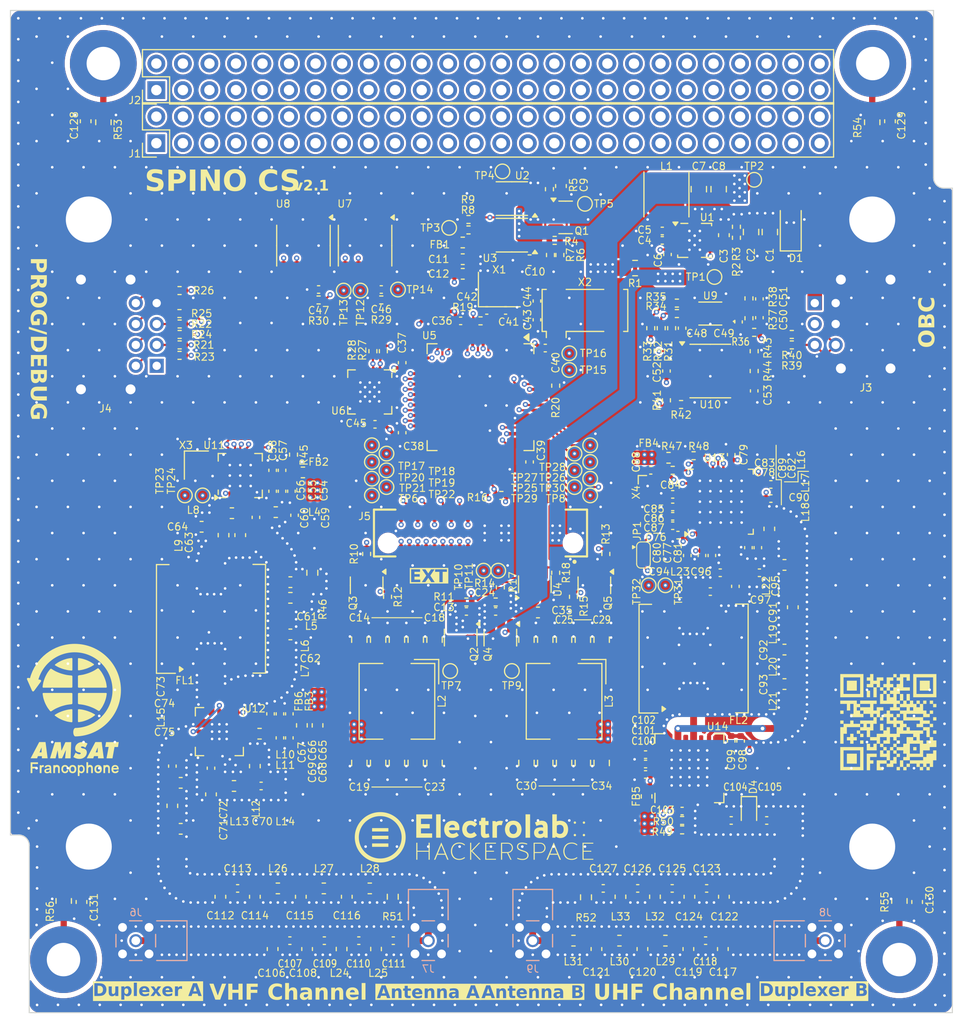
<source format=kicad_pcb>
(kicad_pcb (version 20241229) (generator "pcbnew") (generator_version "9.0")
  (title_block (title "Spino Com System") (date "2025-03-24") (rev "v2.1") (company "AMSAT-F/ELECTROLAB - Y.Avelino/A.Meckenstock"))
  (layers (0 "F.Cu" signal) (4 "In1.Cu" signal) (6 "In2.Cu" signal) (2 "B.Cu" signal) (13 "F.Paste" user) (15 "B.Paste" user) (5 "F.SilkS" user "F.Silkscreen") (7 "B.SilkS" user "B.Silkscreen") (1 "F.Mask" user) (3 "B.Mask" user) (25 "Edge.Cuts" user))
  (net 0 "")
  (net 1 "GND")
  (net 2 "Net-(U1-VCC)")
  (net 3 "Net-(U1-SW)")
  (net 4 "VCC_MCU")
  (net 5 "Net-(Q2-D)")
  (net 6 "Net-(U1-BOOT)")
  (net 7 "Net-(Q4-D)")
  (net 8 "Net-(Q1-C)")
  (net 9 "VCC_VHF")
  (net 10 "Net-(U5-PH0)")
  (net 11 "Net-(U5-PH1)")
  (net 12 "Net-(U5-PC14)")
  (net 13 "Net-(FL1-OUT)")
  (net 14 "Net-(U5-PC15)")
  (net 15 "Net-(U7-VDD)")
  (net 16 "Net-(U9-EN)")
  (net 17 "Net-(U9-VREF1)")
  (net 18 "VCC_VHF_FE")
  (net 19 "Net-(U9-SCL1)")
  (net 20 "Net-(U9-SDA1)")
  (net 21 "Net-(U10-Vref)")
  (net 22 "/RF VHF/ANTENNA")
  (net 23 "Net-(C10-Pad1)")
  (net 24 "/RF UHF/VREG1")
  (net 25 "VCC_UHF")
  (net 26 "/RF UHF/VREG2")
  (net 27 "Net-(U11-TX)")
  (net 28 "Net-(C19-Pad1)")
  (net 29 "Net-(C30-Pad1)")
  (net 30 "Net-(U11-RXn)")
  (net 31 "Net-(U11-RXp)")
  (net 32 "/RF UHF/LNAIN_P")
  (net 33 "/RF UHF/LNAIN_N")
  (net 34 "Net-(U12-VCC0)")
  (net 35 "Net-(FL2-OUT)")
  (net 36 "Net-(U12-TX_IN)")
  (net 37 "/RF UHF/VREG3")
  (net 38 "VCC_UHF_FE")
  (net 39 "Net-(U8-A0)")
  (net 40 "Net-(D4-A2)")
  (net 41 "/RF UHF/ANTENNA")
  (net 42 "/RF UHF/VREG4")
  (net 43 "/RF UHF/VREG5")
  (net 44 "/RF UHF/VREG6")
  (net 45 "/RF UHF/VREG7")
  (net 46 "/UHF Duplexer/MAIN_VHF")
  (net 47 "Net-(C60-Pad2)")
  (net 48 "Net-(C61-Pad2)")
  (net 49 "Net-(U12-ANT)")
  (net 50 "Net-(C62-Pad1)")
  (net 51 "Net-(U13-CLF)")
  (net 52 "Net-(C70-Pad2)")
  (net 53 "/UHF Duplexer/VHF_ANTENNA")
  (net 54 "/VHF Duplexer/MAIN_UHF")
  (net 55 "Net-(C70-Pad1)")
  (net 56 "Net-(C71-Pad1)")
  (net 57 "Net-(C73-Pad2)")
  (net 58 "Net-(C90-Pad1)")
  (net 59 "Net-(C91-Pad1)")
  (net 60 "Net-(C91-Pad2)")
  (net 61 "/VHF Duplexer/UHF_ANTENNA")
  (net 62 "Net-(U14-VPC)")
  (net 63 "Net-(U14-ANT)")
  (net 64 "Net-(C92-Pad1)")
  (net 65 "Net-(C93-Pad1)")
  (net 66 "Net-(C95-Pad2)")
  (net 67 "Net-(C96-Pad1)")
  (net 68 "Net-(C107-Pad2)")
  (net 69 "Net-(C110-Pad2)")
  (net 70 "Net-(C113-Pad2)")
  (net 71 "/Processor/FRAM_PWR")
  (net 72 "Net-(FB1-Pad1)")
  (net 73 "Net-(FL1-IN)")
  (net 74 "Net-(FL2-IN)")
  (net 75 "Net-(C115-Pad1)")
  (net 76 "Net-(C116-Pad1)")
  (net 77 "Net-(C118-Pad2)")
  (net 78 "Net-(C120-Pad1)")
  (net 174 "Net-(C121-Pad1)")
  (net 175 "Net-(C123-Pad2)")
  (net 176 "Net-(C125-Pad2)")
  (net 177 "Net-(C126-Pad2)")
  (net 178 "Net-(C109-Pad2)")
  (net 179 "Net-(J4-Pin_3)")
  (net 180 "Net-(J4-Pin_2)")
  (net 181 "Net-(J4-Pin_5)")
  (net 182 "Net-(J4-Pin_7)")
  (net 183 "Net-(J4-Pin_8)")
  (net 184 "Net-(Q5-B)")
  (net 185 "Net-(J4-Pin_6)")
  (net 186 "+3.3V")
  (net 187 "Net-(U12-TX)")
  (net 188 "/Power Supply/UHF_PWR_EN")
  (net 189 "/Power Supply/VHF_PWR_EN")
  (net 190 "/Processor/UHF_SPI_~{CS}")
  (net 191 "/Processor/UHF_~{RST}")
  (net 192 "Net-(U12-VCC1)")
  (net 193 "Net-(U12-VCC2)")
  (net 194 "Net-(U12-PA_OUT)")
  (net 195 "/Processor/SWCLK")
  (net 196 "Net-(U13-PAOUT1)")
  (net 197 "/Processor/SWDIO")
  (net 198 "Net-(U14-TX)")
  (net 199 "/Processor/SWO")
  (net 200 "/Processor/~{RST}")
  (net 201 "Net-(Q1-B)")
  (net 202 "/Processor/INT_I2C_SCL")
  (net 203 "/Processor/INT_I2C_SDA")
  (net 204 "Net-(Q1-E)")
  (net 205 "/Processor/VHF_SPI_SCK")
  (net 206 "/Processor/VHF_SPI_MOSI")
  (net 207 "/Processor/VHF_SPI_MISO")
  (net 208 "/Processor/VHF_SPI_~{CS}")
  (net 209 "/Processor/VHF_~{IRQ}")
  (net 210 "/Processor/UHF_SPI_MISO")
  (net 211 "/Processor/UHF_SPI_MOSI")
  (net 212 "/Processor/UHF_INT")
  (net 213 "/RF UHF/FE_TR")
  (net 214 "/Processor/VHF_SDN")
  (net 215 "Net-(Q2-G)")
  (net 216 "Net-(Q3-B)")
  (net 217 "Net-(Q4-G)")
  (net 218 "Net-(U1-MODE{slash}SYNC)")
  (net 219 "Net-(U2-SET)")
  (net 220 "Net-(U4-ILIM)")
  (net 221 "/RF VHF/~{CSD}")
  (net 222 "/RF VHF/CTX")
  (net 223 "Net-(U5-PH3)")
  (net 224 "Net-(U9-SCL2)")
  (net 225 "Net-(U9-SDA2)")
  (net 226 "Net-(U10-RXD)")
  (net 227 "Net-(U10-Rs)")
  (net 244 "Net-(U11-XOUT)")
  (net 245 "Net-(U11-XIN)")
  (net 247 "/Processor/EXT5")
  (net 248 "/Processor/EXT4")
  (net 249 "/Processor/EXT6")
  (net 250 "/Processor/EXT2")
  (net 251 "/Processor/EXT7")
  (net 252 "/Processor/EXT3")
  (net 253 "/Processor/EXT1")
  (net 254 "/Processor/EXT0")
  (net 255 "/Processor/EXT11")
  (net 256 "/Processor/EXT9")
  (net 257 "/Processor/EXT8")
  (net 258 "/Processor/EXT10")
  (net 259 "/Processor/UHF_SPI_SCK")
  (net 261 "/Processor/UHF_FE_EN")
  (net 262 "Net-(JP1-B)")
  (net 264 "/Processor/EXT13")
  (net 265 "/Processor/EXT17")
  (net 266 "/Processor/EXT12")
  (net 267 "/Processor/EXT16")
  (net 268 "/Processor/EXT15")
  (net 269 "/Processor/EXT14")
  (net 272 "/RF UHF/FE_EN")
  (net 273 "VIN")
  (net 274 "Net-(Q3-C)")
  (net 277 "/Power Supply/PGOOD")
  (net 279 "/Processor/DEBUG_TX")
  (net 280 "/Processor/DEBUG_RX")
  (net 293 "/OBC_I2C_SDA_CAN_L")
  (net 294 "/OBC_I2C_CAN_PWR")
  (net 295 "/OBC_I2C_SCL_CAN_H")
  (net 296 "/Power Supply/EXT_PWR_ ~{FLT}")
  (net 297 "/Digital Serial/EXT_I2C_SCL_CAN_RX")
  (net 298 "/Digital Serial/EXT_I2C_SDA_CAN_TX")
  (net 299 "+3.3V_EXT")
  (net 300 "Net-(U13-HFXTALN)")
  (net 301 "/Power Supply/EXT_PWR_EN")
  (net 315 "Net-(Q5-C)")
  (net 316 "Net-(C128-Pad1)")
  (net 317 "Net-(C129-Pad1)")
  (net 318 "Net-(C130-Pad1)")
  (net 319 "Net-(C131-Pad1)")
  (footprint "Resistor_SMD:R_0805_2012Metric" (layer "F.Cu") (at 195.1 135.2 90)
    (property "Reference" "R55")
    (property "Value" "NP")
  )
  (footprint "TestPoint:TestPoint_Pad_D1.0mm" (layer "F.Cu") (at 156.7 103.6)
    (property "Reference" "TP11")
    (property "Value" "EXT_FLT")
  )
  (footprint "Resistor_SMD:R_0402_1005Metric" (layer "F.Cu") (at 144.1 102 -90)
    (property "Reference" "R10")
    (property "Value" "100k")
  )
  (footprint "Resistor_SMD:R_0603_1608Metric" (layer "F.Cu") (at 138.9 103.8 90)
    (property "Reference" "R46")
    (property "Value" "49.9")
  )
  (footprint "Capacitor_SMD:C_0603_1608Metric" (layer "F.Cu") (at 160.5 107.6)
    (property "Reference" "C35")
    (property "Value" "1u")
  )
  (footprint "Capacitor_SMD:C_0603_1608Metric" (layer "F.Cu") (at 135.1 139.8 -90)
    (property "Reference" "C106")
    (property "Value" "NP")
  )
  (footprint "Capacitor_SMD:C_0603_1608Metric" (layer "F.Cu") (at 194.2 60.6 -90)
    (property "Reference" "C129")
    (property "Value" "NP")
  )
  (footprint "Capacitor_SMD:C_0603_1608Metric" (layer "F.Cu") (at 133.4 134.8 -90)
    (property "Reference" "C114")
    (property "Value" "NP")
  )
  (footprint "Capacitor_SMD:C_0402_1005Metric" (layer "F.Cu") (at 172.9 73.35 -90)
    (property "Reference" "C6")
    (property "Value" "10n")
  )
  (footprint "TestPoint:TestPoint_Pad_D1.0mm" (layer "F.Cu") (at 165.5 96.4)
    (property "Reference" "TP8")
    (property "Value" "UHF_PWR")
  )
  (footprint "Capacitor_SMD:C_0402_1005Metric" (layer "F.Cu") (at 153.1 79.7)
    (property "Reference" "C36")
    (property "Value" "100n")
  )
  (footprint "TestPoint:TestPoint_Pad_D1.0mm" (layer "F.Cu") (at 157.1 65.4)
    (property "Reference" "TP4")
    (property "Value" "PGOOD")
  )
  (footprint "Capacitor_SMD:C_0402_1005Metric" (layer "F.Cu") (at 182.4 127.5)
    (property "Reference" "C105")
    (property "Value" "2.2n")
  )
  (footprint "Capacitor_SMD:C_0805_2012Metric" (layer "F.Cu") (at 148.8 122 -90)
    (property "Reference" "C22" (hide yes))
    (property "Value" "10u")
  )
  (footprint "Capacitor_SMD:C_0402_1005Metric" (layer "F.Cu") (at 160.4 77.8 90)
    (property "Reference" "C44")
    (property "Value" "6.2p")
  )
  (footprint "Capacitor_SMD:C_0402_1005Metric" (layer "F.Cu") (at 125.5 122.3 -90)
    (property "Reference" "C73")
    (property "Value" "100p")
  )
  (footprint "TestPoint:TestPoint_Pad_D1.0mm" (layer "F.Cu") (at 171.1 105)
    (property "Reference" "TP32")
    (property "Value" "UHF_FE_EN")
  )
  (footprint "Crystal:Crystal_SMD_Abracon_ABS25-4Pin_8.0x3.8mm" (layer "F.Cu") (at 165 78.7 90)
    (property "Reference" "X2")
    (property "Value" "32.768k")
  )
  (footprint "Capacitor_SMD:C_0402_1005Metric" (layer "F.Cu") (at 179.9 119.9 90)
    (property "Reference" "C98")
    (property "Value" "1u")
  )
  (footprint "Package_DFN_QFN:QFN-20-1EP_4x4mm_P0.5mm_EP2.6x2.6mm" (layer "F.Cu") (at 132 94.5 90)
    (property "Reference" "U11")
    (property "Value" "Si4463")
  )
  (footprint "Resistor_SMD:R_0402_1005Metric" (layer "F.Cu") (at 174.2 87.7)
    (property "Reference" "R42")
    (property "Value" "330k")
  )
  (footprint "Resistor_SMD:R_0402_1005Metric" (layer "F.Cu") (at 180.7 77.55 -90)
    (property "Reference" "R38")
    (property "Value" "NP")
  )
  (footprint "Resistor_SMD:R_0402_1005Metric" (layer "F.Cu") (at 179.5 71.75 -90)
    (property "Reference" "R2")
    (property "Value" "0")
  )
  (footprint "Capacitor_SMD:C_0603_1608Metric" (layer "F.Cu") (at 116.8 135.3 90)
    (property "Reference" "C131")
    (property "Value" "NP")
  )
  (footprint "TestPoint:TestPoint_Pad_D1.0mm" (layer "F.Cu") (at 144.6 91.6 -90)
    (property "Reference" "TP17")
    (property "Value" "VHF_~{CS}")
  )
  (footprint "Capacitor_SMD:C_0603_1608Metric" (layer "F.Cu") (at 162.7 66.8 90)
    (property "Reference" "C9")
    (property "Value" "1u")
  )
  (footprint "Package_SO:SOIC-8_3.9x4.9mm_P1.27mm" (layer "F.Cu") (at 138.05 72.5 -90)
    (property "Reference" "U8")
    (property "Value" "FM24C64B")
  )
  (footprint "Capacitor_SMD:C_0805_2012Metric" (layer "F.Cu") (at 147 122 -90)
    (property "Reference" "C21" (hide yes))
    (property "Value" "10u")
  )
  (footprint "Package_QFP:LQFP-64_10x10mm_P0.5mm" (layer "F.Cu") (at 155 87 -90)
    (property "Reference" "U5")
    (property "Value" "STM32L451")
  )
  (footprint "Package_SO:VSSOP-8_2.3x2mm_P0.5mm" (layer "F.Cu") (at 177 79 180)
    (property "Reference" "U9")
    (property "Value" "PCA9306DC1")
  )
  (footprint "Resistor_SMD:R_0402_1005Metric" (layer "F.Cu") (at 126.19 83 180)
    (property "Reference" "R23")
    (property "Value" "22")
  )
  (footprint "Capacitor_SMD:C_0603_1608Metric" (layer "F.Cu") (at 170.5 139.8 -90)
    (property "Reference" "C120")
    (property "Value" "22p")
  )
  (footprint "RF_Mini-Circuits:Mini-Circuits_GP731" (layer "F.Cu") (at 175.4 112 90)
    (property "Reference" "FL2")
    (property "Value" "RBP-440+")
  )
  (footprint "Capacitor_SMD:C_0402_1005Metric" (layer "F.Cu") (at 146.65 139)
    (property "Reference" "C111")
    (property "Value" "8.4p")
  )
  (footprint "Capacitor_SMD:C_0402_1005Metric" (layer "F.Cu") (at 136 96 -90)
    (property "Reference" "C55")
    (property "Value" "100n")
  )
  (footprint "Inductor_SMD:L_0603_1608Metric" (layer "F.Cu") (at 163.9 139 180)
    (property "Reference" "L31")
    (property "Value" "44n")
  )
  (footprint "Package_TO_SOT_SMD:SOT-23" (layer "F.Cu") (at 163.15 69.8)
    (property "Reference" "Q1")
    (property "Value" "BC807")
  )
  (footprint "Jumper_user:SolderJumper-3_P0.8mm_Bridged2Bar12_RoundedPad0.6x1.0mm" (layer "F.Cu") (at 170.6 102.1 -90)
    (property "Reference" "JP1")
    (property "Value" "FE_EN_SEL")
  )
  (footprint "Capacitor_SMD:C_0402_1005Metric" (layer "F.Cu") (at 173.35 134 180)
    (property "Reference" "C125")
    (property "Value" "8.4p")
  )
  (footprint "Capacitor_SMD:C_0402_1005Metric" (layer "F.Cu") (at 174.3 80.4 -90)
    (property "Reference" "C48")
    (property "Value" "100n")
  )
  (footprint "Capacitor_SMD:C_0805_2012Metric" (layer "F.Cu") (at 143.4 110.2 90)
    (property "Reference" "C14")
    (property "Value" "10u")
  )
  (footprint "Capacitor_SMD:C_0402_1005Metric" (layer "F.Cu") (at 160.4 79.6 -90)
    (property "Reference" "C43")
    (property "Value" "6.2p")
  )
  (footprint "Capacitor_SMD:C_0402_1005Metric" (layer "F.Cu") (at 137.2 98.3 -90)
    (property "Reference" "C59")
    (property "Value" "220n")
  )
  (footprint "Resistor_SMD:R_0402_1005Metric" (layer "F.Cu") (at 157 96.4 180)
    (property "Reference" "R16")
    (property "Value" "100k")
  )
  (footprint "Capacitor_SMD:C_0402_1005Metric" (layer "F.Cu") (at 170.05 134 180)
    (property "Reference" "C126")
    (property "Value" "4.8p")
  )
  (footprint "TestPoint:TestPoint_Pad_D1.0mm" (layer "F.Cu") (at 146 94 90)
    (property "Reference" "TP19")
    (property "Value" "VHF_MOSI")
  )
  (footprint "TestPoint:TestPoint_Pad_D1.0mm" (layer "F.Cu") (at 144.6 93.2 90)
    (property "Reference" "TP20")
    (property "Value" "VHF_MISO")
  )
  (footprint "Resistor_SMD:R_0402_1005Metric" (layer "F.Cu") (at 126.2 81 180)
    (property "Reference" "R24")
    (property "Value" "22")
  )
  (footprint "Capacitor_SMD:C_0402_1005Metric" (layer "F.Cu") (at 139.5 76.7 180)
    (property "Reference" "C47")
    (property "Value" "100n")
  )
  (footprint "MountingHole:MountingHole_3.2mm_M3_Pad" (layer "F.Cu") (at 192.55 55.08)
    (property "Reference" "H2" (hide yes))
    (property "Value" "MountingHole" (hide yes))
  )
  (footprint "Capacitor_SMD:C_0603_1608Metric" (layer "F.Cu") (at 175 134.8 -90)
    (property "Reference" "C124")
    (property "Value" "NP")
  )
  (footprint "Capacitor_SMD:C_0402_1005Metric" (layer "F.Cu") (at 166.75 134 180)
    (property "Reference" "C127")
    (property "Value" "8.4p")
  )
  (footprint "Resistor_SMD:R_0402_1005Metric" (layer "F.Cu") (at 144.7 82.6 -90)
    (property "Reference" "R28")
    (property "Value" "10k")
  )
  (footprint "Capacitor_SMD:C_0402_1005Metric" (layer "F.Cu") (at 133.5 98.5 -90)
    (property "Reference" "C60")
    (property "Value" "470p")
  )
  (footprint "Inductor_SMD:L_Coilcraft_XxL4040" (layer "F.Cu") (at 172.8 67.6 90)
    (property "Reference" "L1")
    (property "Value" "4.7u")
  )
  (footprint "Resistor_SMD:R_0603_1608Metric" (layer "F.Cu") (at 165.1 134.85 -90)
    (property "Reference" "R52")
    (property "Value" "10k")
  )
  (footprint "Package_SO:SOIC-8_3.9x4.9mm_P1.27mm" (layer "F.Cu") (at 177 84.5)
    (property "Reference" "U10")
    (property "Value" "MCP2551-I-SN")
  )
  (footprint "Resistor_SMD:R_0402_1005Metric" (layer "F.Cu") (at 162.2 103.8 -90)
    (property "Reference" "R18")
    (property "Value" "1.15k")
  )
  (footprint "Inductor_SMD:L_0402_1005Metric" (layer "F.Cu") (at 136 108 -90)
    (property "Reference" "L6")
    (property "Value" "47n")
  )
  (footprint "Resistor_SMD:R_0402_1005Metric" (layer "F.Cu") (at 180.7 79.45 90)
    (property "Reference" "R37")
    (property "Value" "NP")
  )
  (footprint "TestPoint:TestPoint_Pad_D1.0mm" (layer "F.Cu") (at 165 68.5)
    (property "Reference" "TP5")
    (property "Value" "MCU_~{ON}")
  )
  (footprint "Mounting_Wuerth_user:Mounting_Wuerth_WA-SMSI-M3_H6mm_9774060360" (layer "F.Cu") (at 117.5 130)
    (property "Reference" "H8" (hide yes))
    (property "Value" "9774060360")
  )
  (footprint "Capacitor_SMD:C_0402_1005Metric" (layer "F.Cu") (at 145.5 76.7 180)
    (property "Reference" "C46")
    (property "Value" "100n")
  )
  (footprint "Capacitor_SMD:C_0805_2012Metric" (layer "F.Cu") (at 166.6 110.2 90)
    (property "Reference" "C29")
    (property "Value" "10u")
  )
  (footprint "Inductor_SMD_spino_cs:L_TDK_CLF7045" (layer "F.Cu") (at 147 116.1 -90)
    (property "Reference" "L2")
    (property "Value" "15u")
  )
  (footprint "TestPoint:TestPoint_Pad_D1.0mm" (layer "F.Cu") (at 146 92.4 90)
    (property "Reference" "TP18")
    (property "Value" "VHF_CLK")
  )
  (footprint "Capacitor_SMD:C_0805_2012Metric" (layer "F.Cu") (at 143.4 122 -90)
    (property "Reference" "C19")
    (property "Value" "10u")
  )
  (footprint "Diode_SMD:D_SOD-123F" (layer "F.Cu") (at 184.7 70.8 90)
    (property "Reference" "D1")
    (property "Value" "3.3V/36V")
  )
  (footprint "Resistor_SMD:R_0402_1005Metric" (layer "F.Cu") (at 145.5 77.7)
    (property "Reference" "R29")
    (property "Value" "22")
  )
  (footprint "Resistor_SMD:R_0402_1005Metric" (layer "F.Cu") (at 161.6 67.1 90)
    (property "Reference" "R5")
    (property "Value" "100k")
  )
  (footprint "Inductor_SMD:L_0603_1608Metric" (layer "F.Cu") (at 172.7 139 180)
    (property "Reference" "L29")
    (property "Value" "44n")
  )
  (footprint "Resistor_SMD:R_0402_1005Metric" (layer "F.Cu") (at 167 102 -90)
    (property "Reference" "R13")
    (property "Value" "100k")
  )
  (footprint "Inductor_SMD:L_0603_1608Metric" (layer "F.Cu") (at 168.3 139 180)
    (property "Reference" "L30")
    (property "Value" "78n")
  )
  (footprint "Capacitor_SMD:C_0805_2012Metric" (layer "F.Cu") (at 147 110.2 90)
    (property "Reference" "C16" (hide yes))
    (property "Value" "10u")
  )
  (footprint "Inductor_SMD:L_0402_1005Metric" (layer "F.Cu") (at 133.5 117.7 180)
    (property "Reference" "L10")
    (property "Value" "15n")
  )
  (footprint "Inductor_SMD:L_0603_1608Metric" (layer "F.Cu") (at 173 92.8)
    (property "Reference" "FB4")
    (property "Value" "600@100M")
  )
  (footprint "Package_SO:SOIC-8_3.9x4.9mm_P1.27mm" (layer "F.Cu") (at 143.95 72.5 -90)
    (property "Reference" "U7")
    (property "Value" "FM24C64B")
  )
  (footprint "Capacitor_SMD:C_0402_1005Metric" (layer "F.Cu") (at 134.9 117.3 90)
    (property "Reference" "C67")
    (property "Value" "1.2n")
  )
  (footprint "Capacitor_SMD:C_0402_1005Metric" (layer "F.Cu") (at 176.55 139 180)
    (property "Reference" "C118")
    (property "Value" "100p")
  )
  (footprint "Capacitor_SMD:C_0402_1005Metric" (layer "F.Cu") (at 173.4 98.4 180)
    (property "Reference" "C86")
    (property "Value" "220n")
  )
  (footprint "Resistor_SMD:R_0402_1005Metric" (layer "F.Cu") (at 171.3 80.4 90)
    (property "Reference" "R33")
    (property "Value" "100k")
  )
  (footprint "Capacitor_SMD:C_0402_1005Metric" (layer "F.Cu") (at 136 94 90)
    (property "Reference" "C57")
    (property "Value" "1u")
  )
  (footprint "Resistor_SMD:R_0402_1005Metric" (layer "F.Cu") (at 153.85 71)
    (property "Reference" "R8")
    (property "Value" "10k")
  )
  (footprint "Capacitor_SMD:C_0402_1005Metric" (layer "F.Cu") (at 136.7 119.6 -90)
    (property "Reference" "C68")
    (property "Value" "1u")
  )
  (footprint "Resistor_SMD:R_0402_1005Metric" (layer "F.Cu") (at 153.85 70 180)
    (property "Reference" "R9")
    (property "Value" "24,9k")
  )
  (footprint "Inductor_SMD:L_0603_1608Metric" (layer "F.Cu") (at 135.6 134)
    (property "Reference" "L26")
    (property "Value" "44n")
  )
  (footprint "TestPoint:TestPoint_Pad_D1.0mm" (layer "F.Cu") (at 143.5 76.8)
    (property "Reference" "TP12")
    (property "Value" "I2C_INT_SCL")
  )
  (footprint "Capacitor_SMD:C_0402_1005Metric" (layer "F.Cu") (at 144.9 89.6 180)
    (property "Reference" "C45")
    (property "Value" "100n")
  )
  (footprint "Capacitor_SMD:C_0402_1005Metric" (layer "F.Cu") (at 161.2 82.3)
    (property "Reference" "C40")
    (property "Value" "100n")
  )
  (footprint "TestPoint:TestPoint_Pad_D1.0mm" (layer "F.Cu") (at 165.5 91.6 90)
    (property "Reference" "TP28")
    (property "Value" "UHF_MOSI")
  )
  (footprint "Resistor_SMD:R_0402_1005Metric" (layer "F.Cu") (at 126.2 80 180)
    (property "Reference" "R22")
    (property "Value" "22")
  )
  (footprint "Capacitor_SMD:C_0402_1005Metric" (layer "F.Cu") (at 136.75 139)
    (property "Reference" "C107")
    (property "Value" "100p")
  )
  (footprint "Oscillator_spino_cs:Oscillator_SMD_TXC_7Z-4Pin_2.0x1.6mm" (layer "F.Cu") (at 171.3 95.9 -90)
    (property "Reference" "X4")
    (property "Value" "26M")
  )
  (footprint "Capacitor_SMD:C_0603_1608Metric" (layer "F.Cu") (at 142.2 134.8 -90)
    (property "Reference" "C116")
    (property "Value" "22p")
  )
  (footprint "TestPoint:TestPoint_Pad_D1.0mm" (layer "F.Cu") (at 126.7 96.4)
    (property "Reference" "TP23")
    (property "Value" "VHF_FE_~{CSD}")
  )
  (footprint "Resistor_SMD:R_0402_1005Metric" (layer "F.Cu") (at 173.4 94)
    (property "Reference" "R47")
    (property "Value" "100k")
  )
  (footprint "Capacitor_SMD:C_0603_1608Metric" (layer "F.Cu") (at 132 100.2 -90)
    (property "Reference" "C63")
    (property "Value" "6.2p")
  )
  (footprint "Capacitor_SMD:C_0603_1608Metric" (layer "F.Cu") (at 178.3 71.5 90)
    (property "Reference" "C3")
    (property "Value" "100n")
  )
  (footprint "Capacitor_SMD:C_0603_1608Metric" (layer "F.Cu") (at 184.1 103.05 180)
    (property "Reference" "C90")
    (property "Value" "6.8p")
  )
  (footprint "Capacitor_SMD:C_0603_1608Metric" (layer "F.Cu") (at 166.1 139.8 -90)
    (property "Reference" "C121")
    (property "Value" "22p")
  )
  (footprint "Connector_Samtec_spino_cs:Samtec_LSEM-120-xx.x-x-DV-A-N_2x20_P0.80mm_Vertical" (layer "F.Cu") (at 155 100)
    (property "Reference" "J5")
    (property "Value" "EXT")
  )
  (footprint "Capacitor_SMD:C_0402_1005Metric" (layer "F.Cu") (at 179 127.5)
    (property "Reference" "C104")
    (property "Value" "2.2n")
  )
  (footprint "RF_Shielding_spino_cs:Wuerth_3670405_40.5x18.9mm_CustomBottomLeftOpening2.2mm" (layer "F.Cu") (at 132 110)
    (property "Reference" "SH1" (hide yes))
    (property "Value" "RFShield_TwoPieces")
  )
  (footprint "Capacitor_SMD:C_0402_1005Metric" (layer "F.Cu") (at 173.4 99.3 180)
    (property "Reference" "C87")
    (property "Value" "1.2n")
  )
  (footprint "Capacitor_SMD:C_0402_1005Metric" (layer "F.Cu") (at 140.05 139)
    (property "Reference" "C109")
    (property "Value" "8.4p")
  )
  (footprint "MountingHole:MountingHole_3.2mm_M3_Pad" (layer "F.Cu") (at 195.09 140.81)
    (property "Reference" "H3" (hide yes))
    (property "Value" "MountingHole" (hide yes))
  )
  (footprint "Capacitor_SMD:C_0402_1005Metric" (layer "F.Cu") (at 181.7 103.8)
    (property "Reference" "C96")
    (property "Value" "270p")
  )
  (footprint "RF_Line_Features_spino_cs:Mitred_Bend_W0.65mm_H0.36_90" (layer "F.Cu") (at 176.87 127.5)
    (property "Reference" "REF**" (hide yes))
    (property "Value" "Mitred_Bend_W0.65mm_H0.36_90")
  )
  (footprint "Capacitor_SMD:C_0402_1005Metric" (layer "F.Cu") (at 181.7 77.6 90)
    (property "Reference" "C51")
    (property "Value" "100p")
  )
  (footprint "Capacitor_SMD:C_0603_1608Metric" (layer "F.Cu") (at 178.2 139.8 -90)
    (property "Reference" "C117")
    (property "Value" "NP")
  )
  (footprint "Resistor_SMD:R_0402_1005Metric" (layer "F.Cu") (at 184.8 82 180)
    (property "Reference" "R39")
    (property "Value" "22")
  )
  (footprint "Capacitor_SMD:C_0603_1608Metric" (layer "F.Cu") (at 126.3 128.3)
    (property "Reference" "C75")
    (property "Value" "12p")
  )
  (footprint "Capacitor_SMD:C_0402_1005Metric" (layer "F.Cu") (at 172.4 71.1 180)
    (property "Reference" "C5")
    (property "Value" "100n")
  )
  (footprint "Package_SON:Texas_S-PVSON-N10" (layer "F.Cu") (at 175.5 72)
    (property "Reference" "U1")
    (property "Value" "LM536013-Q1")
  )
  (footprint "Package_TO_SOT_SMD:SOT-23-3" (layer "F.Cu") (at 165.9 105 -90)
    (property "Reference" "Q5")
    (property "Value" "BC817")
  )
  (footprint "Capacitor_SMD:C_0603_1608Metric" (layer "F.Cu") (at 159.7 73.9 180)
    (property "Reference" "C10")
    (property "Value" "1u")
  )
  (footprint "Resistor_SMD:R_0402_1005Metric" (layer "F.Cu") (at 156.9 105.2 -90)
    (property "Reference" "R17")
    (property "Value" "100k")
  )
  (footprint "TestPoint:TestPoint_Pad_D1.0mm" (layer "F.Cu") (at 155.3 103.6)
    (property "Reference" "TP10")
    (property "Value" "EXT_PWR")
  )
  (footprint "Capacitor_SMD:C_0805_2012Metric" (layer "F.Cu") (at 163 122 -90)
    (property "Reference" "C32" (hide yes))
    (property "Value" "10u")
  )
  (footprint "Resistor_SMD:R_0402_1005Metric" (layer "F.Cu") (at 174.3 127.5)
    (property "Reference" "R50")
    (property "Value" "NP")
  )
  (footprint "Capacitor_SMD:C_0402_1005Metric" (layer "F.Cu") (at 147.5 90.4 90)
    (property "Reference" "C38")
    (property "Value" "100n")
  )
  (footprint "Inductor_SMD:L_0402_1005Metric" (layer "F.Cu") (at 136 111.4 -90)
    (property "Reference" "L7")
    (property "Value" "68n")
  )
  (footprint "TestPoint:TestPoint_Pad_D1.0mm" (layer "F.Cu") (at 164 92.4 90)
    (property "Reference" "TP27")
    (property "Value" "UHF_MISO")
  )
  (footprint "Resistor_SMD:R_0402_1005Metric" (layer "F.Cu") (at 126.2 82 180)
    (property "Reference" "R21")
    (property "Value" "22")
  )
  (footprint "Capacitor_SMD:C_0805_2012Metric" (layer "F.Cu") (at 161.2 110.2 90)
    (property "Reference" "C26" (hide yes))
    (property "Value" "10u")
  )
  (footprint "Capacitor_SMD:C_0402_1005Metric" (layer "F.Cu") (at 182.8 96.7)
    (property "Reference" "C78")
    (property "Value" "100n")
  )
  (footprint "Resistor_SMD:R_0402_1005Metric" (layer "F.Cu") (at 153.65 106.6)
    (property "Reference" "R11")
    (property "Value" "100k")
  )
  (footprint "Inductor_SMD:L_0603_1608Metric" (layer "F.Cu") (at 137.9 118.4 -90)
    (property "Reference" "FB6")
    (property "Value" "600@100M")
  )
  (footprint "Resistor_SMD:R_0805_2012Metric" (layer "F.Cu") (at 115.1 135.2 90)
    (property "Reference" "R56")
    (property "Value" "NP")
  )
  (footprint "Capacitor_SMD:C_0402_1005Metric" (layer "F.Cu") (at 174.3 126.6 180)
    (property "Reference" "C103")
    (property "Value" "1u")
  )
  (footprint "Resistor_SMD:R_0402_1005Metric" (layer "F.Cu") (at 172.3 80.4 90)
    (property "Reference" "R32")
    (property "Value" "100k")
  )
  (footprint "Connector_Harwin_spino_cs:Harwin_LTek-Male_2x03_P2.00mm_Horizontal_StrainRelief" (layer "F.Cu") (at 188 80 90)
    (property "Reference" "J3")
    (property "Value" "OBC")
  )
  (footprint "Resistor_SMD:R_0402_1005Metric" (layer "F.Cu") (at 162.1 72)
    (property "Reference" "R4")
    (property "Value" "22k")
  )
  (footprint "Inductor_SMD:L_0402_1005Metric" (layer "F.Cu") (at 178.4 105.1 -90)
    (property "Reference" "L22")
    (property "Value" "19n")
  )
  (footprint "Resistor_SMD:R_0402_1005Metric" (layer "F.Cu") (at 162.6 73.4 -90)
    (property "Reference" "R6")
    (property "Value" "22k")
  )
  (footprint "Inductor_SMD:L_0603_1608Metric" (layer "F.Cu") (at 130.4 100.2 -90)
    (property "Reference" "L9")
    (property "Value" "150n")
  )
  (footprint "Capacitor_SMD:C_0805_2012Metric" (layer "F.Cu") (at 145.2 110.2 90)
    (property "Reference" "C15" (hide yes))
    (property "Value" "10u")
  )
  (footprint "Capacitor_SMD:C_0603_1608Metric" (layer "F.Cu") (at 136.8 104.7)
    (property "Reference" "C61")
    (property "Value" "12p")
  )
  (footprint "TestPoint:TestPoint_Pad_D1.0mm" (layer "F.Cu") (at 177.4 75.5)
    (property "Reference" "TP1")
    (property "Value" "VIN")
  )
  (footprint "Capacitor_SMD:C_0603_1608Metric" (layer "F.Cu") (at 136.8 109.7)
    (property "Reference" "C62")
    (property "Value" "18p")
  )
  (footprint "TestPoint:TestPoint_Pad_D1.0mm" (layer "F.Cu") (at 144.6 96.4)
    (property "Reference" "TP6")
    (property "Value" "VHF_PWR")
  )
  (footprint "Connector_PinHeader_2.54mm:PinHeader_2x26_P2.54mm_Vertical" (layer "F.Cu") (at 123.97 57.62 90)
    (property "Reference" "J2")
    (property "Value" "CSKB")
  )
  (footprint "TestPoint:TestPoint_Pad_D1.0mm" (layer "F.Cu") (at 152.1 113.2)
    (property "Reference" "TP7")
    (property "Value" "VCC_VHF")
  )
  (footprint "Capacitor_SMD:C_0402_1005Metric" (layer "F.Cu") (at 173.4 96.3 180)
    (property "Reference" "C84")
    (property "Value" "220n")
  )
  (footprint "Capacitor_SMD:C_0402_1005Metric" (layer "F.Cu") (at 135.8 119.6 -90)
    (property "Reference" "C69")
    (property "Value" "4.7n")
  )
  (footprint "Capacitor_SMD:C_0402_1005Metric" (layer "F.Cu") (at 159.7 93.2 -90)
    (property "Reference" "C39")
    (property "Value" "100n")
  )
  (footprint "Capacitor_SMD:C_0402_1005Metric" (layer "F.Cu") (at 177.95 103.8 180)
    (property "Reference" "C94")
    (property "Value" "2.7p")
  )
  (footprint "TestPoint:TestPoint_Pad_D1.0mm" (layer "F.Cu") (at 163.5 82.8 -90)
    (property "Reference" "TP16")
    (property "Value" "EXT_I2C_SDA_CAN_TX")
  )
  (footprint "Capacitor_SMD:C_0402_1005Metric" (layer "F.Cu") (at 174.8 102.15 -90)
    (property "Reference" "C80")
    (property "Value" "220n")
  )
  (footprint "Inductor_SMD:L_0603_1608Metric" (layer "F.Cu") (at 140 134)
    (property "Reference" "L27")
    (property "Value" "78n")
  )
  (footprint "Capacitor_SMD:C_0805_2012Metric" (layer "F.Cu") (at 164.8 110.2 90)
    (property "Reference" "C28" (hide yes))
    (property "Value" "10u")
  )
  (footprint "Package_TO_SOT_SMD:SOT-23-3" (layer "F.Cu") (at 156.9 110 -90)
    (property "Reference" "Q4")
    (property "Value" "BSS215P")
  )
  (footprint "Capacitor_SMD:C_0603_1608Metric" (layer "F.Cu") (at 153.3 75.2)
    (property "Reference" "C12")
    (property "Value" "2.2u")
  )
  (footprint "Capacitor_SMD:C_0805_2012Metric" (layer "F.Cu") (at 161.2 122 -90)
    (property "Reference" "C31" (hide yes))
    (property "Value" "10u")
  )
  (footprint "Capacitor_SMD:C_0402_1005Metric" (layer "F.Cu") (at 170.8 121.2)
    (property "Reference" "C102")
    (property "Value" "220p")
  )
  (footprint "Capacitor_SMD:C_0603_1608Metric" (layer "F.Cu") (at 174.9 139.8 -90)
    (property "Reference" "C119")
    (property "Value" "NP")
  )
  (footprint "Inductor_SMD:L_0402_1005Metric" (layer "F.Cu") (at 179.85 103.8)
    (property "Reference" "L23")
    (property "Value" "13n")
  )
  (footprint "Resistor_SMD:R_0402_1005Metric" (layer "F.Cu") (at 161.7 73.4 -90)
    (property "Reference" "R7")
    (property "Value" "100k")
  )
  (footprint "Package_TO_SOT_SMD:SOT-23-3" (layer "F.Cu") (at 153.1 110 -90)
    (property "Reference" "Q2")
    (property "Value" "BSS215P")
  )
  (footprint "Package_TO_SOT_SMD:SOT-23-6" (layer "F.Cu") (at 160.2 104.9 90)
    (property "Reference" "U4")
    (property "Value" "TPS22950")
  )
  (footprint "Inductor_SMD:L_0603_1608Metric" (layer "F.Cu") (at 138 94.2 180)
    (property "Reference" "FB2")
    (property "Value" "600@100M")
  )
  (footprint "Capacitor_SMD:C_0402_1005Metric" (layer "F.Cu") (at 147.5 83.7 90)
    (property "Reference" "C37")
    (property "Value" "100n")
  )
  (footprint "Inductor_SMD_spino_cs:L_TDK_CLF7045" (layer "F.Cu") (at 163 116.1 -90)
    (property "Reference" "L3")
    (property "Value" "15u")
  )
  (footprint "TestPoint:TestPoint_Pad_D1.0mm" (layer "F.Cu") (at 147.1 76.7 90)
    (property "Reference" "TP14")
    (property "Value" "FRAM_PWR")
  )
  (footprint "Capacitor_SMD:C_0402_1005Metric" (layer "F.Cu") (at 179 119.9 90)
    (property "Reference" "C99")
    (property "Value" "220p")
  )
  (footprint "Capacitor_SMD:C_0603_1608Metric" (layer "F.Cu") (at 129.2 125 -90)
    (property "Reference" "C71")
    (property "Value" "27p")
  )
  (footprint "Resistor_SMD:R_0402_1005Metric" (layer "F.Cu") (at 137.1 92.5 90)
    (property "Reference" "R45")
    (property "Value" "100k")
  )
  (footprint "Inductor_SMD:L_0603_1608Metric" (layer "F.Cu") (at 139.4 118.4 -90)
    (property "Reference" "FB3")
    (property "Value" "600@100M")
  )
  (footprint "Capacitor_SMD:C_0402_1005Metric" (layer "F.Cu") (at 136.7 117.3 90)
    (property "Reference" "C65")
    (property "Value" "1u")
  )
  (footprint "TestPoint:TestPoint_Pad_D1.0mm" (layer "F.Cu") (at 181.2 66.2)
    (property "Reference" "TP2")
    (property "Value" "3V3")
  )
  (footprint "TestPoint:TestPoint_Pad_D1.0mm" (layer "F.Cu") (at 141.9 76.8)
    (property "Reference" "TP13")
    (property "Value" "I2C_INT_SDA")
  )
  (footprint "TestPoint:TestPoint_Pad_D1.0mm" (layer "F.Cu") (at 165.5 94.8 90)
    (property "Reference" "TP30")
    (property "Value" "UHF_INT")
  )
  (footprint "TestPoint:TestPoint_Pad_D1.0mm" (layer "F.Cu") (at 164 95.6 90)
    (property "Reference" "TP29")
    (property "Value" "UHF_~{RST}")
  )
  (footprint "Resistor_SMD:R_0402_1005Metric" (layer "F.Cu") (at 162.2 85.9 90)
    (property "Reference" "R20")
    (property "Value" "100k")
  )
  (footprint "TestPoint:TestPoint_Pad_D1.0mm" (layer "F.Cu") (at 172.7 105)
    (property "Reference" "TP31")
    (property "Value" "UHF_FE_TR")
  )
  (footprint "Capacitor_SMD:C_0603_1608Metric" (layer "F.Cu") (at 184.1 111.15 180)
    (property "Reference" "C92")
    (property "Value" "6.8p")
  )
  (footprint "Capacitor_SMD:C_0402_1005Metric" (layer "F.Cu") (at 180.65 101.4 -90)
    (property "Reference" "C89")
    (property "Value" "82p")
  )
  (footprint "Resistor_SMD:R_0402_1005Metric" (layer "F.Cu") (at 179.5 70.7 -90)
    (property "Reference" "R3")
    (property "Value" "0")
  )
  (footprint "Inductor_SMD:L_0603_1608Metric" (layer "F.Cu") (at 125.5 126.1 -90)
    (property "Reference" "L15")
    (property "Value" "44n")
  )
  (footprint "Resistor_SMD:R_0402_1005Metric" (layer "F.Cu") (at 172.8 87.3 90)
    (property "Reference" "R41")
    (property "Value" "180k")
  )
  (footprint "RF_Line_Features_spino_cs:Mitred_Bend_W0.65mm_H0.36_90" (layer "F.Cu") (at 175.4 105.6 -90)
    (property "Reference" "REF**" (hide yes))
    (property "Value" "Mitred_Bend_W0.65mm_H0.36_90")
  )
  (footprint "Inductor_SMD:L_0603_1608Metric" (layer "F.Cu") (at 133.85 119.2 180)
    (property "Reference" "L11")
    (property "Value" "10n")
  )
  (footprint "RF_spino_cs:Skyworks_MCM-L-16-1EP_4x4mm_P0.8mm_EP2x2mm" (layer "F.Cu") (at 130 119 -90)
    (property "Reference" "U12")
    (property "Value" "SKY65367")
  )
  (footprint "Mounting_Wuerth_user:Mounting_Wuerth_WA-SMSI-M3_H6mm_9774060360" (layer "F.Cu") (at 117.5 70)
    (property "Reference" "H5" (hide yes))
    (property "Value" "9774060360")
  )
  (footprint "TestPoint:TestPoint_Pad_D1.0mm" (layer "F.Cu") (at 152 70.8)
    (property "Reference" "TP3")
    (property "Value" "VCC_MCU")
  )
  (footprint "Inductor_SMD:L_0603_1608Metric" (layer "F.Cu") (at 144.4 134)
    (property "Reference" "L28")
    (property "Value" "44n")
  )
  (footprint "Inductor_SMD:L_0603_1608Metric" (layer "F.Cu") (at 136.8 106.2)
    (property "Reference" "L5")
    (property "Value" "82n")
  )
  (footprint "Inductor_SMD:L_0603_1608Metric" (layer "F.Cu") (at 145 139.8 -90)
    (property "Reference" "L25")
    (property "Value" "18n")
  )
  (footprint "Package_SO:MSOP-8_3x3mm_P0.65mm" (layer "F.Cu") (at 158 68 180)
    (property "Reference" "U2")
    (property "Value" "MAX892L")
  )
  (footprint "Resistor_SMD:R_0402_1005Metric" (layer "F.Cu") (at 173.8 78 180)
    (property "Reference" "R35")
    (property "Value" "220")
  )
  (footprint "Connector_PinHeader_2.54mm:PinHeader_2x26_P2.54mm_Vertical" (layer "F.Cu") (at 123.97 62.7 90)
    (property "Reference" "J1")
    (property "Value" "CSKB")
  )
  (footprint "Resistor_SMD:R_0402_1005Metric" (layer "F.Cu") (at 174.3 128.4 180)
    (property "Reference" "R49")
    (property "Value" "0")
  )
  (footprint "Capacitor_SMD:C_0402_1005Metric" (layer "F.Cu") (at 171.3 94 180)
    (property "Reference" "C88")
    (property "Value" "100n")
  )
  (footprint "Inductor_SMD:L_0603_1608Metric" (layer "F.Cu") (at 131.4 124.2 180)
    (property "Reference" "L13")
    (property "Value" "27n")
  )
  (footprint "RF_Mini-Circuits:Mini-Circuits_GP731" (layer "F.Cu") (at 129.2 108.2 90)
    (property "Reference" "FL1")
    (property "Value" "RBP-140+")
  )
  (footprint "Capacitor_SMD:C_0603_1608Metric" (layer "F.Cu") (at 130.1 134.8 -90)
    (property "Reference" "C112")
    (property "Value" "NP")
  )
  (footprint "Resistor_SMD:R_0402_1005Metric" (layer "F.Cu") (at 181.2 84.5 -90)
    (property "Reference" "R44")
    (property "Value" "120")
  )
  (footprint "Capacitor_SMD:C_0603_1608Metric" (layer "F.Cu") (at 196.8 135.3 90)
    (property "Reference" "C130")
    (property "Value" "NP")
  )
  (footprint "Mounting_Wuerth_user:Mounting_Wuerth_WA-SMSI-M3_H6mm_9774060360" (layer "F.Cu") (at 192.5 70)
    (property "Reference" "H6" (hide yes))
    (property "Value" "9774060360")
  )
  (footprint "Capacitor_SMD:C_0402_1005Metric" (layer "F.Cu") (at 170.8 123.1)
    (property "Reference" "C100")
    (property "Value" "1u")
  )
  (footprint "Inductor_SMD:L_0402_1005Metric" (layer "F.Cu") (at 184.9 101.4 -90)
    (property "Reference" "L17")
    (property "Value" "23n")
  )
  (footprint "Capacitor_SMD:C_0603_1608Metric" (layer "F.Cu") (at 153.3 73.8)
    (property "Reference" "C11")
    (property "Value" "2.2u")
  )
  (footprint "Mounting_Wuerth_user:Mounting_Wuerth_WA-SMSI-M3_H6mm_9774060360" (layer "F.Cu") (at 192.5 130)
    (property "Reference" "H7" (hide yes))
    (property "Value" "9774060360")
  )
  (footprint "TestPoint:TestPoint_Pad_D1.0mm" (layer "F.Cu") (at 158 113.2)
    (property "Reference" "TP9")
    (property "Value" "VCC_UHF")
  )
  (footprint "Capacitor_SMD:C_0805_2012Metric" (layer "F.Cu") (at 164.8 122 -90)
    (property "Reference" "C33" (hide yes))
    (property "Value" "10u")
  )
  (footprint "Capacitor_SMD:C_0402_1005Metric" (layer "F.Cu") (at 181.55 101.4 -90)
    (property "Reference" "C82")
    (property "Value" "220n")
  )
  (footprint "TestPoint:TestPoint_Pad_D1.0mm" (layer "F.Cu") (at 163.5 84.4 -90)
    (property "Reference" "TP15")
    (property "Value" "EXT_I2C_SCL_CAN_RX")
  )
  (footprint "TestPoint:TestPoint_Pad_D1.0mm" (layer "F.Cu") (at 128.4 96.4)
    (property "Reference" "TP24")
    (property "Value" "VHF_FE_CTX")
  )
  (footprint "Resistor_SMD:R_0402_1005Metric" (layer "F.Cu") (at 156.45 106.6)
    (property "Reference" "R14")
    (property "Value" "100k")
  )
  (footprint "Resistor_SMD:R_0603_1608Metric" (layer "F.Cu") (at 146.6 134.8 -90)
    (property "Reference" "R51")
    (property "Value" "10k")
  )
  (footprint "Capacitor_SMD:C_0402_1005Metric" (layer "F.Cu") (at 173.9 100.2 180)
    (property "Reference" "C76")
    (property "Value" "100n")
  )
  (footprint "MountingHole:MountingHole_3.2mm_M3_Pad" (layer "F.Cu") (at 118.89 55.08)
    (property "Reference" "H1" (hide yes))
    (property "Value" "MountingHole" (hide yes))
  )
  (footprint "Diode_SMD:D_0603_1608Metric" (layer "F.Cu") (at 180.7 126.7 -90)
    (property "Reference" "D4")
    (property "Value" "30V")
  )
  (footprint "Capacitor_SMD:C_0603_1608Metric" (layer "F.Cu") (at 138.4 139.8 -90)
    (property "Reference" "C108")
    (property "Value" "NP")
  )
  (footprint "Crystal:Crystal_SMD_Abracon_ABM8AIG-4Pin_3.2x2.5mm" (layer "F.Cu") (at 156.8 76.7)
    (property "Reference" "X1")
    (property "Value" "8M")
  )
  (footprint "Inductor_SMD:L_0603_1608Metric" (layer "F.Cu") (at 141.7 139.8 -90)
    (property "Reference" "L24")
    (property "Value" "18n")
  )
  (footprint "Inductor_SMD:L_0402_1005Metric" (layer "F.Cu") (at 184.9 109.5 -90)
    (property "Reference" "L19")
    (property "Value" "19n")
  )
  (footprint "Capacitor_SMD:C_0603_1608Metric" (layer "F.Cu") (at 184.9 107.1 -90)
    (property "Reference" "C91")
    (property "Value" "270p")
  )
  (footprint "Capacitor_SMD:C_0603_1608Metric" (layer "F.Cu") (at 126.3 123.9)
    (property "Reference" "C74")
    (property "Value" "12p")
  )
  (footprint "Resistor_SMD:R_0805_2012Metric" (layer "F.Cu") (at 169.8 74.65 180)
    (property "Reference" "R1")
    (property "Value" "0")
  )
  (footprint "Capacitor_SMD:C_0402_1005Metric" (layer "F.Cu") (at 170.8 122.1)
    (property "Reference" "C101")
    (property "Value" "1.2n")
  )
  (footprint "TestPoint:TestPoint_Pad_D1.0mm" (layer "F.Cu") (at 146 95.6 -90)
    (property "Reference" "TP22")
    (property "Value" "VHF_SDN")
  )
  (footprint "Inductor_SMD:L_0603_1608Metric" (layer "F.Cu") (at 170.9 125.2 90)
    (property "Reference" "FB5")
    (property "Value" "600@100M")
  )
  (footprint "Capacitor_SMD:C_0402_1005Metric" (layer "F.Cu") (at 177 105.6 180)
    (property "Reference" "C97")
    (property "Value" "270p")
  )
  (footprint "Capacitor_SMD:C_0402_1005Metric" (layer "F.Cu") (at 179.7 79.8 -90)
    (property "Reference" "C49")
    (property "Value" "100n")
  )
  (footprint "Inductor_SMD:L_0603_1608Metric" (layer "F.Cu") (at 133.4 122.3 -90)
    (property "Reference" "L12")
    (property "Value" "7.5n")
  )
  (footprint "Capacitor_SMD:C_0805_2012Metric" (layer "F.Cu") (at 159.4 122 -90)
    (property "Reference" "C30")
    (property "Value" "10u")
  )
  (footprint "Resistor_SMD:R_0402_1005Metric" (layer "F.Cu") (at 175.4 92.6)
    (property "Reference" "R48")
    (property "Value" "100k")
  )
  (footprint "Inductor_SMD:L_0603_1608Metric" (layer "F.Cu") (at 182.65 99.6 90)
    (property "Reference" "L16")
    (property "Value" "82n")
  )
  (footprint "Resistor_SMD:R_0402_1005Metric" (layer "F.Cu") (at 126.19 76.8 180)
    (property "Reference" "R26")
    (property "Value" "22")
  )
  (footprint "Capacitor_SMD:C_0402_1005Metric" (layer "F.Cu") (at 136.9 96 -90)
    (property "Reference" "C54")
    (property "Value" "1u")
  )
  (footprint "MountingHole:MountingHole_3.2mm_M3_Pad" (layer "F.Cu") (at 115.08 140.81)
    (property "Reference" "H4" (hide yes))
    (property "Value" "MountingHole" (hide yes))
  )
  (footprint "Resistor_SMD:R_0402_1005Metric" (layer "F.Cu") (at 184.8 81 180)
    (property "Reference" "R40")
    (property "Value" "22")
  )
  (footprint "Capacitor_SMD:C_0402_1005Metric" (layer "F.Cu") (at 153.65 107.5)
    (property "Reference" "C13")
    (property "Value" "100n")
  )
  (footprint "Capacitor_SMD:C_0402_1005Metric" (layer "F.Cu") (at 179 92.5 90)
    (property "Reference" "C79")
    (property "Value" "100n")
  )
  (footprint "Inductor_SMD:L_0402_1005Metric" (layer "F.Cu") (at 184.9 112.8 -90)
    (property "Reference" "L20")
    (property "Value" "33n")
  )
  (footprint "Capacitor_SMD:C_0402_1005Metric" (layer "F.Cu") (at 179.4 105.1 -90)
    (property "Reference" "C95")
    (property "Value" "4.8p")
  )
  (footprint "Capacitor_SMD:C_0402_1005Metric" (layer "F.Cu") (at 157.4 78.7)
    (property "Reference" "C41")
    (property "Value" "18p")
  )
  (footprint "Package_TO_SOT_SMD:SOT-23-3" (layer "F.Cu") (at 144.1 105 -90)
    (property "Reference" "Q3")
    (property "Value" "BC817")
  )
  (footprint "Resistor_SMD:R_0402_1005Metric" (layer "F.Cu") (at 181.2 80.8 180)
    (property "Reference" "R36")
    (property "Value" "220")
  )
  (footprint "Capacitor_SMD:C_0402_1005Metric" (layer "F.Cu") (at 177.15 102.15 -90)
    (property "Reference" "C81")
    (property "Value" "220n")
  )
  (footprint "Capacitor_SMD:C_0805_2012Metric" (layer "F.Cu") (at 175.9 67.1 -90)
    (property "Reference" "C7")
    (property "Value" "10u")
  )
  (footprint "Inductor_SMD:L_0603_1608Metric" (layer "F.Cu") (at 168.4 134.8 -90)
    (property "Reference" "L33")
    (property "Value" "18n")
  )
  (footprint "Capacitor_SMD:C_0805_2012Metric" (layer "F.Cu") (at 182.7 71.2 90)
    (property "Reference" "C1")
    (property "Value" "4.7u")
  )
  (footprint "Resistor_SMD:R_0805_2012Metric" (layer "F.Cu") (at 192.5 60.7 -90)
    (property "Reference" "R54")
    (property "Value" "NP")
  )
  (footprint "Capacitor_SMD:C_0402_1005Metric" (layer "F.Cu") (at 173.4 97.5 180)
    (property "Reference" "C85")
    (property "Value" "220n")
  )
  (footprint "Capacitor_SMD:C_0402_1005Metric" (layer "F.Cu") (at 135.8 117.3 90)
    (property "Reference" "C66")
    (property "Value" "1.2n")
  )
  (footprint "Capacitor_SMD:C_0402_1005Metric" (layer "F.Cu") (at 156.45 107.5)
    (property "Reference" "C24")
    (property "Value" "100n")
  )
  (footprint "Capacitor_SMD:C_0402_1005Metric" (layer "F.Cu") (at 131.75 134)
    (property "Reference" "C113")
    (property "Value" "100p")
  )
  (footprint "Capacitor_SMD:C_0402_1005Metric" (layer "F.Cu") (at 176.65 134 180)
    (property "Reference" "C123")
    (property "Value" "100p")
  )
  (footprint "Capacitor_SMD:C_0402_1005Metric" (layer "F.Cu") (at 181.2 86.4 -90)
    (property "Reference" "C53")
    (property "Value" "100p")
  )
  (footprint "Resistor_SMD:R_0402_1005Metric" (layer "F.Cu") (at 181.2 82.6 90)
    (property "Reference" "R43")
    (property "Value" "1k")
  )
  (footprint "Capacitor_SMD:C_0402_1005Metric" (layer "F.Cu") (at 135.1 96 -90)
    (property "Reference" "C56")
    (property "Value" "100p")
  )
  (footprint "Capacitor_SMD:C_0402_1005Metric" (layer "F.Cu") (at 182.8 95.35)
    (property "Reference" "C83")
    (property "Value" "220n")
  )
  (footprint "Capacitor_SMD:C_0402_1005Metric" (layer "F.Cu") (at 172.4 72 180)
    (property "Reference" "C4")
    (property "Value" "1u")
  )
  (footprint "Resistor_SMD:R_0402_1005Metric" (layer "F.Cu") (at 139.5 77.7)
    (property "Reference" "R30")
    (property "Value" "22")
  )
  (footprint "Capacitor_SMD:C_0402_1005Metric" (layer "F.Cu") (at 172.8 84.5 -90)
    (property "Reference" "C52")
    (property "Value" "100n")
  )
  (footprint "Resistor_SMD:R_0402_1005Metric" (layer "F.Cu") (at 155 79.7 180)
    (property "Reference" "R19")
    (property "Value" "100k")
  )
  (footprint "TestPoint:TestPoint_Pad_D1.0mm" (layer "F.Cu") (at 164 94 90)
    (property "Reference" "TP25")
    (property "Value" "UHF_~{CS}")
  )
  (footprint "Inductor_SMD:L_0603_1608Metric" (layer "F.Cu") (at 153.3 72.2 180)
    (property "Reference" "FB1")
    (property "Value" "600@100M")
  )
  (footprint "Resistor_SMD:R_0805_2012Metric" (layer "F.Cu") (at 118.9 60.7 -90)
    (property "Reference" "R53")
    (property "Value" "NP")
  )
  (footprint "Inductor_SMD:L_0402_1005Metric" (layer "F.Cu") (at 135.9 124.2)
    (property "Reference" "L14")
    (property "Value" "2.2n")
  )
  (footprint "Capacitor_SMD:C_0805_2012Metric" (layer "F.Cu") (at 150.6 110.2 90)
    (property "Reference" "C18")
    (property "Value" "10u")
  )
  (footprint "Inductor_SMD:L_0402_1005Metric" (layer "F.Cu") (at 184.9 104.7 -90)
    (property "Reference" "L18")
    (property "Value" "19n")
  )
  (footprint "Capacitor_SMD:C_0402_1005Metric" (layer "F.Cu") (at 134 124.2)
    (property "Reference" "C70")
    (property "Value" "82p")
  )
  (footprint "Package_SO:MSOP-8_3x3mm_P0.65mm" (layer "F.Cu") (at 158 71.5 180)
    (property "Reference" "U3")
    (property "Value" "MAX892L")
  )
  (footprint "Resistor_SMD:R_0402_1005Metric" (layer "F.Cu") (at 173.8 79 180)
    (property "Reference" "R34")
    (property "Value" "220")
  )
  (footprint "Crystal:Crystal_SMD_2016-4Pin_2.0x1.6mm" (layer "F.Cu") (at 127.8 93.5 -90)
    (property "Reference" "X3")
    (property "Value" "30M")
  )
  (footprint "Capacitor_SMD:C_0402_1005Metric" (layer "F.Cu") (at 176.2 102.15 -90)
    (property "Reference" "C77")
    (property "Value" "100n")
  )
  (footprint "RF_spino_cs:Skyworks_MCM-L-28-1EP_6x6mm_P0.75mm_EP4x4mm" (layer "F.Cu") (at 175 122.5 90)
    (property "Reference" "U14")
    (property "Value" "SKY65377")
  )
  (footprint "Capacitor_SMD:C_0603_1608Metric" (layer "F.Cu") (at 128.3 99.4 180)
    (property "Reference" "C64")
    (property "Value" "12p")
  )
  (footprint "Capacitor_SMD:C_0402_1005Metric" (layer "F.Cu") (at 143.35 139)
    (property "Reference" "C110")
    (property "Value" "4.8p")
  )
  (footprint "Resistor_SMD:R_0402_1005Metric" (layer "F.Cu") (at 146.1 106.1 90)
    (property "Reference" "R12")
    (property "Value" "47k")
  )
  (footprint "Capacitor_SMD:C_0402_1005Metric" (layer "F.Cu") (at 135.1 94 90)
    (property "Reference" "C58")
    (property "Value" "100n")
  )
  (footprint "Capacitor_SMD:C_0402_1005Metric" (layer "F.Cu") (at 155.6 78.7 180)
    (property "Reference" "C42")
    (property "Value" "18p")
  )
  (footprint "Package_CSP:LFCSP-40-1EP_6x6mm_P0.5mm_EP4.6x4.6mm" (layer "F.Cu") (at 178 97 90)
    (property "Reference" "U13")
    (property "Value" "ADF7030")
  )
  (footprint "Capacitor_SMD:C_0603_1608Metric" (layer "F.Cu") (at 178.3 134.8 -90)
    (property "Reference" "C122")
    (property "Value" "NP")
  )
  (footprint "Inductor_SMD:L_0402_1005Metric" (layer "F.Cu") (at 184.9 116.1 -90)
    (property "Reference" "L21")
    (property "Value" "19n")
  )
  (footprint "Resistor_SMD:R_0402_1005Metric" (layer "F.Cu") (at 173.3 80.4 -90)
    (property "Reference" "R31")
    (property "Value" "100k")
  )
  (footprint "Inductor_SMD:L_0603_1608Metric" (layer "F.Cu") (at 131.2 98.1 180)
    (property "Reference" "L8")
    (property "Value" "220n")
  )
  (footprint "Inductor_SMD:L_0603_1608Metric" (layer "F.Cu") (at 135.4 98 180)
    (property "Reference" "L4")
    (property "Value" "390n")
  )
  (footprint "Capacitor_SMD:C_0603_1608Metric" (layer "F.Cu") (at 117.2 60.6 -90)
    (property "Reference" "C128")
    (property "Value" "NP")
  )
  (footprint "Connector_Harwin_spino_cs:Harwin_LTek-Male_2x04_P2.00mm_Horizontal_StrainRelief" (layer "F.Cu") (at 123 81 -90)
    (property "Reference" "J4")
    (property "Value" "PROG/DEBUG")
  )
  (footprint "Capacitor_SMD:C_0603_1608Metric" (layer "F.Cu") (at 137.8 134.8 -90)
    (property "Reference" "C115")
    (property "Value" "22p")
  )
  (footprint "Capacitor_SMD:C_0805_2012Metric" (layer "F.Cu") (at 166.6 122 -90)
    (property "Reference" "C34")
    (property "Value" "10u")
  )
  (footprint "Capacitor_SMD:C_0402_1005Metric" (layer "F.Cu") (at 181.7 79.4 -90)
    (property "Reference" "C50")
    (property "Value" "100p")
  )
  (footprint "Resistor_SMD:R_0402_1005Metric" (layer "F.Cu") (at 163.9 106.1 90)
    (property "Reference" "R15")
    (property "Value" "47k")
  )
  (footprint "Resistor_SMD:R_0402_1005Metric" (layer "F.Cu") (at 126.18 79 180)
    (property "Reference" "R25")
    (property "Value" "22")
  )
  (footprint "Capacitor_SMD:C_0805_2012Metric" (layer "F.Cu") (at 180.9 71.2 90)
    (property "Reference" "C2")
    (property "Value" "4.7u")
  )
  (footprint "RF_Line_Features_spino_cs:Mitred_Bend_W0.65mm_H0.36_90" (layer "F.Cu") (at 184.5 127.5 180)
    (property "Reference" "REF**" (hide yes))
    (property "Value" "Mitred_Bend_W0.65mm_H0.36_90")
  )
  (footprint "Capacitor_SMD:C_0805_2012Metric" (layer "F.Cu") (at 163 110.2 90)
    (property "Reference" "C27" (hide yes))
    (property "Value" "10u")
  )
  (footprint "Package_CSP:LFCSP-16-1EP_4x4mm_P0.65mm_EP2.6x2.6mm" (layer "F.Cu") (at 144.4 86.5 -90)
    (property "Reference" "U6")
    (property "Value" "ADT7420")
  )
  (footprint "Capacitor_SMD:C_0805_2012Metric" (layer "F.Cu") (at 177.8 67.1 -90)
    (property "Reference" "C8")
    (property "Value" "10u")
  )
  (footprint "Resistor_SMD:R_0402_1005Metric" (layer "F.Cu") (at 145.7 82.6 -90)
    (property "Reference" "R27")
    (property "Value" "10k")
  )
  (footprint "TestPoint:TestPoint_Pad_D1.0mm" (layer "F.Cu") (at 144.6 94.8 -90)
    (property "Reference" "TP21")
    (property "Value" "VHF_~{IRQ}")
  )
  (footprint "RF_Shielding_spino_cs:Wuerth_3670405_40.5x18.9mm_CustomBottomRightOpening2.2mm" (layer "F.Cu") (at 178 110)
    (property "Reference" "SH2" (hide yes))
    (property "Value" "RFShield_TwoPieces")
  )
  (footprint "Capacitor_SMD:C_0805_2012Metric" (layer "F.Cu") (at 148.8 110.2 90)
    (property "Reference" "C17" (hide yes))
    (property "Value" "10u")
  )
  (footprint "Inductor_SMD:L_0603_1608Metric" (layer "F.Cu") (at 171.7 134.8 -90)
    (property "Reference" "L32")
    (property "Value" "18n")
  )
  (footprint "Capacitor_SMD:C_0805_2012Metric" (layer "F.Cu") (at 150.6 122 -90)
    (property "Reference" "C23")
    (property "Value" "10u")
  )
  (footprint "Capacitor_SMD:C_0603_1608Metric" (layer "F.Cu") (at 184.1 114.45 180)
    (property "Reference" "C93")
    (property "Value" "6.8p")
  )
  (footprint "TestPoint:TestPoint_Pad_D1.0mm" (layer "F.Cu") (at 165.5 93.2 90)
    (property "Reference" "TP26")
    (property "Value" "UHF_SCK")
  )
  (footprint "Capacitor_SMD:C_0805_2012Metric" (layer "F.Cu") (at 145.2 122 -90)
    (property "Reference" "C20" (hide yes))
    (property "Value" "10u")
  )
  (footprint "Capacitor_SMD:C_0402_1005Metric" (layer "F.Cu") (at 129.2 122.5 -90)
    (property "Reference" "C72")
    (property "Value" "2.2n")
  )
  (footprint "Capacitor_SMD:C_0805_2012Metric" (layer "F.Cu") (at 159.4 110.2 90)
    (property "Reference" "C25")
    (property "Value" "10u")
  )
  (footprint "Connector_Coaxial_spino_cs:MMCX_Molex_73415-1001_Horizontal" (layer "B.Cu") (at 188 139 180)
    (property "Reference" "J8")
    (property "Value" "MAIN_VHF")
  )
  (footprint "Connector_Coaxial_spino_cs:MMCX_Molex_73415-1001_Horizontal" (layer "B.Cu") (at 122 139)
    (property "Reference" "J6")
    (property "Value" "MAIN_UHF")
  )
  (footprint "Connector_Coaxial_spino_cs:MMCX_Molex_73415-1001_Horizontal" (layer "B.Cu") (at 160 139 90)
    (property "Reference" "J9")
    (property "Value" "VHF_ANTENNA")
  )
  (footprint "Connector_Coaxial_spino_cs:MMCX_Molex_73415-1001_Horizontal" (layer "B.Cu") (at 150 139 90)
    (property "Reference" "J7")
    (property "Value" "UHF_ANTENNA")
  )
  (gr_poly (pts (xy 198.645 113.8075) (xy 198.645 115.395) (xy 198.645 115.7125) (xy 196.422499 115.7125) (xy 196.422499 115.395) (xy 196.422499 113.8075) (xy 196.74 113.8075) (xy 196.74 115.395) (xy 198.327499 115.395) (xy 198.327499 113.8075) (xy 196.74 113.8075) (xy 196.422499 113.8075) (xy 196.422499 113.49) (xy 198.645 113.49)) (stroke (width -0.000001)) (fill yes) (layer "F.SilkS"))
  (gr_poly (pts (xy 159.007364 129.616859) (xy 159.056175 129.619899) (xy 159.113054 129.625727) (xy 159.144214 129.629882) (xy 159.177024 129.634968) (xy 159.211361 129.641063) (xy 159.247104 129.648244) (xy 159.284131 129.656591) (xy 159.322318 129.666181) (xy 159.361544 129.677092) (xy 159.401686 129.689401) (xy 159.442622 129.703188) (xy 159.484229 129.718529) (xy 159.444514 129.809354) (xy 159.394594 129.792537) (xy 159.339754 129.775747) (xy 159.281195 129.759667) (xy 159.220116 129.744979) (xy 159.157718 129.732366) (xy 159.126398 129.727052) (xy 159.095199 129.722512) (xy 159.064269 129.718832) (xy 159.033759 129.716098) (xy 159.00382 129.714395) (xy 158.9746 129.713809) (xy 158.940159 129.714544) (xy 158.905928 129.716844) (xy 158.872171 129.720853) (xy 158.839156 129.726711) (xy 158.807147 129.734561) (xy 158.776412 129.744546) (xy 158.747216 129.756808) (xy 158.733279 129.763838) (xy 158.719826 129.77149) (xy 158.706891 129.779782) (xy 158.694507 129.788733) (xy 158.682707 129.79836) (xy 158.671525 129.80868) (xy 158.660994 129.819713) (xy 158.651147 129.831474) (xy 158.642018 129.843983) (xy 158.633639 129.857256) (xy 158.626045 129.871313) (xy 158.619267 129.88617) (xy 158.61334 129.901845) (xy 158.608297 129.918357) (xy 158.604171 129.935722) (xy 158.600995 129.95396) (xy 158.598803 129.973086) (xy 158.597627 129.99312) (xy 158.597627 129.995238) (xy 158.598275 130.015918) (xy 158.600194 130.03565) (xy 158.603345 130.05447) (xy 158.607689 130.072413) (xy 158.613186 130.089513) (xy 158.619799 130.105805) (xy 158.627489 130.121325) (xy 158.636216 130.136107) (xy 158.645942 130.150187) (xy 158.656628 130.163599) (xy 158.668235 130.176378) (xy 158.680724 130.188559) (xy 158.694057 130.200178) (xy 158.708195 130.211269) (xy 158.723098 130.221867) (xy 158.738728 130.232006) (xy 158.755046 130.241723) (xy 158.772013 130.251052) (xy 158.807741 130.268686) (xy 158.8456 130.285187) (xy 158.885279 130.300835) (xy 158.926467 130.31591) (xy 158.968855 130.330691) (xy 159.055985 130.360492) (xy 159.155802 130.393848) (xy 159.205307 130.411187) (xy 159.253928 130.429453) (xy 159.301205 130.449011) (xy 159.346675 130.470227) (xy 159.389879 130.493465) (xy 159.430355 130.51909) (xy 159.467641 130.547468) (xy 159.484944 130.562803) (xy 159.501277 130.578963) (xy 159.516581 130.595994) (xy 159.530801 130.613941) (xy 159.543877 130.63285) (xy 159.555753 130.652767) (xy 159.56637 130.673736) (xy 159.57567 130.695805) (xy 159.583598 130.719017) (xy 159.590093 130.74342) (xy 159.5951 130.769059) (xy 159.59856 130.795979) (xy 159.600416 130.824225) (xy 159.60061 130.853845) (xy 159.59933 130.875324) (xy 159.596814 130.896558) (xy 159.593082 130.917518) (xy 159.588154 130.938176) (xy 159.58205 130.958503) (xy 159.574788 130.978471) (xy 159.56639 130.998049) (xy 159.556874 131.017211) (xy 159.546259 131.035927) (xy 159.534567 131.054169) (xy 159.521816 131.071909) (xy 159.508025 131.089116) (xy 159.493216 131.105763) (xy 159.477406 131.121822) (xy 159.460617 131.137263) (xy 159.442867 131.152058) (xy 159.424176 131.166178) (xy 159.404564 131.179595) (xy 159.38405 131.192279) (xy 159.362654 131.204203) (xy 159.340397 131.215338) (xy 159.317296 131.225655) (xy 159.293372 131.235125) (xy 159.268646 131.24372) (xy 159.243135 131.251411) (xy 159.21686 131.258169) (xy 159.189841 131.263966) (xy 159.162097 131.268774) (xy 159.133648 131.272563) (xy 159.104513 131.275304) (xy 159.074712 131.276971) (xy 159.044265 131.277532) (xy 159.001389 131.277068) (xy 158.960697 131.275673) (xy 158.921979 131.273344) (xy 158.885024 131.270075) (xy 158.84962 131.265865) (xy 158.815557 131.260709) (xy 158.782624 131.254602) (xy 158.75061 131.247542) (xy 158.719303 131.239525) (xy 158.688492 131.230546) (xy 158.657968 131.220601) (xy 158.627518 131.209688) (xy 158.596931 131.197802) (xy 158.565998 131.18494) (xy 158.502244 131.156269) (xy 158.544238 131.074884) (xy 158.571817 131.086442) (xy 158.599742 131.097474) (xy 158.62801 131.107949) (xy 158.65662 131.117838) (xy 158.685569 131.127109) (xy 158.714856 131.135733) (xy 158.744478 131.14368) (xy 158.774435 131.150918) (xy 158.804723 131.157418) (xy 158.835341 131.16315) (xy 158.866287 131.168083) (xy 158.897559 131.172188) (xy 158.929156 131.175432) (xy 158.961074 131.177788) (xy 158.993314 131.179223) (xy 159.025871 131.179708) (xy 159.069277 131.178479) (xy 159.112025 131.174786) (xy 159.153838 131.168624) (xy 159.19444 131.159987) (xy 159.233553 131.148869) (xy 159.270903 131.135262) (xy 159.306211 131.119162) (xy 159.339202 131.100561) (xy 159.354742 131.090321) (xy 159.369599 131.079454) (xy 159.383738 131.067959) (xy 159.397125 131.055835) (xy 159.409725 131.043081) (xy 159.421504 131.029696) (xy 159.432427 131.015681) (xy 159.442459 131.001033) (xy 159.451566 130.985752) (xy 159.459713 130.969838) (xy 159.466866 130.95329) (xy 159.47299 130.936106) (xy 159.478051 130.918287) (xy 159.482014 130.899831) (xy 159.484844 130.880737) (xy 159.486508 130.861006) (xy 159.485806 130.836311) (xy 159.48373 130.812802) (xy 159.480323 130.790434) (xy 159.475627 130.769166) (xy 159.469686 130.748957) (xy 159.462542 130.729763) (xy 159.454239 130.711542) (xy 159.444818 130.694254) (xy 159.434324 130.677854) (xy 159.422799 130.662302) (xy 159.410285 130.647555) (xy 159.396827 130.633571) (xy 159.382466 130.620307) (xy 159.367246 130.607722) (xy 159.35121 130.595774) (xy 159.3344 130.58442) (xy 159.316859 130.573618) (xy 159.298631 130.563327) (xy 159.260284 130.544105) (xy 159.219701 130.526418) (xy 159.177226 130.509928) (xy 159.133202 130.494298) (xy 159.087972 130.479192) (xy 158.99527 130.4492) (xy 158.902836 130.419128) (xy 158.857195 130.403338) (xy 158.812466 130.386646) (xy 158.769043 130.368751) (xy 158.727322 130.349356) (xy 158.687698 130.32816) (xy 158.650566 130.304864) (xy 158.616323 130.279169) (xy 158.600408 130.265327) (xy 158.585363 130.250774) (xy 158.571237 130.235471) (xy 158.558081 130.219381) (xy 158.545943 130.202466) (xy 158.534873 130.18469) (xy 158.52492 130.166014) (xy 158.516134 130.146401) (xy 158.508564 130.125814) (xy 158.50226 130.104216) (xy 158.497271 130.081568) (xy 158.493646 130.057834) (xy 158.491434 130.032976) (xy 158.490686 130.006956) (xy 158.491281 129.982291) (xy 158.493049 129.958468) (xy 158.495964 129.935481) (xy 158.500003 129.913329) (xy 158.505139 129.892006) (xy 158.511349 129.871508) (xy 158.518607 129.851833) (xy 158.526887 129.832977) (xy 158.536166 129.814934) (xy 158.546418 129.797703) (xy 158.557618 129.781278) (xy 158.569741 129.765656) (xy 158.582762 129.750834) (xy 158.596656 129.736807) (xy 158.611399 129.723571) (xy 158.626965 129.711123) (xy 158.643329 129.69946) (xy 158.660467 129.688576) (xy 158.678352 129.678469) (xy 158.696962 129.669134) (xy 158.716269 129.660568) (xy 158.73625 129.652767) (xy 158.756879 129.645727) (xy 158.778132 129.639444) (xy 158.799983 129.633914) (xy 158.822408 129.629135) (xy 158.845381 129.625101) (xy 158.868878 129.621809) (xy 158.917342 129.617435) (xy 158.9676 129.615984)) (stroke (width -0.000001)) (fill yes) (layer "F.SilkS"))
  (gr_poly (pts (xy 194.835 121.109999) (xy 194.5175 121.109999) (xy 194.5175 120.7925) (xy 194.835 120.7925)) (stroke (width -0.000001)) (fill yes) (layer "F.SilkS"))
  (gr_poly (pts (xy 197.692499 116.3475) (xy 197.375 116.3475) (xy 197.375 116.03) (xy 197.692499 116.03)) (stroke (width -0.000001)) (fill yes) (layer "F.SilkS"))
  (gr_line (start 185.4 95.1) (end 185.4 94.1) (stroke (width 0.1)) (layer "F.SilkS"))
  (gr_poly (pts (xy 197.057499 116.3475) (xy 196.74 116.3475) (xy 196.74 116.03) (xy 197.057499 116.03)) (stroke (width -0.000001)) (fill yes) (layer "F.SilkS"))
  (gr_poly (pts (xy 198.327499 117.3) (xy 198.009999 117.3) (xy 198.009999 116.9825) (xy 198.327499 116.9825)) (stroke (width -0.000001)) (fill yes) (layer "F.SilkS"))
  (gr_poly (pts (xy 194.835 121.744999) (xy 194.835 122.062499) (xy 194.5175 122.062499) (xy 194.5175 122.379999) (xy 193.8825 122.379999) (xy 193.8825 122.062499) (xy 194.2 122.062499) (xy 194.2 121.744999) (xy 194.5175 121.744999) (xy 194.5175 121.4275) (xy 194.835 121.4275)) (stroke (width -0.000001)) (fill yes) (layer "F.SilkS"))
  (gr_poly (pts (xy 193.8825 120.7925) (xy 193.564999 120.7925) (xy 193.564999 120.474999) (xy 193.8825 120.474999)) (stroke (width -0.000001)) (fill yes) (layer "F.SilkS"))
  (gr_poly (pts (xy 193.8825 122.062499) (xy 193.2475 122.062499) (xy 193.2475 122.379999) (xy 193.564999 122.379999) (xy 193.564999 122.6975) (xy 192.93 122.6975) (xy 192.93 122.379999) (xy 192.93 122.062499) (xy 192.93 121.744999) (xy 193.8825 121.744999)) (stroke (width -0.000001)) (fill yes) (layer "F.SilkS"))
  (gr_poly (pts (xy 118.413261 122.194569) (xy 118.433112 122.19579) (xy 118.452406 122.197824) (xy 118.471142 122.200672) (xy 118.489321 122.204334) (xy 118.506943 122.208809) (xy 118.524008 122.214098) (xy 118.540515 122.2202) (xy 118.556465 122.227117) (xy 118.571858 122.234846) (xy 118.586693 122.24339) (xy 118.600972 122.252747) (xy 118.614693 122.262918) (xy 118.627856 122.273902) (xy 118.640463 122.2857) (xy 118.652512 122.298312) (xy 118.664 122.311531) (xy 118.674748 122.32533) (xy 118.684754 122.339709) (xy 118.694019 122.354667) (xy 118.702543 122.370204) (xy 118.710326 122.386322) (xy 118.717367 122.403018) (xy 118.723668 122.420295) (xy 118.729227 122.438151) (xy 118.734045 122.456587) (xy 118.738121 122.475602) (xy 118.741457 122.495197) (xy 118.744051 122.515371) (xy 118.745904 122.536125) (xy 118.747016 122.557459) (xy 118.747387 122.579372) (xy 118.747075 122.601531) (xy 118.746138 122.623065) (xy 118.744578 122.643975) (xy 118.742393 122.664261) (xy 118.739584 122.683923) (xy 118.736151 122.70296) (xy 118.732094 122.721373) (xy 118.727413 122.739162) (xy 118.722386 122.756238) (xy 118.716936 122.772511) (xy 118.714052 122.780347) (xy 118.711062 122.787982) (xy 118.707966 122.795416) (xy 118.704764 122.80265) (xy 118.701456 122.809683) (xy 118.698043 122.816516) (xy 118.694524 122.823148) (xy 118.690898 122.829579) (xy 118.687167 122.83581) (xy 118.68333 122.84184) (xy 118.679388 122.847669) (xy 118.675339 122.853298) (xy 118.671181 122.858679) (xy 118.666912 122.863942) (xy 118.662532 122.869089) (xy 118.65804 122.874119) (xy 118.653436 122.879032) (xy 118.648721 122.883827) (xy 118.643895 122.888506) (xy 118.638957 122.893067) (xy 118.633908 122.897512) (xy 118.628747 122.901839) (xy 118.623475 122.90605) (xy 118.618092 122.910143) (xy 118.612597 122.914119) (xy 118.606991 122.917979) (xy 118.601273 122.921721) (xy 118.595444 122.925346) (xy 118.589634 122.928846) (xy 118.583796 122.932212) (xy 118.577931 122.935445) (xy 118.572037 122.938543) (xy 118.566116 122.941508) (xy 118.560166 122.944339) (xy 118.554189 122.947037) (xy 118.548184 122.9496) (xy 118.542152 122.95203) (xy 118.536091 122.954326) (xy 118.530002 122.956488) (xy 118.523886 122.958517) (xy 118.517742 122.960412) (xy 118.51157 122.962173) (xy 118.50537 122.9638) (xy 118.499142 122.965294) (xy 118.486714 122.967969) (xy 118.47404 122.970287) (xy 118.461122 122.972249) (xy 118.447958 122.973854) (xy 118.43455 122.975102) (xy 118.420896 122.975994) (xy 118.406996 122.976529) (xy 118.392852 122.976707) (xy 118.392851 122.976707) (xy 118.37176 122.976311) (xy 118.351288 122.975124) (xy 118.331434 122.973146) (xy 118.312198 122.970376) (xy 118.293581 122.966815) (xy 118.275583 122.962462) (xy 118.258204 122.957318) (xy 118.241443 122.951383) (xy 118.2253 122.944656) (xy 118.209777 122.937138) (xy 118.194872 122.928829) (xy 118.180585 122.919728) (xy 118.166917 122.909836) (xy 118.153868 122.899153) (xy 118.141437 122.887678) (xy 118.129625 122.875412) (xy 118.118482 122.862427) (xy 118.108058 122.848795) (xy 118.098352 122.834517) (xy 118.089366 122.819592) (xy 118.081098 122.804021) (xy 118.073549 122.787804) (xy 118.06672 122.77094) (xy 118.060609 122.753429) (xy 118.055217 122.735272) (xy 118.050544 122.716469) (xy 118.04659 122.697019) (xy 118.043355 122.676922) (xy 118.040838 122.65618) (xy 118.039041 122.63479) (xy 118.037963 122.612755) (xy 118.037626 122.591498) (xy 118.209521 122.591498) (xy 118.20971 122.605553) (xy 118.210279 122.619185) (xy 118.211226 122.632393) (xy 118.212553 122.645177) (xy 118.214258 122.657538) (xy 118.216342 122.669476) (xy 118.218806 122.68099) (xy 118.221648 122.69208) (xy 118.224936 122.702491) (xy 118.22838 122.712322) (xy 118.23198 122.721573) (xy 118.235736 122.730245) (xy 118.239649 122.738337) (xy 118.241663 122.742166) (xy 118.243717 122.74585) (xy 118.24581 122.749388) (xy 118.247941 122.752782) (xy 118.250112 122.756032) (xy 118.252322 122.759136) (xy 118.254668 122.762131) (xy 118.25707 122.765054) (xy 118.259528 122.767905) (xy 118.262041 122.770683) (xy 118.26461 122.773389) (xy 118.267235 122.776022) (xy 118.269916 122.778583) (xy 118.272652 122.781071) (xy 118.275444 122.783487) (xy 118.278292 122.78583) (xy 118.281196 122.788101) (xy 118.284155 122.7903) (xy 118.28717 122.792426) (xy 118.290241 122.79448) (xy 118.293367 122.796461) (xy 118.296549 122.79837) (xy 118.303081 122.801792) (xy 118.309479 122.804924) (xy 118.315743 122.807766) (xy 118.321874 122.810319) (xy 118.32787 122.812581) (xy 118.333733 122.814554) (xy 118.339462 122.816237) (xy 118.345058 122.81763) (xy 118.350798 122.818634) (xy 118.356605 122.819503) (xy 118.362479 122.820239) (xy 118.36842 122.820841) (xy 118.374428 122.821309) (xy 118.380502 122.821644) (xy 118.386644 122.821844) (xy 118.392852 122.821911) (xy 118.398074 122.821858) (xy 118.403218 122.821699) (xy 118.408284 122.821435) (xy 118.413272 122.821064) (xy 118.418181 122.820588) (xy 118.423013 122.820005) (xy 118.427767 122.819317) (xy 118.432443 122.818523) (xy 118.43704 122.817623) (xy 118.44156 122.816617) (xy 118.446002 122.815505) (xy 118.450366 122.814287) (xy 118.454651 122.812964) (xy 118.458859 122.811534) (xy 118.462989 122.809999) (xy 118.46704 122.808358) (xy 118.471092 122.80663) (xy 118.475043 122.804836) (xy 118.478894 122.802974) (xy 118.482645 122.801046) (xy 118.486295 122.799051) (xy 118.489845 122.796989) (xy 118.493295 122.79486) (xy 118.496644 122.792664) (xy 118.499893 122.790401) (xy 118.503042 122.788072) (xy 118.50609 122.785675) (xy 118.509039 122.783212) (xy 118.511886 122.780682) (xy 118.514634 122.778085) (xy 118.517281 122.775421) (xy 118.519828 122.77269) (xy 118.522297 122.76989) (xy 118.52471 122.767017) (xy 118.527067 122.764072) (xy 118.529369 122.761054) (xy 118.531615 122.757964) (xy 118.533805 122.754801) (xy 118.53594 122.751566) (xy 118.538018 122.748258) (xy 118.540041 122.744878) (xy 118.542009 122.741426) (xy 118.54392 122.737901) (xy 118.545776 122.734303) (xy 118.547577 122.730633) (xy 118.549321 122.726891) (xy 118.55101 122.723076) (xy 118.552643 122.719189) (xy 118.555719 122.711342) (xy 118.558528 122.703495) (xy 118.561069 122.695648) (xy 118.563343 122.687801) (xy 118.565349 122.679954) (xy 118.567088 122.672108) (xy 118.568559 122.664261) (xy 118.569763 122.656414) (xy 118.570933 122.648322) (xy 118.571947 122.640096) (xy 118.572805 122.631736) (xy 118.573507 122.623243) (xy 118.574054 122.614616) (xy 118.574444 122.605855) (xy 118.574678 122.596961) (xy 118.574756 122.587932) (xy 118.574566 122.574055) (xy 118.573998 122.560602) (xy 118.57305 122.547572) (xy 118.571724 122.534966) (xy 118.570019 122.522784) (xy 118.567934 122.511024) (xy 118.565471 122.499689) (xy 118.562629 122.488777) (xy 118.559497 122.478188) (xy 118.556164 122.468179) (xy 118.552631 122.458749) (xy 118.548897 122.449899) (xy 118.546955 122.445692) (xy 118.544962 122.441629) (xy 118.54292 122.437711) (xy 118.540827 122.433938) (xy 118.538684 122.43031) (xy 118.536491 122.426827) (xy 118.534248 122.423488) (xy 118.531955 122.420295) (xy 118.529609 122.41721) (xy 118.527207 122.414198) (xy 118.524749 122.411258) (xy 118.522236 122.408391) (xy 118.519667 122.405596) (xy 118.517042 122.402874) (xy 118.514361 122.400224) (xy 118.511625 122.397646) (xy 118.508833 122.395141) (xy 118.505985 122.392709) (xy 118.503081 122.390349) (xy 118.500122 122.388061) (xy 118.497107 122.385845) (xy 118.494036 122.383702) (xy 118.49091 122.381632) (xy 118.487728 122.379634) (xy 118.484615 122.377627) (xy 118.481519 122.37571) (xy 118.47844 122.373882) (xy 118.475377 122.372144) (xy 118.472331 122.370494) (xy 118.469302 122.368934) (xy 118.46629 122.367462) (xy 118.463295 122.36608) (xy 118.460316 122.364787) (xy 118.457354 122.363584) (xy 118.454408 122.362469) (xy 118.45148 122.361444) (xy 118.448568 122.360507) (xy 118.445673 122.35966) (xy 118.442795 122.358902) (xy 118.439933 122.358233) (xy 118.434204 122.356896) (xy 118.42843 122.355737) (xy 118.422612 122.354756) (xy 118.416749 122.353953) (xy 118.410842 122.353329) (xy 118.40489 122.352883) (xy 118.398893 122.352615) (xy 118.392852 122.352526) (xy 118.386312 122.352609) (xy 118.379889 122.35286) (xy 118.373583 122.353278) (xy 118.367394 122.353864) (xy 118.361322 122.354616) (xy 118.355367 122.355536) (xy 118.34953 122.356622) (xy 118.343809 122.357876) (xy 118.338205 122.359298) (xy 118.332719 122.360886) (xy 118.327349 122.362641) (xy 118.322097 122.364564) (xy 118.316961 122.366654) (xy 118.311943 122.368911) (xy 118.307041 122.371335) (xy 118.302257 122.373926) (xy 118.29769 122.37666) (xy 118.293262 122.379511) (xy 118.288973 122.382478) (xy 118.284824 122.385563) (xy 118.280814 122.388765) (xy 118.276944 122.392084) (xy 118.273213 122.39552) (xy 118.269621 122.399073) (xy 118.266168 122.402743) (xy 118.262855 122.40653) (xy 118.259681 122.410433) (xy 118.256647 122.414454) (xy 118.253751 122.418592) (xy 118.250995 122.422847) (xy 118.248379 122.427219) (xy 118.245902 122.431708) (xy 118.241254 122.440848) (xy 118.23694 122.450077) (xy 118.232961 122.459395) (xy 118.229316 122.468802) (xy 118.226006 122.478299) (xy 118.22303 122.487884) (xy 118.220389 122.497559) (xy 118.218082 122.507322) (xy 118.216075 122.51722) (xy 118.214336 122.527296) (xy 118.212865 122.537551) (xy 118.211661 122.547984) (xy 118.210725 122.558595) (xy 118.210056 122.569384) (xy 118.209655 122.580352) (xy 118.209521 122.591498) (xy 118.037626 122.591498) (xy 118.037603 122.590072) (xy 118.037965 122.567117) (xy 118.039052 122.544797) (xy 118.040863 122.523113) (xy 118.043399 122.502063) (xy 118.046659 122.481649) (xy 118.050644 122.46187) (xy 118.055353 122.442727) (xy 118.060787 122.424219) (xy 118.066946 122.406346) (xy 118.073828 122.389109) (xy 118.081436 122.372507) (xy 118.089767 122.35654) (xy 118.098824 122.341208) (xy 118.108604 122.326512) (xy 118.11911 122.312451) (xy 118.130339 122.299025) (xy 118.142232 122.286327) (xy 118.154727 122.274449) (xy 118.167823 122.263389) (xy 118.181522 122.253148) (xy 118.195822 122.243727) (xy 118.210725 122.235125) (xy 118.226229 122.227342) (xy 118.242335 122.220379) (xy 118.259043 122.214235) (xy 118.276353 122.208909) (xy 118.294265 122.204404) (xy 118.312779 122.200717) (xy 118.331894 122.197849) (xy 118.351612 122.195801) (xy 118.371931 122.194572) (xy 118.392852 122.194162)) (stroke (width -0.000001)) (fill yes) (layer "F.SilkS"))
  (gr_poly (pts (xy 195.47 122.379999) (xy 195.1525 122.379999) (xy 195.1525 121.744999) (xy 195.47 121.744999)) (stroke (width -0.000001)) (fill yes) (layer "F.SilkS"))
  (gr_poly (pts (xy 115.859392 111.95541) (xy 115.863584 111.955711) (xy 115.867705 111.956223) (xy 115.871748 111.956943) (xy 115.875708 111.957865) (xy 115.879581 111.958985) (xy 115.883359 111.960298) (xy 115.887038 111.961798) (xy 115.890612 111.963481) (xy 115.894077 111.965341) (xy 115.897425 111.967375) (xy 115.900652 111.969577) (xy 115.903753 111.971942) (xy 115.906722 111.974465) (xy 115.909553 111.977141) (xy 115.912242 111.979966) (xy 115.914781 111.982935) (xy 115.917167 111.986042) (xy 115.919393 111.989283) (xy 115.921455 111.992653) (xy 115.923346 111.996147) (xy 115.925061 111.99976) (xy 115.926595 112.003488) (xy 115.927942 112.007324) (xy 115.929097 112.011265) (xy 115.930055 112.015306) (xy 115.930809 112.01944) (xy 115.931354 112.023665) (xy 115.931685 112.027975) (xy 115.931797 112.032364) (xy 115.931797 113.077504) (xy 115.931685 113.081896) (xy 115.931353 113.086216) (xy 115.930806 113.090457) (xy 115.93005 113.094616) (xy 115.92909 113.098686) (xy 115.927932 113.102662) (xy 115.926581 113.10654) (xy 115.925043 113.110314) (xy 115.923323 113.11398) (xy 115.921426 113.117532) (xy 115.919359 113.120966) (xy 115.917127 113.124275) (xy 115.914734 113.127456) (xy 115.912187 113.130502) (xy 115.909492 113.13341) (xy 115.906652 113.136173) (xy 115.903675 113.138788) (xy 115.900566 113.141248) (xy 115.897329 113.143548) (xy 115.893971 113.145684) (xy 115.890498 113.147651) (xy 115.886913 113.149443) (xy 115.883224 113.151056) (xy 115.879435 113.152483) (xy 115.875552 113.153721) (xy 115.87158 113.154764) (xy 115.867525 113.155608) (xy 115.863393 113.156246) (xy 115.859188 113.156674) (xy 115.854917 113.156887) (xy 115.850585 113.15688) (xy 115.846197 113.156647) (xy 115.713568 113.14436) (xy 115.590275 113.130223) (xy 115.526778 113.121511) (xy 115.466768 113.11184) (xy 115.437598 113.106426) (xy 115.407443 113.100389) (xy 115.345756 113.086985) (xy 115.284873 113.072701) (xy 115.227961 113.058609) (xy 115.138712 113.035291) (xy 115.103334 113.025611) (xy 115.064848 113.014348) (xy 115.02117 113.000824) (xy 114.977668 112.986741) (xy 114.939713 112.973803) (xy 114.820683 112.929727) (xy 114.767087 112.908874) (xy 114.710366 112.885978) (xy 114.653726 112.861986) (xy 114.600374 112.837842) (xy 114.574592 112.8254) (xy 114.548101 112.812128) (xy 114.494304 112.783999) (xy 114.441602 112.755255) (xy 114.392612 112.727698) (xy 114.316239 112.683349) (xy 114.286128 112.665364) (xy 114.282456 112.663014) (xy 114.279008 112.660561) (xy 114.275785 112.658011) (xy 114.272787 112.65537) (xy 114.270015 112.652644) (xy 114.267469 112.64984) (xy 114.265149 112.646964) (xy 114.263056 112.644021) (xy 114.26119 112.641018) (xy 114.259551 112.637962) (xy 114.258139 112.634857) (xy 114.256955 112.631711) (xy 114.255998 112.628529) (xy 114.255271 112.625318) (xy 114.254771 112.622084) (xy 114.254501 112.618832) (xy 114.25446 112.61557) (xy 114.254648 112.612303) (xy 114.255067 112.609037) (xy 114.255715 112.605779) (xy 114.256593 112.602534) (xy 114.257703 112.59931) (xy 114.259043 112.596111) (xy 114.260615 112.592944) (xy 114.262418 112.589816) (xy 114.264453 112.586731) (xy 114.26672 112.583698) (xy 114.269219 112.580721) (xy 114.271952 112.577807) (xy 114.274917 112.574961) (xy 114.278115 112.572191) (xy 114.281548 112.569502) (xy 114.311276 112.547665) (xy 114.386642 112.493797) (xy 114.434963 112.460309) (xy 114.48692 112.425363) (xy 114.539923 112.391141) (xy 114.591381 112.359827) (xy 114.61707 112.345131) (xy 114.644049 112.33028) (xy 114.700245 112.300723) (xy 114.75672 112.272374) (xy 114.810219 112.246449) (xy 114.895284 112.206742) (xy 114.92942 112.191343) (xy 114.966292 112.175589) (xy 115.008645 112.158377) (xy 115.051245 112.141789) (xy 115.08886 112.12791) (xy 115.214897 112.085657) (xy 115.272477 112.067554) (xy 115.334094 112.049155) (xy 115.396551 112.031818) (xy 115.456654 112.016904) (xy 115.486458 112.010396) (xy 115.517702 112.004136) (xy 115.58265 111.992456) (xy 115.647789 111.982053) (xy 115.709406 111.973118) (xy 115.807232 111.960405) (xy 115.846438 111.955831) (xy 115.850813 111.955465) (xy 115.855133 111.955327)) (stroke (width -0.000001)) (fill yes) (layer "F.SilkS"))
  (gr_poly (pts (xy 118.385523 112.942138) (xy 118.389875 112.942428) (xy 118.394211 112.9429) (xy 118.398523 112.943555) (xy 118.402803 112.944392) (xy 118.407043 112.945408) (xy 118.411235 112.946603) (xy 118.41537 112.947977) (xy 118.419441 112.949527) (xy 118.423439 112.951253) (xy 118.427356 112.953154) (xy 118.431184 112.955229) (xy 118.434915 112.957476) (xy 118.43854 112.959895) (xy 118.442052 112.962485) (xy 118.445443 112.965244) (xy 118.448703 112.968171) (xy 118.451826 112.971266) (xy 118.454802 112.974527) (xy 118.454802 112.974526) (xy 118.482756 113.007255) (xy 118.551452 113.090013) (xy 118.593968 113.14292) (xy 118.638137 113.199655) (xy 118.681116 113.257325) (xy 118.72006 113.313037) (xy 118.738264 113.340902) (xy 118.756761 113.370417) (xy 118.793824 113.432493) (xy 118.82963 113.495458) (xy 118.862559 113.555509) (xy 118.890991 113.608839) (xy 118.913305 113.651643) (xy 118.9331 113.690453) (xy 118.941466 113.707505) (xy 118.950525 113.72656) (xy 118.969567 113.768114) (xy 118.987921 113.809977) (xy 118.99612 113.829418) (xy 119.003282 113.84701) (xy 119.01923 113.88802) (xy 119.057598 113.99113) (xy 119.08075 114.056635) (xy 119.104178 114.12646) (xy 119.126106 114.19687) (xy 119.144757 114.264129) (xy 119.152834 114.297458) (xy 119.160623 114.332637) (xy 119.175206 114.406338) (xy 119.18825 114.480816) (xy 119.199497 114.551655) (xy 119.215579 114.664752) (xy 119.221395 114.710302) (xy 119.221807 114.714672) (xy 119.22199 114.718987) (xy 119.221951 114.723241) (xy 119.221695 114.727428) (xy 119.221225 114.731544) (xy 119.220547 114.735583) (xy 119.219666 114.739538) (xy 119.218586 114.743406) (xy 119.217313 114.747179) (xy 119.215851 114.750854) (xy 119.214205 114.754424) (xy 119.21238 114.757884) (xy 119.21038 114.761228) (xy 119.208212 114.764452) (xy 119.205879 114.767549) (xy 119.203386 114.770514) (xy 119.200738 114.773341) (xy 119.197941 114.776026) (xy 119.194998 114.778562) (xy 119.191915 114.780945) (xy 119.188697 114.783169) (xy 119.185348 114.785227) (xy 119.181873 114.787116) (xy 119.178277 114.788829) (xy 119.174566 114.790361) (xy 119.170743 114.791706) (xy 119.166814 114.79286) (xy 119.162783 114.793816) (xy 119.158656 114.794569) (xy 119.154437 114.795113) (xy 119.15013 114.795444) (xy 119.145742 114.795556) (xy 116.547922 114.795556) (xy 116.54352 114.795443) (xy 116.539174 114.79511) (xy 116.53489 114.794562) (xy 116.530673 114.793803) (xy 116.526527 114.792841) (xy 116.52246 114.791679) (xy 116.518476 114.790324) (xy 116.514581 114.788781) (xy 116.510781 114.787056) (xy 116.50708 114.785154) (xy 116.503484 114.783081) (xy 116.5 114.780841) (xy 116.496632 114.778442) (xy 116.493385 114.775887) (xy 116.490266 114.773183) (xy 116.48728 114.770336) (xy 116.484432 114.767349) (xy 116.481729 114.76423) (xy 116.479174 114.760984) (xy 116.476774 114.757616) (xy 116.474535 114.754131) (xy 116.472462 114.750536) (xy 116.47056 114.746835) (xy 116.468834 114.743035) (xy 116.467292 114.73914) (xy 116.465937 114.735156) (xy 116.464775 114.731088) (xy 116.463812 114.726943) (xy 116.463054 114.722726) (xy 116.462505 114.718442) (xy 116.462172 114.714096) (xy 116.46206 114.709694) (xy 116.46206 113.709205) (xy 116.462171 113.704789) (xy 116.462502 113.700403) (xy 116.463047 113.696053) (xy 116.463799 113.691744) (xy 116.464755 113.687483) (xy 116.465908 113.683275) (xy 116.467253 113.679128) (xy 116.468785 113.675046) (xy 116.470497 113.671037) (xy 116.472386 113.667107) (xy 116.474444 113.663261) (xy 116.476667 113.659506) (xy 116.479049 113.655848) (xy 116.481585 113.652293) (xy 116.484269 113.648847) (xy 116.487096 113.645517) (xy 116.49006 113.642308) (xy 116.493156 113.639228) (xy 116.496379 113.636281) (xy 116.499722 113.633474) (xy 116.503181 113.630814) (xy 116.50675 113.628306) (xy 116.510424 113.625957) (xy 116.514197 113.623772) (xy 116.518063 113.621758) (xy 116.522018 113.619922) (xy 116.526056 113.618269) (xy 116.53017 113.616805) (xy 116.534357 113.615536) (xy 116.53861 113.61447) (xy 116.542924 113.613611) (xy 116.547293 113.612967) (xy 116.703884 113.591722) (xy 116.847909 113.568992) (xy 116.921271 113.555716) (xy 116.989786 113.54159) (xy 117.022945 113.533878) (xy 117.057444 113.525314) (xy 117.128546 113.506376) (xy 117.199248 113.486265) (xy 117.265711 113.466471) (xy 117.370549 113.433791) (xy 117.412324 113.420249) (xy 117.450241 113.407212) (xy 117.493239 113.391664) (xy 117.536033 113.375554) (xy 117.573336 113.360832) (xy 117.712995 113.301484) (xy 117.775354 113.273777) (xy 117.840914 113.243646) (xy 117.905787 113.212453) (xy 117.966087 113.181561) (xy 117.99507 113.165738) (xy 118.025041 113.14876) (xy 118.086367 113.112541) (xy 118.146911 113.075306) (xy 118.203519 113.039457) (xy 118.292314 112.981517) (xy 118.327519 112.957935) (xy 118.331235 112.955546) (xy 118.335048 112.953355) (xy 118.338952 112.951361) (xy 118.342938 112.949563) (xy 118.346998 112.94796) (xy 118.351124 112.946552) (xy 118.355308 112.945336) (xy 118.359541 112.944312) (xy 118.363815 112.943479) (xy 118.368123 112.942835) (xy 118.372456 112.942381) (xy 118.376806 112.942114) (xy 118.381164 112.942033)) (stroke (width -0.000001)) (fill yes) (layer "F.SilkS"))
  (gr_poly (pts (xy 160.71579 129.630832) (xy 160.752741 129.633326) (xy 160.788035 129.637396) (xy 160.821701 129.642969) (xy 160.853771 129.649974) (xy 160.884274 129.65834) (xy 160.913241 129.667995) (xy 160.940701 129.678866) (xy 160.966686 129.690883) (xy 160.991225 129.703974) (xy 161.014349 129.718066) (xy 161.036087 129.73309) (xy 161.056471 129.748972) (xy 161.07553 129.765641) (xy 161.093294 129.783026) (xy 161.109793 129.801055) (xy 161.125059 129.819656) (xy 161.139121 129.838757) (xy 161.152009 129.858288) (xy 161.163753 129.878175) (xy 161.183933 129.918736) (xy 161.199901 129.959866) (xy 161.2119 130.000993) (xy 161.220172 130.041542) (xy 161.224957 130.080941) (xy 161.226499 130.118617) (xy 161.22573 130.147872) (xy 161.223457 130.176303) (xy 161.219731 130.203902) (xy 161.214606 130.230664) (xy 161.208131 130.256581) (xy 161.200359 130.281646) (xy 161.191341 130.305853) (xy 161.181129 130.329194) (xy 161.169775 130.351664) (xy 161.157331 130.373254) (xy 161.143847 130.393958) (xy 161.129376 130.41377) (xy 161.113969 130.432682) (xy 161.097678 130.450687) (xy 161.080555 130.46778) (xy 161.062651 130.483952) (xy 161.044017 130.499197) (xy 161.024707 130.513508) (xy 161.00477 130.526879) (xy 160.98426 130.539302) (xy 160.963226 130.55077) (xy 160.941722 130.561277) (xy 160.919799 130.570816) (xy 160.897508 130.57938) (xy 160.874901 130.586962) (xy 160.85203 130.593556) (xy 160.828946 130.599154) (xy 160.805702 130.603749) (xy 160.782348 130.607335) (xy 160.758936 130.609905) (xy 160.735518 130.611452) (xy 160.712146 130.61197) (xy 160.190797 130.61197) (xy 160.190797 131.258814) (xy 160.190636 131.258814) (xy 160.08386 131.258814) (xy 160.08386 129.718529) (xy 160.190801 129.718529) (xy 160.190801 130.523585) (xy 160.702873 130.523585) (xy 160.732744 130.522218) (xy 160.761275 130.51947) (xy 160.788491 130.515408) (xy 160.814419 130.510097) (xy 160.839084 130.503601) (xy 160.862512 130.495987) (xy 160.884728 130.487319) (xy 160.905759 130.477662) (xy 160.925629 130.467081) (xy 160.944365 130.455643) (xy 160.961991 130.443411) (xy 160.978535 130.430452) (xy 160.994021 130.416829) (xy 161.008476 130.402609) (xy 161.021924 130.387857) (xy 161.034392 130.372638) (xy 161.045906 130.357017) (xy 161.05649 130.341058) (xy 161.066171 130.324829) (xy 161.074975 130.308392) (xy 161.090052 130.275161) (xy 161.101926 130.241886) (xy 161.110805 130.209089) (xy 161.116892 130.177291) (xy 161.120393 130.147014) (xy 161.121515 130.118779) (xy 161.120288 130.08856) (xy 161.116498 130.056764) (xy 161.109982 130.023878) (xy 161.100576 129.990387) (xy 161.088118 129.956779) (xy 161.080693 129.940084) (xy 161.072443 129.923541) (xy 161.063348 129.907212) (xy 161.053389 129.891158) (xy 161.042543 129.87544) (xy 161.030792 129.860118) (xy 161.018113 129.845254) (xy 161.004488 129.830908) (xy 160.989896 129.81714) (xy 160.974315 129.804013) (xy 160.957727 129.791586) (xy 160.94011 129.779921) (xy 160.921444 129.769078) (xy 160.901708 129.759118) (xy 160.880882 129.750101) (xy 160.858947 129.74209) (xy 160.83588 129.735145) (xy 160.811663 129.729325) (xy 160.786273 129.724693) (xy 160.759692 129.72131) (xy 160.731899 129.719235) (xy 160.702873 129.718529) (xy 160.190801 129.718529) (xy 160.08386 129.718529) (xy 160.08386 129.629984) (xy 160.677152 129.629984)) (stroke (width -0.000001)) (fill yes) (layer "F.SilkS"))
  (gr_poly (pts (xy 116.916642 120.000754) (xy 116.948689 120.002519) (xy 116.980494 120.005365) (xy 117.012058 120.009293) (xy 117.043381 120.0143) (xy 117.074465 120.020385) (xy 117.105312 120.027549) (xy 117.135921 120.035789) (xy 117.166377 120.045149) (xy 117.196781 120.055623) (xy 117.227132 120.067211) (xy 117.25743 120.079914) (xy 117.287676 120.09373) (xy 117.317869 120.10866) (xy 117.348009 120.124704) (xy 117.378096 120.141861) (xy 117.171701 120.542467) (xy 117.153658 120.528236) (xy 117.135504 120.514863) (xy 117.117239 120.502348) (xy 117.108066 120.496412) (xy 117.098867 120.490691) (xy 117.08964 120.485185) (xy 117.080388 120.479894) (xy 117.071109 120.474818) (xy 117.061804 120.469956) (xy 117.052473 120.46531) (xy 117.043117 120.460879) (xy 117.033736 120.456662) (xy 117.024329 120.452662) (xy 117.014905 120.448899) (xy 117.005492 120.445377) (xy 116.996092 120.442093) (xy 116.986703 120.43905) (xy 116.977327 120.436246) (xy 116.967962 120.433681) (xy 116.958608 120.431357) (xy 116.949267 120.429273) (xy 116.939936 120.427429) (xy 116.930618 120.425825) (xy 116.92131 120.424461) (xy 116.912013 120.423338) (xy 116.902728 120.422456) (xy 116.893454 120.421815) (xy 116.88419 120.421414) (xy 116.874938 120.421254) (xy 116.867962 120.421302) (xy 116.861172 120.421501) (xy 116.854568 120.421852) (xy 116.848148 120.422356) (xy 116.841914 120.423011) (xy 116.835864 120.423817) (xy 116.83 120.424776) (xy 116.82432 120.425886) (xy 116.818826 120.427147) (xy 116.813515 120.428559) (xy 116.80839 120.430123) (xy 116.803449 120.431838) (xy 116.798692 120.433704) (xy 116.79412 120.435721) (xy 116.789732 120.437888) (xy 116.785528 120.440207) (xy 116.781531 120.442664) (xy 116.777763 120.445239) (xy 116.774226 120.447933) (xy 116.770917 120.450746) (xy 116.767838 120.453678) (xy 116.764989 120.456728) (xy 116.762368 120.459897) (xy 116.759976 120.463184) (xy 116.757812 120.46659) (xy 116.755878 120.470114) (xy 116.754171 120.473758) (xy 116.752693 120.477519) (xy 116.751443 120.4814) (xy 116.750421 120.485399) (xy 116.749626 120.489516) (xy 116.74906 120.493753) (xy 116.748857 120.497782) (xy 116.749098 120.501782) (xy 116.749782 120.505753) (xy 116.750909 120.509695) (xy 116.752479 120.513609) (xy 116.754491 120.517493) (xy 116.756947 120.521348) (xy 116.759847 120.525174) (xy 116.763189 120.528971) (xy 116.766974 120.532739) (xy 116.771202 120.536478) (xy 116.775874 120.540189) (xy 116.780989 120.54387) (xy 116.786547 120.547522) (xy 116.792548 120.551146) (xy 116.798992 120.55474) (xy 116.80588 120.558305) (xy 116.81321 120.561842) (xy 116.820984 120.56535) (xy 116.829202 120.568828) (xy 116.837862 120.572278) (xy 116.846966 120.575699) (xy 116.856513 120.579091) (xy 116.866504 120.582455) (xy 116.887815 120.589094) (xy 116.9109 120.595619) (xy 116.935758 120.602028) (xy 116.96239 120.608322) (xy 116.993495 120.615791) (xy 117.006046 120.618717) (xy 117.016603 120.62109) (xy 117.035301 120.625904) (xy 117.053423 120.631296) (xy 117.07097 120.637264) (xy 117.08794 120.64381) (xy 117.104335 120.650933) (xy 117.120154 120.658633) (xy 117.135397 120.666911) (xy 117.150064 120.675766) (xy 117.164156 120.685198) (xy 117.177671 120.695208) (xy 117.190611 120.705795) (xy 117.202976 120.71696) (xy 117.214765 120.728703) (xy 117.225978 120.741024) (xy 117.236616 120.753922) (xy 117.246678 120.767398) (xy 117.256075 120.781349) (xy 117.264735 120.795655) (xy 117.272658 120.810315) (xy 117.279842 120.825331) (xy 117.286289 120.840702) (xy 117.291997 120.856428) (xy 117.296968 120.87251) (xy 117.3012 120.888947) (xy 117.304694 120.90574) (xy 117.307449 120.922888) (xy 117.309467 120.940392) (xy 117.310745 120.958252) (xy 117.311285 120.976469) (xy 117.311086 120.995041) (xy 117.310148 121.013969) (xy 117.308472 121.033254) (xy 117.304468 121.064639) (xy 117.299127 121.095291) (xy 117.292449 121.12521) (xy 117.284434 121.154396) (xy 117.275082 121.182849) (xy 117.264393 121.210569) (xy 117.252368 121.237555) (xy 117.239006 121.263808) (xy 117.224308 121.289328) (xy 117.208274 121.314115) (xy 117.190904 121.338169) (xy 117.172198 121.361489) (xy 117.152156 121.384077) (xy 117.130779 121.405931) (xy 117.108067 121.427052) (xy 117.084019 121.44744) (xy 117.058938 121.466842) (xy 117.033138 121.48498) (xy 117.006622 121.501857) (xy 116.979388 121.517471) (xy 116.951436 121.531823) (xy 116.922767 121.544913) (xy 116.893381 121.556741) (xy 116.863277 121.567307) (xy 116.832456 121.576612) (xy 116.800918 121.584655) (xy 116.768662 121.591437) (xy 116.73569 121.596958) (xy 116.702 121.601217) (xy 116.667593 121.604217) (xy 116.632469 121.605955) (xy 116.596627 121.606433) (xy 116.55959 121.60561) (xy 116.522696 121.60344) (xy 116.485946 121.599924) (xy 116.449338 121.595064) (xy 116.412872 121.588861) (xy 116.376548 121.581318) (xy 116.340364 121.572436) (xy 116.304321 121.562217) (xy 116.268423 121.550649) (xy 116.232665 121.537734) (xy 116.19705 121.523474) (xy 116.161575 121.50787) (xy 116.126241 121.490922) (xy 116.091049 121.472632) (xy 116.055997 121.453) (xy 116.021086 121.432029) (xy 116.021086 121.432027) (xy 116.239509 121.003805) (xy 116.266168 121.023844) (xy 116.292186 121.04249) (xy 116.317561 121.059743) (xy 116.342294 121.075604) (xy 116.366384 121.090073) (xy 116.389831 121.103153) (xy 116.412634 121.114842) (xy 116.434793 121.125143) (xy 116.44568 121.129804) (xy 116.456505 121.134167) (xy 116.467268 121.13823) (xy 116.477968 121.141995) (xy 116.488607 121.145461) (xy 116.499183 121.148628) (xy 116.509698 121.151498) (xy 116.520151 121.154069) (xy 116.530542 121.156342) (xy 116.540872 121.158317) (xy 116.55114 121.159995) (xy 116.561347 121.161375) (xy 116.571493 121.162458) (xy 116.581578 121.163243) (xy 116.591602 121.163731) (xy 116.601565 121.163923) (xy 116.608447 121.163867) (xy 116.615162 121.163645) (xy 116.621709 121.163254) (xy 116.628088 121.162696) (xy 116.634299 121.16197) (xy 116.640342 121.161076) (xy 116.646217 121.160015) (xy 116.651924 121.158786) (xy 116.657463 121.15739) (xy 116.662835 121.155827) (xy 116.668038 121.154095) (xy 116.673074 121.152197) (xy 116.677941 121.150131) (xy 116.682641 121.147898) (xy 116.687173 121.145497) (xy 116.691537 121.142929) (xy 116.695698 121.140214) (xy 116.699621 121.137379) (xy 116.703307 121.134425) (xy 116.706755 121.131352) (xy 116.709966 121.128159) (xy 116.712939 121.124846) (xy 116.715674 121.121415) (xy 116.718172 121.117864) (xy 116.720432 121.114194) (xy 116.722455 121.110405) (xy 116.724241 121.106498) (xy 116.725789 121.102471) (xy 116.7271 121.098325) (xy 116.728174 121.094061) (xy 116.72901 121.089678) (xy 116.729609 121.085176) (xy 116.729867 121.081231) (xy 116.729807 121.077344) (xy 116.729427 121.073514) (xy 116.728729 121.069742) (xy 116.727712 121.066028) (xy 116.726376 121.062371) (xy 116.724721 121.058771) (xy 116.722747 121.055229) (xy 116.720455 121.051745) (xy 116.717843 121.048318) (xy 116.714913 121.044949) (xy 116.711664 121.041638) (xy 116.708096 121.038384) (xy 116.704209 121.035188) (xy 116.700003 121.03205) (xy 116.695478 121.028969) (xy 116.690635 121.025946) (xy 116.685472 121.022981) (xy 116.679991 121.020074) (xy 116.674191 121.017224) (xy 116.668072 121.014432) (xy 116.661634 121.011698) (xy 116.654877 121.009022) (xy 116.647802 121.006403) (xy 116.640407 121.003843) (xy 116.632694 121.00134) (xy 116.61631 120.996508) (xy 116.598651 120.991908) (xy 116.579717 120.987539) (xy 116.501022 120.969461) (xy 116.480768 120.963891) (xy 116.461187 120.957816) (xy 116.44228 120.951236) (xy 116.424047 120.944153) (xy 116.406488 120.936566) (xy 116.389602 120.928475) (xy 116.37339 120.91988) (xy 116.357851 120.910781) (xy 116.342986 120.901179) (xy 116.328794 120.891073) (xy 116.315276 120.880463) (xy 116.302431 120.869349) (xy 116.29026 120.857732) (xy 116.278761 120.845612) (xy 116.267936 120.832988) (xy 116.257784 120.819861) (xy 116.248343 120.806276) (xy 116.239647 120.792287) (xy 116.231694 120.777892) (xy 116.224487 120.763092) (xy 116.218023 120.747887) (xy 116.212304 120.732276) (xy 116.207328 120.71626) (xy 116.203097 120.699838) (xy 116.199609 120.68301) (xy 116.196865 120.665777) (xy 116.194864 120.648137) (xy 116.193607 120.63009) (xy 116.193094 120.611638) (xy 116.193323 120.592778) (xy 116.194296 120.573512) (xy 116.196012 120.553839) (xy 116.199894 120.523347) (xy 116.205061 120.493581) (xy 116.21151 120.46454) (xy 116.219243 120.436223) (xy 116.228259 120.408631) (xy 116.238559 120.381764) (xy 116.250142 120.355622) (xy 116.263008 120.330205) (xy 116.277158 120.305512) (xy 116.292591 120.281545) (xy 116.309308 120.258302) (xy 116.327308 120.235784) (xy 116.346591 120.213991) (xy 116.367158 120.192923) (xy 116.389009 120.17258) (xy 116.412143 120.152961) (xy 116.436277 120.134315) (xy 116.461128 120.11688) (xy 116.486696 120.100656) (xy 116.51298 120.085644) (xy 116.539982 120.071844) (xy 116.5677 120.059256) (xy 116.596136 120.04788) (xy 116.62529 120.037716) (xy 116.65516 120.028765) (xy 116.685749 120.021026) (xy 116.717054 120.0145) (xy 116.749078 120.009188) (xy 116.781819 120.005088) (xy 116.815279 120.002202) (xy 116.849456 120.00053) (xy 116.884352 120.000071)) (stroke (width -0.000001)) (fill yes) (layer "F.SilkS"))
  (gr_poly (pts (xy 153.014493 129.614602) (xy 153.057573 129.61726) (xy 153.09893 129.621643) (xy 153.138662 129.627714) (xy 153.176863 129.635436) (xy 153.213631 129.644772) (xy 153.249062 129.655684) (xy 153.283252 129.668134) (xy 153.316297 129.682086) (xy 153.348295 129.697501) (xy 153.37934 129.714342) (xy 153.40953 129.732573) (xy 153.438961 129.752155) (xy 153.467729 129.773051) (xy 153.49593 129.795223) (xy 153.523661 129.818635) (xy 153.460833 129.888136) (xy 153.437134 129.868826) (xy 153.412327 129.850196) (xy 153.38645 129.832329) (xy 153.35954 129.815307) (xy 153.331635 129.799212) (xy 153.302771 129.784127) (xy 153.272985 129.770132) (xy 153.242316 129.75731) (xy 153.2108 129.745744) (xy 153.178474 129.735514) (xy 153.145375 129.726704) (xy 153.111541 129.719395) (xy 153.077009 129.713669) (xy 153.041816 129.709608) (xy 153.005999 129.707295) (xy 152.969596 129.70681) (xy 152.914406 129.709201) (xy 152.862164 129.714526) (xy 152.812789 129.722624) (xy 152.766205 129.733335) (xy 152.722332 129.746499) (xy 152.681093 129.761954) (xy 152.642409 129.779541) (xy 152.606202 129.799098) (xy 152.572393 129.820465) (xy 152.540904 129.843482) (xy 152.511657 129.867987) (xy 152.484573 129.89382) (xy 152.459574 129.920821) (xy 152.436582 129.948828) (xy 152.415518 129.977682) (xy 152.396304 130.007221) (xy 152.378861 130.037286) (xy 152.363112 130.067715) (xy 152.348977 130.098347) (xy 152.336379 130.129023) (xy 152.315479 130.189862) (xy 152.299784 130.248946) (xy 152.288668 130.304991) (xy 152.281505 130.356711) (xy 152.277666 130.402822) (xy 152.276526 130.442039) (xy 152.277666 130.481736) (xy 152.281505 130.528357) (xy 152.288668 130.580593) (xy 152.299784 130.637136) (xy 152.315479 130.696676) (xy 152.336379 130.757904) (xy 152.363112 130.819513) (xy 152.378861 130.850051) (xy 152.396304 130.880193) (xy 152.415518 130.909776) (xy 152.436582 130.938636) (xy 152.459574 130.966609) (xy 152.484573 130.993532) (xy 152.511657 131.019241) (xy 152.540904 131.043574) (xy 152.572393 131.066365) (xy 152.606202 131.087451) (xy 152.642409 131.10667) (xy 152.681093 131.123857) (xy 152.722332 131.138848) (xy 152.766205 131.151481) (xy 152.812789 131.161591) (xy 152.862164 131.169015) (xy 152.914406 131.17359) (xy 152.969596 131.175151) (xy 153.006402 131.174265) (xy 153.042517 131.171663) (xy 153.077916 131.167431) (xy 153.112571 131.161654) (xy 153.146457 131.154416) (xy 153.179547 131.145804) (xy 153.211814 131.135902) (xy 153.243232 131.124794) (xy 153.273774 131.112568) (xy 153.303414 131.099306) (xy 153.332126 131.085095) (xy 153.359883 131.07002) (xy 153.386659 131.054166) (xy 153.412427 131.037617) (xy 153.437161 131.02046) (xy 153.460833 131.002779) (xy 153.521545 131.077328) (xy 153.495215 131.097951) (xy 153.467853 131.117833) (xy 153.439448 131.136892) (xy 153.409987 131.155047) (xy 153.379459 131.172217) (xy 153.347849 131.188321) (xy 153.315147 131.203277) (xy 153.281339 131.217004) (xy 153.246413 131.22942) (xy 153.210357 131.240444) (xy 153.173159 131.249996) (xy 153.134806 131.257993) (xy 153.095285 131.264355) (xy 153.054585 131.269) (xy 153.012692 131.271846) (xy 152.969595 131.272813) (xy 152.912644 131.27142) (xy 152.858221 131.267317) (xy 152.806279 131.260616) (xy 152.75677 131.251429) (xy 152.709647 131.23987) (xy 152.664863 131.22605) (xy 152.622371 131.210082) (xy 152.582124 131.19208) (xy 152.544074 131.172154) (xy 152.508174 131.150418) (xy 152.474377 131.126985) (xy 152.442636 131.101967) (xy 152.412903 131.075476) (xy 152.385132 131.047625) (xy 152.359275 131.018526) (xy 152.335285 130.988293) (xy 152.313114 130.957037) (xy 152.292716 130.924872) (xy 152.274044 130.891909) (xy 152.257049 130.858261) (xy 152.241685 130.824041) (xy 152.227905 130.789361) (xy 152.204907 130.719073) (xy 152.187677 130.648296) (xy 152.175837 130.577932) (xy 152.169011 130.50888) (xy 152.166819 130.44204) (xy 152.169009 130.37791) (xy 152.175831 130.310926) (xy 152.187663 130.242053) (xy 152.204884 130.172255) (xy 152.227872 130.102498) (xy 152.257006 130.033745) (xy 152.273996 130.000046) (xy 152.292664 129.966961) (xy 152.313057 129.934609) (xy 152.335224 129.903112) (xy 152.35921 129.872589) (xy 152.385065 129.843161) (xy 152.412833 129.814949) (xy 152.442564 129.788074) (xy 152.474305 129.762656) (xy 152.508102 129.738815) (xy 152.544003 129.716673) (xy 152.582055 129.696349) (xy 152.622306 129.677965) (xy 152.664803 129.661641) (xy 152.709592 129.647497) (xy 152.756723 129.635655) (xy 152.806241 129.626234) (xy 152.858194 129.619356) (xy 152.91263 129.61514) (xy 152.969595 129.613708)) (stroke (width -0.000001)) (fill yes) (layer "F.SilkS"))
  (gr_poly (pts (xy 194.5175 114.125) (xy 194.2 114.125) (xy 194.2 114.4425) (xy 194.5175 114.4425) (xy 194.5175 114.76) (xy 194.2 114.76) (xy 194.2 115.0775) (xy 193.8825 115.0775) (xy 193.8825 114.76) (xy 193.564999 114.76) (xy 193.564999 114.4425) (xy 193.8825 114.4425) (xy 193.8825 114.125) (xy 193.8825 113.8075) (xy 194.5175 113.8075)) (stroke (width -0.000001)) (fill yes) (layer "F.SilkS"))
  (gr_poly (pts (xy 193.564999 118.8875) (xy 193.2475 118.8875) (xy 193.2475 118.2525) (xy 193.564999 118.2525)) (stroke (width -0.000001)) (fill yes) (layer "F.SilkS"))
  (gr_poly (pts (xy 198.645 117.935) (xy 198.327499 117.935) (xy 198.327499 117.617499) (xy 198.645 117.617499)) (stroke (width -0.000001)) (fill yes) (layer "F.SilkS"))
  (gr_poly (pts (xy 191.025 115.0775) (xy 190.0725 115.0775) (xy 190.0725 114.125) (xy 191.025 114.125)) (stroke (width -0.000001)) (fill yes) (layer "F.SilkS"))
  (gr_poly (pts (xy 193.564999 117.935) (xy 193.2475 117.935) (xy 193.2475 117.617499) (xy 193.564999 117.617499)) (stroke (width -0.000001)) (fill yes) (layer "F.SilkS"))
  (gr_line (start 183.3 94.9) (end 183.8 94.9) (stroke (width 0.1)) (layer "F.SilkS"))
  (gr_poly (pts (xy 156.48181 129.718367) (xy 155.555816 129.718367) (xy 155.555816 130.400045) (xy 156.288929 130.400045) (xy 156.288929 130.488591) (xy 155.555816 130.488591) (xy 155.555816 131.170268) (xy 156.48181 131.170268) (xy 156.48181 131.258651) (xy 155.448551 131.258651) (xy 155.448551 129.629984) (xy 156.48181 129.629984)) (stroke (width -0.000001)) (fill yes) (layer "F.SilkS"))
  (gr_poly (pts (xy 193.564999 114.125) (xy 193.2475 114.125) (xy 193.2475 114.4425) (xy 193.2475 114.76) (xy 192.93 114.76) (xy 192.93 114.4425) (xy 192.6125 114.4425) (xy 192.6125 114.76) (xy 191.9775 114.76) (xy 191.9775 114.4425) (xy 192.295 114.4425) (xy 192.295 114.125) (xy 191.9775 114.125) (xy 191.9775 113.8075) (xy 192.295 113.8075) (xy 192.295 113.49) (xy 192.6125 113.49) (xy 192.6125 113.8075) (xy 192.6125 114.125) (xy 192.93 114.125) (xy 192.93 113.8075) (xy 193.564999 113.8075)) (stroke (width -0.000001)) (fill yes) (layer "F.SilkS"))
  (gr_poly (pts (xy 115.859338 116.85064) (xy 115.863533 116.850975) (xy 115.867657 116.851522) (xy 115.871703 116.852275) (xy 115.875666 116.853229) (xy 115.879541 116.854381) (xy 115.883322 116.855724) (xy 115.887004 116.857253) (xy 115.890581 116.858965) (xy 115.894048 116.860854) (xy 115.897399 116.862915) (xy 115.900629 116.865142) (xy 115.903732 116.867532) (xy 115.906703 116.870079) (xy 115.909536 116.872779) (xy 115.912226 116.875625) (xy 115.914768 116.878614) (xy 115.917156 116.881741) (xy 115.919384 116.885) (xy 115.921447 116.888386) (xy 115.92334 116.891895) (xy 115.925056 116.895522) (xy 115.926591 116.899261) (xy 115.92794 116.903109) (xy 115.929096 116.907059) (xy 115.930054 116.911107) (xy 115.930808 116.915248) (xy 115.931354 116.919477) (xy 115.931686 116.923789) (xy 115.931797 116.928179) (xy 115.931797 118.027214) (xy 115.931686 118.031603) (xy 115.931355 118.035912) (xy 115.930809 118.040137) (xy 115.930055 118.044272) (xy 115.929098 118.048312) (xy 115.927944 118.052252) (xy 115.926597 118.056088) (xy 115.925063 118.059815) (xy 115.923348 118.063428) (xy 115.921458 118.066921) (xy 115.919397 118.07029) (xy 115.917171 118.073531) (xy 115.914785 118.076637) (xy 115.912246 118.079605) (xy 115.909558 118.082429) (xy 115.906728 118.085104) (xy 115.903759 118.087626) (xy 115.900659 118.08999) (xy 115.897432 118.09219) (xy 115.894084 118.094222) (xy 115.89062 118.096081) (xy 115.887046 118.097762) (xy 115.883368 118.099261) (xy 115.87959 118.100571) (xy 115.875718 118.101689) (xy 115.871758 118.102609) (xy 115.867715 118.103327) (xy 115.863595 118.103837) (xy 115.859403 118.104135) (xy 115.855144 118.104216) (xy 115.850824 118.104074) (xy 115.846449 118.103706) (xy 115.846449 118.103705) (xy 115.707403 118.086094) (xy 115.644926 118.076991) (xy 115.578916 118.066394) (xy 115.513149 118.054495) (xy 115.451403 118.041488) (xy 115.42152 118.034279) (xy 115.390624 118.026272) (xy 115.327415 118.008562) (xy 115.265022 117.989753) (xy 115.206693 117.971238) (xy 115.115211 117.940666) (xy 115.078944 117.927998) (xy 115.041371 117.914002) (xy 114.998828 117.897276) (xy 114.956537 117.879917) (xy 114.919725 117.864022) (xy 114.885138 117.848254) (xy 114.799002 117.807623) (xy 114.744865 117.78111) (xy 114.687756 117.752134) (xy 114.630979 117.721946) (xy 114.57784 117.691796) (xy 114.552256 117.67633) (xy 114.525947 117.659833) (xy 114.472464 117.624867) (xy 114.420013 117.589135) (xy 114.371217 117.554879) (xy 114.328699 117.524337) (xy 114.295081 117.499749) (xy 114.26504 117.477391) (xy 114.261623 117.474679) (xy 114.258439 117.471884) (xy 114.255486 117.469011) (xy 114.252765 117.466068) (xy 114.250275 117.46306) (xy 114.248016 117.459994) (xy 114.245987 117.456876) (xy 114.244189 117.453711) (xy 114.24262 117.450508) (xy 114.241282 117.447271) (xy 114.240172 117.444006) (xy 114.239292 117.440721) (xy 114.238641 117.437421) (xy 114.238219 117.434112) (xy 114.238025 117.430801) (xy 114.238059 117.427494) (xy 114.23832 117.424197) (xy 114.23881 117.420917) (xy 114.239526 117.417659) (xy 114.240469 117.41443) (xy 114.24164 117.411235) (xy 114.243036 117.408083) (xy 114.244659 117.404977) (xy 114.246507 117.401925) (xy 114.248581 117.398934) (xy 114.25088 117.396008) (xy 114.253404 117.393154) (xy 114.256153 117.39038) (xy 114.259126 117.38769) (xy 114.262324 117.385091) (xy 114.265745 117.382589) (xy 114.26939 117.380191) (xy 114.37853 117.31439) (xy 114.428612 117.285316) (xy 114.482385 117.255002) (xy 114.537134 117.225355) (xy 114.590145 117.198279) (xy 114.616522 117.185607) (xy 114.644147 117.172824) (xy 114.701509 117.147435) (xy 114.758977 117.123138) (xy 114.813294 117.100959) (xy 114.89946 117.067057) (xy 114.933969 117.053933) (xy 114.97169 117.040323) (xy 115.014933 117.025466) (xy 115.058362 117.01116) (xy 115.096637 116.9992) (xy 115.222644 116.963286) (xy 115.280134 116.947873) (xy 115.341593 116.932184) (xy 115.403806 116.917368) (xy 115.463561 116.904576) (xy 115.524003 116.893551) (xy 115.588018 116.883383) (xy 115.652021 116.874262) (xy 115.712428 116.866375) (xy 115.808108 116.855061) (xy 115.846376 116.850954) (xy 115.850754 116.850625) (xy 115.855076 116.850522)) (stroke (width -0.000001)) (fill yes) (layer "F.SilkS"))
  (gr_poly (pts (xy 156.91479 127.535864) (xy 156.94691 127.537166) (xy 156.981521 127.539284) (xy 157.017458 127.542176) (xy 157.053554 127.545801) (xy 157.088646 127.550116) (xy 157.121567 127.555079) (xy 157.151152 127.560649) (xy 157.026308 127.956992) (xy 157.003528 127.952381) (xy 156.980674 127.948126) (xy 156.957671 127.944305) (xy 156.934446 127.941) (xy 156.910922 127.938289) (xy 156.887026 127.936254) (xy 156.862685 127.934974) (xy 156.837822 127.93453) (xy 156.818679 127.934879) (xy 156.799677 127.935968) (xy 156.780865 127.937863) (xy 156.762291 127.940629) (xy 156.744006 127.944331) (xy 156.726058 127.949036) (xy 156.708496 127.954808) (xy 156.69137 127.961712) (xy 156.674728 127.969814) (xy 156.658619 127.97918) (xy 156.643094 127.989874) (xy 156.6282 128.001962) (xy 156.613987 128.015509) (xy 156.600505 128.03058) (xy 156.594052 128.038708) (xy 156.587801 128.047242) (xy 156.581757 128.056189) (xy 156.575926 128.065558) (xy 156.575926 129.151391) (xy 156.144913 129.151391) (xy 156.144913 127.554464) (xy 156.439037 127.554464) (xy 156.47745 127.653591) (xy 156.501426 127.638584) (xy 156.525569 127.62468) (xy 156.549887 127.61186) (xy 156.57439 127.600106) (xy 156.599087 127.589399) (xy 156.623989 127.579721) (xy 156.649104 127.571053) (xy 156.674442 127.563376) (xy 156.700013 127.556672) (xy 156.725826 127.550922) (xy 156.751891 127.546108) (xy 156.778217 127.542211) (xy 156.804815 127.539212) (xy 156.831692 127.537094) (xy 156.85886 127.535836) (xy 156.886327 127.535421)) (stroke (width -0.000001)) (fill yes) (layer "F.SilkS"))
  (gr_poly (pts (xy 193.8825 115.395) (xy 193.564999 115.395) (xy 193.564999 115.0775) (xy 193.8825 115.0775)) (stroke (width -0.000001)) (fill yes) (layer "F.SilkS"))
  (gr_poly (pts (xy 193.564999 120.474999) (xy 193.2475 120.474999) (xy 193.2475 120.1575) (xy 193.564999 120.1575)) (stroke (width -0.000001)) (fill yes) (layer "F.SilkS"))
  (gr_poly (pts (xy 162.703295 131.258814) (xy 162.577475 131.258814) (xy 162.379548 130.779622) (xy 161.632762 130.779622) (xy 161.437278 131.258814) (xy 161.311458 131.258814) (xy 161.553085 130.681635) (xy 161.674758 130.681635) (xy 162.339833 130.681635) (xy 162.007621 129.871696) (xy 161.674758 130.681635) (xy 161.553085 130.681635) (xy 161.998181 129.618428) (xy 162.016574 129.618428)) (stroke (width -0.000001)) (fill yes) (layer "F.SilkS"))
  (gr_poly (pts (xy 195.1525 122.6975) (xy 194.835 122.6975) (xy 194.835 122.379999) (xy 195.1525 122.379999)) (stroke (width -0.000001)) (fill yes) (layer "F.SilkS"))
  (gr_poly (pts (xy 155.470723 127.554626) (xy 155.771195 127.554626) (xy 155.771195 127.937785) (xy 155.470723 127.937785) (xy 155.470723 128.688313) (xy 155.470835 128.695352) (xy 155.471167 128.702095) (xy 155.471715 128.708549) (xy 155.472473 128.714716) (xy 155.473438 128.720604) (xy 155.474604 128.726215) (xy 155.475967 128.731555) (xy 155.477522 128.736628) (xy 155.479263 128.741439) (xy 155.481188 128.745992) (xy 155.48329 128.750293) (xy 155.485565 128.754346) (xy 155.488008 128.758156) (xy 155.490614 128.761727) (xy 155.49338 128.765064) (xy 155.496299 128.768172) (xy 155.499368 128.771055) (xy 155.502581 128.773718) (xy 155.505934 128.776166) (xy 155.509421 128.778404) (xy 155.51304 128.780435) (xy 155.516784 128.782266) (xy 155.520648 128.783899) (xy 155.524629 128.785341) (xy 155.528721 128.786596) (xy 155.532919 128.787669) (xy 155.541618 128.789284) (xy 155.550685 128.790226) (xy 155.560085 128.790532) (xy 155.57233 128.790206) (xy 155.585049 128.789263) (xy 155.598195 128.787761) (xy 155.611723 128.785753) (xy 155.625586 128.783297) (xy 155.63974 128.780447) (xy 155.668733 128.773787) (xy 155.787147 128.742516) (xy 155.860231 129.093771) (xy 155.783491 129.114457) (xy 155.711546 129.13132) (xy 155.645042 129.144689) (xy 155.584622 129.154891) (xy 155.530932 129.162255) (xy 155.484616 129.167109) (xy 155.446319 129.16978) (xy 155.416685 129.170598) (xy 155.384963 129.169678) (xy 155.355043 129.166983) (xy 155.326873 129.162609) (xy 155.3004 129.156651) (xy 155.275573 129.149205) (xy 155.25234 129.140368) (xy 155.230647 129.130234) (xy 155.210444 129.118901) (xy 155.191678 129.106463) (xy 155.174296 129.093017) (xy 155.158248 129.078659) (xy 155.14348 129.063484) (xy 155.12994 129.047589) (xy 155.117577 129.031068) (xy 155.106339 129.014019) (xy 155.096172 128.996537) (xy 155.087025 128.978717) (xy 155.078847 128.960657) (xy 155.071584 128.942451) (xy 155.065184 128.924195) (xy 155.054768 128.887919) (xy 155.047181 128.852595) (xy 155.042005 128.818991) (xy 155.038825 128.787874) (xy 155.037222 128.76001) (xy 155.036781 128.736167) (xy 155.036781 127.937785) (xy 154.870268 127.937785) (xy 154.870268 127.554626) (xy 155.036781 127.554626) (xy 155.068522 127.241784) (xy 155.470723 127.241784)) (stroke (width -0.000001)) (fill yes) (layer "F.SilkS"))
  (gr_line (start 144.6 124.3) (end 149.4 124.3) (stroke (width 0.1)) (layer "F.SilkS"))
  (gr_poly (pts (xy 162.305561 127.580182) (xy 162.320262 127.573804) (xy 162.335589 127.567798) (xy 162.351501 127.56217) (xy 162.367957 127.556924) (xy 162.384914 127.552066) (xy 162.402331 127.547602) (xy 162.420167 127.543537) (xy 162.43838 127.539876) (xy 162.456928 127.536626) (xy 162.475771 127.533791) (xy 162.494867 127.531378) (xy 162.514174 127.529391) (xy 162.533651 127.527836) (xy 162.553256 127.526718) (xy 162.572947 127.526043) (xy 162.592684 127.525817) (xy 162.65149 127.527185) (xy 162.707489 127.531214) (xy 162.760741 127.537798) (xy 162.811311 127.546827) (xy 162.859258 127.558194) (xy 162.904644 127.571791) (xy 162.947532 127.587508) (xy 162.987982 127.605238) (xy 163.026057 127.624873) (xy 163.061819 127.646305) (xy 163.095328 127.669424) (xy 163.126646 127.694123) (xy 163.155836 127.720294) (xy 163.182958 127.747828) (xy 163.208075 127.776617) (xy 163.231249 127.806553) (xy 163.25254 127.837528) (xy 163.27201 127.869433) (xy 163.289722 127.90216) (xy 163.305736 127.935601) (xy 163.320115 127.969648) (xy 163.33292 128.004192) (xy 163.354056 128.074339) (xy 163.369635 128.145176) (xy 163.380153 128.215838) (xy 163.386102 128.285459) (xy 163.387975 128.353172) (xy 163.385927 128.418762) (xy 163.379535 128.4868) (xy 163.368424 128.556363) (xy 163.352222 128.626529) (xy 163.330555 128.696379) (xy 163.303049 128.764989) (xy 163.286991 128.798541) (xy 163.269333 128.831439) (xy 163.250028 128.863565) (xy 163.229031 128.894806) (xy 163.206294 128.925046) (xy 163.18177 128.954169) (xy 163.155414 128.982062) (xy 163.127178 129.008608) (xy 163.097016 129.033692) (xy 163.064881 129.057199) (xy 163.030726 129.079014) (xy 162.994505 129.099022) (xy 162.956171 129.117108) (xy 162.915678 129.133156) (xy 162.872978 129.147051) (xy 162.828025 129.158677) (xy 162.780772 129.167921) (xy 162.731173 129.174666) (xy 162.679181 129.178798) (xy 162.624749 129.180201) (xy 162.599532 129.179533) (xy 162.573054 129.177563) (xy 162.545561 129.174337) (xy 162.517294 129.169903) (xy 162.488499 129.164308) (xy 162.459417 129.1576) (xy 162.430293 129.149826) (xy 162.40137 129.141034) (xy 162.372891 129.131271) (xy 162.345101 129.120585) (xy 162.318241 129.109022) (xy 162.292556 129.096631) (xy 162.26829 129.083459) (xy 162.245685 129.069554) (xy 162.224985 129.054962) (xy 162.206434 129.039731) (xy 162.171438 129.151554) (xy 161.874548 129.151554) (xy 161.874548 128.666013) (xy 162.30556 128.666013) (xy 162.314161 128.676882) (xy 162.324406 128.687867) (xy 162.336209 128.698856) (xy 162.349485 128.709735) (xy 162.364148 128.720391) (xy 162.380114 128.730713) (xy 162.397297 128.740587) (xy 162.415613 128.749901) (xy 162.434975 128.758541) (xy 162.4553 128.766395) (xy 162.476501 128.77335) (xy 162.498495 128.779293) (xy 162.509762 128.781851) (xy 162.521195 128.784112) (xy 162.532784 128.786065) (xy 162.544517 128.787694) (xy 162.556384 128.788986) (xy 162.568375 128.789926) (xy 162.580479 128.7905) (xy 162.592684 128.790695) (xy 162.62268 128.789788) (xy 162.651017 128.787157) (xy 162.677742 128.782892) (xy 162.702902 128.777083) (xy 162.726543 128.769821) (xy 162.748711 128.761194) (xy 162.769453 128.751294) (xy 162.788814 128.74021) (xy 162.806841 128.728032) (xy 162.82358 128.714851) (xy 162.839078 128.700756) (xy 162.85338 128.685837) (xy 162.866534 128.670185) (xy 162.878585 128.653889) (xy 162.88958 128.63704) (xy 162.899565 128.619728) (xy 162.908586 128.602042) (xy 162.91669 128.584072) (xy 162.923922 128.56591) (xy 162.93033 128.547644) (xy 162.940856 128.511162) (xy 162.948637 128.475348) (xy 162.954045 128.440922) (xy 162.957449 128.408603) (xy 162.95922 128.379113) (xy 162.959728 128.353171) (xy 162.959144 128.322392) (xy 162.957139 128.289235) (xy 162.953335 128.254303) (xy 162.94735 128.218198) (xy 162.938807 128.181521) (xy 162.927326 128.144875) (xy 162.920365 128.126752) (xy 162.912527 128.108862) (xy 162.903765 128.091281) (xy 162.894031 128.074084) (xy 162.883278 128.057346) (xy 162.871459 128.041142) (xy 162.858526 128.025549) (xy 162.844432 128.01064) (xy 162.829129 127.996491) (xy 162.812569 127.983178) (xy 162.794706 127.970776) (xy 162.775493 127.95936) (xy 162.75488 127.949005) (xy 162.732822 127.939786) (xy 162.709271 127.931779) (xy 162.684179 127.92506) (xy 162.657499 127.919702) (xy 162.629183 127.915782) (xy 162.599185 127.913375) (xy 162.567456 127.912556) (xy 162.553114 127.912959) (xy 162.53773 127.914141) (xy 162.521467 127.916059) (xy 162.504492 127.918672) (xy 162.48697 127.921939) (xy 162.469068 127.925817) (xy 162.450951 127.930265) (xy 162.432784 127.935242) (xy 162.414734 127.940704) (xy 162.396966 127.946612) (xy 162.379645 127.952922) (xy 162.362938 127.959593) (xy 162.347011 127.966584) (xy 162.332028 127.973853) (xy 162.318156 127.981358) (xy 162.30556 127.989057) (xy 162.30556 128.666013) (xy 161.874548 128.666013) (xy 161.874548 126.912666) (xy 162.305561 126.912666)) (stroke (width -0.000001)) (fill yes) (layer "F.SilkS"))
  (gr_poly (pts (xy 164.907292 128.786445) (xy 164.913106 128.786875) (xy 164.918811 128.787583) (xy 164.924403 128.788564) (xy 164.929875 128.78981) (xy 164.935221 128.791316) (xy 164.940438 128.793073) (xy 164.945517 128.795076) (xy 164.950455 128.797319) (xy 164.955246 128.799794) (xy 164.959884 128.802495) (xy 164.964362 128.805415) (xy 164.968677 128.808548) (xy 164.972822 128.811888) (xy 164.976792 128.815427) (xy 164.980581 128.819159) (xy 164.984184 128.823077) (xy 164.987594 128.827175) (xy 164.990807 128.831447) (xy 164.993817 128.835885) (xy 164.996617 128.840484) (xy 164.999204 128.845236) (xy 165.001571 128.850134) (xy 165.003712 128.855174) (xy 165.005622 128.860347) (xy 165.007296 128.865647) (xy 165.008727 128.871067) (xy 165.009911 128.876602) (xy 165.010841 128.882244) (xy 165.011513 128.887987) (xy 165.01192 128.893824) (xy 165.012057 128.899749) (xy 165.01192 128.905666) (xy 165.011513 128.91148) (xy 165.010841 128.917186) (xy 165.009911 128.922778) (xy 165.008727 128.92825) (xy 165.007296 128.933597) (xy 165.005622 128.938813) (xy 165.003712 128.943893) (xy 165.001571 128.948831) (xy 164.999204 128.953621) (xy 164.996617 128.958259) (xy 164.993817 128.962738) (xy 164.990807 128.967053) (xy 164.987594 128.971198) (xy 164.984184 128.975168) (xy 164.980581 128.978957) (xy 164.976792 128.982559) (xy 164.972822 128.98597) (xy 164.968677 128.989183) (xy 164.964362 128.992192) (xy 164.959884 128.994993) (xy 164.955246 128.99758) (xy 164.950455 128.999947) (xy 164.945517 129.002088) (xy 164.940438 129.003998) (xy 164.935221 129.005672) (xy 164.929875 129.007103) (xy 164.924403 129.008287) (xy 164.918811 129.009217) (xy 164.913106 129.009889) (xy 164.907292 129.010296) (xy 164.901375 129.010432) (xy 164.89545 129.010296) (xy 164.889613 129.009889) (xy 164.883869 129.009217) (xy 164.878227 129.008287) (xy 164.872692 129.007103) (xy 164.867272 129.005672) (xy 164.861971 129.003998) (xy 164.856798 129.002088) (xy 164.851759 128.999947) (xy 164.84686 128.99758) (xy 164.842108 128.994994) (xy 164.83751 128.992193) (xy 164.833072 128.989183) (xy 164.8288 128.98597) (xy 164.824702 128.98256) (xy 164.820783 128.978957) (xy 164.817051 128.975168) (xy 164.813512 128.971199) (xy 164.810173 128.967053) (xy 164.80704 128.962739) (xy 164.804119 128.95826) (xy 164.801419 128.953622) (xy 164.798944 128.948831) (xy 164.796701 128.943893) (xy 164.794698 128.938813) (xy 164.79294 128.933597) (xy 164.791435 128.92825) (xy 164.790189 128.922778) (xy 164.789208 128.917186) (xy 164.788499 128.911481) (xy 164.788069 128.905666) (xy 164.787924 128.899749) (xy 164.788069 128.89381) (xy 164.788499 128.88796) (xy 164.789208 128.882207) (xy 164.790189 128.876555) (xy 164.791435 128.871013) (xy 164.79294 128.865586) (xy 164.794698 128.860281) (xy 164.796701 128.855105) (xy 164.798944 128.850064) (xy 164.801419 128.845164) (xy 164.804119 128.840411) (xy 164.80704 128.835814) (xy 164.810173 128.831377) (xy 164.813512 128.827108) (xy 164.817051 128.823012) (xy 164.820783 128.819098) (xy 164.824702 128.81537) (xy 164.8288 128.811835) (xy 164.833072 128.8085) (xy 164.83751 128.805372) (xy 164.842108 128.802457) (xy 164.84686 128.799761) (xy 164.851759 128.797291) (xy 164.856798 128.795054) (xy 164.861971 128.793055) (xy 164.867272 128.791302) (xy 164.872692 128.7898) (xy 164.878227 128.788557) (xy 164.883869 128.787579) (xy 164.889613 128.786873) (xy 164.89545 128.786444) (xy 164.901375 128.7863)) (stroke (width -0.000001)) (fill yes) (layer "F.SilkS"))
  (gr_poly (pts (xy 163.775855 129.614602) (xy 163.818894 129.61726) (xy 163.860221 129.621643) (xy 163.899929 129.627714) (xy 163.938114 129.635436) (xy 163.974869 129.644772) (xy 164.010287 129.655684) (xy 164.044463 129.668134) (xy 164.077491 129.682086) (xy 164.109465 129.697501) (xy 164.140478 129.714342) (xy 164.170625 129.732573) (xy 164.199999 129.752155) (xy 164.228695 129.773051) (xy 164.256806 129.795223) (xy 164.284427 129.818635) (xy 164.221923 129.888136) (xy 164.198219 129.868826) (xy 164.173403 129.850196) (xy 164.147513 129.832329) (xy 164.120589 129.815307) (xy 164.092668 129.799212) (xy 164.063791 129.784127) (xy 164.033997 129.770132) (xy 164.003324 129.75731) (xy 163.971812 129.745744) (xy 163.939499 129.735514) (xy 163.906426 129.726704) (xy 163.87263 129.719395) (xy 163.838152 129.713669) (xy 163.80303 129.709608) (xy 163.767303 129.707295) (xy 163.731011 129.70681) (xy 163.675762 129.709201) (xy 163.623463 129.714526) (xy 163.574037 129.722624) (xy 163.527404 129.733335) (xy 163.483487 129.746499) (xy 163.442206 129.761954) (xy 163.403483 129.779541) (xy 163.36724 129.799098) (xy 163.333398 129.820465) (xy 163.301879 129.843482) (xy 163.272604 129.867987) (xy 163.245495 129.89382) (xy 163.220473 129.920821) (xy 163.197461 129.948828) (xy 163.176378 129.977682) (xy 163.157148 130.007221) (xy 163.139691 130.037286) (xy 163.123929 130.067715) (xy 163.109784 130.098347) (xy 163.097176 130.129023) (xy 163.076261 130.189862) (xy 163.060557 130.248946) (xy 163.049436 130.304991) (xy 163.042269 130.356711) (xy 163.038429 130.402822) (xy 163.037289 130.442039) (xy 163.038429 130.481736) (xy 163.042269 130.528357) (xy 163.049436 130.580593) (xy 163.060557 130.637136) (xy 163.076261 130.696676) (xy 163.097176 130.757904) (xy 163.123929 130.819513) (xy 163.139691 130.850051) (xy 163.157148 130.880193) (xy 163.176378 130.909776) (xy 163.197461 130.938636) (xy 163.220473 130.966609) (xy 163.245495 130.993532) (xy 163.272604 131.019241) (xy 163.301879 131.043574) (xy 163.333398 131.066365) (xy 163.36724 131.087451) (xy 163.403483 131.10667) (xy 163.442206 131.123857) (xy 163.483487 131.138848) (xy 163.527404 131.151481) (xy 163.574037 131.161591) (xy 163.623463 131.169015) (xy 163.675762 131.17359) (xy 163.731011 131.175151) (xy 163.767759 131.174265) (xy 163.803825 131.171663) (xy 163.83918 131.167431) (xy 163.873798 131.161654) (xy 163.907653 131.154416) (xy 163.940716 131.145804) (xy 163.972961 131.135902) (xy 164.004362 131.124794) (xy 164.034891 131.112568) (xy 164.064521 131.099306) (xy 164.093226 131.085095) (xy 164.120978 131.07002) (xy 164.147751 131.054166) (xy 164.173517 131.037617) (xy 164.19825 131.02046) (xy 164.221923 131.002779) (xy 164.282309 131.077328) (xy 164.256086 131.097951) (xy 164.228805 131.117833) (xy 164.200458 131.136892) (xy 164.171036 131.155047) (xy 164.140531 131.172217) (xy 164.108933 131.188321) (xy 164.076235 131.203277) (xy 164.042428 131.217004) (xy 164.007503 131.22942) (xy 163.971452 131.240444) (xy 163.934266 131.249996) (xy 163.895936 131.257993) (xy 163.856455 131.264355) (xy 163.815812 131.269) (xy 163.774 131.271846) (xy 163.731011 131.272813) (xy 163.67403 131.27142) (xy 163.619579 131.267317) (xy 163.567611 131.260616) (xy 163.518078 131.251429) (xy 163.470932 131.23987) (xy 163.426127 131.22605) (xy 163.383616 131.210082) (xy 163.343351 131.19208) (xy 163.305284 131.172154) (xy 163.269369 131.150418) (xy 163.235558 131.126985) (xy 163.203805 131.101967) (xy 163.174061 131.075476) (xy 163.146279 131.047625) (xy 163.120413 131.018526) (xy 163.096414 130.988293) (xy 163.074237 130.957037) (xy 163.053832 130.924872) (xy 163.035154 130.891909) (xy 163.018155 130.858261) (xy 163.002787 130.824041) (xy 162.989004 130.789361) (xy 162.966001 130.719073) (xy 162.948768 130.648296) (xy 162.936927 130.577932) (xy 162.930099 130.50888) (xy 162.927908 130.44204) (xy 162.930098 130.37791) (xy 162.93692 130.310926) (xy 162.948754 130.242053) (xy 162.965978 130.172255) (xy 162.988971 130.102498) (xy 163.018112 130.033745) (xy 163.035107 130.000046) (xy 163.05378 129.966961) (xy 163.07418 129.934609) (xy 163.096354 129.903112) (xy 163.120349 129.872589) (xy 163.146212 129.843161) (xy 163.173991 129.814949) (xy 163.203733 129.788074) (xy 163.235486 129.762656) (xy 163.269297 129.738815) (xy 163.305213 129.716673) (xy 163.343282 129.696349) (xy 163.383551 129.677965) (xy 163.426067 129.661641) (xy 163.470878 129.647497) (xy 163.518031 129.635655) (xy 163.567574 129.626234) (xy 163.619553 129.619356) (xy 163.674016 129.61514) (xy 163.731011 129.613708)) (stroke (width -0.000001)) (fill yes) (layer "F.SilkS"))
  (gr_poly (pts (xy 164.040602 128.786445) (xy 164.046443 128.786875) (xy 164.052175 128.787583) (xy 164.057791 128.788564) (xy 164.063285 128.78981) (xy 164.068653 128.791316) (xy 164.073889 128.793073) (xy 164.078987 128.795076) (xy 164.083941 128.797319) (xy 164.088747 128.799794) (xy 164.093398 128.802495) (xy 164.09789 128.805415) (xy 164.102216 128.808548) (xy 164.106371 128.811888) (xy 164.11035 128.815427) (xy 164.114147 128.819159) (xy 164.117757 128.823077) (xy 164.121174 128.827175) (xy 164.124392 128.831447) (xy 164.127406 128.835885) (xy 164.130211 128.840484) (xy 164.132801 128.845236) (xy 164.135171 128.850134) (xy 164.137314 128.855174) (xy 164.139226 128.860347) (xy 164.140901 128.865647) (xy 164.142333 128.871067) (xy 164.143518 128.876602) (xy 164.144448 128.882244) (xy 164.14512 128.887987) (xy 164.145527 128.893824) (xy 164.145664 128.899749) (xy 164.145527 128.905666) (xy 164.14512 128.91148) (xy 164.144448 128.917186) (xy 164.143518 128.922778) (xy 164.142333 128.92825) (xy 164.140901 128.933597) (xy 164.139226 128.938813) (xy 164.137314 128.943893) (xy 164.135171 128.948831) (xy 164.132801 128.953621) (xy 164.130211 128.958259) (xy 164.127406 128.962738) (xy 164.124392 128.967053) (xy 164.121174 128.971198) (xy 164.117757 128.975168) (xy 164.114147 128.978957) (xy 164.11035 128.982559) (xy 164.106371 128.98597) (xy 164.102216 128.989183) (xy 164.09789 128.992192) (xy 164.093398 128.994993) (xy 164.088747 128.99758) (xy 164.083941 128.999947) (xy 164.078987 129.002088) (xy 164.073889 129.003998) (xy 164.068653 129.005672) (xy 164.063285 129.007103) (xy 164.057791 129.008287) (xy 164.052175 129.009217) (xy 164.046443 129.009889) (xy 164.040602 129.010296) (xy 164.034655 129.010432) (xy 164.02873 129.010296) (xy 164.022893 129.009889) (xy 164.017151 129.009217) (xy 164.011509 129.008287) (xy 164.005974 129.007103) (xy 164.000553 129.005672) (xy 163.995253 129.003998) (xy 163.99008 129.002088) (xy 163.985041 128.999947) (xy 163.980143 128.99758) (xy 163.975391 128.994994) (xy 163.970792 128.992193) (xy 163.966354 128.989183) (xy 163.962083 128.98597) (xy 163.957984 128.98256) (xy 163.954066 128.978957) (xy 163.950334 128.975168) (xy 163.946795 128.971199) (xy 163.943456 128.967053) (xy 163.940323 128.962739) (xy 163.937402 128.95826) (xy 163.934702 128.953622) (xy 163.932227 128.948831) (xy 163.929984 128.943893) (xy 163.927981 128.938813) (xy 163.926223 128.933597) (xy 163.924718 128.92825) (xy 163.923472 128.922778) (xy 163.922491 128.917186) (xy 163.921782 128.911481) (xy 163.921352 128.905666) (xy 163.921208 128.899749) (xy 163.921338 128.89381) (xy 163.921755 128.88796) (xy 163.922452 128.882207) (xy 163.923424 128.876555) (xy 163.924662 128.871013) (xy 163.926161 128.865586) (xy 163.927914 128.860281) (xy 163.929914 128.855105) (xy 163.932154 128.850064) (xy 163.934627 128.845164) (xy 163.937328 128.840411) (xy 163.940249 128.835814) (xy 163.943384 128.831377) (xy 163.946726 128.827108) (xy 163.950268 128.823012) (xy 163.954003 128.819098) (xy 163.957926 128.81537) (xy 163.962029 128.811835) (xy 163.966305 128.8085) (xy 163.970748 128.805372) (xy 163.975352 128.802457) (xy 163.980109 128.799761) (xy 163.985013 128.797291) (xy 163.990057 128.795054) (xy 163.995234 128.793055) (xy 164.000539 128.791302) (xy 164.005964 128.7898) (xy 164.011502 128.788557) (xy 164.017147 128.787579) (xy 164.022892 128.786873) (xy 164.02873 128.786444) (xy 164.034655 128.7863)) (stroke (width -0.000001)) (fill yes) (layer "F.SilkS"))
  (gr_poly (pts (xy 154.111412 130.395325) (xy 154.844524 129.629984) (xy 154.974578 129.629984) (xy 154.220793 130.418763) (xy 155.037895 131.258814) (xy 154.905076 131.258814) (xy 154.111576 130.444318) (xy 154.111576 131.258814) (xy 154.004311 131.258814) (xy 154.004311 129.629984) (xy 154.111412 129.629984)) (stroke (width -0.000001)) (fill yes) (layer "F.SilkS"))
  (gr_poly (pts (xy 192.93 115.7125) (xy 192.6125 115.7125) (xy 192.6125 114.76) (xy 192.93 114.76)) (stroke (width -0.000001)) (fill yes) (layer "F.SilkS"))
  (gr_poly (pts (xy 115.238567 122.194462) (xy 115.255417 122.195365) (xy 115.271849 122.19687) (xy 115.287863 122.198977) (xy 115.303459 122.201685) (xy 115.318637 122.204996) (xy 115.333397 122.208908) (xy 115.34774 122.213422) (xy 115.361664 122.218538) (xy 115.37517 122.224256) (xy 115.388258 122.230576) (xy 115.400929 122.237498) (xy 115.413181 122.245021) (xy 115.425015 122.253146) (xy 115.436432 122.261874) (xy 115.44743 122.271203) (xy 115.457969 122.280933) (xy 115.467827 122.291043) (xy 115.477006 122.301531) (xy 115.485505 122.312399) (xy 115.493324 122.323645) (xy 115.500463 122.335271) (xy 115.506922 122.347275) (xy 115.512701 122.359658) (xy 115.517801 122.372421) (xy 115.52222 122.385562) (xy 115.52596 122.399082) (xy 115.529019 122.412981) (xy 115.531399 122.427259) (xy 115.533099 122.441916) (xy 115.534119 122.456953) (xy 115.534459 122.472368) (xy 115.381089 122.472368) (xy 115.380821 122.465228) (xy 115.380197 122.458257) (xy 115.379216 122.451452) (xy 115.377878 122.444815) (xy 115.376184 122.438344) (xy 115.374133 122.432041) (xy 115.371726 122.425905) (xy 115.368961 122.419937) (xy 115.36584 122.414135) (xy 115.362363 122.408501) (xy 115.358529 122.403033) (xy 115.354338 122.397733) (xy 115.34979 122.392601) (xy 115.344886 122.387635) (xy 115.339625 122.382836) (xy 115.334008 122.378205) (xy 115.328237 122.373799) (xy 115.322338 122.369678) (xy 115.31631 122.365841) (xy 115.310155 122.362289) (xy 115.303871 122.35902) (xy 115.297459 122.356036) (xy 115.290919 122.353336) (xy 115.284251 122.35092) (xy 115.277455 122.348788) (xy 115.27053 122.346941) (xy 115.263478 122.345377) (xy 115.256297 122.344098) (xy 115.248988 122.343103) (xy 115.241551 122.342393) (xy 115.233985 122.341966) (xy 115.226292 122.341824) (xy 115.220889 122.341888) (xy 115.215558 122.342081) (xy 115.2103 122.342401) (xy 115.205114 122.34285) (xy 115.200001 122.343427) (xy 115.19496 122.344132) (xy 115.189992 122.344965) (xy 115.185096 122.345926) (xy 115.180272 122.347016) (xy 115.175521 122.348233) (xy 115.170843 122.349579) (xy 115.166237 122.351053) (xy 115.161703 122.352655) (xy 115.157242 122.354386) (xy 115.152853 122.356244) (xy 115.148537 122.358231) (xy 115.14431 122.360229) (xy 115.140188 122.3623) (xy 115.136173 122.364442) (xy 115.132263 122.366658) (xy 115.12846 122.368946) (xy 115.124762 122.371306) (xy 115.12117 122.373739) (xy 115.117684 122.376244) (xy 115.114304 122.378821) (xy 115.11103 122.381471) (xy 115.107862 122.384194) (xy 115.104799 122.386989) (xy 115.101843 122.389856) (xy 115.098992 122.392796) (xy 115.096248 122.395808) (xy 115.093609 122.398893) (xy 115.091051 122.40205) (xy 115.088548 122.40528) (xy 115.086102 122.408582) (xy 115.083711 122.411956) (xy 115.081376 122.415403) (xy 115.079096 122.418923) (xy 115.076873 122.422514) (xy 115.074705 122.426179) (xy 115.072593 122.429915) (xy 115.070536 122.433724) (xy 115.068535 122.437606) (xy 115.066591 122.44156) (xy 115.064701 122.445586) (xy 115.062868 122.449685) (xy 115.06109 122.453857) (xy 115.059368 122.458101) (xy 115.05628 122.46646) (xy 115.053438 122.474775) (xy 115.050841 122.483046) (xy 115.048489 122.491272) (xy 115.046383 122.499453) (xy 115.044521 122.50759) (xy 115.042905 122.515682) (xy 115.041534 122.523729) (xy 115.040364 122.531777) (xy 115.03935 122.539869) (xy 115.038491 122.548005) (xy 115.037789 122.556187) (xy 115.037243 122.564412) (xy 115.036853 122.572683) (xy 115.036618 122.580998) (xy 115.03654 122.589357) (xy 115.036722 122.602315) (xy 115.037265 122.614971) (xy 115.038171 122.627326) (xy 115.039438 122.639381) (xy 115.041069 122.651135) (xy 115.043061 122.662587) (xy 115.045416 122.673739) (xy 115.048132 122.68459) (xy 115.051212 122.695139) (xy 115.054653 122.705388) (xy 115.058457 122.715336) (xy 115.062622 122.724983) (xy 115.067151 122.734329) (xy 115.072041 122.743374) (xy 115.077294 122.752119) (xy 115.082908 122.760562) (xy 115.088874 122.768509) (xy 115.09518 122.775943) (xy 115.101826 122.782865) (xy 115.108812 122.789274) (xy 115.112432 122.792286) (xy 115.116137 122.79517) (xy 115.119928 122.797926) (xy 115.123803 122.800554) (xy 115.127764 122.803053) (xy 115.131809 122.805424) (xy 115.135939 122.807668) (xy 115.140155 122.809783) (xy 115.14884 122.813628) (xy 115.157866 122.816961) (xy 115.167231 122.819781) (xy 115.176937 122.822088) (xy 115.186982 122.823883) (xy 115.197368 122.825164) (xy 115.208093 122.825933) (xy 115.219158 122.82619) (xy 115.219159 122.82619) (xy 115.228566 122.826048) (xy 115.237706 122.825621) (xy 115.246578 122.824911) (xy 115.255183 122.823916) (xy 115.26352 122.822637) (xy 115.27159 122.821074) (xy 115.279392 122.819226) (xy 115.286926 122.817095) (xy 115.294194 122.814679) (xy 115.301193 122.811978) (xy 115.307926 122.808994) (xy 115.31439 122.805725) (xy 115.320588 122.802172) (xy 115.326518 122.798335) (xy 115.33218 122.794214) (xy 115.337575 122.789808) (xy 115.342677 122.785121) (xy 115.347461 122.780156) (xy 115.351928 122.774912) (xy 115.356077 122.769389) (xy 115.359908 122.763587) (xy 115.363422 122.757507) (xy 115.366618 122.751148) (xy 115.369497 122.744511) (xy 115.372057 122.737595) (xy 115.374301 122.7304) (xy 115.376226 122.722926) (xy 115.377834 122.715174) (xy 115.379124 122.707144) (xy 115.380097 122.698834) (xy 115.380752 122.690246) (xy 115.381089 122.681379) (xy 115.535886 122.681379) (xy 115.535039 122.698611) (xy 115.533567 122.715353) (xy 115.531472 122.731604) (xy 115.528752 122.747364) (xy 115.527158 122.755061) (xy 115.525408 122.762634) (xy 115.523502 122.770085) (xy 115.52144 122.777414) (xy 115.519222 122.78462) (xy 115.516848 122.791703) (xy 115.514318 122.798664) (xy 115.511632 122.805502) (xy 115.508915 122.812103) (xy 115.506114 122.818532) (xy 115.50323 122.824788) (xy 115.500262 122.830871) (xy 115.497211 122.836781) (xy 115.494076 122.842519) (xy 115.490858 122.848083) (xy 115.487556 122.853475) (xy 115.48417 122.858694) (xy 115.480701 122.863741) (xy 115.477148 122.868614) (xy 115.473512 122.873315) (xy 115.469792 122.877843) (xy 115.465988 122.882198) (xy 115.462101 122.886381) (xy 115.458131 122.89039) (xy 115.45416 122.894269) (xy 115.450094 122.898059) (xy 115.445934 122.901759) (xy 115.441679 122.905371) (xy 115.437329 122.908893) (xy 115.432884 122.912326) (xy 115.428345 122.91567) (xy 115.423711 122.918924) (xy 115.418982 122.92209) (xy 115.414159 122.925166) (xy 115.409241 122.928153) (xy 115.404228 122.931051) (xy 115.39912 122.93386) (xy 115.393918 122.93658) (xy 115.388621 122.939211) (xy 115.383229 122.941752) (xy 115.372584 122.946545) (xy 115.362051 122.950936) (xy 115.351629 122.954926) (xy 115.341319 122.958515) (xy 115.331121 122.961703) (xy 115.321033 122.96449) (xy 115.311058 122.966875) (xy 115.301194 122.96886) (xy 115.291508 122.970531) (xy 115.28171 122.97198) (xy 115.271801 122.973206) (xy 115.261781 122.97421) (xy 115.251649 122.97499) (xy 115.241406 122.975547) (xy 115.231051 122.975882) (xy 115.220585 122.975993) (xy 115.2013 122.975497) (xy 115.182499 122.974188) (xy 115.164183 122.972064) (xy 115.146352 122.969127) (xy 115.129006 122.965377) (xy 115.112145 122.960812) (xy 115.095768 122.955434) (xy 115.079877 122.949243) (xy 115.06447 122.942237) (xy 115.049548 122.934418) (xy 115.035112 122.925786) (xy 115.021159 122.916339) (xy 115.007692 122.906079) (xy 114.99471 122.895006) (xy 114.982212 122.883118) (xy 114.9702 122.870417) (xy 114.958797 122.857045) (xy 114.948131 122.843143) (xy 114.938199 122.828712) (xy 114.929004 122.813751) (xy 114.920544 122.798261) (xy 114.91282 122.782241) (xy 114.905831 122.765692) (xy 114.899578 122.748613) (xy 114.894061 122.731005) (xy 114.889279 122.712868) (xy 114.885233 122.694201) (xy 114.881923 122.675004) (xy 114.879348 122.655278) (xy 114.877509 122.635023) (xy 114.876406 122.614238) (xy 114.876038 122.592924) (xy 114.876386 122.570473) (xy 114.877431 122.548596) (xy 114.879173 122.527294) (xy 114.881611 122.506565) (xy 114.884746 122.48641) (xy 114.888577 122.466829) (xy 114.893105 122.447822) (xy 114.89833 122.429389) (xy 114.904251 122.41153) (xy 114.910869 122.394246) (xy 114.918184 122.377535) (xy 114.926195 122.361398) (xy 114.934903 122.345835) (xy 114.944307 122.330846) (xy 114.954408 122.316431) (xy 114.965206 122.302591) (xy 114.976739 122.28946) (xy 114.988869 122.277177) (xy 115.001595 122.265742) (xy 115.014918 122.255153) (xy 115.028836 122.245411) (xy 115.043351 122.236517) (xy 115.058463 122.228469) (xy 115.07417 122.221269) (xy 115.090474 122.214915) (xy 115.107375 122.209409) (xy 115.124871 122.20475) (xy 115.142964 122.200938) (xy 115.161653 122.197973) (xy 115.180939 122.195855) (xy 115.200821 122.194585) (xy 115.221299 122.194161)) (stroke (width -0.000001)) (fill yes) (layer "F.SilkS"))
  (gr_poly (pts (xy 197.375 122.6975) (xy 197.057499 122.6975) (xy 197.057499 122.379999) (xy 197.375 122.379999)) (stroke (width -0.000001)) (fill yes) (layer "F.SilkS"))
  (gr_line (start 144.6 108.1) (end 149.4 108.1) (stroke (width 0.1)) (layer "F.SilkS"))
  (gr_poly (pts (xy 198.645 119.205) (xy 198.327499 119.205) (xy 198.327499 118.8875) (xy 198.645 118.8875)) (stroke (width -0.000001)) (fill yes) (layer "F.SilkS"))
  (gr_poly (pts (xy 191.66 113.8075) (xy 191.66 115.395) (xy 191.66 115.7125) (xy 189.4375 115.7125) (xy 189.4375 115.395) (xy 189.4375 113.8075) (xy 189.755 113.8075) (xy 189.755 115.395) (xy 191.3425 115.395) (xy 191.3425 113.8075) (xy 189.755 113.8075) (xy 189.4375 113.8075) (xy 189.4375 113.49) (xy 191.66 113.49)) (stroke (width -0.000001)) (fill yes) (layer "F.SilkS"))
  (gr_poly (pts (xy 114.449945 122.188043) (xy 114.465683 122.188946) (xy 114.480975 122.190451) (xy 114.495822 122.192558) (xy 114.503078 122.193837) (xy 114.510223 122.195266) (xy 114.517256 122.196846) (xy 114.524178 122.198576) (xy 114.530988 122.200457) (xy 114.537687 122.202489) (xy 114.544274 122.20467) (xy 114.55075 122.207003) (xy 114.557089 122.209366) (xy 114.563267 122.211818) (xy 114.569283 122.214359) (xy 114.575138 122.21699) (xy 114.58083 122.219709) (xy 114.586362 122.222518) (xy 114.591731 122.225416) (xy 114.596939 122.228403) (xy 114.601986 122.23148) (xy 114.60687 122.234645) (xy 114.611594 122.2379) (xy 114.616155 122.241243) (xy 114.620555 122.244676) (xy 114.624793 122.248199) (xy 114.62887 122.25181) (xy 114.632785 122.25551) (xy 114.636664 122.259297) (xy 114.640454 122.263168) (xy 114.644154 122.267122) (xy 114.647765 122.27116) (xy 114.651287 122.275282) (xy 114.65472 122.279486) (xy 114.658064 122.283775) (xy 114.661319 122.288147) (xy 114.664484 122.292603) (xy 114.667561 122.297142) (xy 114.670548 122.301764) (xy 114.673446 122.306471) (xy 114.676255 122.311261) (xy 114.678974 122.316134) (xy 114.681605 122.321091) (xy 114.684146 122.326132) (xy 114.688939 122.336286) (xy 114.69333 122.346419) (xy 114.697321 122.356528) (xy 114.70091 122.366616) (xy 114.704098 122.37668) (xy 114.706884 122.386723) (xy 114.70927 122.396743) (xy 114.711254 122.406741) (xy 114.713093 122.416605) (xy 114.714687 122.426581) (xy 114.716035 122.436669) (xy 114.717139 122.446867) (xy 114.717997 122.457178) (xy 114.71861 122.467599) (xy 114.718978 122.478132) (xy 114.719101 122.488777) (xy 114.719101 122.968861) (xy 114.55931 122.968861) (xy 114.55931 122.523731) (xy 114.559179 122.514098) (xy 114.558786 122.504816) (xy 114.558132 122.495885) (xy 114.557215 122.487306) (xy 114.556036 122.479077) (xy 114.554595 122.4712) (xy 114.552893 122.463673) (xy 114.550928 122.456498) (xy 114.548702 122.449674) (xy 114.546213 122.443201) (xy 114.543463 122.437079) (xy 114.540451 122.431308) (xy 114.537177 122.425888) (xy 114.533641 122.420819) (xy 114.529843 122.416102) (xy 114.525783 122.411735) (xy 114.521567 122.407675) (xy 114.517122 122.403877) (xy 114.512449 122.400341) (xy 114.507548 122.397067) (xy 114.502418 122.394055) (xy 114.497059 122.391305) (xy 114.491472 122.388817) (xy 114.485657 122.38659) (xy 114.479613 122.384626) (xy 114.47334 122.382923) (xy 114.46684 122.381482) (xy 114.46011 122.380304) (xy 114.453152 122.379387) (xy 114.445966 122.378732) (xy 114.438551 122.378339) (xy 114.430908 122.378208) (xy 114.430907 122.378207) (xy 114.426215 122.378257) (xy 114.421589 122.378408) (xy 114.41703 122.378659) (xy 114.412538 122.37901) (xy 114.408113 122.379461) (xy 114.403755 122.380013) (xy 114.399464 122.380665) (xy 114.395239 122.381418) (xy 114.391082 122.38227) (xy 114.386991 122.383223) (xy 114.382968 122.384276) (xy 114.379011 122.38543) (xy 114.375121 122.386684) (xy 114.371298 122.388038) (xy 114.367542 122.389492) (xy 114.363852 122.391047) (xy 114.360327 122.392682) (xy 114.356886 122.394379) (xy 114.353528 122.396138) (xy 114.350254 122.397958) (xy 114.347063 122.399838) (xy 114.343957 122.401781) (xy 114.340933 122.403784) (xy 114.337993 122.405849) (xy 114.335137 122.407975) (xy 114.332365 122.410162) (xy 114.329676 122.412411) (xy 114.32707 122.414721) (xy 114.324548 122.417092) (xy 114.32211 122.419525) (xy 114.319756 122.422019) (xy 114.317485 122.424574) (xy 114.315281 122.427104) (xy 114.313126 122.429701) (xy 114.311023 122.432365) (xy 114.308969 122.435096) (xy 114.306965 122.437894) (xy 114.305012 122.440759) (xy 114.303109 122.44369) (xy 114.301256 122.446688) (xy 114.299453 122.449754) (xy 114.2977 122.452886) (xy 114.295998 122.456085) (xy 114.294345 122.45935) (xy 114.292743 122.462683) (xy 114.291191 122.466083) (xy 114.289689 122.469549) (xy 114.288237 122.473082) (xy 114.285495 122.480049) (xy 114.282976 122.487038) (xy 114.28068 122.494049) (xy 114.278607 122.501082) (xy 114.276757 122.508137) (xy 114.27513 122.515215) (xy 114.273725 122.522315) (xy 114.272544 122.529437) (xy 114.271541 122.536615) (xy 114.270671 122.543882) (xy 114.269935 122.551239) (xy 114.269333 122.558685) (xy 114.268865 122.566219) (xy 114.268531 122.573843) (xy 114.26833 122.581556) (xy 114.268264 122.589358) (xy 114.268264 122.96886) (xy 114.102053 122.96886) (xy 114.102053 122.209856) (xy 114.268264 122.209856) (xy 114.268264 122.24695) (xy 114.272644 122.242927) (xy 114.277047 122.239059) (xy 114.281472 122.235348) (xy 114.285919 122.231792) (xy 114.290388 122.228393) (xy 114.29488 122.225149) (xy 114.299394 122.222062) (xy 114.303931 122.21913) (xy 114.30849 122.216355) (xy 114.313071 122.213735) (xy 114.317674 122.211272) (xy 114.3223 122.208965) (xy 114.326948 122.206814) (xy 114.331618 122.204818) (xy 114.336311 122.202979) (xy 114.341026 122.201296) (xy 114.345902 122.199655) (xy 114.350901 122.198119) (xy 114.356022 122.19669) (xy 114.361267 122.195366) (xy 114.366633 122.194149) (xy 114.372123 122.193037) (xy 114.377735 122.192031) (xy 114.38347 122.191131) (xy 114.389327 122.190337) (xy 114.395307 122.189649) (xy 114.401409 122.189066) (xy 114.407634 122.18859) (xy 114.420452 122.187954) (xy 114.433761 122.187742)) (stroke (width -0.000001)) (fill yes) (layer "F.SilkS"))
  (gr_poly (pts (xy 146.179985 130.022768) (xy 144.619409 130.022768) (xy 144.619409 129.698173) (xy 146.179985 129.698173)) (stroke (width -0.000001)) (fill yes) (layer "F.SilkS"))
  (gr_poly (pts (xy 113.120663 122.200606) (xy 113.122981 122.200682) (xy 113.125299 122.200807) (xy 113.127618 122.200983) (xy 113.129936 122.201208) (xy 113.132254 122.201484) (xy 113.134573 122.20181) (xy 113.136891 122.202187) (xy 113.141528 122.203089) (xy 113.146165 122.204193) (xy 113.150802 122.205497) (xy 113.155438 122.207001) (xy 113.159941 122.208428) (xy 113.164177 122.209855) (xy 113.168145 122.211282) (xy 113.171845 122.212709) (xy 113.175278 122.214136) (xy 113.178444 122.215562) (xy 113.181342 122.216989) (xy 113.183973 122.218415) (xy 113.186581 122.219931) (xy 113.189412 122.221626) (xy 113.192465 122.223498) (xy 113.195742 122.225549) (xy 113.202965 122.230186) (xy 113.21108 122.235535) (xy 113.166852 122.406025) (xy 113.166122 122.405649) (xy 113.165358 122.405234) (xy 113.163731 122.404287) (xy 113.16197 122.403184) (xy 113.160075 122.401924) (xy 113.158046 122.400509) (xy 113.155884 122.398937) (xy 113.153588 122.397209) (xy 113.151158 122.395325) (xy 113.148662 122.393252) (xy 113.146165 122.391313) (xy 113.144916 122.390393) (xy 113.143668 122.389507) (xy 113.142419 122.388655) (xy 113.141171 122.387836) (xy 113.139923 122.38705) (xy 113.138674 122.386298) (xy 113.137426 122.385579) (xy 113.136178 122.384893) (xy 113.134929 122.384241) (xy 113.133681 122.383623) (xy 113.132433 122.383037) (xy 113.131184 122.382486) (xy 113.129922 122.381967) (xy 113.128632 122.381483) (xy 113.127314 122.381031) (xy 113.125968 122.380613) (xy 113.124594 122.380229) (xy 113.123192 122.379878) (xy 113.121763 122.37956) (xy 113.120306 122.379276) (xy 113.11882 122.379025) (xy 113.117307 122.378807) (xy 113.115766 122.378623) (xy 113.114198 122.378473) (xy 113.112601 122.378356) (xy 113.110976 122.378272) (xy 113.109324 122.378222) (xy 113.107644 122.378205) (xy 113.102338 122.378294) (xy 113.097122 122.378562) (xy 113.091995 122.379008) (xy 113.086957 122.379632) (xy 113.082008 122.380435) (xy 113.077148 122.381416) (xy 113.072378 122.382575) (xy 113.067696 122.383912) (xy 113.063316 122.385373) (xy 113.059091 122.3869) (xy 113.055023 122.388494) (xy 113.051111 122.390155) (xy 113.047355 122.391882) (xy 113.043754 122.393677) (xy 113.04031 122.395538) (xy 113.037022 122.397466) (xy 113.035429 122.398388) (xy 113.033857 122.399372) (xy 113.032308 122.400417) (xy 113.030781 122.401524) (xy 113.029276 122.402691) (xy 113.027793 122.40392) (xy 113.026333 122.40521) (xy 113.024895 122.406562) (xy 113.02348 122.407974) (xy 113.022087 122.409448) (xy 113.020716 122.410984) (xy 113.019367 122.41258) (xy 113.018041 122.414238) (xy 113.016737 122.415957) (xy 113.015455 122.417737) (xy 113.014195 122.419579) (xy 113.009425 122.426847) (xy 113.0051 122.433668) (xy 113.001221 122.440044) (xy 112.999449 122.443064) (xy 112.997788 122.445973) (xy 112.996991 122.447439) (xy 112.996206 122.448982) (xy 112.995431 122.450604) (xy 112.994667 122.452304) (xy 112.993915 122.454082) (xy 112.993174 122.455938) (xy 112.992444 122.457872) (xy 112.991725 122.459884) (xy 112.99032 122.464142) (xy 112.98896 122.468712) (xy 112.987645 122.473594) (xy 112.986375 122.478788) (xy 112.984368 122.488596) (xy 112.982629 122.497335) (xy 112.981158 122.505003) (xy 112.979955 122.511602) (xy 112.979431 122.514644) (xy 112.978929 122.518066) (xy 112.97845 122.521867) (xy 112.977993 122.526047) (xy 112.977558 122.530606) (xy 112.977146 122.535543) (xy 112.976755 122.54086) (xy 112.976388 122.546556) (xy 112.975853 122.56653) (xy 112.975719 122.573842) (xy 112.975675 122.57937) (xy 112.975675 122.96886) (xy 112.799477 122.96886) (xy 112.799477 122.211282) (xy 112.962834 122.211282) (xy 112.962834 122.293317) (xy 112.967362 122.285997) (xy 112.971851 122.279017) (xy 112.976301 122.272377) (xy 112.980712 122.266077) (xy 112.985084 122.260116) (xy 112.989417 122.254496) (xy 112.993711 122.249215) (xy 112.997966 122.244275) (xy 113.002182 122.239674) (xy 113.006359 122.235414) (xy 113.010497 122.231493) (xy 113.014596 122.227912) (xy 113.018656 122.224671) (xy 113.022677 122.22177) (xy 113.026659 122.219209) (xy 113.030602 122.216988) (xy 113.034623 122.215001) (xy 113.038839 122.213143) (xy 113.04325 122.211413) (xy 113.047856 122.209811) (xy 113.052657 122.208337) (xy 113.057653 122.206991) (xy 113.062845 122.205773) (xy 113.068231 122.204684) (xy 113.073813 122.203722) (xy 113.079589 122.202889) (xy 113.085561 122.202184) (xy 113.091727 122.201607) (xy 113.098089 122.201158) (xy 113.104646 122.200838) (xy 113.111397 122.200645) (xy 113.118344 122.200581)) (stroke (width -0.000001)) (fill yes) (layer "F.SilkS"))
  (gr_poly (pts (xy 164.907292 127.593348) (xy 164.913106 127.593779) (xy 164.918811 127.59449) (xy 164.924403 127.595474) (xy 164.929875 127.596724) (xy 164.935221 127.598233) (xy 164.940438 127.599995) (xy 164.945517 127.602002) (xy 164.950455 127.60425) (xy 164.955246 127.60673) (xy 164.959884 127.609436) (xy 164.964362 127.612361) (xy 164.968677 127.615499) (xy 164.972822 127.618843) (xy 164.976792 127.622387) (xy 164.980581 127.626123) (xy 164.984184 127.630045) (xy 164.987594 127.634146) (xy 164.990807 127.63842) (xy 164.993817 127.64286) (xy 164.996617 127.647459) (xy 164.999204 127.652211) (xy 165.001571 127.657109) (xy 165.003712 127.662146) (xy 165.005622 127.667315) (xy 165.007296 127.672611) (xy 165.008727 127.678025) (xy 165.009911 127.683553) (xy 165.010841 127.689186) (xy 165.011513 127.694918) (xy 165.01192 127.700742) (xy 165.012057 127.706653) (xy 165.01192 127.712585) (xy 165.011513 127.718413) (xy 165.010841 127.724131) (xy 165.009911 127.729735) (xy 165.008727 127.735218) (xy 165.007296 127.740576) (xy 165.005622 127.745802) (xy 165.003712 127.75089) (xy 165.001571 127.755837) (xy 164.999204 127.760635) (xy 164.996617 127.765279) (xy 164.993817 127.769764) (xy 164.990807 127.774085) (xy 164.987594 127.778235) (xy 164.984184 127.78221) (xy 164.980581 127.786003) (xy 164.976792 127.789609) (xy 164.972822 127.793022) (xy 164.968677 127.796238) (xy 164.964362 127.79925) (xy 164.959884 127.802053) (xy 164.955246 127.804641) (xy 164.950455 127.807009) (xy 164.945517 127.809151) (xy 164.940438 127.811062) (xy 164.935221 127.812736) (xy 164.929875 127.814168) (xy 164.924403 127.815352) (xy 164.918811 127.816283) (xy 164.913106 127.816954) (xy 164.907292 127.817361) (xy 164.901375 127.817498) (xy 164.89545 127.817361) (xy 164.889613 127.816954) (xy 164.883869 127.816283) (xy 164.878227 127.815352) (xy 164.872692 127.814168) (xy 164.867272 127.812736) (xy 164.861971 127.811062) (xy 164.856798 127.809151) (xy 164.851759 127.807009) (xy 164.84686 127.804641) (xy 164.842108 127.802053) (xy 164.83751 127.79925) (xy 164.833072 127.796238) (xy 164.8288 127.793022) (xy 164.824702 127.789609) (xy 164.820783 127.786003) (xy 164.817051 127.78221) (xy 164.813512 127.778235) (xy 164.810173 127.774085) (xy 164.80704 127.769764) (xy 164.804119 127.765279) (xy 164.801419 127.760635) (xy 164.798944 127.755837) (xy 164.796701 127.75089) (xy 164.794698 127.745802) (xy 164.79294 127.740576) (xy 164.791435 127.735218) (xy 164.790189 127.729735) (xy 164.789208 127.724131) (xy 164.788499 127.718413) (xy 164.788069 127.712585) (xy 164.787924 127.706653) (xy 164.788069 127.700728) (xy 164.788499 127.694891) (xy 164.789208 127.689148) (xy 164.790189 127.683506) (xy 164.791435 127.677971) (xy 164.79294 127.67255) (xy 164.794698 127.66725) (xy 164.796701 127.662077) (xy 164.798944 127.657038) (xy 164.801419 127.652139) (xy 164.804119 127.647387) (xy 164.80704 127.642789) (xy 164.810173 127.63835) (xy 164.813512 127.634079) (xy 164.817051 127.62998) (xy 164.820783 127.626062) (xy 164.824702 127.62233) (xy 164.8288 127.618791) (xy 164.833072 127.615452) (xy 164.83751 127.612318) (xy 164.842108 127.609398) (xy 164.84686 127.606697) (xy 164.851759 127.604222) (xy 164.856798 127.60198) (xy 164.861971 127.599976) (xy 164.867272 127.598219) (xy 164.872692 127.596713) (xy 164.878227 127.595467) (xy 164.883869 127.594486) (xy 164.889613 127.593778) (xy 164.89545 127.593347) (xy 164.901375 127.593203)) (stroke (width -0.000001)) (fill yes) (layer "F.SilkS"))
  (gr_line (start 184.1 95.1) (end 185.4 95.1) (stroke (width 0.1)) (layer "F.SilkS"))
  (gr_poly (pts (xy 189.755 117.3) (xy 189.4375 117.3) (xy 189.4375 116.9825) (xy 189.755 116.9825)) (stroke (width -0.000001)) (fill yes) (layer "F.SilkS"))
  (gr_poly (pts (xy 193.564999 115.0775) (xy 193.2475 115.0775) (xy 193.2475 114.76) (xy 193.564999 114.76)) (stroke (width -0.000001)) (fill yes) (layer "F.SilkS"))
  (gr_line (start 160.6 124.2) (end 165.4 124.2) (stroke (width 0.1)) (layer "F.SilkS"))
  (gr_line (start 185.4 94.1) (end 186.4 94.1) (stroke (width 0.1)) (layer "F.SilkS"))
  (gr_poly (pts (xy 165.79882 129.718367) (xy 164.872503 129.718367) (xy 164.872503 130.400045) (xy 165.605612 130.400045) (xy 165.605612 130.488591) (xy 164.872503 130.488591) (xy 164.872503 131.170268) (xy 165.79882 131.170268) (xy 165.79882 131.258651) (xy 164.765562 131.258651) (xy 164.765562 129.629984) (xy 165.79882 129.629984)) (stroke (width -0.000001)) (fill yes) (layer "F.SilkS"))
  (gr_poly (pts (xy 198.327499 116.3475) (xy 198.009999 116.3475) (xy 198.009999 116.03) (xy 198.327499 116.03)) (stroke (width -0.000001)) (fill yes) (layer "F.SilkS"))
  (gr_poly (pts (xy 192.93 117.935) (xy 192.93 118.2525) (xy 192.6125 118.2525) (xy 192.6125 118.57) (xy 192.6125 118.8875) (xy 192.295 118.8875) (xy 192.295 119.5225) (xy 191.9775 119.5225) (xy 191.9775 118.8875) (xy 191.3425 118.8875) (xy 191.3425 118.57) (xy 191.66 118.57) (xy 191.66 118.2525) (xy 191.9775 118.2525) (xy 191.9775 118.57) (xy 192.295 118.57) (xy 192.295 118.2525) (xy 191.9775 118.2525) (xy 191.66 118.2525) (xy 191.3425 118.2525) (xy 191.3425 118.57) (xy 190.0725 118.57) (xy 190.0725 119.205) (xy 189.755 119.205) (xy 189.755 120.1575) (xy 189.4375 120.1575) (xy 189.4375 119.205) (xy 189.4375 118.57) (xy 189.755 118.57) (xy 189.755 118.2525) (xy 190.39 118.2525) (xy 190.39 117.935) (xy 190.7075 117.935) (xy 190.7075 118.2525) (xy 191.3425 118.2525) (xy 191.3425 117.935) (xy 192.6125 117.935) (xy 192.6125 117.617499) (xy 192.93 117.617499)) (stroke (width -0.000001)) (fill yes) (layer "F.SilkS"))
  (gr_poly (pts (xy 120.296306 120.472947) (xy 119.961991 120.470468) (xy 119.768822 121.557634) (xy 119.196768 121.555156) (xy 119.399831 120.467989) (xy 119.070453 120.465511) (xy 119.152178 120.002424) (xy 120.368116 119.999946)) (stroke (width -0.000001)) (fill yes) (layer "F.SilkS"))
  (gr_poly (pts (xy 194.5175 120.7925) (xy 194.2 120.7925) (xy 194.2 120.474999) (xy 194.5175 120.474999)) (stroke (width -0.000001)) (fill yes) (layer "F.SilkS"))
  (gr_poly (pts (xy 116.796993 122.194592) (xy 116.815613 122.195879) (xy 116.833686 122.198025) (xy 116.851213 122.201029) (xy 116.868194 122.204891) (xy 116.884629 122.209611) (xy 116.900518 122.21519) (xy 116.91586 122.221627) (xy 116.930657 122.228922) (xy 116.944907 122.237076) (xy 116.958611 122.246087) (xy 116.971769 122.255957) (xy 116.984381 122.266685) (xy 116.996447 122.278271) (xy 117.007966 122.290716) (xy 117.01894 122.304019) (xy 117.029392 122.318016) (xy 117.03917 122.332542) (xy 117.048273 122.347597) (xy 117.056702 122.363182) (xy 117.064457 122.379297) (xy 117.071538 122.395941) (xy 117.077944 122.413114) (xy 117.083676 122.430817) (xy 117.088733 122.449049) (xy 117.093116 122.467811) (xy 117.096825 122.487102) (xy 117.09986 122.506923) (xy 117.10222 122.527273) (xy 117.103906 122.548152) (xy 117.104918 122.569561) (xy 117.105255 122.591499) (xy 117.105107 122.6054) (xy 117.104664 122.619107) (xy 117.103925 122.632619) (xy 117.102892 122.645936) (xy 117.101562 122.659057) (xy 117.099938 122.671984) (xy 117.098018 122.684716) (xy 117.095802 122.697252) (xy 117.093292 122.709594) (xy 117.090486 122.72174) (xy 117.087384 122.733691) (xy 117.083988 122.745448) (xy 117.080296 122.757009) (xy 117.076308 122.768375) (xy 117.072025 122.779546) (xy 117.067447 122.790522) (xy 117.062668 122.80117) (xy 117.057605 122.811533) (xy 117.052258 122.821612) (xy 117.046626 122.831406) (xy 117.04071 122.840917) (xy 117.03451 122.850143) (xy 117.028026 122.859085) (xy 117.021257 122.867742) (xy 117.014205 122.876116) (xy 117.006868 122.884205) (xy 116.999247 122.89201) (xy 116.991342 122.899531) (xy 116.983152 122.906768) (xy 116.974678 122.91372) (xy 116.965921 122.920388) (xy 116.956879 122.926772) (xy 116.947677 122.932732) (xy 116.938264 122.938308) (xy 116.92864 122.9435) (xy 116.918803 122.948306) (xy 116.908755 122.952729) (xy 116.898495 122.956766) (xy 116.888023 122.960419) (xy 116.877339 122.963688) (xy 116.866444 122.966572) (xy 116.855337 122.969071) (xy 116.844018 122.971186) (xy 116.832488 122.972917) (xy 116.820745 122.974263) (xy 116.808791 122.975224) (xy 116.796625 122.975801) (xy 116.784247 122.975993) (xy 116.772692 122.975725) (xy 116.761208 122.974923) (xy 116.749798 122.973585) (xy 116.738459 122.971713) (xy 116.727193 122.969305) (xy 116.716 122.966363) (xy 116.704879 122.962885) (xy 116.69383 122.958873) (xy 116.682854 122.954325) (xy 116.671951 122.949242) (xy 116.661119 122.943625) (xy 116.650361 122.937472) (xy 116.639674 122.930785) (xy 116.629061 122.923562) (xy 116.618519 122.915804) (xy 116.60805 122.907512) (xy 116.60805 123.247066) (xy 116.44826 123.247066) (xy 116.44826 122.585079) (xy 116.599491 122.585079) (xy 116.599677 122.59727) (xy 116.600237 122.609232) (xy 116.601171 122.620966) (xy 116.602478 122.632472) (xy 116.604158 122.643749) (xy 116.606212 122.654798) (xy 116.608639 122.665618) (xy 116.611439 122.676209) (xy 116.614613 122.686572) (xy 116.61816 122.696707) (xy 116.622081 122.706613) (xy 116.626375 122.716291) (xy 116.631042 122.72574) (xy 116.636083 122.734961) (xy 116.641498 122.743953) (xy 116.647285 122.752716) (xy 116.653463 122.761095) (xy 116.659869 122.768934) (xy 116.666504 122.776232) (xy 116.673367 122.782989) (xy 116.680459 122.789206) (xy 116.687779 122.794882) (xy 116.695327 122.800017) (xy 116.703105 122.804612) (xy 116.71111 122.808667) (xy 116.719344 122.812181) (xy 116.727807 122.815154) (xy 116.736498 122.817587) (xy 116.745418 122.819479) (xy 116.754566 122.82083) (xy 116.763943 122.821641) (xy 116.773548 122.821911) (xy 116.779589 122.821822) (xy 116.785586 122.821555) (xy 116.791538 122.821109) (xy 116.797445 122.820484) (xy 116.803308 122.819682) (xy 116.809126 122.818701) (xy 116.8149 122.817541) (xy 116.820629 122.816204) (xy 116.82358 122.815451) (xy 116.826548 122.814621) (xy 116.829532 122.813713) (xy 116.832533 122.812726) (xy 116.835551 122.811662) (xy 116.838585 122.81052) (xy 116.841637 122.809299) (xy 116.844705 122.808001) (xy 116.850891 122.805169) (xy 116.857144 122.802026) (xy 116.863464 122.798571) (xy 116.869851 122.794803) (xy 116.873033 122.792716) (xy 116.876159 122.790557) (xy 116.87923 122.788325) (xy 116.882245 122.786021) (xy 116.885204 122.783644) (xy 116.888108 122.781194) (xy 116.890955 122.778673) (xy 116.893748 122.776078) (xy 116.896484 122.773412) (xy 116.899165 122.770673) (xy 116.901789 122.767861) (xy 116.904359 122.764977) (xy 116.906872 122.762021) (xy 116.90933 122.758992) (xy 116.911732 122.75589) (xy 116.914078 122.752716) (xy 116.916372 122.749348) (xy 116.918615 122.745839) (xy 116.920808 122.742192) (xy 116.92295 122.738405) (xy 116.925043 122.734479) (xy 116.927085 122.730413) (xy 116.929078 122.726209) (xy 116.93102 122.721864) (xy 116.932912 122.717381) (xy 116.934754 122.712758) (xy 116.936546 122.707996) (xy 116.938287 122.703094) (xy 116.939979 122.698053) (xy 116.94162 122.692873) (xy 116.943211 122.687554) (xy 116.944752 122.682095) (xy 116.947762 122.670826) (xy 116.95037 122.659134) (xy 116.952577 122.647018) (xy 116.954382 122.634479) (xy 116.955787 122.621516) (xy 116.95679 122.608129) (xy 116.957392 122.594319) (xy 116.957593 122.580085) (xy 116.957401 122.566705) (xy 116.956824 122.553669) (xy 116.955862 122.54098) (xy 116.954516 122.528635) (xy 116.952786 122.516637) (xy 116.950671 122.504984) (xy 116.948171 122.493676) (xy 116.945287 122.482714) (xy 116.942019 122.472097) (xy 116.938366 122.461826) (xy 116.934328 122.4519) (xy 116.929906 122.44232) (xy 116.925099 122.433086) (xy 116.919908 122.424197) (xy 116.914332 122.415653) (xy 116.908372 122.407455) (xy 116.902058 122.399678) (xy 116.89542 122.392397) (xy 116.888459 122.385612) (xy 116.881175 122.379322) (xy 116.873568 122.373529) (xy 116.865638 122.368232) (xy 116.857384 122.363431) (xy 116.848807 122.359126) (xy 116.839907 122.355316) (xy 116.830683 122.352003) (xy 116.821137 122.349186) (xy 116.811267 122.346865) (xy 116.801074 122.34504) (xy 116.790558 122.343711) (xy 116.779718 122.342878) (xy 116.768555 122.34254) (xy 116.768554 122.34254) (xy 116.763037 122.34264) (xy 116.757542 122.342941) (xy 116.752069 122.343443) (xy 116.746619 122.344145) (xy 116.74119 122.345048) (xy 116.735785 122.346151) (xy 116.730401 122.347455) (xy 116.72504 122.34896) (xy 116.722357 122.349718) (xy 116.719657 122.350565) (xy 116.71694 122.351501) (xy 116.714206 122.352527) (xy 116.711456 122.353642) (xy 116.708689 122.354845) (xy 116.705905 122.356138) (xy 116.703104 122.35752) (xy 116.700287 122.358992) (xy 116.697453 122.360552) (xy 116.694603 122.362201) (xy 116.691735 122.36394) (xy 116.688851 122.365768) (xy 116.685951 122.367685) (xy 116.683033 122.369691) (xy 116.680099 122.371787) (xy 116.677181 122.373877) (xy 116.674314 122.376045) (xy 116.671497 122.378291) (xy 116.66873 122.380615) (xy 116.666013 122.383017) (xy 116.663346 122.385497) (xy 116.66073 122.388055) (xy 116.658163 122.390691) (xy 116.655647 122.393405) (xy 116.653181 122.396197) (xy 116.650765 122.399067) (xy 116.648399 122.402016) (xy 116.646084 122.405042) (xy 116.643818 122.408146) (xy 116.641603 122.411328) (xy 116.639438 122.414588) (xy 116.63732 122.41787) (xy 116.635247 122.421298) (xy 116.633218 122.42487) (xy 116.631234 122.428588) (xy 116.629295 122.43245) (xy 116.6274 122.436457) (xy 116.62555 122.440609) (xy 116.623744 122.444906) (xy 116.621983 122.449347) (xy 116.620267 122.453934) (xy 116.618595 122.458665) (xy 116.616967 122.463542) (xy 116.615385 122.468563) (xy 116.613847 122.473729) (xy 116.612353 122.47904) (xy 116.610904 122.484496) (xy 116.608229 122.495743) (xy 116.605911 122.507368) (xy 116.603949 122.519373) (xy 116.602344 122.531756) (xy 116.601095 122.544518) (xy 116.600204 122.55766) (xy 116.599669 122.57118) (xy 116.599491 122.585079) (xy 116.44826 122.585079) (xy 116.44826 122.201296) (xy 116.598777 122.201296) (xy 116.598777 122.261217) (xy 116.61447 122.248377) (xy 116.622966 122.241812) (xy 116.631691 122.235671) (xy 116.640644 122.229953) (xy 116.649826 122.224659) (xy 116.659236 122.219788) (xy 116.668874 122.215341) (xy 116.678741 122.211317) (xy 116.688837 122.207717) (xy 116.699161 122.20454) (xy 116.709714 122.201787) (xy 116.720495 122.199457) (xy 116.731504 122.197551) (xy 116.742742 122.196069) (xy 116.754209 122.19501) (xy 116.765904 122.194374) (xy 116.777828 122.194162)) (stroke (width -0.000001)) (fill yes) (layer "F.SilkS"))
  (gr_poly (pts (xy 191.66 120.1575) (xy 191.3425 120.1575) (xy 191.3425 119.839999) (xy 191.66 119.839999)) (stroke (width -0.000001)) (fill yes) (layer "F.SilkS"))
  (gr_poly (pts (xy 120.042732 122.194575) (xy 120.062065 122.195812) (xy 120.080852 122.197874) (xy 120.099092 122.200761) (xy 120.116787 122.204473) (xy 120.133935 122.20901) (xy 120.150537 122.214371) (xy 120.166593 122.220557) (xy 120.182103 122.227568) (xy 120.197066 122.235404) (xy 120.211484 122.244064) (xy 120.225355 122.25355) (xy 120.238681 122.26386) (xy 120.25146 122.274995) (xy 120.263693 122.286954) (xy 120.275379 122.299739) (xy 120.286442 122.313223) (xy 120.296802 122.327281) (xy 120.30646 122.341913) (xy 120.315416 122.357119) (xy 120.323669 122.372899) (xy 120.331221 122.389253) (xy 120.33807 122.406181) (xy 120.344217 122.423683) (xy 120.349662 122.44176) (xy 120.354405 122.46041) (xy 120.358445 122.479634) (xy 120.361783 122.499432) (xy 120.36442 122.519804) (xy 120.366354 122.54075) (xy 120.367585 122.562271) (xy 120.368115 122.584365) (xy 120.368025 122.591588) (xy 120.367758 122.600416) (xy 120.367312 122.610848) (xy 120.366688 122.622886) (xy 119.838096 122.622886) (xy 119.839072 122.633731) (xy 119.840392 122.644331) (xy 119.842059 122.654685) (xy 119.844071 122.664795) (xy 119.846428 122.674659) (xy 119.849131 122.684278) (xy 119.85218 122.693652) (xy 119.855574 122.702781) (xy 119.859313 122.711664) (xy 119.863398 122.720302) (xy 119.867829 122.728695) (xy 119.872605 122.736843) (xy 119.877726 122.744746) (xy 119.883193 122.752403) (xy 119.889006 122.759815) (xy 119.895164 122.766982) (xy 119.901712 122.773806) (xy 119.908517 122.78019) (xy 119.915578 122.786134) (xy 119.922895 122.791637) (xy 119.930469 122.796701) (xy 119.938299 122.801323) (xy 119.946386 122.805506) (xy 119.954729 122.809248) (xy 119.963328 122.81255) (xy 119.972184 122.815412) (xy 119.981296 122.817834) (xy 119.990664 122.819815) (xy 120.000289 122.821356) (xy 120.01017 122.822457) (xy 120.020307 122.823117) (xy 120.030701 122.823337) (xy 120.030702 122.823337) (xy 120.039674 122.823215) (xy 120.048401 122.822847) (xy 120.056884 122.822234) (xy 120.065121 122.821376) (xy 120.073112 122.820272) (xy 120.080859 122.818923) (xy 120.08836 122.81733) (xy 120.095616 122.81549) (xy 120.102716 122.813328) (xy 120.109393 122.811121) (xy 120.115646 122.80887) (xy 120.121475 122.806574) (xy 120.126881 122.804233) (xy 120.131863 122.801848) (xy 120.136422 122.799418) (xy 120.140557 122.796943) (xy 120.142591 122.795589) (xy 120.144592 122.794201) (xy 120.146559 122.79278) (xy 120.148493 122.791326) (xy 120.150393 122.789838) (xy 120.15226 122.788316) (xy 120.154094 122.786761) (xy 120.155894 122.785173) (xy 120.15766 122.783551) (xy 120.159394 122.781896) (xy 120.161093 122.780207) (xy 120.16276 122.778485) (xy 120.164393 122.77673) (xy 120.165992 122.774941) (xy 120.167559 122.773119) (xy 120.169091 122.771263) (xy 120.171989 122.767629) (xy 120.174619 122.764218) (xy 120.176982 122.761031) (xy 120.179078 122.758066) (xy 120.180906 122.755323) (xy 120.182466 122.752804) (xy 120.183759 122.750508) (xy 120.184306 122.749444) (xy 120.184785 122.748435) (xy 120.186523 122.744155) (xy 120.188173 122.739875) (xy 120.189733 122.735595) (xy 120.191205 122.731315) (xy 120.363122 122.731315) (xy 120.360018 122.745476) (xy 120.356412 122.759247) (xy 120.352304 122.772628) (xy 120.347695 122.785619) (xy 120.342585 122.79822) (xy 120.336973 122.81043) (xy 120.330859 122.822251) (xy 120.324244 122.833681) (xy 120.317127 122.844721) (xy 120.309509 122.855371) (xy 120.301389 122.865631) (xy 120.292767 122.875501) (xy 120.283644 122.884981) (xy 120.27402 122.894071) (xy 120.263893 122.90277) (xy 120.253266 122.91108) (xy 120.242195 122.918941) (xy 120.230739 122.926294) (xy 120.218899 122.933141) (xy 120.206675 122.93948) (xy 120.194066 122.945312) (xy 120.181072 122.950637) (xy 120.167694 122.955455) (xy 120.153931 122.959765) (xy 120.139784 122.963569) (xy 120.125253 122.966865) (xy 120.110336 122.969655) (xy 120.095035 122.971937) (xy 120.07935 122.973712) (xy 120.06328 122.974979) (xy 120.046826 122.97574) (xy 120.029987 122.975994) (xy 120.008375 122.975604) (xy 119.987409 122.974433) (xy 119.96709 122.972483) (xy 119.947417 122.969752) (xy 119.92839 122.966241) (xy 119.910011 122.96195) (xy 119.892277 122.956878) (xy 119.87519 122.951027) (xy 119.85875 122.944395) (xy 119.842956 122.936983) (xy 119.827808 122.92879) (xy 119.813307 122.919818) (xy 119.799453 122.910065) (xy 119.786245 122.899532) (xy 119.773683 122.888219) (xy 119.761768 122.876125) (xy 119.750538 122.863329) (xy 119.740033 122.849909) (xy 119.730252 122.835865) (xy 119.721196 122.821197) (xy 119.712865 122.805905) (xy 119.705257 122.789988) (xy 119.698375 122.773447) (xy 119.692216 122.756282) (xy 119.686783 122.738493) (xy 119.682073 122.72008) (xy 119.678089 122.701042) (xy 119.674829 122.681381) (xy 119.672293 122.661095) (xy 119.670482 122.640184) (xy 119.669395 122.61865) (xy 119.669033 122.596492) (xy 119.669392 122.573695) (xy 119.67047 122.551495) (xy 119.672268 122.529891) (xy 119.674784 122.508884) (xy 119.678019 122.488473) (xy 119.678243 122.487349) (xy 119.842377 122.487349) (xy 120.197624 122.487349) (xy 120.196547 122.478571) (xy 120.195189 122.470072) (xy 120.193549 122.461852) (xy 120.191628 122.453911) (xy 120.189425 122.446248) (xy 120.186941 122.438863) (xy 120.184175 122.431758) (xy 120.181128 122.424931) (xy 120.1778 122.418383) (xy 120.17419 122.412113) (xy 120.170298 122.406122) (xy 120.166126 122.40041) (xy 120.161671 122.394976) (xy 120.156936 122.389821) (xy 120.151919 122.384945) (xy 120.14662 122.380347) (xy 120.14104 122.376028) (xy 120.135178 122.371987) (xy 120.129036 122.368225) (xy 120.122611 122.364742) (xy 120.115906 122.361538) (xy 120.108918 122.358612) (xy 120.10165 122.355965) (xy 120.0941 122.353596) (xy 120.086268 122.351506) (xy 120.078155 122.349695) (xy 120.069761 122.348162) (xy 120.061085 122.346908) (xy 120.052128 122.345933) (xy 120.042889 122.345236) (xy 120.033369 122.344818) (xy 120.023567 122.344679) (xy 120.014127 122.344841) (xy 120.004886 122.345326) (xy 119.995847 122.346134) (xy 119.987008 122.347265) (xy 119.97837 122.34872) (xy 119.969932 122.350498) (xy 119.961695 122.352599) (xy 119.953659 122.355023) (xy 119.945823 122.357771) (xy 119.938188 122.360841) (xy 119.930753 122.364235) (xy 119.92352 122.367952) (xy 119.916486 122.371993) (xy 119.909654 122.376356) (xy 119.903022 122.381043) (xy 119.896591 122.386053) (xy 119.890527 122.391297) (xy 119.88482 122.396687) (xy 119.87947 122.402221) (xy 119.874477 122.4079) (xy 119.86984 122.413724) (xy 119.86556 122.419693) (xy 119.861636 122.425806) (xy 119.85807 122.432065) (xy 119.85486 122.438468) (xy 119.852006 122.445017) (xy 119.84951 122.45171) (xy 119.84737 122.458548) (xy 119.845587 122.465531) (xy 119.84416 122.472659) (xy 119.84309 122.479931) (xy 119.842377 122.487349) (xy 119.678243 122.487349) (xy 119.681973 122.468658) (xy 119.686646 122.449439) (xy 119.692038 122.430817) (xy 119.698149 122.412791) (xy 119.704979 122.395361) (xy 119.712527 122.378528) (xy 119.720795 122.362291) (xy 119.729781 122.34665) (xy 119.739487 122.331605) (xy 119.749911 122.317157) (xy 119.761054 122.303305) (xy 119.772944 122.290088) (xy 119.785431 122.277725) (xy 119.798513 122.266214) (xy 119.812192 122.255555) (xy 119.826468 122.24575) (xy 119.841339 122.236797) (xy 119.856807 122.228696) (xy 119.872871 122.221449) (xy 119.889532 122.215053) (xy 119.906789 122.209511) (xy 119.924642 122.204821) (xy 119.943092 122.200984) (xy 119.962138 122.198) (xy 119.98178 122.195868) (xy 120.002018 122.194589) (xy 120.022853 122.194162)) (stroke (width -0.000001)) (fill yes) (layer "F.SilkS"))
  (gr_poly (pts (xy 195.1525 121.4275) (xy 194.835 121.4275) (xy 194.835 121.109999) (xy 195.1525 121.109999)) (stroke (width -0.000001)) (fill yes) (layer "F.SilkS"))
  (gr_poly (pts (xy 115.850337 115.297465) (xy 115.854683 115.297798) (xy 115.858967 115.298347) (xy 115.863185 115.299105) (xy 115.86733 115.300068) (xy 115.871397 115.30123) (xy 115.875381 115.302585) (xy 115.879276 115.304127) (xy 115.883077 115.305853) (xy 115.886777 115.307755) (xy 115.890373 115.309828) (xy 115.893857 115.312067) (xy 115.897226 115.314467) (xy 115.900472 115.317021) (xy 115.903591 115.319725) (xy 115.906577 115.322573) (xy 115.909425 115.325559) (xy 115.912129 115.328678) (xy 115.914683 115.331924) (xy 115.917083 115.335293) (xy 115.919322 115.338777) (xy 115.921396 115.342373) (xy 115.923298 115.346073) (xy 115.925023 115.349874) (xy 115.926566 115.353769) (xy 115.927921 115.357753) (xy 115.929082 115.36182) (xy 115.930045 115.365965) (xy 115.930803 115.370183) (xy 115.931352 115.374467) (xy 115.931685 115.378813) (xy 115.931797 115.383214) (xy 115.931797 116.283106) (xy 115.931685 116.287518) (xy 115.931354 116.291896) (xy 115.930808 116.296232) (xy 115.930053 116.300522) (xy 115.929094 116.304759) (xy 115.927938 116.308938) (xy 115.926589 116.313051) (xy 115.925052 116.317093) (xy 115.923335 116.321059) (xy 115.921441 116.324941) (xy 115.919377 116.328734) (xy 115.917147 116.332433) (xy 115.914758 116.33603) (xy 115.912215 116.33952) (xy 115.909523 116.342898) (xy 115.906688 116.346156) (xy 115.903716 116.349289) (xy 115.900611 116.35229) (xy 115.897379 116.355155) (xy 115.894026 116.357876) (xy 115.890557 116.360448) (xy 115.886978 116.362864) (xy 115.883294 116.36512) (xy 115.87951 116.367208) (xy 115.875633 116.369122) (xy 115.871667 116.370858) (xy 115.867619 116.372407) (xy 115.863493 116.373766) (xy 115.859295 116.374926) (xy 115.85503 116.375884) (xy 115.850705 116.376632) (xy 115.846324 116.377164) (xy 115.675982 116.395881) (xy 115.599908 116.405454) (xy 115.519915 116.416527) (xy 115.440741 116.428869) (xy 115.367124 116.442253) (xy 115.331536 116.449695) (xy 115.294385 116.458065) (xy 115.217521 116.476812) (xy 115.140795 116.496939) (xy 115.068465 116.516892) (xy 114.954038 116.550058) (xy 114.908322 116.563876) (xy 114.870156 116.576173) (xy 114.82687 116.590894) (xy 114.783785 116.606191) (xy 114.74622 116.620222) (xy 114.593047 116.682116) (xy 114.524828 116.711004) (xy 114.453249 116.742413) (xy 114.382616 116.774919) (xy 114.317236 116.807101) (xy 114.285821 116.82364) (xy 114.253196 116.8415) (xy 114.186102 116.879862) (xy 114.119527 116.919552) (xy 114.057044 116.957936) (xy 113.958648 117.020241) (xy 113.919497 117.045694) (xy 113.915752 117.048031) (xy 113.911912 117.050166) (xy 113.907986 117.052102) (xy 113.903982 117.05384) (xy 113.899908 117.05538) (xy 113.895771 117.056725) (xy 113.891582 117.057874) (xy 113.887346 117.058831) (xy 113.883073 117.059595) (xy 113.87877 117.060167) (xy 113.874446 117.06055) (xy 113.870108 117.060745) (xy 113.865765 117.060751) (xy 113.861426 117.060572) (xy 113.857097 117.060207) (xy 113.852787 117.059658) (xy 113.848505 117.058927) (xy 113.844257 117.058014) (xy 113.840054 117.056921) (xy 113.835901 117.055649) (xy 113.831809 117.054199) (xy 113.827784 117.052572) (xy 113.823835 117.05077) (xy 113.81997 117.048793) (xy 113.816196 117.046643) (xy 113.812523 117.044322) (xy 113.808959 117.041829) (xy 113.80551 117.039168) (xy 113.802186 117.036338) (xy 113.798995 117.03334) (xy 113.795944 117.030177) (xy 113.793042 117.02685) (xy 113.793042 117.026849) (xy 113.767705 116.995798) (xy 113.705309 116.917182) (xy 113.666598 116.866853) (xy 113.626281 116.81281) (xy 113.586911 116.757781) (xy 113.551043 116.70449) (xy 113.534229 116.677856) (xy 113.517175 116.649751) (xy 113.483074 116.590889) (xy 113.450203 116.531425) (xy 113.420027 116.474879) (xy 113.394008 116.424771) (xy 113.373611 116.384622) (xy 113.355537 116.348278) (xy 113.347333 116.331143) (xy 113.338444 116.312006) (xy 113.319739 116.270296) (xy 113.301686 116.228299) (xy 113.293612 116.208802) (xy 113.28655 116.191166) (xy 113.271895 116.152886) (xy 113.236525 116.056469) (xy 113.215102 115.995095) (xy 113.193335 115.929549) (xy 113.172838 115.863285) (xy 113.155221 115.799757) (xy 113.147516 115.768263) (xy 113.140057 115.735122) (xy 113.126019 115.665934) (xy 113.113383 115.596251) (xy 113.102425 115.530135) (xy 113.086649 115.424838) (xy 113.080899 115.382522) (xy 113.080453 115.378156) (xy 113.080234 115.373845) (xy 113.080239 115.369595) (xy 113.080461 115.365411) (xy 113.080898 115.361299) (xy 113.081543 115.357265) (xy 113.082392 115.353313) (xy 113.08344 115.349449) (xy 113.084682 115.345679) (xy 113.086114 115.342008) (xy 113.08773 115.338442) (xy 113.089527 115.334985) (xy 113.091498 115.331644) (xy 113.09364 115.328424) (xy 113.095948 115.32533) (xy 113.098416 115.322369) (xy 113.10104 115.319544) (xy 113.103815 115.316862) (xy 113.106737 115.314328) (xy 113.1098 115.311948) (xy 113.113 115.309727) (xy 113.116331 115.30767) (xy 113.11979 115.305783) (xy 113.123372 115.304072) (xy 113.12707 115.302542) (xy 113.130882 115.301198) (xy 113.134801 115.300046) (xy 113.138824 115.299091) (xy 113.142945 115.298339) (xy 113.14716 115.297795) (xy 113.151463 115.297464) (xy 113.15585 115.297353) (xy 115.845936 115.297353)) (stroke (width -0.000001)) (fill yes) (layer "F.SilkS"))
  (gr_poly (pts (xy 196.105 122.379999) (xy 195.787499 122.379999) (xy 195.787499 122.062499) (xy 196.105 122.062499)) (stroke (width -0.000001)) (fill yes) (layer "F.SilkS"))
  (gr_poly (pts (xy 158.190681 127.524153) (xy 158.24444 127.528364) (xy 158.295762 127.535235) (xy 158.344693 127.544647) (xy 158.391279 127.55648) (xy 158.435565 127.570614) (xy 158.477597 127.586929) (xy 158.51742 127.605306) (xy 158.555081 127.625624) (xy 158.590625 127.647764) (xy 158.624098 127.671605) (xy 158.655546 127.697029) (xy 158.685013 127.723915) (xy 158.712547 127.752143) (xy 158.738193 127.781594) (xy 158.761996 127.812147) (xy 158.784002 127.843683) (xy 158.804257 127.876082) (xy 158.822807 127.909225) (xy 158.839697 127.94299) (xy 158.854973 127.977259) (xy 158.868681 128.011912) (xy 158.891575 128.081889) (xy 158.908745 128.151962) (xy 158.920557 128.221172) (xy 158.927375 128.288562) (xy 158.929567 128.353171) (xy 158.927375 128.419298) (xy 158.920557 128.487734) (xy 158.908745 128.557571) (xy 158.891575 128.627903) (xy 158.868681 128.697821) (xy 158.839697 128.766419) (xy 158.822807 128.79994) (xy 158.804257 128.83279) (xy 158.784002 128.864857) (xy 158.761996 128.896026) (xy 158.738193 128.926185) (xy 158.712547 128.955221) (xy 158.685013 128.983019) (xy 158.655546 129.009466) (xy 158.624098 129.034449) (xy 158.590625 129.057855) (xy 158.555081 129.07957) (xy 158.51742 129.09948) (xy 158.477597 129.117473) (xy 158.435565 129.133435) (xy 158.391279 129.147252) (xy 158.344693 129.158811) (xy 158.295762 129.167999) (xy 158.24444 129.174702) (xy 158.190681 129.178807) (xy 158.134439 129.180201) (xy 158.078198 129.178807) (xy 158.024439 129.174702) (xy 157.973117 129.167999) (xy 157.924186 129.158811) (xy 157.8776 129.147252) (xy 157.833315 129.133434) (xy 157.791283 129.117473) (xy 157.751459 129.09948) (xy 157.713799 129.079569) (xy 157.678255 129.057855) (xy 157.644782 129.034449) (xy 157.613334 129.009466) (xy 157.583866 128.983018) (xy 157.556333 128.95522) (xy 157.530687 128.926185) (xy 157.506884 128.896026) (xy 157.484878 128.864857) (xy 157.464623 128.83279) (xy 157.446073 128.79994) (xy 157.429183 128.766419) (xy 157.413907 128.732342) (xy 157.400199 128.697821) (xy 157.377305 128.627902) (xy 157.360135 128.557571) (xy 157.348324 128.487734) (xy 157.341505 128.419298) (xy 157.339314 128.353171) (xy 157.767396 128.353171) (xy 157.768009 128.375957) (xy 157.770069 128.403181) (xy 157.773903 128.434028) (xy 157.77984 128.467682) (xy 157.788208 128.503328) (xy 157.799335 128.540152) (xy 157.81355 128.577337) (xy 157.821918 128.595811) (xy 157.831181 128.61407) (xy 157.84138 128.632011) (xy 157.852556 128.649534) (xy 157.864751 128.666535) (xy 157.878004 128.682914) (xy 157.892358 128.698568) (xy 157.907853 128.713395) (xy 157.92453 128.727294) (xy 157.942431 128.740163) (xy 157.961596 128.751899) (xy 157.982067 128.762401) (xy 158.003884 128.771567) (xy 158.027089 128.779294) (xy 158.051722 128.785482) (xy 158.077824 128.790028) (xy 158.105438 128.792831) (xy 158.134603 128.793788) (xy 158.16373 128.792831) (xy 158.191291 128.790028) (xy 158.217328 128.785482) (xy 158.241884 128.779294) (xy 158.265 128.771567) (xy 158.286718 128.762401) (xy 158.30708 128.751899) (xy 158.326129 128.740163) (xy 158.343906 128.727294) (xy 158.360453 128.713395) (xy 158.375814 128.698568) (xy 158.390029 128.682914) (xy 158.40314 128.666535) (xy 158.41519 128.649534) (xy 158.426221 128.632011) (xy 158.436275 128.61407) (xy 158.445394 128.595811) (xy 158.45362 128.577337) (xy 158.460994 128.55875) (xy 158.46756 128.540152) (xy 158.478432 128.503328) (xy 158.486574 128.467682) (xy 158.49232 128.434028) (xy 158.496008 128.403181) (xy 158.497975 128.375957) (xy 158.498555 128.353171) (xy 158.497975 128.330293) (xy 158.496008 128.302921) (xy 158.49232 128.271878) (xy 158.486574 128.237989) (xy 158.478432 128.202077) (xy 158.46756 128.164966) (xy 158.45362 128.127479) (xy 158.445394 128.108853) (xy 158.436275 128.090441) (xy 158.426221 128.072348) (xy 158.41519 128.054676) (xy 158.40314 128.037528) (xy 158.390029 128.021006) (xy 158.375814 128.005215) (xy 158.360453 127.990256) (xy 158.343906 127.976234) (xy 158.326129 127.96325) (xy 158.30708 127.951408) (xy 158.286718 127.940811) (xy 158.265 127.931562) (xy 158.241884 127.923764) (xy 158.217328 127.917519) (xy 158.191291 127.912931) (xy 158.16373 127.910103) (xy 158.134603 127.909137) (xy 158.105438 127.910103) (xy 158.077824 127.912931) (xy 158.051722 127.917519) (xy 158.027089 127.923764) (xy 158.003884 127.931562) (xy 157.982067 127.940811) (xy 157.961596 127.951408) (xy 157.942431 127.96325) (xy 157.92453 127.976234) (xy 157.907853 127.990256) (xy 157.892358 128.005215) (xy 157.878004 128.021006) (xy 157.864751 128.037528) (xy 157.852556 128.054676) (xy 157.84138 128.072348) (xy 157.831181 128.090441) (xy 157.821918 128.108853) (xy 157.81355 128.127479) (xy 157.806036 128.146218) (xy 157.799335 128.164966) (xy 157.788208 128.202077) (xy 157.77984 128.237989) (xy 157.773903 128.271878) (xy 157.770069 128.302921) (xy 157.768009 128.330293) (xy 157.767396 128.353171) (xy 157.339314 128.353171) (xy 157.341505 128.288562) (xy 157.348324 128.221172) (xy 157.360135 128.151962) (xy 157.377305 128.081889) (xy 157.400199 128.011912) (xy 157.429183 127.94299) (xy 157.446073 127.909225) (xy 157.464623 127.876082) (xy 157.484878 127.843683) (xy 157.506884 127.812147) (xy 157.530687 127.781594) (xy 157.556333 127.752143) (xy 157.583866 127.723915) (xy 157.613334 127.697029) (xy 157.644782 127.671605) (xy 157.678255 127.647764) (xy 157.713799 127.625624) (xy 157.751459 127.605306) (xy 157.791283 127.586929) (xy 157.833315 127.570614) (xy 157.8776 127.55648) (xy 157.924186 127.544647) (xy 157.973117 127.535235) (xy 158.024439 127.528364) (xy 158.078198 127.524153) (xy 158.134439 127.522723)) (stroke (width -0.000001)) (fill yes) (layer "F.SilkS"))
  (gr_poly (pts (xy 112.637546 122.1) (xy 112.101107 122.1) (xy 112.101107 122.361799) (xy 112.530544 122.361799) (xy 112.530544 122.525869) (xy 112.101107 122.525869) (xy 112.101107 122.968859) (xy 111.930617 122.968859) (xy 111.930617 121.934502) (xy 112.637546 121.934502)) (stroke (width -0.000001)) (fill yes) (layer "F.SilkS"))
  (gr_poly (pts (xy 115.973604 122.194569) (xy 115.993455 122.19579) (xy 116.012749 122.197824) (xy 116.031485 122.200672) (xy 116.049665 122.204334) (xy 116.067287 122.208809) (xy 116.084351 122.214098) (xy 116.100859 122.2202) (xy 116.116809 122.227117) (xy 116.132201 122.234846) (xy 116.147037 122.24339) (xy 116.161315 122.252747) (xy 116.175036 122.262918) (xy 116.1882 122.273902) (xy 116.200806 122.2857) (xy 116.212855 122.298312) (xy 116.224344 122.311531) (xy 116.235091 122.32533) (xy 116.245097 122.339709) (xy 116.254362 122.354667) (xy 116.262886 122.370204) (xy 116.270669 122.386322) (xy 116.277711 122.403018) (xy 116.284011 122.420295) (xy 116.28957 122.438151) (xy 116.294388 122.456587) (xy 116.298465 122.475602) (xy 116.3018 122.495197) (xy 116.304395 122.515371) (xy 116.306248 122.536125) (xy 116.30736 122.557459) (xy 116.30773 122.579372) (xy 116.307418 122.601531) (xy 116.306482 122.623065) (xy 116.304921 122.643975) (xy 116.302736 122.664261) (xy 116.299928 122.683923) (xy 116.296495 122.70296) (xy 116.292438 122.721373) (xy 116.287757 122.739162) (xy 116.282729 122.756238) (xy 116.277279 122.772511) (xy 116.274395 122.780347) (xy 116.271405 122.787982) (xy 116.268309 122.795416) (xy 116.265107 122.80265) (xy 116.2618 122.809683) (xy 116.258386 122.816516) (xy 116.254867 122.823148) (xy 116.251242 122.829579) (xy 116.247511 122.83581) (xy 116.243674 122.84184) (xy 116.239731 122.847669) (xy 116.235682 122.853298) (xy 116.231525 122.858679) (xy 116.227256 122.863942) (xy 116.222875 122.869089) (xy 116.218383 122.874119) (xy 116.21378 122.879032) (xy 116.209065 122.883827) (xy 116.204239 122.888506) (xy 116.199301 122.893067) (xy 116.194252 122.897512) (xy 116.189091 122.901839) (xy 116.183819 122.90605) (xy 116.178436 122.910143) (xy 116.172941 122.914119) (xy 116.167334 122.917979) (xy 116.161616 122.921721) (xy 116.155787 122.925346) (xy 116.149977 122.928846) (xy 116.144139 122.932212) (xy 116.138273 122.935445) (xy 116.13238 122.938543) (xy 116.126458 122.941508) (xy 116.120509 122.944339) (xy 116.114532 122.947037) (xy 116.108527 122.9496) (xy 116.102494 122.95203) (xy 116.096434 122.954326) (xy 116.090345 122.956488) (xy 116.084229 122.958517) (xy 116.078084 122.960412) (xy 116.071912 122.962173) (xy 116.065712 122.9638) (xy 116.059485 122.965294) (xy 116.047057 122.967969) (xy 116.034384 122.970287) (xy 116.021465 122.972249) (xy 116.008302 122.973854) (xy 115.994893 122.975102) (xy 115.981239 122.975994) (xy 115.96734 122.976529) (xy 115.953196 122.976707) (xy 115.932105 122.976311) (xy 115.911632 122.975124) (xy 115.891778 122.973146) (xy 115.872542 122.970376) (xy 115.853926 122.966815) (xy 115.835928 122.962462) (xy 115.818548 122.957318) (xy 115.801787 122.951383) (xy 115.785645 122.944656) (xy 115.770121 122.937138) (xy 115.755216 122.928829) (xy 115.74093 122.919728) (xy 115.727262 122.909836) (xy 115.714213 122.899153) (xy 115.701782 122.887678) (xy 115.68997 122.875412) (xy 115.678827 122.862427) (xy 115.668402 122.848795) (xy 115.658697 122.834517) (xy 115.64971 122.819592) (xy 115.641442 122.804021) (xy 115.633894 122.787804) (xy 115.627064 122.77094) (xy 115.620953 122.753429) (xy 115.615561 122.735272) (xy 115.610888 122.716469) (xy 115.606934 122.697019) (xy 115.603699 122.676922) (xy 115.601183 122.65618) (xy 115.599385 122.63479) (xy 115.598307 122.612755) (xy 115.59797 122.591498) (xy 115.769865 122.591498) (xy 115.770055 122.605553) (xy 115.770623 122.619185) (xy 115.77157 122.632393) (xy 115.772897 122.645177) (xy 115.774602 122.657538) (xy 115.776686 122.669476) (xy 115.77915 122.68099) (xy 115.781992 122.69208) (xy 115.78528 122.702491) (xy 115.788724 122.712322) (xy 115.792324 122.721573) (xy 115.79608 122.730245) (xy 115.799993 122.738337) (xy 115.802007 122.742166) (xy 115.804061 122.74585) (xy 115.806154 122.749388) (xy 115.808285 122.752782) (xy 115.810456 122.756032) (xy 115.812666 122.759136) (xy 115.815012 122.762131) (xy 115.817414 122.765054) (xy 115.819872 122.767905) (xy 115.822385 122.770683) (xy 115.824954 122.773389) (xy 115.827579 122.776022) (xy 115.83026 122.778583) (xy 115.832996 122.781071) (xy 115.835788 122.783487) (xy 115.838636 122.78583) (xy 115.841539 122.788101) (xy 115.844499 122.7903) (xy 115.847514 122.792426) (xy 115.850585 122.79448) (xy 115.853711 122.796461) (xy 115.856893 122.79837) (xy 115.863425 122.801792) (xy 115.869823 122.804924) (xy 115.876087 122.807766) (xy 115.882217 122.810319) (xy 115.888214 122.812581) (xy 115.894077 122.814554) (xy 115.899806 122.816237) (xy 115.905401 122.81763) (xy 115.911141 122.818634) (xy 115.916948 122.819503) (xy 115.922822 122.820239) (xy 115.928763 122.820841) (xy 115.934771 122.821309) (xy 115.940846 122.821644) (xy 115.946987 122.821844) (xy 115.953196 122.821911) (xy 115.958418 122.821858) (xy 115.963561 122.821699) (xy 115.968627 122.821435) (xy 115.973615 122.821064) (xy 115.978525 122.820588) (xy 115.983357 122.820005) (xy 115.988111 122.819317) (xy 115.992786 122.818523) (xy 115.997384 122.817623) (xy 116.001904 122.816617) (xy 116.006346 122.815505) (xy 116.010709 122.814287) (xy 116.014995 122.812964) (xy 116.019203 122.811534) (xy 116.023332 122.809999) (xy 116.027384 122.808358) (xy 116.031436 122.80663) (xy 116.035387 122.804836) (xy 116.039238 122.802974) (xy 116.042988 122.801046) (xy 116.046639 122.799051) (xy 116.050189 122.796989) (xy 116.053638 122.79486) (xy 116.056988 122.792664) (xy 116.060237 122.790401) (xy 116.063386 122.788072) (xy 116.066434 122.785675) (xy 116.069382 122.783212) (xy 116.07223 122.780682) (xy 116.074978 122.778085) (xy 116.077625 122.775421) (xy 116.080172 122.77269) (xy 116.082641 122.76989) (xy 116.085054 122.767017) (xy 116.087411 122.764072) (xy 116.089713 122.761054) (xy 116.091958 122.757964) (xy 116.094149 122.754801) (xy 116.096283 122.751566) (xy 116.098362 122.748258) (xy 116.100385 122.744878) (xy 116.102352 122.741426) (xy 116.104264 122.737901) (xy 116.10612 122.734303) (xy 116.10792 122.730633) (xy 116.109664 122.726891) (xy 116.111353 122.723076) (xy 116.112986 122.719189) (xy 116.116062 122.711342) (xy 116.118871 122.703495) (xy 116.121412 122.695648) (xy 116.123686 122.687801) (xy 116.125692 122.679954) (xy 116.127431 122.672108) (xy 116.128903 122.664261) (xy 116.130107 122.656414) (xy 116.131277 122.648322) (xy 116.132291 122.640096) (xy 116.133149 122.631736) (xy 116.133851 122.623243) (xy 116.134398 122.614616) (xy 116.134788 122.605855) (xy 116.135022 122.596961) (xy 116.1351 122.587932) (xy 116.134911 122.574055) (xy 116.134342 122.560602) (xy 116.133394 122.547572) (xy 116.132068 122.534966) (xy 116.130363 122.522784) (xy 116.128279 122.511024) (xy 116.125815 122.499689) (xy 116.122973 122.488777) (xy 116.119841 122.478188) (xy 116.116509 122.468179) (xy 116.112975 122.458749) (xy 116.109241 122.449899) (xy 116.107299 122.445692) (xy 116.105307 122.441629) (xy 116.103264 122.437711) (xy 116.101171 122.433938) (xy 116.099029 122.43031) (xy 116.096836 122.426827) (xy 116.094593 122.423488) (xy 116.0923 122.420295) (xy 116.089953 122.41721) (xy 116.087551 122.414198) (xy 116.085093 122.411258) (xy 116.08258 122.408391) (xy 116.080011 122.405596) (xy 116.077386 122.402874) (xy 116.074705 122.400224) (xy 116.071969 122.397646) (xy 116.069176 122.395141) (xy 116.066329 122.392709) (xy 116.063425 122.390349) (xy 116.060466 122.388061) (xy 116.057451 122.385845) (xy 116.05438 122.383702) (xy 116.051254 122.381632) (xy 116.048072 122.379634) (xy 116.044959 122.377627) (xy 116.041863 122.37571) (xy 116.038784 122.373882) (xy 116.035721 122.372144) (xy 116.032676 122.370494) (xy 116.029647 122.368934) (xy 116.026634 122.367462) (xy 116.023639 122.36608) (xy 116.02066 122.364787) (xy 116.017698 122.363584) (xy 116.014753 122.362469) (xy 116.011824 122.361444) (xy 116.008912 122.360507) (xy 116.006017 122.35966) (xy 116.003139 122.358902) (xy 116.000277 122.358233) (xy 115.994548 122.356896) (xy 115.988774 122.355737) (xy 115.982956 122.354756) (xy 115.977093 122.353953) (xy 115.971185 122.353329) (xy 115.965233 122.352883) (xy 115.959237 122.352615) (xy 115.953196 122.352526) (xy 115.946656 122.352609) (xy 115.940233 122.35286) (xy 115.933927 122.353278) (xy 115.927738 122.353864) (xy 115.921666 122.354616) (xy 115.915711 122.355536) (xy 115.909873 122.356622) (xy 115.904153 122.357876) (xy 115.898549 122.359298) (xy 115.893062 122.360886) (xy 115.887693 122.362641) (xy 115.88244 122.364564) (xy 115.877305 122.366654) (xy 115.872286 122.368911) (xy 115.867385 122.371335) (xy 115.862601 122.373926) (xy 115.858033 122.37666) (xy 115.853606 122.379511) (xy 115.849317 122.382478) (xy 115.845168 122.385563) (xy 115.841158 122.388765) (xy 115.837287 122.392084) (xy 115.833556 122.39552) (xy 115.829964 122.399073) (xy 115.826512 122.402743) (xy 115.823199 122.40653) (xy 115.820025 122.410433) (xy 115.81699 122.414454) (xy 115.814095 122.418592) (xy 115.811339 122.422847) (xy 115.808723 122.427219) (xy 115.806246 122.431708) (xy 115.801598 122.440848) (xy 115.797284 122.450077) (xy 115.793305 122.459395) (xy 115.78966 122.468802) (xy 115.78635 122.478299) (xy 115.783374 122.487884) (xy 115.780732 122.497559) (xy 115.778425 122.507322) (xy 115.776419 122.51722) (xy 115.77468 122.527296) (xy 115.773209 122.537551) (xy 115.772005 122.547984) (xy 115.771069 122.558595) (xy 115.7704 122.569384) (xy 115.769999 122.580352) (xy 115.769865 122.591498) (xy 115.59797 122.591498) (xy 115.597948 122.590072) (xy 115.59831 122.567117) (xy 115.599397 122.544797) (xy 115.601208 122.523113) (xy 115.603744 122.502063) (xy 115.607004 122.481649) (xy 115.610989 122.46187) (xy 115.615698 122.442727) (xy 115.621132 122.424219) (xy 115.62729 122.406346) (xy 115.634172 122.389109) (xy 115.64178 122.372507) (xy 115.650111 122.35654) (xy 115.659168 122.341208) (xy 115.668948 122.326512) (xy 115.679454 122.312451) (xy 115.690683 122.299025) (xy 115.702576 122.286327) (xy 115.715071 122.274449) (xy 115.728167 122.263389) (xy 115.741866 122.253148) (xy 115.756166 122.243727) (xy 115.771069 122.235125) (xy 115.786573 122.227342) (xy 115.802679 122.220379) (xy 115.819387 122.214235) (xy 115.836697 122.208909) (xy 115.854608 122.204404) (xy 115.873122 122.200717) (xy 115.892238 122.197849) (xy 115.911955 122.195801) (xy 115.932275 122.194572) (xy 115.953196 122.194162)) (stroke (width -0.000001)) (fill yes) (layer "F.SilkS"))
  (gr_poly (pts (xy 119.246508 122.188043) (xy 119.262246 122.188946) (xy 119.277539 122.190451) (xy 119.292385 122.192558) (xy 119.299641 122.193837) (xy 119.306786 122.195266) (xy 119.313819 122.196846) (xy 119.320741 122.198576) (xy 119.327552 122.200457) (xy 119.33425 122.202489) (xy 119.340838 122.20467) (xy 119.347314 122.207003) (xy 119.353653 122.209366) (xy 119.359831 122.211818) (xy 119.365847 122.214359) (xy 119.371701 122.21699) (xy 119.377394 122.219709) (xy 119.382926 122.222518) (xy 119.388295 122.225416) (xy 119.393503 122.228403) (xy 119.39855 122.23148) (xy 119.403434 122.234645) (xy 119.408158 122.2379) (xy 119.412719 122.241243) (xy 119.417119 122.244676) (xy 119.421358 122.248199) (xy 119.425434 122.25181) (xy 119.42935 122.25551) (xy 119.433228 122.259297) (xy 119.437018 122.263168) (xy 119.440718 122.267122) (xy 119.444329 122.27116) (xy 119.447851 122.275282) (xy 119.451284 122.279486) (xy 119.454628 122.283775) (xy 119.457883 122.288147) (xy 119.461048 122.292603) (xy 119.464125 122.297142) (xy 119.467112 122.301764) (xy 119.47001 122.306471) (xy 119.472819 122.311261) (xy 119.475539 122.316134) (xy 119.478169 122.321091) (xy 119.480711 122.326132) (xy 119.485503 122.336286) (xy 119.489895 122.346419) (xy 119.493885 122.356528) (xy 119.497474 122.366616) (xy 119.500662 122.37668) (xy 119.503448 122.386723) (xy 119.505834 122.396743) (xy 119.507818 122.406741) (xy 119.509657 122.416605) (xy 119.511251 122.426581) (xy 119.512599 122.436669) (xy 119.513703 122.446867) (xy 119.514561 122.457178) (xy 119.515174 122.467599) (xy 119.515542 122.478132) (xy 119.515665 122.488777) (xy 119.515665 122.968861) (xy 119.355875 122.968861) (xy 119.355875 122.523731) (xy 119.355744 122.514098) (xy 119.355351 122.504816) (xy 119.354696 122.495885) (xy 119.353779 122.487306) (xy 119.3526 122.479077) (xy 119.351159 122.4712) (xy 119.349457 122.463673) (xy 119.347492 122.456498) (xy 119.345266 122.449674) (xy 119.342777 122.443201) (xy 119.340027 122.437079) (xy 119.337015 122.431308) (xy 119.333741 122.425888) (xy 119.330205 122.420819) (xy 119.326407 122.416102) (xy 119.322347 122.411735) (xy 119.318131 122.407675) (xy 119.313687 122.403877) (xy 119.309013 122.400341) (xy 119.304112 122.397067) (xy 119.298982 122.394055) (xy 119.293623 122.391305) (xy 119.288036 122.388817) (xy 119.282221 122.38659) (xy 119.276177 122.384626) (xy 119.269904 122.382923) (xy 119.263403 122.381482) (xy 119.256674 122.380304) (xy 119.249716 122.379387) (xy 119.24253 122.378732) (xy 119.235115 122.378339) (xy 119.227471 122.378208) (xy 119.227471 122.378207) (xy 119.222778 122.378257) (xy 119.218152 122.378408) (xy 119.213594 122.378659) (xy 119.209102 122.37901) (xy 119.204677 122.379461) (xy 119.200319 122.380013) (xy 119.196028 122.380665) (xy 119.191803 122.381418) (xy 119.187646 122.38227) (xy 119.183555 122.383223) (xy 119.179531 122.384276) (xy 119.175575 122.38543) (xy 119.171685 122.386684) (xy 119.167862 122.388038) (xy 119.164105 122.389492) (xy 119.160416 122.391047) (xy 119.156891 122.392682) (xy 119.153449 122.394379) (xy 119.150092 122.396138) (xy 119.146817 122.397958) (xy 119.143627 122.399838) (xy 119.14052 122.401781) (xy 119.137496 122.403784) (xy 119.134557 122.405849) (xy 119.131701 122.407975) (xy 119.128928 122.410162) (xy 119.126239 122.412411) (xy 119.123634 122.414721) (xy 119.121112 122.417092) (xy 119.118674 122.419525) (xy 119.116319 122.422019) (xy 119.114048 122.424574) (xy 119.111844 122.427104) (xy 119.10969 122.429701) (xy 119.107586 122.432365) (xy 119.105532 122.435096) (xy 119.103529 122.437894) (xy 119.101576 122.440759) (xy 119.099672 122.44369) (xy 119.097819 122.446688) (xy 119.096016 122.449754) (xy 119.094264 122.452886) (xy 119.092561 122.456085) (xy 119.090909 122.45935) (xy 119.089307 122.462683) (xy 119.087755 122.466083) (xy 119.086253 122.469549) (xy 119.084801 122.473082) (xy 119.082059 122.480049) (xy 119.07954 122.487038) (xy 119.077244 122.494049) (xy 119.07517 122.501082) (xy 119.07332 122.508137) (xy 119.071693 122.515215) (xy 119.070289 122.522315) (xy 119.069107 122.529437) (xy 119.068104 122.536615) (xy 119.067235 122.543882) (xy 119.066499 122.551239) (xy 119.065897 122.558685) (xy 119.065429 122.566219) (xy 119.065095 122.573843) (xy 119.064894 122.581556) (xy 119.064827 122.589358) (xy 119.064827 122.96886) (xy 118.898616 122.96886) (xy 118.898616 122.209856) (xy 119.064827 122.209856) (xy 119.064827 122.24695) (xy 119.069208 122.242927) (xy 119.07361 122.239059) (xy 119.078035 122.235348) (xy 119.082482 122.231792) (xy 119.086952 122.228393) (xy 119.091444 122.225149) (xy 119.095958 122.222062) (xy 119.100494 122.21913) (xy 119.105053 122.216355) (xy 119.109634 122.213735) (xy 119.114238 122.211272) (xy 119.118863 122.208965) (xy 119.123511 122.206814) (xy 119.128181 122.204818) (xy 119.132874 122.202979) (xy 119.137589 122.201296) (xy 119.142465 122.199655) (xy 119.147464 122.198119) (xy 119.152585 122.19669) (xy 119.15783 122.195366) (xy 119.163196 122.194149) (xy 119.168686 122.193037) (xy 119.174298 122.192031) (xy 119.180032 122.191131) (xy 119.18589 122.190337) (xy 119.19187 122.189649) (xy 119.197972 122.189066) (xy 119.204197 122.18859) (xy 119.217015 122.187954) (xy 119.230324 122.187742)) (stroke (width -0.000001)) (fill yes) (layer "F.SilkS"))
  (gr_poly (pts (xy 189.755 118.2525) (xy 189.4375 118.2525) (xy 189.4375 117.935) (xy 189.755 117.935)) (stroke (width -0.000001)) (fill yes) (layer "F.SilkS"))
  (gr_poly (pts (xy 151.942208 131.258814) (xy 151.816712 131.258814) (xy 151.618948 130.779622) (xy 150.871839 130.779622) (xy 150.676352 131.258814) (xy 150.550857 131.258814) (xy 150.792484 130.681635) (xy 150.913833 130.681635) (xy 151.579559 130.681635) (xy 151.246695 129.871696) (xy 150.913833 130.681635) (xy 150.792484 130.681635) (xy 151.23758 129.618428) (xy 151.255972 129.618428)) (stroke (width -0.000001)) (fill yes) (layer "F.SilkS"))
  (gr_poly (pts (xy 194.835 113.8075) (xy 194.5175 113.8075) (xy 194.5175 113.49) (xy 194.835 113.49)) (stroke (width -0.000001)) (fill yes) (layer "F.SilkS"))
  (gr_poly (pts (xy 192.93 120.474999) (xy 192.93 120.7925) (xy 191.9775 120.7925) (xy 191.9775 120.474999) (xy 191.9775 120.1575) (xy 192.295 120.1575) (xy 192.295 120.474999) (xy 192.6125 120.474999) (xy 192.6125 120.1575) (xy 192.93 120.1575)) (stroke (width -0.000001)) (fill yes) (layer "F.SilkS"))
  (gr_poly (pts (xy 194.835 120.474999) (xy 194.5175 120.474999) (xy 194.5175 120.1575) (xy 194.835 120.1575)) (stroke (width -0.000001)) (fill yes) (layer "F.SilkS"))
  (gr_poly (pts (xy 192.295 115.7125) (xy 191.9775 115.7125) (xy 191.9775 115.0775) (xy 192.295 115.0775)) (stroke (width -0.000001)) (fill yes) (layer "F.SilkS"))
  (gr_poly (pts (xy 192.93 121.4275) (xy 192.295 121.4275) (xy 192.295 121.744999) (xy 192.6125 121.744999) (xy 192.6125 122.062499) (xy 192.295 122.062499) (xy 192.295 122.6975) (xy 191.9775 122.6975) (xy 191.9775 122.062499) (xy 191.9775 121.744999) (xy 191.9775 121.4275) (xy 191.9775 121.109999) (xy 192.93 121.109999)) (stroke (width -0.000001)) (fill yes) (layer "F.SilkS"))
  (gr_poly (pts (xy 151.188269 129.15139) (xy 150.750583 129.15139) (xy 150.750583 126.912665) (xy 151.188269 126.912665)) (stroke (width -0.000001)) (fill yes) (layer "F.SilkS"))
  (gr_poly (pts (xy 116.538459 111.965348) (xy 116.542765 111.965606) (xy 116.547125 111.966091) (xy 116.668482 111.984688) (xy 116.723363 111.994075) (xy 116.781637 112.004844) (xy 116.840093 112.016735) (xy 116.895519 112.029492) (xy 116.922445 112.036414) (xy 116.95015 112.043978) (xy 117.006506 112.060435) (xy 117.061813 112.077659) (xy 117.113292 112.094448) (xy 117.193657 112.121911) (xy 117.225382 112.133203) (xy 117.262901 112.147361) (xy 117.305409 112.164201) (xy 117.347685 112.181615) (xy 117.384508 112.197494) (xy 117.49087 112.246861) (xy 117.53891 112.270162) (xy 117.589871 112.295701) (xy 117.640923 112.322408) (xy 117.689237 112.349209) (xy 117.712617 112.362932) (xy 117.736564 112.377456) (xy 117.785014 112.407981) (xy 117.832295 112.438921) (xy 117.876116 112.468413) (xy 117.914188 112.494594) (xy 117.944218 112.515601) (xy 117.970992 112.534642) (xy 117.974465 112.537279) (xy 117.977706 112.540001) (xy 117.980717 112.542803) (xy 117.983496 112.54568) (xy 117.986045 112.548624) (xy 117.988363 112.551629) (xy 117.990451 112.55469) (xy 117.992309 112.5578) (xy 117.993936 112.560953) (xy 117.995334 112.564142) (xy 117.996502 112.567362) (xy 117.99744 112.570607) (xy 117.998149 112.57387) (xy 117.998629 112.577145) (xy 117.998879 112.580425) (xy 117.998901 112.583706) (xy 117.998693 112.58698) (xy 117.998258 112.590241) (xy 117.997593 112.593484) (xy 117.996701 112.596701) (xy 117.99558 112.599887) (xy 117.994232 112.603036) (xy 117.992655 112.606142) (xy 117.990851 112.609197) (xy 117.98882 112.612197) (xy 117.986561 112.615135) (xy 117.984076 112.618004) (xy 117.981363 112.620799) (xy 117.978423 112.623513) (xy 117.975257 112.626141) (xy 117.971865 112.628675) (xy 117.968246 112.631111) (xy 117.873027 112.689906) (xy 117.828995 112.716105) (xy 117.781445 112.743605) (xy 117.732664 112.770755) (xy 117.68494 112.795906) (xy 117.661104 112.807786) (xy 117.636263 112.819749) (xy 117.584973 112.843454) (xy 117.533874 112.866085) (xy 117.485774 112.886705) (xy 117.409793 112.918156) (xy 117.379477 112.930307) (xy 117.341999 112.944593) (xy 117.299037 112.960262) (xy 117.255889 112.975411) (xy 117.217857 112.988142) (xy 117.106429 113.022419) (xy 117.000316 113.052597) (xy 116.944335 113.067251) (xy 116.89009 113.080208) (xy 116.835189 113.091692) (xy 116.777492 113.102465) (xy 116.720116 113.112274) (xy 116.666181 113.120865) (xy 116.581101 113.133388) (xy 116.547198 113.138011) (xy 116.542835 113.138468) (xy 116.538527 113.138697) (xy 116.534279 113.138703) (xy 116.530098 113.13849) (xy 116.525988 113.138064) (xy 116.521956 113.137428) (xy 116.518006 113.136588) (xy 116.514144 113.135549) (xy 116.510375 113.134315) (xy 116.506706 113.132892) (xy 116.50314 113.131283) (xy 116.499685 113.129494) (xy 116.496345 113.12753) (xy 116.493126 113.125395) (xy 116.490033 113.123094) (xy 116.487072 113.120632) (xy 116.484248 113.118014) (xy 116.481566 113.115244) (xy 116.479033 113.112328) (xy 116.476653 113.10927) (xy 116.474433 113.106075) (xy 116.472376 113.102747) (xy 116.47049 113.099292) (xy 116.468779 113.095714) (xy 116.467249 113.092019) (xy 116.465905 113.08821) (xy 116.464753 113.084293) (xy 116.463798 113.080272) (xy 116.463046 113.076152) (xy 116.462502 113.071939) (xy 116.462171 113.067636) (xy 116.46206 113.063249) (xy 116.46206 112.040288) (xy 116.462171 112.035902) (xy 116.462501 112.031601) (xy 116.463045 112.027392) (xy 116.463796 112.023277) (xy 116.46475 112.019263) (xy 116.465901 112.015354) (xy 116.467243 112.011554) (xy 116.468772 112.007869) (xy 116.470481 112.004302) (xy 116.472366 112.00086) (xy 116.47442 111.997546) (xy 116.476638 111.994366) (xy 116.479016 111.991324) (xy 116.481547 111.988425) (xy 116.484226 111.985673) (xy 116.487047 111.983074) (xy 116.490005 111.980632) (xy 116.493095 111.978352) (xy 116.496312 111.976238) (xy 116.499649 111.974296) (xy 116.503101 111.97253) (xy 116.506663 111.970945) (xy 116.510329 111.969546) (xy 116.514095 111.968337) (xy 116.517954 111.967323) (xy 116.521901 111.96651) (xy 116.52593 111.9659) (xy 116.530037 111.965501) (xy 116.534215 111.965315)) (stroke (width -0.000001)) (fill yes) (layer "F.SilkS"))
  (gr_poly (pts (xy 196.74 120.7925) (xy 196.422499 120.7925) (xy 196.422499 120.474999) (xy 196.74 120.474999)) (stroke (width -0.000001)) (fill yes) (layer "F.SilkS"))
  (gr_poly (pts (xy 145.4 126.7) (xy 145.525159 126.703145) (xy 145.648697 126.712477) (xy 145.770458 126.727844) (xy 145.89029 126.749093) (xy 146.008037 126.776071) (xy 146.123546 126.808625) (xy 146.236663 126.846602) (xy 146.347232 126.889851) (xy 146.4551 126.938217) (xy 146.560113 126.991548) (xy 146.662116 127.049692) (xy 146.760955 127.112496) (xy 146.856476 127.179806) (xy 146.948525 127.25147) (xy 147.036947 127.327335) (xy 147.121589 127.407249) (xy 147.202295 127.491059) (xy 147.278913 127.578611) (xy 147.351287 127.669753) (xy 147.419263 127.764333) (xy 147.482688 127.862197) (xy 147.541406 127.963193) (xy 147.595265 128.067167) (xy 147.644108 128.173968) (xy 147.687783 128.283442) (xy 147.726135 128.395437) (xy 147.75901 128.509799) (xy 147.786254 128.626377) (xy 147.807711 128.745016) (xy 147.823229 128.865565) (xy 147.832653 128.987871) (xy 147.835829 129.11178) (xy 147.832653 129.235719) (xy 147.823229 129.358051) (xy 147.807711 129.478624) (xy 147.786254 129.597285) (xy 147.75901 129.71388) (xy 147.726135 129.828258) (xy 147.687783 129.940266) (xy 147.644108 130.049751) (xy 147.595265 130.15656) (xy 147.541406 130.260542) (xy 147.482688 130.361542) (xy 147.419263 130.459409) (xy 147.351287 130.553991) (xy 147.278913 130.645133) (xy 147.202295 130.732684) (xy 147.121589 130.816491) (xy 147.036947 130.896402) (xy 146.948525 130.972263) (xy 146.856476 131.043923) (xy 146.760955 131.111228) (xy 146.662116 131.174025) (xy 146.560113 131.232163) (xy 146.4551 131.285488) (xy 146.347232 131.333849) (xy 146.236663 131.377091) (xy 146.123546 131.415063) (xy 146.008037 131.447612) (xy 145.89029 131.474585) (xy 145.770458 131.49583) (xy 145.648697 131.511194) (xy 145.525159 131.520524) (xy 145.4 131.523668) (xy 145.274809 131.520524) (xy 145.151242 131.511194) (xy 145.029452 131.49583) (xy 144.909593 131.474585) (xy 144.79182 131.447612) (xy 144.676286 131.415063) (xy 144.563147 131.377091) (xy 144.452555 131.333849) (xy 144.344666 131.285488) (xy 144.239634 131.232163) (xy 144.137612 131.174025) (xy 144.038755 131.111228) (xy 143.943217 131.043923) (xy 143.851153 130.972263) (xy 143.762716 130.896402) (xy 143.678061 130.816491) (xy 143.597341 130.732684) (xy 143.520712 130.645133) (xy 143.448328 130.553991) (xy 143.380342 130.459409) (xy 143.316908 130.361542) (xy 143.258182 130.260542) (xy 143.204317 130.15656) (xy 143.155467 130.049751) (xy 143.111786 129.940266) (xy 143.07343 129.828258) (xy 143.040551 129.71388) (xy 143.013305 129.597285) (xy 142.991844 129.478624) (xy 142.976325 129.358051) (xy 142.9669 129.235719) (xy 142.963724 129.11178) (xy 143.350399 129.11178) (xy 143.353071 129.21599) (xy 143.361 129.31885) (xy 143.374058 129.420233) (xy 143.392113 129.520009) (xy 143.415037 129.61805) (xy 143.442699 129.714228) (xy 143.47497 129.808414) (xy 143.511719 129.90048) (xy 143.552818 129.990297) (xy 143.598136 130.077737) (xy 143.647544 130.162671) (xy 143.700912 130.244972) (xy 143.75811 130.32451) (xy 143.819008 130.401157) (xy 143.883477 130.474785) (xy 143.951387 130.545264) (xy 144.022608 130.612468) (xy 144.097009 130.676267) (xy 144.174463 130.736532) (xy 144.254838 130.793136) (xy 144.338005 130.84595) (xy 144.423834 130.894845) (xy 144.512196 130.939693) (xy 144.602961 130.980366) (xy 144.695998 131.016734) (xy 144.791178 131.048671) (xy 144.888372 131.076046) (xy 144.98745 131.098732) (xy 145.088281 131.116601) (xy 145.190736 131.129523) (xy 145.294686 131.13737) (xy 145.4 131.140015) (xy 145.505293 131.13737) (xy 145.609221 131.129523) (xy 145.711655 131.116601) (xy 145.812466 131.098732) (xy 145.911522 131.076046) (xy 146.008696 131.048671) (xy 146.103856 131.016734) (xy 146.196873 130.980366) (xy 146.287618 130.939693) (xy 146.37596 130.894845) (xy 146.461771 130.84595) (xy 146.54492 130.793136) (xy 146.625277 130.736532) (xy 146.702713 130.676267) (xy 146.777098 130.612468) (xy 146.848302 130.545264) (xy 146.916197 130.474785) (xy 146.980651 130.401157) (xy 147.041535 130.32451) (xy 147.098719 130.244972) (xy 147.152075 130.162671) (xy 147.201471 130.077737) (xy 147.246779 129.990297) (xy 147.287868 129.90048) (xy 147.324609 129.808414) (xy 147.356872 129.714228) (xy 147.384527 129.61805) (xy 147.407446 129.520009) (xy 147.425497 129.420233) (xy 147.438551 129.31885) (xy 147.446478 129.21599) (xy 147.44915 129.11178) (xy 147.446478 129.007551) (xy 147.438551 128.904674) (xy 147.425497 128.803277) (xy 147.407446 128.703489) (xy 147.384527 128.605437) (xy 147.356872 128.509251) (xy 147.324609 128.415058) (xy 147.287868 128.322988) (xy 147.246779 128.233168) (xy 147.201471 128.145726) (xy 147.152075 128.060791) (xy 147.098719 127.978492) (xy 147.041535 127.898956) (xy 146.980651 127.822312) (xy 146.916197 127.748689) (xy 146.848302 127.678214) (xy 146.777098 127.611016) (xy 146.702713 127.547223) (xy 146.625277 127.486964) (xy 146.54492 127.430367) (xy 146.461771 127.37756) (xy 146.37596 127.328672) (xy 146.287618 127.28383) (xy 146.196873 127.243164) (xy 146.103856 127.206802) (xy 146.008696 127.174871) (xy 145.911522 127.147501) (xy 145.812466 127.12482) (xy 145.711655 127.106955) (xy 145.609221 127.094036) (xy 145.505293 127.08619) (xy 145.4 127.083546) (xy 145.294686 127.08619) (xy 145.190736 127.094036) (xy 145.088281 127.106955) (xy 144.987449 127.12482) (xy 144.888372 127.147501) (xy 144.791178 127.174871) (xy 144.695998 127.206802) (xy 144.60296 127.243164) (xy 144.512196 127.28383) (xy 144.423834 127.328672) (xy 144.338005 127.37756) (xy 144.254838 127.430367) (xy 144.174463 127.486964) (xy 144.097009 127.547223) (xy 144.022607 127.611016) (xy 143.951387 127.678214) (xy 143.883477 127.748689) (xy 143.819008 127.822312) (xy 143.75811 127.898956) (xy 143.700912 127.978492) (xy 143.647544 128.060791) (xy 143.598136 128.145726) (xy 143.552818 128.233168) (xy 143.511719 128.322988) (xy 143.474969 128.415058) (xy 143.442699 128.509251) (xy 143.415037 128.605437) (xy 143.392113 128.703489) (xy 143.374058 128.803277) (xy 143.361 128.904674) (xy 143.353071 129.007551) (xy 143.350399 129.11178) (xy 142.963724 129.11178) (xy 142.9669 128.987871) (xy 142.976325 128.865565) (xy 142.991844 128.745016) (xy 143.013305 128.626377) (xy 143.040551 128.509799) (xy 143.07343 128.395437) (xy 143.111786 128.283442) (xy 143.155467 128.173968) (xy 143.204317 128.067167) (xy 143.258182 127.963193) (xy 143.316908 127.862197) (xy 143.380342 127.764333) (xy 143.448328 127.669753) (xy 143.520712 127.578611) (xy 143.597341 127.491059) (xy 143.678061 127.407249) (xy 143.762716 127.327335) (xy 143.851153 127.25147) (xy 143.943217 127.179806) (xy 144.038755 127.112495) (xy 144.137612 127.049692) (xy 144.239634 126.991548) (xy 144.344666 126.938217) (xy 144.452555 126.889851) (xy 144.563147 126.846602) (xy 144.676286 126.808625) (xy 144.79182 126.77607) (xy 144.909593 126.749093) (xy 145.029452 126.727844) (xy 145.151242 126.712477) (xy 145.274809 126.703145) (xy 145.4 126.7)) (stroke (width -0.000001)) (fill yes) (layer "F.SilkS"))
  (gr_poly (pts (xy 198.645 121.109999) (xy 198.645 121.4275) (xy 198.645 121.744999) (xy 198.327499 121.744999) (xy 198.327499 122.062499) (xy 198.327499 122.379999) (xy 198.009999 122.379999) (xy 198.009999 122.062499) (xy 197.692499 122.062499) (xy 197.692499 122.379999) (xy 197.375 122.379999) (xy 197.375 122.062499) (xy 197.057499 122.062499) (xy 197.057499 122.379999) (xy 196.74 122.379999) (xy 196.74 122.062499) (xy 196.105 122.062499) (xy 196.105 121.744999) (xy 197.375 121.744999) (xy 197.375 121.4275) (xy 197.692499 121.4275) (xy 197.692499 121.109999) (xy 198.327499 121.109999) (xy 198.327499 120.7925) (xy 198.645 120.7925)) (stroke (width -0.000001)) (fill yes) (layer "F.SilkS"))
  (gr_poly (pts (xy 191.66 119.5225) (xy 191.3425 119.5225) (xy 191.3425 119.205) (xy 191.66 119.205)) (stroke (width -0.000001)) (fill yes) (layer "F.SilkS"))
  (gr_poly (pts (xy 198.645 116.665) (xy 198.327499 116.665) (xy 198.327499 116.3475) (xy 198.645 116.3475)) (stroke (width -0.000001)) (fill yes) (layer "F.SilkS"))
  (gr_line (start 164 108.3) (end 165.6 108.3) (stroke (width 0.1)) (layer "F.SilkS"))
  (gr_poly (pts (xy 116.377012 110.60769) (xy 116.601879 110.624791) (xy 116.823478 110.652952) (xy 117.04153 110.691895) (xy 117.255757 110.741342) (xy 117.46588 110.801014) (xy 117.671623 110.870634) (xy 117.872705 110.949922) (xy 118.068849 111.038601) (xy 118.259777 111.136393) (xy 118.445211 111.243018) (xy 118.624871 111.358199) (xy 118.79848 111.481658) (xy 118.96576 111.613116) (xy 119.126432 111.752295) (xy 119.280217 111.898916) (xy 119.426839 112.052702) (xy 119.566018 112.213374) (xy 119.697476 112.380654) (xy 119.820934 112.554263) (xy 119.936116 112.733923) (xy 120.042741 112.919356) (xy 120.140532 113.110284) (xy 120.229211 113.306429) (xy 120.3085 113.507511) (xy 120.378119 113.713253) (xy 120.437791 113.923377) (xy 120.487238 114.137604) (xy 120.526181 114.355656) (xy 120.554342 114.577254) (xy 120.571443 114.802121) (xy 120.577205 115.029978) (xy 120.571567 115.255373) (xy 120.554831 115.477843) (xy 120.527267 115.697118) (xy 120.489144 115.912929) (xy 120.440732 116.125008) (xy 120.382299 116.333085) (xy 120.314117 116.53689) (xy 120.236453 116.736156) (xy 120.149577 116.930612) (xy 120.053759 117.11999) (xy 119.949267 117.304021) (xy 119.836372 117.482435) (xy 119.715343 117.654963) (xy 119.586449 117.821336) (xy 119.449959 117.981286) (xy 119.306142 118.134542) (xy 119.155269 118.280837) (xy 118.997609 118.4199) (xy 118.83343 118.551462) (xy 118.663003 118.675255) (xy 118.486597 118.791009) (xy 118.30448 118.898456) (xy 118.116923 118.997326) (xy 117.924195 119.087349) (xy 117.726565 119.168258) (xy 117.524302 119.239782) (xy 117.317676 119.301653) (xy 117.106957 119.353602) (xy 116.892413 119.395359) (xy 116.674315 119.426655) (xy 116.45293 119.447222) (xy 116.22853 119.456789) (xy 116.227233 119.456906) (xy 116.225944 119.457) (xy 116.224661 119.457072) (xy 116.223379 119.457125) (xy 116.222095 119.457162) (xy 116.220805 119.457185) (xy 116.218195 119.457201) (xy 116.207704 119.456675) (xy 116.197351 119.455113) (xy 116.187149 119.452542) (xy 116.177111 119.448986) (xy 116.167249 119.444471) (xy 116.157576 119.439023) (xy 116.148105 119.432666) (xy 116.138849 119.425426) (xy 116.121032 119.4084) (xy 116.104228 119.388147) (xy 116.088538 119.364872) (xy 116.074066 119.338776) (xy 116.060914 119.310063) (xy 116.049183 119.278937) (xy 116.038976 119.245601) (xy 116.030395 119.210259) (xy 116.023543 119.173112) (xy 116.018523 119.134366) (xy 116.015435 119.094222) (xy 116.014383 119.052885) (xy 116.014648 119.03208) (xy 116.015435 119.011548) (xy 116.016731 118.991314) (xy 116.018523 118.971404) (xy 116.020798 118.951844) (xy 116.023543 118.932658) (xy 116.026747 118.913872) (xy 116.030395 118.895511) (xy 116.034476 118.877602) (xy 116.038976 118.860168) (xy 116.043882 118.843237) (xy 116.049183 118.826832) (xy 116.054864 118.810981) (xy 116.060914 118.795707) (xy 116.067319 118.781036) (xy 116.074066 118.766994) (xy 116.081144 118.753606) (xy 116.088538 118.740898) (xy 116.096237 118.728895) (xy 116.104228 118.717622) (xy 116.112497 118.707105) (xy 116.121032 118.697369) (xy 116.12982 118.68844) (xy 116.138849 118.680343) (xy 116.148105 118.673103) (xy 116.157576 118.666747) (xy 116.167249 118.661298) (xy 116.177111 118.656783) (xy 116.187149 118.653227) (xy 116.197351 118.650656) (xy 116.207704 118.649095) (xy 116.218195 118.648568) (xy 116.401463 118.640557) (xy 116.582262 118.623572) (xy 116.760375 118.597833) (xy 116.93558 118.563559) (xy 117.107658 118.520971) (xy 117.27639 118.470287) (xy 117.441555 118.411727) (xy 117.602934 118.345511) (xy 117.760307 118.271857) (xy 117.913455 118.190986) (xy 118.062158 118.103117) (xy 118.206195 118.008469) (xy 118.345349 117.907261) (xy 118.479398 117.799715) (xy 118.608123 117.686048) (xy 118.731304 117.56648) (xy 118.848722 117.44123) (xy 118.960157 117.310519) (xy 119.065389 117.174566) (xy 119.164198 117.03359) (xy 119.256366 116.88781) (xy 119.341671 116.737447) (xy 119.419895 116.582719) (xy 119.490817 116.423846) (xy 119.554219 116.261047) (xy 119.60988 116.094542) (xy 119.65758 115.924551) (xy 119.6971 115.751293) (xy 119.728221 115.574987) (xy 119.750722 115.395853) (xy 119.764383 115.21411) (xy 119.768986 115.029978) (xy 119.764276 114.843707) (xy 119.750297 114.659881) (xy 119.727276 114.478727) (xy 119.695441 114.300473) (xy 119.65502 114.125346) (xy 119.60624 113.953573) (xy 119.549329 113.785383) (xy 119.484513 113.621002) (xy 119.412021 113.460658) (xy 119.33208 113.304578) (xy 119.244917 113.152991) (xy 119.15076 113.006123) (xy 119.049836 112.864201) (xy 118.942373 112.727455) (xy 118.828599 112.59611) (xy 118.70874 112.470394) (xy 118.583024 112.350535) (xy 118.451679 112.23676) (xy 118.314932 112.129297) (xy 118.173011 112.028374) (xy 118.026143 111.934217) (xy 117.874555 111.847054) (xy 117.718476 111.767112) (xy 117.558132 111.69462) (xy 117.393751 111.629805) (xy 117.22556 111.572893) (xy 117.053787 111.524113) (xy 116.87866 111.483692) (xy 116.700406 111.451858) (xy 116.519252 111.428837) (xy 116.335426 111.414858) (xy 116.149155 111.410148) (xy 115.995741 111.413341) (xy 115.843956 111.422834) (xy 115.693927 111.438502) (xy 115.54578 111.460218) (xy 115.399641 111.487855) (xy 115.255638 111.521285) (xy 115.113897 111.560384) (xy 114.974544 111.605023) (xy 114.837707 111.655077) (xy 114.70351 111.710418) (xy 114.572082 111.77092) (xy 114.443549 111.836456) (xy 114.318037 111.9069) (xy 114.195673 111.982124) (xy 114.076583 112.062003) (xy 113.960894 112.146409) (xy 113.848732 112.235216) (xy 113.740225 112.328297) (xy 113.635498 112.425525) (xy 113.534678 112.526774) (xy 113.437893 112.631917) (xy 113.345267 112.740828) (xy 113.256928 112.853379) (xy 113.173003 112.969444) (xy 113.093618 113.088896) (xy 113.018899 113.211609) (xy 112.948974 113.337456) (xy 112.883968 113.46631) (xy 112.824008 113.598045) (xy 112.769221 113.732533) (xy 112.719734 113.869649) (xy 112.675672 114.009266) (xy 112.735204 114.018361) (xy 112.815819 114.030763) (xy 112.826528 114.032659) (xy 112.836774 114.034977) (xy 112.84655 114.037702) (xy 112.855851 114.040823) (xy 112.864671 114.044326) (xy 112.873006 114.048198) (xy 112.880849 114.052427) (xy 112.888195 114.056998) (xy 112.895039 114.0619) (xy 112.901374 114.067119) (xy 112.907196 114.072641) (xy 112.912498 114.078455) (xy 112.917276 114.084547) (xy 112.921523 114.090904) (xy 112.925235 114.097513) (xy 112.928405 114.104361) (xy 112.931028 114.111435) (xy 112.933099 114.118722) (xy 112.934612 114.126209) (xy 112.935561 114.133883) (xy 112.935941 114.141731) (xy 112.935747 114.14974) (xy 112.934973 114.157896) (xy 112.933612 114.166188) (xy 112.931661 114.174602) (xy 112.929113 114.183124) (xy 112.925962 114.191742) (xy 112.922204 114.200443) (xy 112.917832 114.209214) (xy 112.912842 114.218041) (xy 112.907227 114.226913) (xy 112.900982 114.235815) (xy 112.272183 115.08951) (xy 112.265546 115.098114) (xy 112.258769 115.106103) (xy 112.251864 115.113478) (xy 112.244847 115.120239) (xy 112.237729 115.126389) (xy 112.230526 115.131928) (xy 112.223251 115.136859) (xy 112.215918 115.141182) (xy 112.20854 115.144899) (xy 112.20113 115.148011) (xy 112.193704 115.150521) (xy 112.186274 115.152428) (xy 112.178854 115.153735) (xy 112.171458 115.154443) (xy 112.1641 115.154553) (xy 112.156792 115.154067) (xy 112.14955 115.152986) (xy 112.142387 115.151312) (xy 112.135315 115.149046) (xy 112.12835 115.14619) (xy 112.121505 115.142744) (xy 112.114793 115.13871) (xy 112.108229 115.13409) (xy 112.101825 115.128886) (xy 112.095596 115.123097) (xy 112.089556 115.116727) (xy 112.083717 115.109776) (xy 112.078095 115.102245) (xy 112.072701 115.094137) (xy 112.067551 115.085452) (xy 112.062658 115.076192) (xy 112.058036 115.066359) (xy 111.597495 114.025802) (xy 111.593317 114.015784) (xy 111.58974 114.005977) (xy 111.586759 113.996392) (xy 111.584364 113.98704) (xy 111.582547 113.977929) (xy 111.5813 113.969073) (xy 111.580616 113.960479) (xy 111.580487 113.95216) (xy 111.580903 113.944126) (xy 111.581858 113.936387) (xy 111.583343 113.928954) (xy 111.58535 113.921837) (xy 111.587871 113.915047) (xy 111.590898 113.908594) (xy 111.594424 113.902489) (xy 111.598439 113.896742) (xy 111.602936 113.891364) (xy 111.607907 113.886365) (xy 111.613344 113.881756) (xy 111.619239 113.877547) (xy 111.625583 113.873749) (xy 111.63237 113.870373) (xy 111.63959 113.867428) (xy 111.647235 113.864925) (xy 111.655298 113.862876) (xy 111.663771 113.86129) (xy 111.672646 113.860177) (xy 111.681913 113.859549) (xy 111.691567 113.859416) (xy 111.701597 113.859788) (xy 111.711998 113.860677) (xy 111.722759 113.862091) (xy 111.871174 113.885242) (xy 111.922017 113.709485) (xy 111.979842 113.536809) (xy 112.115781 113.201356) (xy 112.27768 112.880193) (xy 112.464232 112.574631) (xy 112.674126 112.285982) (xy 112.906054 112.015555) (xy 113.158706 111.764662) (xy 113.430773 111.534614) (xy 113.720947 111.326721) (xy 114.027917 111.142294) (xy 114.350374 110.982644) (xy 114.687011 110.849082) (xy 114.860236 110.792493) (xy 115.036516 110.742918) (xy 115.215685 110.700521) (xy 115.397581 110.665465) (xy 115.58204 110.637913) (xy 115.768897 110.618031) (xy 115.95799 110.605981) (xy 116.149155 110.601928)) (stroke (width -0.000001)) (fill yes) (layer "F.SilkS"))
  (gr_poly (pts (xy 113.628333 122.194363) (xy 113.646713 122.194965) (xy 113.664268 122.195968) (xy 113.680998 122.197373) (xy 113.696904 122.199178) (xy 113.711984 122.201385) (xy 113.72624 122.203993) (xy 113.739671 122.207002) (xy 113.746125 122.208596) (xy 113.752467 122.210346) (xy 113.758697 122.212252) (xy 113.764817 122.214314) (xy 113.770824 122.216532) (xy 113.77672 122.218907) (xy 113.782505 122.221437) (xy 113.788179 122.224123) (xy 113.793741 122.226965) (xy 113.799191 122.229963) (xy 113.80453 122.233118) (xy 113.809758 122.236428) (xy 113.814874 122.239894) (xy 113.819878 122.243517) (xy 113.824772 122.247295) (xy 113.829553 122.25123) (xy 113.834285 122.255251) (xy 113.838849 122.259467) (xy 113.843246 122.263878) (xy 113.847476 122.268484) (xy 113.851539 122.273285) (xy 113.855434 122.278282) (xy 113.859163 122.283473) (xy 113.862724 122.288859) (xy 113.866118 122.294441) (xy 113.869344 122.300217) (xy 113.872404 122.306189) (xy 113.875297 122.312355) (xy 113.878022 122.318717) (xy 113.88058 122.325273) (xy 113.882971 122.332025) (xy 113.885195 122.338971) (xy 113.887268 122.346044) (xy 113.889207 122.35335) (xy 113.891013 122.36089) (xy 113.892685 122.368665) (xy 113.894223 122.376673) (xy 113.895627 122.384916) (xy 113.898035 122.402103) (xy 113.899907 122.420227) (xy 113.901245 122.439286) (xy 113.902047 122.459282) (xy 113.902315 122.480214) (xy 113.902315 122.651419) (xy 113.902716 122.724761) (xy 113.90392 122.784994) (xy 113.905926 122.832119) (xy 113.907231 122.850767) (xy 113.908736 122.866137) (xy 113.909705 122.872892) (xy 113.910831 122.879602) (xy 113.912113 122.886267) (xy 113.91355 122.892888) (xy 113.915144 122.899464) (xy 113.916894 122.905996) (xy 113.9188 122.912483) (xy 113.920862 122.918926) (xy 113.92308 122.925323) (xy 113.925454 122.931677) (xy 113.927985 122.937985) (xy 113.930671 122.944249) (xy 113.933513 122.950469) (xy 113.936512 122.956644) (xy 113.939666 122.962774) (xy 113.942977 122.96886) (xy 113.773199 122.96886) (xy 113.770145 122.959987) (xy 113.767403 122.951204) (xy 113.764973 122.94251) (xy 113.762855 122.933905) (xy 113.76105 122.925389) (xy 113.759556 122.916963) (xy 113.758375 122.908626) (xy 113.757506 122.900377) (xy 113.750534 122.906154) (xy 113.743528 122.911713) (xy 113.736489 122.917055) (xy 113.729417 122.922179) (xy 113.722311 122.927086) (xy 113.715172 122.931776) (xy 113.708 122.936248) (xy 113.700794 122.940503) (xy 113.693555 122.944541) (xy 113.686282 122.948361) (xy 113.678976 122.951964) (xy 113.671636 122.95535) (xy 113.664263 122.958518) (xy 113.656856 122.961469) (xy 113.649416 122.964203) (xy 113.641943 122.966719) (xy 113.634467 122.969051) (xy 113.62684 122.971233) (xy 113.619063 122.973264) (xy 113.611135 122.975145) (xy 113.603057 122.976876) (xy 113.594828 122.978456) (xy 113.586449 122.979885) (xy 113.57792 122.981164) (xy 113.560409 122.983271) (xy 113.542297 122.984776) (xy 113.523582 122.985679) (xy 113.504266 122.98598) (xy 113.489665 122.985757) (xy 113.475465 122.985088) (xy 113.461666 122.983973) (xy 113.448268 122.982413) (xy 113.435272 122.980407) (xy 113.422677 122.977954) (xy 113.410483 122.975057) (xy 113.39869 122.971713) (xy 113.387377 122.968024) (xy 113.376621 122.964089) (xy 113.366422 122.959909) (xy 113.361532 122.957727) (xy 113.356781 122.955484) (xy 113.352169 122.95318) (xy 113.347697 122.950814) (xy 113.343364 122.948387) (xy 113.33917 122.945899) (xy 113.335116 122.943349) (xy 113.331201 122.940738) (xy 113.327425 122.938066) (xy 113.323789 122.935332) (xy 113.320348 122.93254) (xy 113.316979 122.929692) (xy 113.313682 122.926789) (xy 113.310458 122.923829) (xy 113.307307 122.920814) (xy 113.304227 122.917744) (xy 113.301221 122.914617) (xy 113.298287 122.911435) (xy 113.295425 122.908197) (xy 113.292636 122.904903) (xy 113.289919 122.901554) (xy 113.287274 122.898148) (xy 113.284702 122.894687) (xy 113.282203 122.891171) (xy 113.279776 122.887598) (xy 113.277421 122.88397) (xy 113.272963 122.876514) (xy 113.268861 122.869124) (xy 113.265116 122.861801) (xy 113.261727 122.854545) (xy 113.258696 122.847355) (xy 113.256021 122.840233) (xy 113.254817 122.836697) (xy 113.253702 122.833178) (xy 113.252677 122.829675) (xy 113.251741 122.826189) (xy 113.250236 122.819212) (xy 113.248932 122.81219) (xy 113.247828 122.805123) (xy 113.246925 122.798012) (xy 113.246223 122.790856) (xy 113.245722 122.783656) (xy 113.245421 122.776411) (xy 113.24532 122.769121) (xy 113.245464 122.762701) (xy 113.407964 122.762701) (xy 113.408014 122.766062) (xy 113.408164 122.769366) (xy 113.408415 122.772616) (xy 113.408766 122.775809) (xy 113.409218 122.778947) (xy 113.409769 122.782029) (xy 113.410422 122.785055) (xy 113.411174 122.788025) (xy 113.412027 122.79094) (xy 113.41298 122.793799) (xy 113.414033 122.796602) (xy 113.415187 122.799349) (xy 113.41644 122.802041) (xy 113.417795 122.804677) (xy 113.419249 122.807258) (xy 113.420804 122.809782) (xy 113.42244 122.812156) (xy 113.424137 122.814464) (xy 113.425895 122.816704) (xy 113.427715 122.818878) (xy 113.429596 122.820984) (xy 113.431538 122.823024) (xy 113.433541 122.824997) (xy 113.435606 122.826903) (xy 113.437732 122.828742) (xy 113.43992 122.830514) (xy 113.442168 122.83222) (xy 113.444478 122.833858) (xy 113.44685 122.83543) (xy 113.449282 122.836935) (xy 113.451776 122.838372) (xy 113.454332 122.839743) (xy 113.459515 122.842151) (xy 113.46472 122.84438) (xy 113.469947 122.846431) (xy 113.475197 122.848304) (xy 113.480469 122.849998) (xy 113.485764 122.851514) (xy 113.49108 122.852851) (xy 113.496419 122.85401) (xy 113.501781 122.855014) (xy 113.507164 122.855883) (xy 113.51257 122.856619) (xy 113.517998 122.85722) (xy 113.523448 122.857689) (xy 113.528921 122.858023) (xy 113.534416 122.858224) (xy 113.539934 122.858291) (xy 113.548926 122.858182) (xy 113.557712 122.857856) (xy 113.566291 122.857312) (xy 113.574665 122.856552) (xy 113.582832 122.855574) (xy 113.590793 122.854378) (xy 113.598548 122.852965) (xy 113.606097 122.851335) (xy 113.613439 122.849488) (xy 113.620575 122.847423) (xy 113.627506 122.845141) (xy 113.634229 122.842641) (xy 113.640747 122.839925) (xy 113.647059 122.83699) (xy 113.653164 122.833839) (xy 113.659063 122.83047) (xy 113.664764 122.826939) (xy 113.670276 122.823303) (xy 113.675598 122.819561) (xy 113.680731 122.815713) (xy 113.685674 122.811759) (xy 113.690428 122.807699) (xy 113.694992 122.803533) (xy 113.699367 122.799261) (xy 113.703552 122.794884) (xy 113.707548 122.7904) (xy 113.711355 122.785811) (xy 113.714972 122.781115) (xy 113.718399 122.776314) (xy 113.721637 122.771407) (xy 113.724686 122.766394) (xy 113.727545 122.761275) (xy 113.729704 122.756948) (xy 113.731724 122.752347) (xy 113.733605 122.747473) (xy 113.735347 122.742327) (xy 113.736949 122.736907) (xy 113.738412 122.731214) (xy 113.739735 122.725248) (xy 113.740919 122.719009) (xy 113.741964 122.712497) (xy 113.74287 122.705712) (xy 113.743636 122.698653) (xy 113.744263 122.691322) (xy 113.744751 122.683718) (xy 113.7451 122.67584) (xy 113.745309 122.667689) (xy 113.745378 122.659266) (xy 113.745378 122.621458) (xy 113.735001 122.625125) (xy 113.7242 122.628637) (xy 113.712976 122.631992) (xy 113.701329 122.635191) (xy 113.689257 122.638233) (xy 113.676763 122.64112) (xy 113.663844 122.643851) (xy 113.650503 122.646425) (xy 113.624644 122.650839) (xy 113.600568 122.654807) (xy 113.578276 122.658329) (xy 113.557767 122.661406) (xy 113.548003 122.662732) (xy 113.538328 122.664215) (xy 113.528743 122.665853) (xy 113.519246 122.667648) (xy 113.509839 122.669598) (xy 113.500521 122.671705) (xy 113.491292 122.673967) (xy 113.482152 122.676386) (xy 113.477672 122.677593) (xy 113.473325 122.678894) (xy 113.469111 122.68029) (xy 113.465032 122.681781) (xy 113.461086 122.683367) (xy 113.457274 122.685047) (xy 113.453596 122.686822) (xy 113.450051 122.688692) (xy 113.446641 122.690656) (xy 113.443364 122.692715) (xy 113.440221 122.694869) (xy 113.437211 122.697118) (xy 113.434336 122.699461) (xy 113.431594 122.7019) (xy 113.428985 122.704432) (xy 113.426511 122.70706) (xy 113.424265 122.709702) (xy 113.422164 122.712455) (xy 113.420208 122.71532) (xy 113.418397 122.718296) (xy 113.41673 122.721383) (xy 113.415209 122.724582) (xy 113.413832 122.727893) (xy 113.412601 122.731314) (xy 113.411514 122.734848) (xy 113.410572 122.738493) (xy 113.409775 122.742249) (xy 113.409123 122.746116) (xy 113.408616 122.750095) (xy 113.408254 122.754186) (xy 113.408036 122.758388) (xy 113.407964 122.762701) (xy 113.245464 122.762701) (xy 113.245616 122.755947) (xy 113.246502 122.743173) (xy 113.247979 122.730801) (xy 113.250046 122.71883) (xy 113.252705 122.707261) (xy 113.255954 122.696092) (xy 113.259793 122.685325) (xy 113.264224 122.674959) (xy 113.269245 122.664995) (xy 113.274857 122.655431) (xy 113.28106 122.646269) (xy 113.287854 122.637508) (xy 113.295238 122.629149) (xy 113.303213 122.621191) (xy 113.311779 122.613634) (xy 113.320935 122.606478) (xy 113.330666 122.599668) (xy 113.340954 122.593147) (xy 113.351799 122.586916) (xy 113.363201 122.580975) (xy 113.375161 122.575324) (xy 113.387678 122.569963) (xy 113.400752 122.564892) (xy 113.414384 122.56011) (xy 113.428573 122.555618) (xy 113.443319 122.551416) (xy 113.458623 122.547503) (xy 113.474484 122.543881) (xy 113.490902 122.540548) (xy 113.507877 122.537505) (xy 113.52541 122.534752) (xy 113.5435 122.532289) (xy 113.572725 122.528477) (xy 113.600836 122.524175) (xy 113.627831 122.519382) (xy 113.653713 122.514099) (xy 113.678479 122.508325) (xy 113.702131 122.502061) (xy 113.724669 122.495306) (xy 113.746092 122.488061) (xy 113.744665 122.454534) (xy 113.743694 122.447731) (xy 113.742475 122.441145) (xy 113.741008 122.434774) (xy 113.739292 122.428619) (xy 113.737329 122.42268) (xy 113.735118 122.416958) (xy 113.732659 122.411451) (xy 113.729952 122.40616) (xy 113.726997 122.401085) (xy 113.723794 122.396226) (xy 113.720342 122.391583) (xy 113.716643 122.387156) (xy 113.712696 122.382945) (xy 113.708501 122.37895) (xy 113.704058 122.37517) (xy 113.699367 122.371607) (xy 113.694428 122.36826) (xy 113.689241 122.365129) (xy 113.683806 122.362213) (xy 113.678122 122.359514) (xy 113.672191 122.35703) (xy 113.666012 122.354763) (xy 113.659585 122.352711) (xy 113.65291 122.350876) (xy 113.645987 122.349256) (xy 113.638816 122.347852) (xy 113.631397 122.346664) (xy 113.62373 122.345693) (xy 113.615815 122.344937) (xy 113.607652 122.344397) (xy 113.59924 122.344073) (xy 113.590581 122.343965) (xy 113.582029 122.344082) (xy 113.573673 122.344433) (xy 113.565511 122.345018) (xy 113.557544 122.345838) (xy 113.549773 122.346891) (xy 113.542196 122.348178) (xy 113.534814 122.3497) (xy 113.527628 122.351455) (xy 113.520637 122.353445) (xy 113.51384 122.355668) (xy 113.507239 122.358126) (xy 113.500833 122.360818) (xy 113.494622 122.363744) (xy 113.488606 122.366903) (xy 113.482785 122.370297) (xy 113.477159 122.373925) (xy 113.47175 122.377646) (xy 113.466581 122.381494) (xy 113.461652 122.38547) (xy 113.456962 122.389575) (xy 113.452512 122.393808) (xy 113.448301 122.398169) (xy 113.444331 122.402658) (xy 113.440599 122.407275) (xy 113.437108 122.412021) (xy 113.433856 122.416894) (xy 113.430844 122.421896) (xy 113.428071 122.427026) (xy 113.425538 122.432284) (xy 113.423245 122.437671) (xy 113.421191 122.443185) (xy 113.419377 122.448828) (xy 113.267434 122.427427) (xy 113.270783 122.412778) (xy 113.27459 122.398614) (xy 113.278853 122.384935) (xy 113.283573 122.371741) (xy 113.288751 122.359032) (xy 113.294385 122.346808) (xy 113.300477 122.335068) (xy 113.307025 122.323813) (xy 113.31403 122.313043) (xy 113.321493 122.302758) (xy 113.329412 122.292958) (xy 113.337788 122.283643) (xy 113.346621 122.274812) (xy 113.355912 122.266466) (xy 113.365659 122.258606) (xy 113.375863 122.25123) (xy 113.386555 122.244319) (xy 113.397765 122.237855) (xy 113.409494 122.231836) (xy 113.42174 122.226263) (xy 113.434505 122.221136) (xy 113.447789 122.216455) (xy 113.46159 122.212219) (xy 113.47591 122.208429) (xy 113.490749 122.205086) (xy 113.506105 122.202187) (xy 113.52198 122.199735) (xy 113.538373 122.197729) (xy 113.555284 122.196168) (xy 113.572714 122.195054) (xy 113.590662 122.194385) (xy 113.609128 122.194162)) (stroke (width -0.000001)) (fill yes) (layer "F.SilkS"))
  (gr_poly (pts (xy 152.358255 127.533118) (xy 152.396374 127.535476) (xy 152.433374 127.539379) (xy 152.469246 127.544803) (xy 152.503981 127.551723) (xy 152.53757 127.560117) (xy 152.570004 127.569962) (xy 152.601275 127.581233) (xy 152.631373 127.593908) (xy 152.66029 127.607963) (xy 152.688018 127.623374) (xy 152.714546 127.640118) (xy 152.739866 127.658172) (xy 152.76397 127.677513) (xy 152.786848 127.698116) (xy 152.808492 127.719958) (xy 152.828893 127.743017) (xy 152.848042 127.767268) (xy 152.86593 127.792689) (xy 152.882548 127.819255) (xy 152.897888 127.846943) (xy 152.91194 127.87573) (xy 152.924696 127.905593) (xy 152.936147 127.936508) (xy 152.946283 127.968451) (xy 152.955097 128.001399) (xy 152.962579 128.035329) (xy 152.968721 128.070218) (xy 152.973513 128.106041) (xy 152.976947 128.142776) (xy 152.979014 128.180399) (xy 152.979705 128.218886) (xy 152.979434 128.244227) (xy 152.978665 128.26981) (xy 152.977465 128.295603) (xy 152.9759 128.321573) (xy 152.971945 128.373916) (xy 152.967334 128.426579) (xy 151.967445 128.426581) (xy 151.973294 128.461558) (xy 151.981316 128.495736) (xy 151.991507 128.528913) (xy 152.003862 128.560888) (xy 152.018374 128.59146) (xy 152.03504 128.620428) (xy 152.044179 128.634248) (xy 152.053854 128.647591) (xy 152.064065 128.660433) (xy 152.074811 128.672749) (xy 152.086092 128.684512) (xy 152.097907 128.695699) (xy 152.110255 128.706284) (xy 152.123136 128.716241) (xy 152.136548 128.725547) (xy 152.150493 128.734175) (xy 152.164968 128.7421) (xy 152.179973 128.749298) (xy 152.195508 128.755743) (xy 152.211572 128.761411) (xy 152.228164 128.766275) (xy 152.245283 128.770312) (xy 152.26293 128.773495) (xy 152.281103 128.775799) (xy 152.299802 128.777201) (xy 152.319026 128.777673) (xy 152.344168 128.777079) (xy 152.369509 128.775303) (xy 152.395 128.77236) (xy 152.420594 128.768263) (xy 152.44624 128.763026) (xy 152.471892 128.756661) (xy 152.4975 128.749182) (xy 152.523015 128.740603) (xy 152.54839 128.730936) (xy 152.573574 128.720196) (xy 152.59852 128.708394) (xy 152.623179 128.695546) (xy 152.647503 128.681664) (xy 152.671442 128.666761) (xy 152.694948 128.650851) (xy 152.717972 128.633947) (xy 152.928759 128.924491) (xy 152.892927 128.953568) (xy 152.857162 128.98091) (xy 152.821383 129.006497) (xy 152.785512 129.030308) (xy 152.749469 129.052326) (xy 152.713175 129.072531) (xy 152.676551 129.090903) (xy 152.639518 129.107423) (xy 152.601997 129.122072) (xy 152.563908 129.13483) (xy 152.525172 129.145678) (xy 152.485711 129.154598) (xy 152.445445 129.161569) (xy 152.404295 129.166572) (xy 152.362182 129.169588) (xy 152.319026 129.170597) (xy 152.263061 129.169222) (xy 152.209523 129.165168) (xy 152.15837 129.158548) (xy 152.10956 129.149473) (xy 152.063049 129.138054) (xy 152.018794 129.124402) (xy 151.976754 129.108628) (xy 151.936885 129.090843) (xy 151.899144 129.071159) (xy 151.86349 129.049686) (xy 151.829879 129.026536) (xy 151.798269 129.001819) (xy 151.768617 128.975648) (xy 151.74088 128.948133) (xy 151.715015 128.919385) (xy 151.690981 128.889515) (xy 151.668734 128.858635) (xy 151.648232 128.826856) (xy 151.629431 128.794288) (xy 151.61229 128.761044) (xy 151.596765 128.727233) (xy 151.582814 128.692968) (xy 151.559464 128.623518) (xy 151.541896 128.553582) (xy 151.529771 128.48405) (xy 151.522746 128.415811) (xy 151.52048 128.349753) (xy 151.522746 128.28529) (xy 151.529771 128.218314) (xy 151.538103 128.171196) (xy 151.980141 128.171196) (xy 152.552112 128.171196) (xy 152.550968 128.146804) (xy 152.548719 128.122862) (xy 152.545219 128.099521) (xy 152.540321 128.07693) (xy 152.533878 128.055238) (xy 152.530031 128.044776) (xy 152.525743 128.034595) (xy 152.520995 128.024713) (xy 152.515769 128.01515) (xy 152.510047 128.005924) (xy 152.50381 127.997053) (xy 152.49704 127.988557) (xy 152.489718 127.980454) (xy 152.481826 127.972762) (xy 152.473347 127.965501) (xy 152.46426 127.958689) (xy 152.454549 127.952345) (xy 152.444194 127.946487) (xy 152.433178 127.941134) (xy 152.421482 127.936306) (xy 152.409087 127.932019) (xy 152.395976 127.928294) (xy 152.38213 127.925149) (xy 152.36753 127.922602) (xy 152.352158 127.920673) (xy 152.335997 127.919379) (xy 152.319026 127.918741) (xy 152.302409 127.919047) (xy 152.286189 127.919959) (xy 152.270364 127.921465) (xy 152.254935 127.923553) (xy 152.239901 127.926212) (xy 152.22526 127.929429) (xy 152.211012 127.933194) (xy 152.197156 127.937495) (xy 152.183691 127.942319) (xy 152.170617 127.947656) (xy 152.157932 127.953494) (xy 152.145637 127.959821) (xy 152.133729 127.966626) (xy 152.122208 127.973897) (xy 152.111074 127.981622) (xy 152.100326 127.989789) (xy 152.079983 128.007406) (xy 152.061173 128.026655) (xy 152.043889 128.047441) (xy 152.028125 128.069673) (xy 152.013875 128.093258) (xy 152.001132 128.118102) (xy 151.98989 128.144112) (xy 151.980141 128.171196) (xy 151.538103 128.171196) (xy 151.541896 128.149745) (xy 151.559463 128.080505) (xy 151.582814 128.011514) (xy 151.61229 127.943692) (xy 151.629431 127.910507) (xy 151.648231 127.87796) (xy 151.668734 127.846166) (xy 151.690981 127.815239) (xy 151.715015 127.785296) (xy 151.740879 127.75645) (xy 151.768616 127.728817) (xy 151.798269 127.702512) (xy 151.829879 127.67765) (xy 151.86349 127.654346) (xy 151.899144 127.632716) (xy 151.936884 127.612874) (xy 151.976753 127.594935) (xy 152.018794 127.579015) (xy 152.063048 127.565228) (xy 152.10956 127.55369) (xy 152.15837 127.544516) (xy 152.209523 127.537821) (xy 152.263061 127.533719) (xy 152.319026 127.532326)) (stroke (width -0.000001)) (fill yes) (layer "F.SilkS"))
  (gr_line (start 183.3 91.6) (end 183.3 94.9) (stroke (width 0.1)) (layer "F.SilkS"))
  (gr_poly (pts (xy 197.057499 116.3475) (xy 197.375 116.3475) (xy 197.375 116.665) (xy 197.375 116.9825) (xy 197.692499 116.9825) (xy 197.692499 117.3) (xy 198.009999 117.3) (xy 198.009999 117.617499) (xy 197.375 117.617499) (xy 197.375 117.935) (xy 198.009999 117.935) (xy 198.009999 118.2525) (xy 197.375 118.2525) (xy 197.375 118.57) (xy 196.74 118.57) (xy 196.74 118.2525) (xy 197.057499 118.2525) (xy 197.057499 117.935) (xy 195.47 117.935) (xy 195.47 118.2525) (xy 195.787499 118.2525) (xy 195.787499 118.57) (xy 195.47 118.57) (xy 195.47 118.8875) (xy 195.787499 118.8875) (xy 195.787499 118.57) (xy 196.105 118.57) (xy 196.105 118.8875) (xy 197.375 118.8875) (xy 197.375 118.57) (xy 198.009999 118.57) (xy 198.009999 118.8875) (xy 198.009999 119.5225) (xy 197.692499 119.5225) (xy 197.692499 118.8875) (xy 197.375 118.8875) (xy 197.375 119.205) (xy 197.057499 119.205) (xy 197.057499 119.5225) (xy 197.057499 119.839999) (xy 197.375 119.839999) (xy 197.375 120.1575) (xy 197.692499 120.1575) (xy 197.692499 119.839999) (xy 198.009999 119.839999) (xy 198.009999 119.5225) (xy 198.327499 119.5225) (xy 198.327499 119.839999) (xy 198.645 119.839999) (xy 198.645 120.1575) (xy 198.645 120.474999) (xy 198.009999 120.474999) (xy 198.009999 120.7925) (xy 197.375 120.7925) (xy 197.375 121.109999) (xy 197.375 121.4275) (xy 196.105 121.4275) (xy 196.105 121.744999) (xy 195.47 121.744999) (xy 195.47 121.4275) (xy 195.787499 121.4275) (xy 195.787499 121.109999) (xy 196.105 121.109999) (xy 197.057499 121.109999) (xy 197.057499 120.7925) (xy 197.057499 120.474999) (xy 197.057499 120.1575) (xy 196.105 120.1575) (xy 196.105 120.474999) (xy 196.105 120.7925) (xy 196.105 121.109999) (xy 195.787499 121.109999) (xy 195.47 121.109999) (xy 195.47 120.7925) (xy 194.835 120.7925) (xy 194.835 120.474999) (xy 195.47 120.474999) (xy 195.47 120.1575) (xy 195.787499 120.1575) (xy 195.787499 119.839999) (xy 195.787499 119.5225) (xy 196.422499 119.5225) (xy 196.422499 119.839999) (xy 196.74 119.839999) (xy 196.74 119.5225) (xy 196.422499 119.5225) (xy 196.422499 119.205) (xy 195.1525 119.205) (xy 195.1525 119.5225) (xy 194.835 119.5225) (xy 194.835 119.839999) (xy 194.5175 119.839999) (xy 194.5175 119.5225) (xy 194.2 119.5225) (xy 194.2 119.839999) (xy 194.2 120.1575) (xy 193.564999 120.1575) (xy 193.564999 119.839999) (xy 193.8825 119.839999) (xy 193.8825 119.5225) (xy 193.2475 119.5225) (xy 193.2475 119.839999) (xy 193.2475 120.1575) (xy 192.93 120.1575) (xy 192.93 119.839999) (xy 192.295 119.839999) (xy 192.295 119.5225) (xy 192.93 119.5225) (xy 192.93 119.205) (xy 193.564999 119.205) (xy 193.564999 118.8875) (xy 193.8825 118.8875) (xy 193.8825 118.57) (xy 194.2 118.57) (xy 194.2 118.8875) (xy 194.2 119.205) (xy 194.835 119.205) (xy 194.835 118.8875) (xy 194.835 118.57) (xy 194.5175 118.57) (xy 194.5175 118.2525) (xy 194.835 118.2525) (xy 194.835 118.57) (xy 195.1525 118.57) (xy 195.1525 118.2525) (xy 194.835 118.2525) (xy 194.5175 118.2525) (xy 193.8825 118.2525) (xy 193.8825 117.935) (xy 193.8825 117.617499) (xy 193.564999 117.617499) (xy 193.564999 117.3) (xy 193.8825 117.3) (xy 193.8825 116.9825) (xy 194.2 116.9825) (xy 194.2 117.3) (xy 194.5175 117.3) (xy 194.5175 117.617499) (xy 194.2 117.617499) (xy 194.2 117.935) (xy 194.5175 117.935) (xy 194.5175 117.617499) (xy 194.835 117.617499) (xy 194.835 117.935) (xy 195.47 117.935) (xy 195.47 117.617499) (xy 195.47 117.3) (xy 195.787499 117.3) (xy 195.787499 117.617499) (xy 197.375 117.617499) (xy 197.375 117.3) (xy 195.787499 117.3) (xy 195.47 117.3) (xy 195.1525 117.3) (xy 195.1525 116.9825) (xy 195.787499 116.9825) (xy 196.105 116.9825) (xy 196.422499 116.9825) (xy 196.422499 116.665) (xy 196.105 116.665) (xy 196.105 116.9825) (xy 195.787499 116.9825) (xy 195.787499 116.665) (xy 195.1525 116.665) (xy 195.1525 116.9825) (xy 194.2 116.9825) (xy 194.2 116.665) (xy 194.5175 116.665) (xy 194.5175 116.3475) (xy 193.2475 116.3475) (xy 193.2475 116.03) (xy 193.2475 115.395) (xy 193.564999 115.395) (xy 193.564999 116.03) (xy 193.8825 116.03) (xy 193.8825 115.7125) (xy 193.8825 115.395) (xy 194.2 115.395) (xy 194.2 115.7125) (xy 194.5175 115.7125) (xy 194.5175 115.395) (xy 194.2 115.395) (xy 194.2 115.0775) (xy 194.5175 115.0775) (xy 194.5175 114.76) (xy 194.835 114.76) (xy 194.835 114.4425) (xy 195.1525 114.4425) (xy 195.1525 114.125) (xy 194.835 114.125) (xy 194.835 113.8075) (xy 195.1525 113.8075) (xy 195.1525 113.49) (xy 196.105 113.49) (xy 196.105 113.8075) (xy 196.105 114.125) (xy 195.787499 114.125) (xy 195.787499 113.8075) (xy 195.47 113.8075) (xy 195.47 114.125) (xy 195.47 114.4425) (xy 195.47 114.76) (xy 196.105 114.76) (xy 196.105 115.0775) (xy 195.1525 115.0775) (xy 195.1525 115.395) (xy 194.835 115.395) (xy 194.835 115.7125) (xy 194.835 116.03) (xy 195.1525 116.03) (xy 195.1525 116.3475) (xy 194.835 116.3475) (xy 194.835 116.665) (xy 195.1525 116.665) (xy 195.1525 116.3475) (xy 195.47 116.3475) (xy 195.47 116.03) (xy 195.787499 116.03) (xy 195.787499 116.3475) (xy 196.105 116.3475) (xy 196.105 116.03) (xy 196.422499 116.03) (xy 196.422499 116.3475) (xy 196.74 116.3475) (xy 196.74 116.665) (xy 197.057499 116.665)) (stroke (width -0.000001)) (fill yes) (layer "F.SilkS"))
  (gr_poly (pts (xy 195.47 116.03) (xy 195.1525 116.03) (xy 195.1525 115.395) (xy 195.47 115.395)) (stroke (width -0.000001)) (fill yes) (layer "F.SilkS"))
  (gr_poly (pts (xy 159.747319 129.15139) (xy 159.309795 129.15139) (xy 159.309795 126.912665) (xy 159.747319 126.912665)) (stroke (width -0.000001)) (fill yes) (layer "F.SilkS"))
  (gr_poly (pts (xy 113.55945 121.555149) (xy 113.007087 121.555149) (xy 113.011352 121.34508) (xy 112.626937 121.34508) (xy 112.553892 121.555149) (xy 111.930617 121.555149) (xy 112.231488 120.98519) (xy 112.781023 120.98519) (xy 112.979362 120.983058) (xy 112.979362 120.509069) (xy 112.781023 120.98519) (xy 112.231488 120.98519) (xy 112.753298 119.996695) (xy 113.359512 119.996695)) (stroke (width -0.000001)) (fill yes) (layer "F.SilkS"))
  (gr_poly (pts (xy 116.543102 116.850851) (xy 116.547481 116.851186) (xy 116.67473 116.865927) (xy 116.793427 116.882173) (xy 116.854771 116.891878) (xy 116.91296 116.902396) (xy 116.97058 116.914535) (xy 117.030439 116.928515) (xy 117.089478 116.943269) (xy 117.14464 116.957732) (xy 117.231101 116.981516) (xy 117.265357 116.99134) (xy 117.30371 117.003027) (xy 117.347251 117.016987) (xy 117.390628 117.031465) (xy 117.428486 117.04471) (xy 117.544397 117.088479) (xy 117.596698 117.10915) (xy 117.652138 117.131817) (xy 117.707619 117.155533) (xy 117.760047 117.17935) (xy 117.785441 117.191588) (xy 117.811538 117.204606) (xy 117.864547 117.232117) (xy 117.916491 117.26015) (xy 117.964786 117.286971) (xy 118.040091 117.33005) (xy 118.069786 117.34749) (xy 118.07348 117.349811) (xy 118.076952 117.352241) (xy 118.080202 117.354773) (xy 118.083229 117.357399) (xy 118.086033 117.360116) (xy 118.088614 117.362915) (xy 118.090971 117.36579) (xy 118.093104 117.368737) (xy 118.095012 117.371748) (xy 118.096695 117.374816) (xy 118.098152 117.377937) (xy 118.099384 117.381104) (xy 118.100389 117.384309) (xy 118.101168 117.387548) (xy 118.10172 117.390815) (xy 118.102045 117.394101) (xy 118.102142 117.397403) (xy 118.10201 117.400712) (xy 118.10165 117.404024) (xy 118.101061 117.407332) (xy 118.100243 117.410629) (xy 118.099195 117.41391) (xy 118.097917 117.417168) (xy 118.096408 117.420397) (xy 118.094669 117.423591) (xy 118.092698 117.426744) (xy 118.090495 117.429848) (xy 118.08806 117.432899) (xy 118.085393 117.43589) (xy 118.082492 117.438814) (xy 118.079359 117.441666) (xy 118.075991 117.444439) (xy 118.047168 117.466715) (xy 117.974041 117.521741) (xy 117.927118 117.556003) (xy 117.876624 117.591816) (xy 117.82506 117.626966) (xy 117.77493 117.659241) (xy 117.74988 117.674435) (xy 117.72358 117.689811) (xy 117.668816 117.720468) (xy 117.6138 117.749929) (xy 117.561694 117.77691) (xy 117.478865 117.818302) (xy 117.445633 117.834381) (xy 117.409196 117.851119) (xy 117.367323 117.869474) (xy 117.325191 117.88722) (xy 117.287975 117.902131) (xy 117.165026 117.947186) (xy 117.108799 117.966609) (xy 117.048582 117.986453) (xy 116.987481 118.005298) (xy 116.928597 118.021721) (xy 116.899378 118.029002) (xy 116.868763 118.036079) (xy 116.805155 118.049478) (xy 116.741395 118.061624) (xy 116.681105 118.072222) (xy 116.585426 118.087596) (xy 116.547093 118.093245) (xy 116.542734 118.093744) (xy 116.538431 118.094014) (xy 116.534189 118.09406) (xy 116.530012 118.093888) (xy 116.525907 118.0935) (xy 116.521879 118.092903) (xy 116.517934 118.092101) (xy 116.514077 118.091098) (xy 116.510313 118.0899) (xy 116.506648 118.088512) (xy 116.503087 118.086937) (xy 116.499636 118.085181) (xy 116.4963 118.083248) (xy 116.493085 118.081143) (xy 116.489996 118.078872) (xy 116.487039 118.076438) (xy 116.484218 118.073846) (xy 116.48154 118.071102) (xy 116.47901 118.06821) (xy 116.476634 118.065174) (xy 116.474416 118.062) (xy 116.472362 118.058691) (xy 116.470478 118.055254) (xy 116.46877 118.051692) (xy 116.467241 118.048011) (xy 116.465899 118.044215) (xy 116.464749 118.040308) (xy 116.463795 118.036296) (xy 116.463044 118.032184) (xy 116.462501 118.027975) (xy 116.462171 118.023676) (xy 116.46206 118.01929) (xy 116.46206 116.928326) (xy 116.462171 116.923936) (xy 116.462503 116.919624) (xy 116.463048 116.915396) (xy 116.463803 116.911255) (xy 116.464761 116.907208) (xy 116.465916 116.903258) (xy 116.467264 116.899412) (xy 116.468799 116.895674) (xy 116.470515 116.892048) (xy 116.472408 116.88854) (xy 116.474471 116.885156) (xy 116.476698 116.881898) (xy 116.479086 116.878774) (xy 116.481627 116.875787) (xy 116.484317 116.872942) (xy 116.48715 116.870245) (xy 116.490121 116.867701) (xy 116.493224 116.865314) (xy 116.496454 116.863089) (xy 116.499805 116.861031) (xy 116.503271 116.859146) (xy 116.506848 116.857438) (xy 116.51053 116.855911) (xy 116.514311 116.854572) (xy 116.518186 116.853425) (xy 116.52215 116.852475) (xy 116.526196 116.851727) (xy 116.53032 116.851185) (xy 116.534516 116.850855) (xy 116.538778 116.850742)) (stroke (width -0.000001)) (fill yes) (layer "F.SilkS"))
  (gr_poly (pts (xy 157.594715 129.630832) (xy 157.631665 129.633326) (xy 157.666958 129.637396) (xy 157.700625 129.642969) (xy 157.732694 129.649974) (xy 157.763198 129.65834) (xy 157.792164 129.667995) (xy 157.819625 129.678866) (xy 157.84561 129.690883) (xy 157.870149 129.703974) (xy 157.893272 129.718066) (xy 157.915011 129.73309) (xy 157.935394 129.748972) (xy 157.954453 129.765641) (xy 157.972217 129.783026) (xy 157.988716 129.801055) (xy 158.003982 129.819656) (xy 158.018044 129.838757) (xy 158.030932 129.858288) (xy 158.042676 129.878175) (xy 158.062856 129.918736) (xy 158.078824 129.959866) (xy 158.090823 130.000993) (xy 158.099095 130.041542) (xy 158.10388 130.080941) (xy 158.105422 130.118617) (xy 158.104774 130.144922) (xy 158.102857 130.170604) (xy 158.099713 130.195655) (xy 158.095382 130.220066) (xy 158.089906 130.243828) (xy 158.083324 130.266932) (xy 158.075679 130.289369) (xy 158.067011 130.311129) (xy 158.05736 130.332205) (xy 158.046769 130.352587) (xy 158.035277 130.372265) (xy 158.022925 130.391232) (xy 158.009756 130.409478) (xy 157.995808 130.426994) (xy 157.981125 130.443771) (xy 157.965745 130.459801) (xy 157.949711 130.475073) (xy 157.933063 130.48958) (xy 157.915842 130.503312) (xy 157.898089 130.516261) (xy 157.861151 130.539771) (xy 157.822577 130.560038) (xy 157.782692 130.576992) (xy 157.741826 130.590559) (xy 157.700305 130.600669) (xy 157.658457 130.607249) (xy 157.975043 131.258814) (xy 157.863058 131.258814) (xy 157.548588 130.611969) (xy 157.069558 130.611969) (xy 157.069558 131.258814) (xy 157.069723 131.258814) (xy 156.96262 131.258814) (xy 156.96262 129.718529) (xy 157.069723 129.718529) (xy 157.069723 130.523585) (xy 157.570074 130.523585) (xy 157.600186 130.522264) (xy 157.629009 130.519649) (xy 157.656566 130.515797) (xy 157.682877 130.510764) (xy 157.707966 130.504607) (xy 157.731852 130.497382) (xy 157.75456 130.489144) (xy 157.77611 130.479951) (xy 157.796523 130.469858) (xy 157.815823 130.458921) (xy 157.834031 130.447198) (xy 157.851168 130.434743) (xy 157.867256 130.421614) (xy 157.882318 130.407867) (xy 157.896374 130.393557) (xy 157.909448 130.378742) (xy 157.92156 130.363476) (xy 157.932733 130.347818) (xy 157.942988 130.331822) (xy 157.952347 130.315545) (xy 157.968464 130.282373) (xy 157.98126 130.248753) (xy 157.990908 130.215133) (xy 157.997584 130.181964) (xy 158.001461 130.149697) (xy 158.002715 130.118779) (xy 158.001462 130.089714) (xy 157.9976 130.058774) (xy 157.990971 130.026477) (xy 157.98142 129.99334) (xy 157.968789 129.959881) (xy 157.952921 129.926617) (xy 157.943725 129.910219) (xy 157.933661 129.894065) (xy 157.92271 129.878218) (xy 157.910852 129.862743) (xy 157.898067 129.847705) (xy 157.884336 129.833168) (xy 157.869639 129.819198) (xy 157.853957 129.805858) (xy 157.83727 129.793214) (xy 157.819559 129.78133) (xy 157.800804 129.770271) (xy 157.780985 129.760102) (xy 157.760083 129.750886) (xy 157.738078 129.74269) (xy 157.714951 129.735577) (xy 157.690682 129.729612) (xy 157.665251 129.724861) (xy 157.638639 129.721386) (xy 157.610827 129.719254) (xy 157.581794 129.718529) (xy 157.069723 129.718529) (xy 156.96262 129.718529) (xy 156.96262 129.629984) (xy 157.556077 129.629984)) (stroke (width -0.000001)) (fill yes) (layer "F.SilkS"))
  (gr_poly (pts (xy 198.009999 122.6975) (xy 197.692499 122.6975) (xy 197.692499 122.379999) (xy 198.009999 122.379999)) (stroke (width -0.000001)) (fill yes) (layer "F.SilkS"))
  (gr_poly (pts (xy 193.564999 121.109999) (xy 193.8825 121.109999) (xy 193.8825 120.7925) (xy 194.2 120.7925) (xy 194.2 121.109999) (xy 194.2 121.4275) (xy 194.2 121.744999) (xy 193.8825 121.744999) (xy 193.8825 121.4275) (xy 193.2475 121.4275) (xy 193.2475 121.109999) (xy 193.2475 120.7925) (xy 193.564999 120.7925)) (stroke (width -0.000001)) (fill yes) (layer "F.SilkS"))
  (gr_poly (pts (xy 164.040602 127.593348) (xy 164.046443 127.593779) (xy 164.052175 127.59449) (xy 164.057791 127.595474) (xy 164.063285 127.596724) (xy 164.068653 127.598233) (xy 164.073889 127.599995) (xy 164.078987 127.602002) (xy 164.083941 127.60425) (xy 164.088747 127.60673) (xy 164.093398 127.609436) (xy 164.09789 127.612361) (xy 164.102216 127.615499) (xy 164.106371 127.618843) (xy 164.11035 127.622387) (xy 164.114147 127.626123) (xy 164.117757 127.630045) (xy 164.121174 127.634146) (xy 164.124392 127.63842) (xy 164.127406 127.64286) (xy 164.130211 127.647459) (xy 164.132801 127.652211) (xy 164.135171 127.657109) (xy 164.137314 127.662146) (xy 164.139226 127.667315) (xy 164.140901 127.672611) (xy 164.142333 127.678025) (xy 164.143518 127.683553) (xy 164.144448 127.689186) (xy 164.14512 127.694918) (xy 164.145527 127.700742) (xy 164.145664 127.706653) (xy 164.145527 127.712585) (xy 164.14512 127.718413) (xy 164.144448 127.724131) (xy 164.143518 127.729735) (xy 164.142333 127.735218) (xy 164.140901 127.740576) (xy 164.139226 127.745802) (xy 164.137314 127.75089) (xy 164.135171 127.755837) (xy 164.132801 127.760635) (xy 164.130211 127.765279) (xy 164.127406 127.769764) (xy 164.124392 127.774085) (xy 164.121174 127.778235) (xy 164.117757 127.78221) (xy 164.114147 127.786003) (xy 164.11035 127.789609) (xy 164.106371 127.793022) (xy 164.102216 127.796238) (xy 164.09789 127.79925) (xy 164.093398 127.802053) (xy 164.088747 127.804641) (xy 164.083941 127.807009) (xy 164.078987 127.809151) (xy 164.073889 127.811062) (xy 164.068653 127.812736) (xy 164.063285 127.814168) (xy 164.057791 127.815352) (xy 164.052175 127.816283) (xy 164.046443 127.816954) (xy 164.040602 127.817361) (xy 164.034655 127.817498) (xy 164.02873 127.817361) (xy 164.022893 127.816954) (xy 164.017151 127.816283) (xy 164.011509 127.815352) (xy 164.005974 127.814168) (xy 164.000553 127.812736) (xy 163.995253 127.811062) (xy 163.99008 127.809151) (xy 163.985041 127.807009) (xy 163.980143 127.804641) (xy 163.975391 127.802053) (xy 163.970792 127.79925) (xy 163.966354 127.796238) (xy 163.962083 127.793022) (xy 163.957984 127.789609) (xy 163.954066 127.786003) (xy 163.950334 127.78221) (xy 163.946795 127.778235) (xy 163.943456 127.774085) (xy 163.940323 127.769764) (xy 163.937402 127.765279) (xy 163.934702 127.760635) (xy 163.932227 127.755837) (xy 163.929984 127.75089) (xy 163.927981 127.745802) (xy 163.926223 127.740576) (xy 163.924718 127.735218) (xy 163.923472 127.729735) (xy 163.922491 127.724131) (xy 163.921782 127.718413) (xy 163.921352 127.712585) (xy 163.921208 127.706653) (xy 163.921338 127.700728) (xy 163.921755 127.694891) (xy 163.922452 127.689148) (xy 163.923424 127.683506) (xy 163.924662 127.677971) (xy 163.926161 127.67255) (xy 163.927914 127.66725) (xy 163.929914 127.662077) (xy 163.932154 127.657038) (xy 163.934627 127.652139) (xy 163.937328 127.647387) (xy 163.940249 127.642789) (xy 163.943384 127.63835) (xy 163.946726 127.634079) (xy 163.950268 127.62998) (xy 163.954003 127.626062) (xy 163.957926 127.62233) (xy 163.962029 127.618791) (xy 163.966305 127.615452) (xy 163.970748 127.612318) (xy 163.975352 127.609398) (xy 163.980109 127.606697) (xy 163.985013 127.604222) (xy 163.990057 127.60198) (xy 163.995234 127.599976) (xy 164.000539 127.598219) (xy 164.005964 127.596713) (xy 164.011502 127.595467) (xy 164.017147 127.594486) (xy 164.022892 127.593778) (xy 164.02873 127.593347) (xy 164.034655 127.593203)) (stroke (width -0.000001)) (fill yes) (layer "F.SilkS"))
  (gr_poly (pts (xy 160.889387 127.526843) (xy 160.936261 127.529879) (xy 160.980365 127.534852) (xy 161.021783 127.541692) (xy 161.060599 127.55033) (xy 161.096896 127.560694) (xy 161.130759 127.572715) (xy 161.162269 127.586323) (xy 161.191512 127.601447) (xy 161.218571 127.618016) (xy 161.243528 127.635962) (xy 161.266468 127.655213) (xy 161.287475 127.675699) (xy 161.306632 127.69735) (xy 161.324022 127.720095) (xy 161.339729 127.743866) (xy 161.353836 127.76859) (xy 161.366428 127.794198) (xy 161.377587 127.82062) (xy 161.387398 127.847786) (xy 161.395944 127.875624) (xy 161.403308 127.904066) (xy 161.414826 127.962477) (xy 161.422621 128.022457) (xy 161.427361 128.083444) (xy 161.429714 128.144876) (xy 161.43035 128.20619) (xy 161.43035 129.151554) (xy 161.129878 129.151554) (xy 161.098139 129.049335) (xy 161.079169 129.064425) (xy 161.059343 129.078624) (xy 161.038705 129.091932) (xy 161.017304 129.104348) (xy 160.995185 129.11587) (xy 160.972396 129.126498) (xy 160.948983 129.136229) (xy 160.924993 129.145063) (xy 160.900473 129.152999) (xy 160.875469 129.160035) (xy 160.850029 129.16617) (xy 160.824198 129.171404) (xy 160.798024 129.175734) (xy 160.771554 129.17916) (xy 160.744834 129.18168) (xy 160.71791 129.183293) (xy 160.67238 129.184366) (xy 160.62917 129.183434) (xy 160.588222 129.180589) (xy 160.54948 129.175925) (xy 160.512887 129.169534) (xy 160.478384 129.161507) (xy 160.445915 129.151939) (xy 160.415421 129.14092) (xy 160.386847 129.128544) (xy 160.360133 129.114903) (xy 160.335224 129.10009) (xy 160.312061 129.084197) (xy 160.290587 129.067316) (xy 160.270745 129.04954) (xy 160.252477 129.030962) (xy 160.235727 129.011674) (xy 160.220436 128.991768) (xy 160.206547 128.971337) (xy 160.194004 128.950474) (xy 160.182747 128.92927) (xy 160.163868 128.886213) (xy 160.149451 128.842905) (xy 160.139037 128.800086) (xy 160.132166 128.758497) (xy 160.128381 128.718876) (xy 160.127221 128.681965) (xy 160.127798 128.659503) (xy 160.539189 128.659503) (xy 160.539448 128.66836) (xy 160.540216 128.676953) (xy 160.541479 128.685281) (xy 160.543222 128.693344) (xy 160.54543 128.70114) (xy 160.548089 128.708668) (xy 160.551184 128.715926) (xy 160.5547 128.722915) (xy 160.558624 128.729631) (xy 160.56294 128.736075) (xy 160.567633 128.742245) (xy 160.572691 128.74814) (xy 160.578096 128.753758) (xy 160.583836 128.7591) (xy 160.589896 128.764162) (xy 160.59626 128.768945) (xy 160.602915 128.773447) (xy 160.609846 128.777667) (xy 160.617038 128.781604) (xy 160.624476 128.785257) (xy 160.632147 128.788624) (xy 160.640035 128.791704) (xy 160.648126 128.794496) (xy 160.656406 128.797) (xy 160.664859 128.799213) (xy 160.673472 128.801135) (xy 160.682229 128.802765) (xy 160.691117 128.8041) (xy 160.70012 128.805141) (xy 160.709223 128.805886) (xy 160.718414 128.806334) (xy 160.727676 128.806484) (xy 160.749717 128.805718) (xy 160.77152 128.803496) (xy 160.792986 128.799929) (xy 160.814012 128.795128) (xy 160.8345 128.789205) (xy 160.854349 128.78227) (xy 160.873458 128.774435) (xy 160.891727 128.765812) (xy 160.909056 128.756512) (xy 160.925344 128.746646) (xy 160.940491 128.736325) (xy 160.954396 128.725662) (xy 160.966959 128.714767) (xy 160.97808 128.703751) (xy 160.987658 128.692726) (xy 160.995594 128.681803) (xy 160.995594 128.509431) (xy 160.995757 128.50943) (xy 160.95506 128.498537) (xy 160.931581 128.492706) (xy 160.906519 128.48711) (xy 160.880251 128.482117) (xy 160.866783 128.479961) (xy 160.853156 128.478095) (xy 160.839416 128.476563) (xy 160.82561 128.475411) (xy 160.811787 128.474687) (xy 160.797992 128.474435) (xy 160.774083 128.474865) (xy 160.75028 128.476232) (xy 160.726782 128.478654) (xy 160.703787 128.482248) (xy 160.681493 128.487131) (xy 160.660098 128.493422) (xy 160.6398 128.501236) (xy 160.630124 128.505751) (xy 160.620797 128.510692) (xy 160.611844 128.516072) (xy 160.603288 128.521906) (xy 160.595156 128.528209) (xy 160.587471 128.534996) (xy 160.580259 128.542282) (xy 160.573544 128.55008) (xy 160.567351 128.558406) (xy 160.561704 128.567274) (xy 160.556629 128.576699) (xy 160.552151 128.586696) (xy 160.548293 128.597279) (xy 160.545082 128.608463) (xy 160.542541 128.620263) (xy 160.540695 128.632693) (xy 160.539569 128.645768) (xy 160.539189 128.659503) (xy 160.127798 128.659503) (xy 160.128249 128.641964) (xy 160.131286 128.603938) (xy 160.136263 128.567839) (xy 160.14311 128.533622) (xy 160.151757 128.50124) (xy 160.162135 128.470647) (xy 160.174174 128.441797) (xy 160.187804 128.414644) (xy 160.202955 128.389142) (xy 160.219558 128.365244) (xy 160.237543 128.342905) (xy 160.25684 128.322078) (xy 160.27738 128.302716) (xy 160.299093 128.284775) (xy 160.321909 128.268207) (xy 160.345758 128.252967) (xy 160.370572 128.239008) (xy 160.396279 128.226284) (xy 160.42281 128.214749) (xy 160.450096 128.204357) (xy 160.478067 128.195062) (xy 160.506653 128.186817) (xy 160.565392 128.173294) (xy 160.625756 128.163419) (xy 160.687185 128.156823) (xy 160.749124 128.153136) (xy 160.811014 128.151989) (xy 160.835762 128.152427) (xy 160.859977 128.153688) (xy 160.883688 128.155697) (xy 160.906925 128.158378) (xy 160.929721 128.161653) (xy 160.952104 128.165448) (xy 160.974106 128.169685) (xy 160.995757 128.174288) (xy 160.994902 128.134522) (xy 160.992342 128.098885) (xy 160.990425 128.082547) (xy 160.988086 128.067161) (xy 160.985324 128.0527) (xy 160.98214 128.039136) (xy 160.978537 128.026443) (xy 160.974515 128.014593) (xy 160.970074 128.003559) (xy 160.965217 127.993316) (xy 160.959943 127.983834) (xy 160.954255 127.975089) (xy 160.948152 127.967052) (xy 160.941636 127.959697) (xy 160.934708 127.952997) (xy 160.92737 127.946924) (xy 160.919621 127.941452) (xy 160.911463 127.936554) (xy 160.902898 127.932203) (xy 160.893925 127.928372) (xy 160.884546 127.925034) (xy 160.874763 127.922161) (xy 160.853985 127.917706) (xy 160.8316 127.914791) (xy 160.807616 127.9132) (xy 160.78204 127.912718) (xy 160.766925 127.9132) (xy 160.749253 127.914632) (xy 160.729239 127.916997) (xy 160.707098 127.920277) (xy 160.683048 127.924453) (xy 160.657302 127.929508) (xy 160.630078 127.935422) (xy 160.601591 127.942179) (xy 160.572057 127.94976) (xy 160.541691 127.958147) (xy 160.51071 127.967322) (xy 160.479329 127.977266) (xy 160.447764 127.987962) (xy 160.41623 127.999392) (xy 160.384944 128.011536) (xy 160.354121 128.024378) (xy 160.213651 127.695422) (xy 160.249732 127.677128) (xy 160.286195 127.65958) (xy 160.323045 127.642839) (xy 160.360288 127.626964) (xy 160.397929 127.612016) (xy 160.435973 127.598053) (xy 160.474424 127.585136) (xy 160.513289 127.573324) (xy 160.55257 127.562678) (xy 160.592275 127.553258) (xy 160.632407 127.545122) (xy 160.672973 127.538331) (xy 160.713975 127.532946) (xy 160.755421 127.529025) (xy 160.797314 127.526628) (xy 160.839661 127.525816)) (stroke (width -0.000001)) (fill yes) (layer "F.SilkS"))
  (gr_poly (pts (xy 148.957683 130.400045) (xy 150.030331 130.400045) (xy 150.030331 129.629984) (xy 150.139712 129.629984) (xy 150.139712 131.258814) (xy 150.030331 131.258814) (xy 150.030331 130.488754) (xy 148.957682 130.488754) (xy 148.957683 131.258814) (xy 148.850581 131.258814) (xy 148.850581 129.629984) (xy 148.957683 129.629984)) (stroke (width -0.000001)) (fill yes) (layer "F.SilkS"))
  (gr_poly (pts (xy 198.327499 118.57) (xy 198.009999 118.57) (xy 198.009999 118.2525) (xy 198.327499 118.2525)) (stroke (width -0.000001)) (fill yes) (layer "F.SilkS"))
  (gr_poly (pts (xy 118.934009 121.555404) (xy 118.381645 121.555404) (xy 118.385911 121.345334) (xy 118.001496 121.345334) (xy 117.928452 121.555404) (xy 117.305177 121.555404) (xy 117.606048 120.985444) (xy 118.155583 120.985444) (xy 118.353922 120.983311) (xy 118.353922 120.509324) (xy 118.155583 120.985444) (xy 117.606048 120.985444) (xy 118.127857 119.996948) (xy 118.734071 119.996948)) (stroke (width -0.000001)) (fill yes) (layer "F.SilkS"))
  (gr_poly (pts (xy 113.892049 112.98475) (xy 113.900676 112.986044) (xy 113.904937 112.986977) (xy 113.909152 112.988102) (xy 113.913313 112.989421) (xy 113.917411 112.990934) (xy 113.921439 112.992643) (xy 113.925388 112.994549) (xy 113.92925 112.996654) (xy 113.933018 112.998958) (xy 113.971376 113.023406) (xy 114.067919 113.083261) (xy 114.129324 113.120144) (xy 114.194851 113.158291) (xy 114.261026 113.195175) (xy 114.324374 113.228265) (xy 114.355861 113.243608) (xy 114.389187 113.259175) (xy 114.459217 113.290309) (xy 114.530193 113.320329) (xy 114.597843 113.347895) (xy 114.70608 113.390305) (xy 114.749752 113.406823) (xy 114.787515 113.420311) (xy 114.830819 113.434977) (xy 114.874319 113.44905) (xy 114.912672 113.460758) (xy 115.071894 113.504742) (xy 115.143843 113.52334) (xy 115.220195 113.54203) (xy 115.296723 113.559337) (xy 115.3692 113.573787) (xy 115.404897 113.579916) (xy 115.442555 113.585765) (xy 115.5214 113.596564) (xy 115.601027 113.606053) (xy 115.67673 113.614104) (xy 115.79754 113.625382) (xy 115.846177 113.629369) (xy 115.850566 113.629813) (xy 115.854899 113.630474) (xy 115.859171 113.631346) (xy 115.863376 113.632423) (xy 115.86751 113.633698) (xy 115.871565 113.635167) (xy 115.875538 113.636822) (xy 115.879422 113.638659) (xy 115.883212 113.640671) (xy 115.886902 113.642852) (xy 115.890487 113.645197) (xy 115.893962 113.647699) (xy 115.897321 113.650353) (xy 115.900558 113.653152) (xy 115.903669 113.656092) (xy 115.906646 113.659165) (xy 115.909486 113.662366) (xy 115.912183 113.665689) (xy 115.91473 113.669128) (xy 115.917123 113.672677) (xy 115.919356 113.67633) (xy 115.921424 113.680082) (xy 115.923321 113.683927) (xy 115.925041 113.687857) (xy 115.92658 113.691869) (xy 115.927931 113.695955) (xy 115.92909 113.70011) (xy 115.93005 113.704327) (xy 115.930806 113.708602) (xy 115.931353 113.712928) (xy 115.931685 113.717299) (xy 115.931797 113.721709) (xy 115.931797 114.709695) (xy 115.931685 114.714096) (xy 115.931352 114.718442) (xy 115.930803 114.722726) (xy 115.930045 114.726944) (xy 115.929082 114.731089) (xy 115.927921 114.735156) (xy 115.926566 114.73914) (xy 115.925023 114.743035) (xy 115.923298 114.746836) (xy 115.921396 114.750536) (xy 115.919322 114.754132) (xy 115.917083 114.757616) (xy 115.914683 114.760985) (xy 115.912129 114.764231) (xy 115.909425 114.76735) (xy 115.906577 114.770336) (xy 115.903591 114.773184) (xy 115.900472 114.775887) (xy 115.897226 114.778442) (xy 115.893857 114.780842) (xy 115.890373 114.783081) (xy 115.886777 114.785154) (xy 115.883077 114.787056) (xy 115.879276 114.788782) (xy 115.875381 114.790324) (xy 115.871397 114.791679) (xy 115.86733 114.792841) (xy 115.863185 114.793804) (xy 115.858967 114.794562) (xy 115.854683 114.795111) (xy 115.850337 114.795444) (xy 115.845936 114.795556) (xy 113.153083 114.795556) (xy 113.148695 114.795444) (xy 113.144388 114.795114) (xy 113.140168 114.794569) (xy 113.13604 114.793816) (xy 113.132008 114.792859) (xy 113.128078 114.791706) (xy 113.124254 114.79036) (xy 113.12054 114.788828) (xy 113.116943 114.787114) (xy 113.113466 114.785225) (xy 113.110114 114.783166) (xy 113.106893 114.780942) (xy 113.103808 114.778559) (xy 113.100862 114.776022) (xy 113.098061 114.773337) (xy 113.09541 114.770509) (xy 113.092914 114.767543) (xy 113.090577 114.764446) (xy 113.088405 114.761222) (xy 113.086401 114.757877) (xy 113.084572 114.754417) (xy 113.082922 114.750846) (xy 113.081455 114.747171) (xy 113.080177 114.743397) (xy 113.079093 114.739529) (xy 113.078207 114.735573) (xy 113.077523 114.731535) (xy 113.077048 114.727419) (xy 113.076786 114.723231) (xy 113.076742 114.718977) (xy 113.07692 114.714662) (xy 113.077325 114.710291) (xy 113.082869 114.666376) (xy 113.098201 114.557214) (xy 113.108926 114.488751) (xy 113.121365 114.416679) (xy 113.135275 114.345232) (xy 113.15041 114.278646) (xy 113.1588 114.24653) (xy 113.168162 114.213227) (xy 113.188964 114.144859) (xy 113.211147 114.077139) (xy 113.23304 114.013666) (xy 113.252974 113.958036) (xy 113.26928 113.913846) (xy 113.284328 113.874177) (xy 113.291342 113.856524) (xy 113.299369 113.83701) (xy 113.317334 113.794978) (xy 113.335969 113.753239) (xy 113.344834 113.734091) (xy 113.353021 113.71695) (xy 113.371698 113.679331) (xy 113.419637 113.586016) (xy 113.450787 113.527633) (xy 113.484701 113.466317) (xy 113.519862 113.405732) (xy 113.554752 113.349543) (xy 113.572623 113.322631) (xy 113.591762 113.294901) (xy 113.611835 113.266705) (xy 113.632509 113.238395) (xy 113.674321 113.182845) (xy 113.714525 113.131071) (xy 113.750447 113.085893) (xy 113.779415 113.050132) (xy 113.805797 113.018139) (xy 113.808717 113.014826) (xy 113.811787 113.011676) (xy 113.814999 113.00869) (xy 113.818343 113.005869) (xy 113.821813 113.003214) (xy 113.8254 113.000728) (xy 113.829095 112.99841) (xy 113.832892 112.996262) (xy 113.840754 112.992483) (xy 113.848921 112.989398) (xy 113.857328 112.987019) (xy 113.865909 112.985355) (xy 113.8746 112.984415) (xy 113.883335 112.984211)) (stroke (width -0.000001)) (fill yes) (layer "F.SilkS"))
  (gr_poly (pts (xy 114.88078 120.837336) (xy 115.262934 120.006987) (xy 115.81516 120.002988) (xy 115.759136 121.557636) (xy 115.232922 121.555616) (xy 115.310951 120.745282) (xy 114.940804 121.557637) (xy 114.606666 121.557637) (xy 114.516632 120.779313) (xy 114.318547 121.555616) (xy 113.788324 121.555616) (xy 113.788324 121.555614) (xy 114.258523 120.004986) (xy 114.814748 120.002987)) (stroke (width -0.000001)) (fill yes) (layer "F.SilkS"))
  (gr_poly (pts (xy 154.096013 127.530462) (xy 154.144011 127.535035) (xy 154.190532 127.542502) (xy 154.235624 127.552735) (xy 154.279332 127.565608) (xy 154.321702 127.580995) (xy 154.36278 127.598767) (xy 154.402612 127.618799) (xy 154.441245 127.640963) (xy 154.478724 127.665133) (xy 154.515095 127.691182) (xy 154.550404 127.718983) (xy 154.584698 127.748409) (xy 154.618022 127.779333) (xy 154.650422 127.811629) (xy 154.681945 127.845169) (xy 154.43307 128.122854) (xy 154.41326 128.102275) (xy 154.392305 128.082517) (xy 154.370326 128.06365) (xy 154.347443 128.045744) (xy 154.323779 128.02887) (xy 154.299453 128.013096) (xy 154.274588 127.998493) (xy 154.249304 127.985131) (xy 154.223722 127.973079) (xy 154.197964 127.962407) (xy 154.172151 127.953185) (xy 154.146404 127.945484) (xy 154.120843 127.939372) (xy 154.09559 127.93492) (xy 154.070767 127.932198) (xy 154.046494 127.931275) (xy 154.023817 127.931886) (xy 154.00187 127.933693) (xy 153.980653 127.936656) (xy 153.960164 127.940737) (xy 153.940402 127.945897) (xy 153.921369 127.952095) (xy 153.903061 127.959294) (xy 153.88548 127.967453) (xy 153.868624 127.976533) (xy 153.852493 127.986496) (xy 153.837085 127.997303) (xy 153.822401 128.008913) (xy 153.80844 128.021288) (xy 153.795201 128.034388) (xy 153.782683 128.048175) (xy 153.770885 128.062609) (xy 153.759808 128.077651) (xy 153.749451 128.093262) (xy 153.739812 128.109403) (xy 153.730891 128.126033) (xy 153.722687 128.143116) (xy 153.7152 128.16061) (xy 153.70843 128.178477) (xy 153.702375 128.196677) (xy 153.697034 128.215173) (xy 153.692408 128.233923) (xy 153.685296 128.272033) (xy 153.681032 128.310693) (xy 153.679612 128.349591) (xy 153.68013 128.37382) (xy 153.681663 128.397367) (xy 153.68418 128.420226) (xy 153.687653 128.442392) (xy 153.692049 128.463859) (xy 153.697341 128.484621) (xy 153.703496 128.504673) (xy 153.710485 128.524008) (xy 153.718278 128.542621) (xy 153.726845 128.560507) (xy 153.736155 128.577659) (xy 153.746178 128.594072) (xy 153.756884 128.609741) (xy 153.768243 128.624658) (xy 153.780224 128.63882) (xy 153.792798 128.652219) (xy 153.805934 128.664851) (xy 153.819602 128.676709) (xy 153.833772 128.687788) (xy 153.848414 128.698082) (xy 153.863497 128.707585) (xy 153.878991 128.716292) (xy 153.894867 128.724197) (xy 153.911093 128.731294) (xy 153.92764 128.737578) (xy 153.944477 128.743042) (xy 153.961575 128.747682) (xy 153.978903 128.75149) (xy 153.996431 128.754463) (xy 154.014128 128.756593) (xy 154.031966 128.757875) (xy 154.049912 128.758304) (xy 154.068787 128.757775) (xy 154.088431 128.756163) (xy 154.108769 128.753432) (xy 154.129722 128.749542) (xy 154.151214 128.744458) (xy 154.173168 128.738141) (xy 154.195507 128.730554) (xy 154.218154 128.72166) (xy 154.241031 128.711421) (xy 154.264063 128.699801) (xy 154.287171 128.68676) (xy 154.310279 128.672262) (xy 154.33331 128.65627) (xy 154.356186 128.638746) (xy 154.378831 128.619653) (xy 154.401168 128.598953) (xy 154.653134 128.902354) (xy 154.622362 128.932764) (xy 154.590929 128.961688) (xy 154.558783 128.989061) (xy 154.525874 129.014818) (xy 154.492151 129.038892) (xy 154.457562 129.061219) (xy 154.422056 129.081731) (xy 154.385583 129.100364) (xy 154.348091 129.11705) (xy 154.30953 129.131726) (xy 154.269847 129.144324) (xy 154.228994 129.15478) (xy 154.186917 129.163026) (xy 154.143567 129.168998) (xy 154.098892 129.172629) (xy 154.052841 129.173854) (xy 153.996601 129.17247) (xy 153.942788 129.168392) (xy 153.891361 129.161736) (xy 153.842276 129.152616) (xy 153.795491 129.141144) (xy 153.750966 129.127435) (xy 153.708658 129.111604) (xy 153.668524 129.093764) (xy 153.630522 129.074029) (xy 153.594611 129.052513) (xy 153.560748 129.029331) (xy 153.528892 129.004595) (xy 153.499 128.978421) (xy 153.47103 128.950922) (xy 153.444939 128.922212) (xy 153.420687 128.892406) (xy 153.398231 128.861616) (xy 153.377529 128.829958) (xy 153.358538 128.797545) (xy 153.341217 128.764491) (xy 153.325523 128.730911) (xy 153.311415 128.696917) (xy 153.287786 128.628148) (xy 153.269995 128.559095) (xy 153.257703 128.490671) (xy 153.250575 128.423788) (xy 153.248274 128.359358) (xy 153.250221 128.29161) (xy 153.256376 128.221891) (xy 153.267205 128.151076) (xy 153.283178 128.080041) (xy 153.304762 128.00966) (xy 153.332427 127.940808) (xy 153.348685 127.907229) (xy 153.36664 127.87436) (xy 153.386348 127.842312) (xy 153.407869 127.811192) (xy 153.431261 127.781111) (xy 153.456583 127.752178) (xy 153.483894 127.724503) (xy 153.513251 127.698194) (xy 153.544713 127.673362) (xy 153.578339 127.650114) (xy 153.614188 127.628562) (xy 153.652318 127.608814) (xy 153.692787 127.59098) (xy 153.735654 127.575169) (xy 153.780978 127.56149) (xy 153.828817 127.550053) (xy 153.879229 127.540967) (xy 153.932274 127.534342) (xy 153.988009 127.530286) (xy 154.046494 127.52891)) (stroke (width -0.000001)) (fill yes) (layer "F.SilkS"))
  (gr_poly (pts (xy 119.14734 115.297464) (xy 119.151644 115.297795) (xy 119.15586 115.298339) (xy 119.159982 115.299091) (xy 119.164006 115.300046) (xy 119.167927 115.301199) (xy 119.17174 115.302543) (xy 119.175441 115.304074) (xy 119.179024 115.305785) (xy 119.182486 115.307672) (xy 119.18582 115.309729) (xy 119.189023 115.311951) (xy 119.192089 115.314331) (xy 119.195013 115.316866) (xy 119.197792 115.319548) (xy 119.200419 115.322373) (xy 119.202891 115.325336) (xy 119.205202 115.32843) (xy 119.207348 115.331651) (xy 119.209323 115.334992) (xy 119.211123 115.338449) (xy 119.212744 115.342016) (xy 119.21418 115.345687) (xy 119.215426 115.349458) (xy 119.216478 115.353322) (xy 119.217331 115.357274) (xy 119.21798 115.361309) (xy 119.21842 115.365421) (xy 119.218647 115.369605) (xy 119.218656 115.373855) (xy 119.218441 115.378166) (xy 119.217999 115.382533) (xy 119.19745 115.524974) (xy 119.186985 115.588883) (xy 119.174913 115.656327) (xy 119.161497 115.723415) (xy 119.147 115.786256) (xy 119.139034 115.816632) (xy 119.130209 115.84806) (xy 119.110735 115.912412) (xy 119.090096 115.975987) (xy 119.069808 116.03546) (xy 119.036352 116.128798) (xy 119.022503 116.165822) (xy 119.015587 116.183512) (xy 119.007678 116.203074) (xy 118.989994 116.245225) (xy 118.971669 116.287104) (xy 118.962959 116.306326) (xy 118.954921 116.323541) (xy 118.937852 116.358754) (xy 118.89396 116.446331) (xy 118.865384 116.501288) (xy 118.834217 116.559176) (xy 118.801829 116.616608) (xy 118.769593 116.670196) (xy 118.753084 116.695946) (xy 118.735465 116.722436) (xy 118.717038 116.749337) (xy 118.698103 116.776315) (xy 118.659905 116.829181) (xy 118.623271 116.878381) (xy 118.590601 116.921264) (xy 118.564295 116.955178) (xy 118.54037 116.985491) (xy 118.537525 116.988865) (xy 118.534527 116.992078) (xy 118.531385 116.995129) (xy 118.528108 116.998015) (xy 118.524702 117.000736) (xy 118.521177 117.00329) (xy 118.517541 117.005676) (xy 118.513801 117.007892) (xy 118.506043 117.01181) (xy 118.497968 117.015034) (xy 118.489642 117.017553) (xy 118.481129 117.019355) (xy 118.472493 117.02043) (xy 118.463801 117.020767) (xy 118.455116 117.020356) (xy 118.446503 117.019184) (xy 118.442244 117.01831) (xy 118.438028 117.017242) (xy 118.433862 117.015979) (xy 118.429754 117.014519) (xy 118.425713 117.01286) (xy 118.421748 117.011003) (xy 118.417865 117.008944) (xy 118.414073 117.006684) (xy 118.281004 116.925442) (xy 118.220455 116.889824) (xy 118.15586 116.852922) (xy 118.090651 116.817156) (xy 118.02826 116.784944) (xy 117.997293 116.769961) (xy 117.964579 116.754742) (xy 117.895981 116.724259) (xy 117.826598 116.694824) (xy 117.760564 116.667764) (xy 117.655069 116.626079) (xy 117.612557 116.609824) (xy 117.574857 116.59616) (xy 117.531634 116.581242) (xy 117.488226 116.566874) (xy 117.449972 116.554861) (xy 117.29564 116.510639) (xy 117.225873 116.49182) (xy 117.151814 116.472802) (xy 117.077555 116.45504) (xy 117.007185 116.439987) (xy 116.93609 116.42719) (xy 116.859919 116.415374) (xy 116.783158 116.404763) (xy 116.710293 116.395581) (xy 116.594197 116.382396) (xy 116.547523 116.377604) (xy 116.543142 116.377067) (xy 116.538817 116.376316) (xy 116.534552 116.375355) (xy 116.530354 116.37419) (xy 116.526229 116.372828) (xy 116.52218 116.371275) (xy 116.518215 116.369537) (xy 116.514338 116.367619) (xy 116.510555 116.365528) (xy 116.506871 116.36327) (xy 116.503293 116.360851) (xy 116.499824 116.358277) (xy 116.496472 116.355553) (xy 116.49324 116.352686) (xy 116.490136 116.349683) (xy 116.487164 116.346548) (xy 116.484329 116.343288) (xy 116.481638 116.339909) (xy 116.479095 116.336417) (xy 116.476706 116.332818) (xy 116.474477 116.329119) (xy 116.472414 116.325324) (xy 116.47052 116.321441) (xy 116.468803 116.317474) (xy 116.467267 116.313431) (xy 116.465919 116.309317) (xy 116.464762 116.305138) (xy 116.463804 116.300901) (xy 116.463049 116.29661) (xy 116.462503 116.292273) (xy 116.462172 116.287896) (xy 116.46206 116.283484) (xy 116.46206 115.383214) (xy 116.462172 115.378812) (xy 116.462505 115.374467) (xy 116.463054 115.370182) (xy 116.463812 115.365965) (xy 116.464775 115.36182) (xy 116.465936 115.357752) (xy 116.467291 115.353769) (xy 116.468834 115.349874) (xy 116.470559 115.346073) (xy 116.472461 115.342372) (xy 116.474535 115.338777) (xy 116.476774 115.335292) (xy 116.479174 115.331924) (xy 116.481728 115.328678) (xy 116.484432 115.325559) (xy 116.48728 115.322573) (xy 116.490266 115.319725) (xy 116.493385 115.317021) (xy 116.496631 115.314467) (xy 116.499999 115.312067) (xy 116.503484 115.309828) (xy 116.507079 115.307754) (xy 116.51078 115.305852) (xy 116.514581 115.304127) (xy 116.518476 115.302584) (xy 116.52246 115.301229) (xy 116.526527 115.300068) (xy 116.530672 115.299105) (xy 116.53489 115.298347) (xy 116.539174 115.297798) (xy 116.54352 115.297465) (xy 116.547921 115.297353) (xy 119.142953 115.297353)) (stroke (width -0.000001)) (fill yes) (layer "F.SilkS"))
  (gr_poly (pts (xy 117.436249 122.249804) (xy 117.443341 122.242288) (xy 117.450884 122.235258) (xy 117.458879 122.228713) (xy 117.467325 122.222652) (xy 117.476222 122.217076) (xy 117.485571 122.211985) (xy 117.495371 122.207379) (xy 117.505622 122.203258) (xy 117.516325 122.199622) (xy 117.52748 122.19647) (xy 117.539086 122.193803) (xy 117.551143 122.191622) (xy 117.563652 122.189924) (xy 117.576612 122.188712) (xy 117.590024 122.187985) (xy 117.603887 122.187742) (xy 117.620071 122.188043) (xy 117.635809 122.188946) (xy 117.651101 122.190451) (xy 117.665948 122.192558) (xy 117.673204 122.193837) (xy 117.680349 122.195266) (xy 117.687382 122.196846) (xy 117.694303 122.198576) (xy 117.701114 122.200457) (xy 117.707813 122.202489) (xy 117.7144 122.20467) (xy 117.720876 122.207003) (xy 117.727215 122.209366) (xy 117.733393 122.211818) (xy 117.739409 122.214359) (xy 117.745263 122.21699) (xy 117.750956 122.219709) (xy 117.756487 122.222518) (xy 117.761857 122.225416) (xy 117.767065 122.228403) (xy 117.772111 122.23148) (xy 117.776996 122.234645) (xy 117.781719 122.2379) (xy 117.786281 122.241243) (xy 117.790681 122.244676) (xy 117.794919 122.248199) (xy 117.798996 122.25181) (xy 117.802911 122.25551) (xy 117.80679 122.259297) (xy 117.810579 122.263168) (xy 117.81428 122.267122) (xy 117.817891 122.27116) (xy 117.821413 122.275282) (xy 117.824846 122.279486) (xy 117.82819 122.283775) (xy 117.831444 122.288147) (xy 117.83461 122.292603) (xy 117.837686 122.297142) (xy 117.840673 122.301764) (xy 117.843571 122.306471) (xy 117.84638 122.311261) (xy 117.8491 122.316134) (xy 117.851731 122.321091) (xy 117.854272 122.326132) (xy 117.859065 122.336286) (xy 117.863456 122.346419) (xy 117.867446 122.356528) (xy 117.871035 122.366616) (xy 117.874223 122.37668) (xy 117.87701 122.386723) (xy 117.879396 122.396743) (xy 117.88138 122.406741) (xy 117.883219 122.416605) (xy 117.884812 122.426581) (xy 117.886161 122.436669) (xy 117.887264 122.446867) (xy 117.888123 122.457178) (xy 117.888736 122.467599) (xy 117.889104 122.478132) (xy 117.889227 122.488777) (xy 117.889227 122.968861) (xy 117.725156 122.968861) (xy 117.725156 122.523731) (xy 117.72503 122.513669) (xy 117.724654 122.503991) (xy 117.724027 122.494698) (xy 117.723149 122.48579) (xy 117.722021 122.477266) (xy 117.720641 122.469127) (xy 117.719011 122.461372) (xy 117.71713 122.454001) (xy 117.714998 122.447016) (xy 117.712616 122.440414) (xy 117.709983 122.434198) (xy 117.707099 122.428365) (xy 117.703964 122.422918) (xy 117.700579 122.417855) (xy 117.696942 122.413176) (xy 117.693055 122.408882) (xy 117.688934 122.404822) (xy 117.684595 122.401024) (xy 117.680039 122.397488) (xy 117.675266 122.394214) (xy 117.670275 122.391202) (xy 117.665067 122.388451) (xy 117.659642 122.385963) (xy 117.653999 122.383737) (xy 117.648139 122.381772) (xy 117.642061 122.380069) (xy 117.635767 122.378629) (xy 117.629255 122.37745) (xy 117.622525 122.376533) (xy 117.615579 122.375878) (xy 117.608415 122.375485) (xy 117.601033 122.375354) (xy 117.601033 122.375353) (xy 117.591701 122.375612) (xy 117.582609 122.37639) (xy 117.573756 122.377686) (xy 117.565143 122.3795) (xy 117.556769 122.381832) (xy 117.548635 122.384683) (xy 117.540741 122.388052) (xy 117.533086 122.391939) (xy 117.525672 122.396344) (xy 117.518496 122.401268) (xy 117.511561 122.40671) (xy 117.504865 122.41267) (xy 117.498408 122.419149) (xy 117.492192 122.426146) (xy 117.486215 122.433661) (xy 117.480477 122.441694) (xy 117.475122 122.449962) (xy 117.470111 122.458358) (xy 117.465447 122.466882) (xy 117.461127 122.475534) (xy 117.457154 122.484314) (xy 117.453526 122.493223) (xy 117.450243 122.50226) (xy 117.447306 122.511425) (xy 117.444715 122.520718) (xy 117.442469 122.530139) (xy 117.440568 122.539688) (xy 117.439014 122.549366) (xy 117.437804 122.559172) (xy 117.43694 122.569106) (xy 117.436422 122.579168) (xy 117.436249 122.589358) (xy 117.436249 122.96886) (xy 117.272179 122.96886) (xy 117.272179 121.92309) (xy 117.436249 121.92309)) (stroke (width -0.000001)) (fill yes) (layer "F.SilkS"))
  (gr_poly (pts (xy 191.025 122.062499) (xy 190.0725 122.062499) (xy 190.0725 121.109999) (xy 191.025 121.109999)) (stroke (width -0.000001)) (fill yes) (layer "F.SilkS"))
  (gr_poly (pts (xy 191.3425 119.205) (xy 191.025 119.205) (xy 191.025 118.8875) (xy 191.3425 118.8875)) (stroke (width -0.000001)) (fill yes) (layer "F.SilkS"))
  (gr_poly (pts (xy 195.1525 120.1575) (xy 194.835 120.1575) (xy 194.835 119.839999) (xy 195.1525 119.839999)) (stroke (width -0.000001)) (fill yes) (layer "F.SilkS"))
  (gr_poly (pts (xy 195.787499 122.6975) (xy 195.47 122.6975) (xy 195.47 122.379999) (xy 195.787499 122.379999)) (stroke (width -0.000001)) (fill yes) (layer "F.SilkS"))
  (gr_poly (pts (xy 198.009999 115.0775) (xy 197.057499 115.0775) (xy 197.057499 114.125) (xy 198.009999 114.125)) (stroke (width -0.000001)) (fill yes) (layer "F.SilkS"))
  (gr_poly (pts (xy 191.66 120.7925) (xy 191.66 122.379999) (xy 191.66 122.6975) (xy 189.4375 122.6975) (xy 189.4375 122.379999) (xy 189.4375 120.7925) (xy 189.755 120.7925) (xy 189.755 122.379999) (xy 191.3425 122.379999) (xy 191.3425 120.7925) (xy 189.755 120.7925) (xy 189.4375 120.7925) (xy 189.4375 120.474999) (xy 191.66 120.474999)) (stroke (width -0.000001)) (fill yes) (layer "F.SilkS"))
  (gr_poly (pts (xy 192.93 116.665) (xy 193.564999 116.665) (xy 193.564999 116.9825) (xy 193.2475 116.9825) (xy 193.2475 117.3) (xy 193.2475 117.617499) (xy 192.93 117.617499) (xy 192.93 117.3) (xy 192.6125 117.3) (xy 192.6125 117.617499) (xy 192.295 117.617499) (xy 192.295 117.3) (xy 191.66 117.3) (xy 191.66 117.617499) (xy 190.39 117.617499) (xy 190.39 117.3) (xy 190.7075 117.3) (xy 190.7075 116.9825) (xy 191.025 116.9825) (xy 191.3425 116.9825) (xy 191.3425 117.3) (xy 191.66 117.3) (xy 191.66 116.9825) (xy 191.3425 116.9825) (xy 191.3425 116.665) (xy 192.295 116.665) (xy 192.295 116.3475) (xy 191.3425 116.3475) (xy 191.3425 116.665) (xy 191.025 116.665) (xy 191.025 116.9825) (xy 190.7075 116.9825) (xy 190.7075 116.665) (xy 190.7075 116.3475) (xy 190.39 116.3475) (xy 190.39 116.9825) (xy 190.0725 116.9825) (xy 190.0725 116.3475) (xy 189.4375 116.3475) (xy 189.4375 116.03) (xy 191.025 116.03) (xy 191.025 116.3475) (xy 191.3425 116.3475) (xy 191.3425 116.03) (xy 192.93 116.03) (xy 192.93 116.3475) (xy 192.6125 116.3475) (xy 192.6125 116.665) (xy 192.6125 116.9825) (xy 192.93 116.9825)) (stroke (width -0.000001)) (fill yes) (layer "F.SilkS"))
  (gr_poly (pts (xy 195.1525 117.617499) (xy 194.835 117.617499) (xy 194.835 117.3) (xy 195.1525 117.3)) (stroke (width -0.000001)) (fill yes) (layer "F.SilkS"))
  (gr_line (start 183.8 94.9) (end 183.8 97.3) (stroke (width 0.1)) (layer "F.SilkS"))
  (gr_poly (pts (xy 146.181721 129.284134) (xy 144.617678 129.284134) (xy 144.617678 128.959314) (xy 146.181721 128.959314)) (stroke (width -0.000001)) (fill yes) (layer "F.SilkS"))
  (gr_poly (pts (xy 190.7075 119.5225) (xy 191.025 119.5225) (xy 191.025 119.839999) (xy 190.7075 119.839999) (xy 190.7075 120.1575) (xy 190.39 120.1575) (xy 190.39 119.839999) (xy 190.0725 119.839999) (xy 190.0725 119.5225) (xy 190.39 119.5225) (xy 190.39 119.205) (xy 190.7075 119.205)) (stroke (width -0.000001)) (fill yes) (layer "F.SilkS"))
  (gr_poly (pts (xy 150.370193 127.331307) (xy 149.3008 127.331307) (xy 149.3008 127.842239) (xy 150.137269 127.842239) (xy 150.137269 128.257301) (xy 149.3008 128.257301) (xy 149.300798 128.257138) (xy 149.300798 128.736167) (xy 150.370193 128.736167) (xy 150.370193 129.15139) (xy 148.85058 129.15139) (xy 148.85058 126.91592) (xy 150.370193 126.91592)) (stroke (width -0.000001)) (fill yes) (layer "F.SilkS"))
  (gr_poly (pts (xy 146.179985 128.555591) (xy 144.619409 128.555591) (xy 144.619409 128.230992) (xy 146.179985 128.230992)) (stroke (width -0.000001)) (fill yes) (layer "F.SilkS"))
  (gr_poly (pts (xy 196.105 116.03) (xy 195.787499 116.03) (xy 195.787499 115.395) (xy 196.105 115.395)) (stroke (width -0.000001)) (fill yes) (layer "F.SilkS"))
  (gr_line (start 200.17 67) (end 200.17 145.89) (stroke (width 0.1)) (layer "Edge.Cuts"))
  (gr_line (start 198.37 50) (end 110 50) (stroke (width 0.1)) (layer "Edge.Cuts"))
  (gr_arc (start 110.8 128.89) (mid 111.507107 129.182893) (end 111.8 129.89) (stroke (width 0.1)) (layer "Edge.Cuts"))
  (gr_line (start 199.37 67) (end 200.17 67) (stroke (width 0.1)) (layer "Edge.Cuts"))
  (gr_line (start 110.8 128.89) (end 110 128.89) (stroke (width 0.1)) (layer "Edge.Cuts"))
  (gr_line (start 111.8 129.89) (end 111.8 145.89) (stroke (width 0.1)) (layer "Edge.Cuts"))
  (gr_arc (start 199.37 67) (mid 198.662893 66.707107) (end 198.37 66) (stroke (width 0.1)) (layer "Edge.Cuts"))
  (gr_line (start 198.37 66) (end 198.37 50) (stroke (width 0.1)) (layer "Edge.Cuts"))
  (gr_line (start 111.8 145.89) (end 200.17 145.89) (stroke (width 0.1)) (layer "Edge.Cuts"))
  (gr_line (start 110 128.89) (end 110 50) (stroke (width 0.1)) (layer "Edge.Cuts"))
  (gr_text "Antenna A" (at 150 144.7 0) (layer "F.SilkS" knockout) (effects (font (size 1.2 1.2) (thickness 0.3) (bold yes)) (justify bottom)))
  (gr_text "Duplexer A" (at 123.1 144.5 0) (layer "F.SilkS" knockout) (effects (font (size 1.2 1.2) (thickness 0.25) (bold yes)) (justify bottom)))
  (gr_text "v2.1" (at 137.1 67.4 0) (layer "F.SilkS") (effects (font (size 1 1) (thickness 0.25) (bold yes)) (justify left bottom)))
  (gr_text "UHF Channel" (at 173.4 144.9 0) (layer "F.SilkS") (effects (font (size 1.5 1.5) (thickness 0.3) (bold yes)) (justify bottom)))
  (gr_text "OBC" (at 198.7 82.3 90) (layer "F.SilkS") (effects (font (size 1.5 1.5) (thickness 0.3) (bold yes)) (justify left bottom)))
  (gr_text "PROG/DEBUG" (at 111.7 73.6 -90) (layer "F.SilkS") (effects (font (size 1.5 1.5) (thickness 0.3) (bold yes)) (justify left bottom)))
  (gr_text "SPINO CS" (at 122.85 67.6 0) (layer "F.SilkS") (effects (font (size 2 2) (thickness 0.3) (bold yes)) (justify left bottom)))
  (gr_text "Duplexer B" (at 186.9 144.5 0) (layer "F.SilkS" knockout) (effects (font (size 1.2 1.2) (thickness 0.25) (bold yes)) (justify bottom)))
  (gr_text "Antenna B" (at 160 144.7 0) (layer "F.SilkS" knockout) (effects (font (size 1.2 1.2) (thickness 0.3) (bold yes)) (justify bottom)))
  (gr_text "EXT" (at 150 104.9 0) (layer "F.SilkS" knockout) (effects (font (size 1.2 1.2) (thickness 0.14) (bold yes)) (justify bottom)))
  (gr_text "VHF Channel" (at 136.6 144.9 0) (layer "F.SilkS") (effects (font (size 1.5 1.5) (thickness 0.3) (bold yes)) (justify bottom)))
  (segment (start 145.85 70.03) (end 145.855 70.025) (width 0.2) (layer "F.Cu") (net 1))
  (via (at 144 130) (size 0.5) (drill 0.25) (layers "F.Cu" "B.Cu") (net 1))
  (via (at 155.4 100) (size 0.5) (drill 0.25) (layers "F.Cu" "B.Cu") (net 1))
  (via (at 158.5 122.3) (size 0.5) (drill 0.25) (layers "F.Cu" "B.Cu") (net 1))
  (via (at 153 125) (size 0.5) (drill 0.25) (layers "F.Cu" "B.Cu") (net 1))
  (via (at 129 79.9) (size 0.5) (drill 0.25) (layers "F.Cu" "B.Cu") (net 1))
  (via (at 145.3 85.6) (size 0.5) (drill 0.25) (layers "F.Cu" "B.Cu") (net 1))
  (via (at 124.5 67.5) (size 0.5) (drill 0.25) (layers "F.Cu" "B.Cu") (net 1))
  (via (at 192 110) (size 0.5) (drill 0.25) (layers "F.Cu" "B.Cu") (net 1))
  (via (at 114 90) (size 0.5) (drill 0.25) (layers "F.Cu" "B.Cu") (net 1))
  (via (at 160.5 66.5) (size 0.5) (drill 0.25) (layers "F.Cu" "B.Cu") (net 1))
  (via (at 173.4 117.45) (size 0.5) (drill 0.25) (layers "F.Cu" "B.Cu") (net 1))
  (via (at 170.5 80) (size 0.5) (drill 0.25) (layers "F.Cu" "B.Cu") (net 1))
  (via (at 196.5 107.5) (size 0.5) (drill 0.25) (layers "F.Cu" "B.Cu") (net 1))
  (via (at 155 74.25) (size 0.5) (drill 0.25) (layers "F.Cu" "B.Cu") (net 1))
  (via (at 150 125) (size 0.5) (drill 0.25) (layers "F.Cu" "B.Cu") (net 1))
  (via (at 194.55 145.14) (size 0.5) (drill 0.25) (layers "F.Cu" "B.Cu") (net 1))
  (via (at 122.75 50.75) (size 0.5) (drill 0.25) (layers "F.Cu" "B.Cu") (net 1))
  (via (at 163.5 117.2) (size 0.5) (drill 0.25) (layers "F.Cu" "B.Cu") (net 1))
  (via (at 151.5 72.5) (size 0.5) (drill 0.25) (layers "F.Cu" "B.Cu") (net 1))
  (via (at 182 137.65) (size 0.5) (drill 0.25) (layers "F.Cu" "B.Cu") (net 1))
  (via (at 136.4 92.55) (size 0.5) (drill 0.25) (layers "F.Cu" "B.Cu") (net 1))
  (via (at 128 137.65) (size 0.5) (drill 0.25) (layers "F.Cu" "B.Cu") (net 1))
  (via (at 151.35 136.55) (size 0.5) (drill 0.25) (layers "F.Cu" "B.Cu") (net 1))
  (via (at 149.7 123.6) (size 0.5) (drill 0.25) (layers "F.Cu" "B.Cu") (net 1))
  (via (at 120.75 50.75) (size 0.5) (drill 0.25) (layers "F.Cu" "B.Cu") (net 1))
  (via (at 121.5 62.5) (size 0.5) (drill 0.25) (layers "F.Cu" "B.Cu") (net 1))
  (via (at 147 115) (size 0.5) (drill 0.25) (layers "F.Cu" "B.Cu") (net 1))
  (via (at 156 135) (size 0.5) (drill 0.25) (layers "F.Cu" "B.Cu") (net 1))
  (via (at 120 75) (size 0.5) (drill 0.25) (layers "F.Cu" "B.Cu") (net 1))
  (via (at 183.15 131.9) (size 0.5) (drill 0.25) (layers "F.Cu" "B.Cu") (net 1))
  (via (at 120 110) (size 0.5) (drill 0.25) (layers "F.Cu" "B.Cu") (net 1))
  (via (at 120 125) (size 0.5) (drill 0.25) (layers "F.Cu" "B.Cu") (net 1))
  (via (at 143.35 140.35) (size 0.5) (drill 0.25) (layers "F.Cu" "B.Cu") (net 1))
  (via (at 162 65.1) (size 0.5) (drill 0.25) (layers "F.Cu" "B.Cu") (net 1))
  (via (at 156 115) (size 0.5) (drill 0.25) (layers "F.Cu" "B.Cu") (net 1))
  (via (at 169.8 118.4) (size 0.5) (drill 0.25) (layers "F.Cu" "B.Cu") (net 1))
  (via (at 154.5 132.5) (size 0.5) (drill 0.25) (layers "F.Cu" "B.Cu") (net 1))
  (via (at 175.1 114.35) (size 0.5) (drill 0.25) (layers "F.Cu" "B.Cu") (net 1))
  (via (at 127.85 111.1) (size 0.5) (drill 0.25) (layers "F.Cu" "B.Cu") (net 1))
  (via (at 137.35 108.95) (size 0.5) (drill 0.25) (layers "F.Cu" "B.Cu") (net 1))
  (via (at 124.5 52.5) (size 0.5) (drill 0.25) (layers "F.Cu" "B.Cu") (net 1))
  (via (at 124.5 92.5) (size 0.5) (drill 0.25) (layers "F.Cu" "B.Cu") (net 1))
  (via (at 183.55 105.3) (size 0.5) (drill 0.25) (layers "F.Cu" "B.Cu") (net 1))
  (via (at 172.5 142.5) (size 0.5) (drill 0.25) (layers "F.Cu" "B.Cu") (net 1))
  (via (at 127.5 87.5) (size 0.5) (drill 0.25) (layers "F.Cu" "B.Cu") (net 1))
  (via (at 177.8 137.65) (size 0.5) (drill 0.25) (layers "F.Cu" "B.Cu") (net 1))
  (via (at 114 105) (size 0.5) (drill 0.25) (layers "F.Cu" "B.Cu") (net 1))
  (via (at 181.4 120.05) (size 0.5) (drill 0.25) (layers "F.Cu" "B.Cu") (net 1))
  (via (at 175.85 140.35) (size 0.5) (drill 0.25) (layers "F.Cu" "B.Cu") (net 1))
  (via (at 154.55 145.14) (size 0.5) (drill 0.25) (layers "F.Cu" "B.Cu") (net 1))
  (via (at 110.75 126.75) (size 0.5) (drill 0.25) (layers "F.Cu" "B.Cu") (net 1))
  (via (at 191.4 60) (size 0.5) (drill 0.25) (layers "F.Cu" "B.Cu") (net 1))
  (via (at 183.05 126.15) (size 0.5) (drill 0.25) (layers "F.Cu" "B.Cu") (net 1))
  (via (at 120 85) (size 0.5) (drill 0.25) (layers "F.Cu" "B.Cu") (net 1))
  (via (at 175.55 128.65) (size 0.5) (drill 0.25) (layers "F.Cu" "B.Cu") (net 1))
  (via (at 176 98) (size 0.5) (drill 0.25) (layers "F.Cu" "B.Cu") (net 1))
  (via (at 180.75 50.75) (size 0.5) (drill 0.25) (layers "F.Cu" "B.Cu") (net 1))
  (via (at 187.5 52.5) (size 0.5) (drill 0.25) (layers "F.Cu" "B.Cu") (net 1))
  (via (at 147 80) (size 0.5) (drill 0.25) (layers "F.Cu" "B.Cu") (net 1))
  (via (at 144.4 135.35) (size 0.5) (drill 0.25) (layers "F.Cu" "B.Cu") (net 1))
  (via (at 132.8 132.65) (size 0.5) (drill 0.25) (layers "F.Cu" "B.Cu") (net 1))
  (via (at 193.5 112.5) (size 0.5) (drill 0.25) (layers "F.Cu" "B.Cu") (net 1))
  (via (at 193.5 122.5) (size 0.5) (drill 0.25) (layers "F.Cu" "B.Cu") (net 1))
  (via (at 132 65) (size 0.5) (drill 0.25) (layers "F.Cu" "B.Cu") (net 1))
  (via (at 134.9 135.35) (size 0.5) (drill 0.25) (layers "F.Cu" "B.Cu") (net 1))
  (via (at 169.8 127.5) (size 0.5) (drill 0.25) (layers "F.Cu" "B.Cu") (net 1))
  (via (at 118.5 107.5) (size 0.5) (drill 0.25) (layers "F.Cu" "B.Cu") (net 1))
  (via (at 178.05 106.95) (size 0.5) (drill 0.25) (layers "F.Cu" "B.Cu") (net 1))
  (via (at 166.4 117.2) (size 0.5) (drill 0.25) (layers "F.Cu" "B.Cu") (net 1))
  (via (at 137.35 111.2) (size 0.5) (drill 0.25) (layers "F.Cu" "B.Cu") (net 1))
  (via (at 186.25 101) (size 0.5) (drill 0.25) (layers "F.Cu" "B.Cu") (net 1))
  (via (at 183.55 106.7) (size 0.5) (drill 0.25) (layers "F.Cu" "B.Cu") (net 1))
  (via (at 126 115) (size 0.5) (drill 0.25) (layers "F.Cu" "B.Cu") (net 1))
  (via (at 178.5 52.5) (size 0.5) (drill 0.25) (layers "F.Cu" "B.Cu") (net 1))
  (via (at 158.75 135.15) (size 0.5) (drill 0.25) (layers "F.Cu" "B.Cu") (net 1))
  (via (at 186 125) (size 0.5) (drill 0.25) (layers "F.Cu" "B.Cu") (net 1))
  (via (at 127.85 102.65) (size 0.5) (drill 0.25) (layers "F.Cu" "B.Cu") (net 1))
  (via (at 176.35 109.65) (size 0.5) (drill 0.25) (layers "F.Cu" "B.Cu") (net 1))
  (via (at 160.75 50.75) (size 0.5) (drill 0.25) (layers "F.Cu" "B.Cu") (net 1))
  (via (at 142.5 122.3) (size 0.5) (drill 0.25) (layers "F.Cu" "B.Cu") (net 1))
  (via (at 144 115) (size 0.5) (drill 0.25) (layers "F.Cu" "B.Cu") (net 1))
  (via (at 184.05 97.65) (size 0.5) (drill 0.25) (layers "F.Cu" "B.Cu") (net 1))
  (via (at 112.5 92.5) (size 0.5) (drill 0.25) (layers "F.Cu" "B.Cu") (net 1))
  (via (at 137.35 107.55) (size 0.5) (drill 0.25) (layers "F.Cu" "B.Cu") (net 1))
  (via (at 175 120.8) (size 0.5) (drill 0.25) (layers "F.Cu" "B.Cu") (net 1))
  (via (at 133.5 52.5) (size 0.5) (drill 0.25) (layers "F.Cu" "B.Cu") (net 1))
  (via (at 124.75 50.75) (size 0.5) (drill 0.25) (layers "F.Cu" "B.Cu") (net 1))
  (via (at 190.5 82.5) (size 0.5) (drill 0.25) (layers "F.Cu" "B.Cu") (net 1))
  (via (at 151.3 107.5) (size 0.5) (drill 0.25) (layers "F.Cu" "B.Cu") (net 1))
  (via (at 153 140) (size 0.5) (drill 0.25) (layers "F.Cu" "B.Cu") (net 1))
  (via (at 134.75 50.75) (size 0.5) (drill 0.25) (layers "F.Cu" "B.Cu") (net 1))
  (via (at 148.5 77.5) (size 0.5) (drill 0.25) (layers "F.Cu" "B.Cu") (net 1))
  (via (at 128.35 125.55) (size 0.5) (drill 0.25) (layers "F.Cu" "B.Cu") (net 1))
  (via (at 147 89.5) (size 0.5) (drill 0.25) (layers "F.Cu" "B.Cu") (net 1))
  (via (at 174.05 114.9) (size 0.5) (drill 0.25) (layers "F.Cu" "B.Cu") (net 1))
  (via (at 114 115) (size 0.5) (drill 0.25) (layers "F.Cu" "B.Cu") (net 1))
  (via (at 127.85 115) (size 0.5) (drill 0.25) (layers "F.Cu" "B.Cu") (net 1))
  (via (at 185.6 133.3) (size 0.5) (drill 0.25) (layers "F.Cu" "B.Cu") (net 1))
  (via (at 135.95 115.75) (size 0.5) (drill 0.25) (layers "F.Cu" "B.Cu") (net 1))
  (via (at 176.55 145.14) (size 0.5) (drill 0.25) (layers "F.Cu" "B.Cu") (net 1))
  (via (at 112.75 50.75) (size 0.5) (drill 0.25) (layers "F.Cu" "B.Cu") (net 1))
  (via (at 181.5 52.5) (size 0.5) (drill 0.25) (layers "F.Cu" "B.Cu") (net 1))
  (via (at 184.5 122.5) (size 0.5) (drill 0.25) (layers "F.Cu" "B.Cu") (net 1))
  (via (at 133.55 125.55) (size 0.5) (drill 0.25) (layers "F.Cu" "B.Cu") (net 1))
  (via (at 115.5 52.5) (size 0.5) (drill 0.25) (layers "F.Cu" "B.Cu") (net 1))
  (via (at 186.25 111.5) (size 0.5) (drill 0.25) (layers "F.Cu" "B.Cu") (net 1))
  (via (at 131 121.65) (size 0.5) (drill 0.25) (layers "F.Cu" "B.Cu") (net 1))
  (via (at 181.5 112.5) (size 0.5) (drill 0.25) (layers "F.Cu" "B.Cu") (net 1))
  (via (at 130.4 92.5) (size 0.5) (drill 0.25) (layers "F.Cu" "B.Cu") (net 1))
  (via (at 137.35 103.45) (size 0.5) (drill 0.25) (layers "F.Cu" "B.Cu") (net 1))
  (via (at 147.9 122.3) (size 0.5) (drill 0.25) (layers "F.Cu" "B.Cu") (net 1))
  (via (at 110.75 64.75) (size 0.5) (drill 0.25) (layers "F.Cu" "B.Cu") (net 1))
  (via (at 137.2 114) (size 0.5) (drill 0.25) (layers "F.Cu" "B.Cu") (net 1))
  (via (at 110.75 60.75) (size 0.5) (drill 0.25) (layers "F.Cu" "B.Cu") (net 1))
  (via (at 186.25 110.8) (size 0.5) (drill 0.25) (layers "F.Cu" "B.Cu") (net 1))
  (via (at 110.75 116.75) (size 0.5) (drill 0.25) (layers "F.Cu" "B.Cu") (net 1))
  (via (at 172.85 117.85) (size 0.5) (drill 0.25) (layers "F.Cu" "B.Cu") (net 1))
  (via (at 127.75 100.15) (size 0.5) (drill 0.25) (layers "F.Cu" "B.Cu") (net 1))
  (via (at 132 79.9) (size 0.5) (drill 0.25) (layers "F.Cu" "B.Cu") (net 1))
  (via (at 183 75) (size 0.5) (drill 0.25) (layers "F.Cu" "B.Cu") (net 1))
  (via (at 184.8 140.35) (size 0.5) (drill 0.25) (layers "F.Cu" "B.Cu") (net 1))
  (via (at 133.5 142.5) (size 0.5) (drill 0.25) (layers "F.Cu" "B.Cu") (net 1))
  (via (at 184.75 134.5) (size 0.5) (drill 0.25) (layers "F.Cu" "B.Cu") (net 1))
  (via (at 196.75 50.75) (size 0.5) (drill 0.25) (layers "F.Cu" "B.Cu") (net 1))
  (via (at 176.15 128.85) (size 0.5) (drill 0.25) (layers "F.Cu" "B.Cu") (net 1))
  (via (at 183.55 101.5) (size 0.5) (drill 0.25) (layers "F.Cu" "B.Cu") (net 1))
  (via (at 163.6 99.6) (size 0.5) (drill 0.25) (layers "F.Cu" "B.Cu") (net 1))
  (via (at 186 70) (size 0.5) (drill 0.25) (layers "F.Cu" "B.Cu") (net 1))
  (via (at 177 95) (size 0.5) (drill 0.25) (layers "F.Cu" "B.Cu") (net 1))
  (via (at 164.5 137.65) (size 0.5) (drill 0.25) (layers "F.Cu" "B.Cu") (net 1))
  (via (at 198 130) (size 0.5) (drill 0.25) (layers "F.Cu" "B.Cu") (net 1))
  (via (at 124.15 127.3) (size 0.5) (drill 0.25) (layers "F.Cu" "B.Cu") (net 1))
  (via (at 114 120) (size 0.5) (drill 0.25) (layers "F.Cu" "B.Cu") (net 1))
  (via (at 174 65) (size 0.5) (drill 0.25) (layers "F.Cu" "B.Cu") (net 1))
  (via (at 163.8 137.65) (size 0.5) (drill 0.25) (layers "F.Cu" "B.Cu") (net 1))
  (via (at 183 94.7) (size 0.5) (drill 0.25) (layers "F.Cu" "B.Cu") (net 1))
  (via (at 130.05 96.65) (size 0.5) (drill 0.25) (layers "F.Cu" "B.Cu") (net 1))
  (via (at 139.9 137.65) (size 0.5) (drill 0.25) (layers "F.Cu" "B.Cu") (net 1))
  (via (at 190.5 107.5) (size 0.5) (drill 0.25) (layers "F.Cu" "B.Cu") (net 1))
  (via (at 183.55 108.8) (size 0.5) (drill 0.25) (layers "F.Cu" "B.Cu") (net 1))
  (via (at 110.75 56.75) (size 0.5) (drill 0.25) (layers "F.Cu" "B.Cu") (net 1))
  (via (at 128.7 100.75) (size 0.5) (drill 0.25) (layers "F.Cu" "B.Cu") (net 1))
  (via (at 146 91) (size 0.5) (drill 0.25) (layers "F.Cu" "B.Cu") (net 1))
  (via (at 162 83.4) (size 0.5) (drill 0.25) (layers "F.Cu" "B.Cu") (net 1))
  (via (at 134.65 109.1) (size 0.5) (drill 0.25) (layers "F.Cu" "B.Cu") (net 1))
  (via (at 172.75 50.75) (size 0.5) (drill 0.25) (layers "F.Cu" "B.Cu") (net 1))
  (via (at 163.5 107.5) (size 0.5) (drill 0.25) (layers "F.Cu" "B.Cu") (net 1))
  (via (at 121.5 87.5) (size 0.5) (drill 0.25) (layers "F.Cu" "B.Cu") (net 1))
  (via (at 192.75 50.75) (size 0.5) (drill 0.25) (layers "F.Cu" "B.Cu") (net 1))
  (via (at 140.5 132.65) (size 0.5) (drill 0.25) (layers "F.Cu" "B.Cu") (net 1))
  (via (at 174.4 132.65) (size 0.5) (drill 0.25) (layers "F.Cu" "B.Cu") (net 1))
  (via (at 156 125) (size 0.5) (drill 0.25) (layers "F.Cu" "B.Cu") (net 1))
  (via (at 128.55 145.14) (size 0.5) (drill 0.25) (layers "F.Cu" "B.Cu") (net 1))
  (via (at 110.75 108.75) (size 0.5) (drill 0.25) (layers "F.Cu" "B.Cu") (net 1))
  (via (at 124.15 122.4) (size 0.5) (drill 0.25) (layers "F.Cu" "B.Cu") (net 1))
  (via (at 124.15 123.1) (size 0.5) (drill 0.25) (layers "F.Cu" "B.Cu") (net 1))
  (via (at 179.95 101.35) (size 0.5) (drill 0.25) (layers "F.Cu" "B.Cu") (net 1))
  (via (at 128 101.95) (size 0.5) (drill 0.25) (layers "F.Cu" "B.Cu") (net 1))
  (via (at 150 70) (size 0.5) (drill 0.25) (layers "F.Cu" "B.Cu") (net 1))
  (via (at 192 65) (size 0.5) (drill 0.25) (layers "F.Cu" "B.Cu") (net 1))
  (via (at 124.15 123.8) (size 0.5) (drill 0.25) (layers "F.Cu" "B.Cu") (net 1))
  (via (at 170.3 77.5) (size 0.5) (drill 0.25) (layers "F.Cu" "B.Cu") (net 1))
  (via (at 135 70) (size 0.5) (drill 0.25) (layers "F.Cu" "B.Cu") (net 1))
  (via (at 130.5 52.5) (size 0.5) (drill 0.25) (layers "F.Cu" "B.Cu") (net 1))
  (via (at 140.6 137.65) (size 0.5) (drill 0.25) (layers "F.Cu" "B.Cu") (net 1))
  (via (at 176.85 128.85) (size 0.5) (drill 0.25) (layers "F.Cu" "B.Cu") (net 1))
  (via (at 159 125) (size 0.5) (drill 0.25) (layers "F.Cu" "B.Cu") (net 1))
  (via (at 110.75 90.75) (size 0.5) (drill 0.25) (layers "F.Cu" "B.Cu") (net 1))
  (via (at 141 80) (size 0.5) (drill 0.25) (layers "F.Cu" "B.Cu") (net 1))
  (via (at 127.85 113.6) (size 0.5) (drill 0.25) (layers "F.Cu" "B.Cu") (net 1))
  (via (at 171.5 137.65) (size 0.5) (drill 0.25) (layers "F.Cu" "B.Cu") (net 1))
  (via (at 175 121.7) (size 0.5) (drill 0.25) (layers "F.Cu" "B.Cu") (net 1))
  (via (at 193.5 137.1) (size 0.5) (drill 0.25) (layers "F.Cu" "B.Cu") (net 1))
  (via (at 179 96) (size 0.5) (drill 0.25) (layers "F.Cu" "B.Cu") (net 1))
  (via (at 127.95 121.5) (size 0.5) (drill 0.25) (layers "F.Cu" "B.Cu") (net 1))
  (via (at 131 94.5) (size 0.5) (drill 0.25) (layers "F.Cu" "B.Cu") (net 1))
  (via (at 179.9 137.65) (size 0.5) (drill 0.25) (layers "F.Cu" "B.Cu") (net 1))
  (via (at 122 140.35) (size 0.5) (drill 0.25) (layers "F.Cu" "B.Cu") (net 1))
  (via (at 196.5 62.5) (size 0.5) (drill 0.25) (layers "F.Cu" "B.Cu") (net 1))
  (via (at 130.55 122.15) (size 0.5) (drill 0.25) (layers "F.Cu" "B.Cu") (net 1))
  (via (at 176 71.1) (size 0.5) (drill 0.25) (layers "F.Cu" "B.Cu") (net 1))
  (via (at 149.7 122.3) (size 0.5) (drill 0.25) (layers "F.Cu" "B.Cu") (net 1))
  (via (at 199.42 74.25) (size 0.5) (drill 0.25) (layers "F.Cu" "B.Cu") (net 1))
  (via (at 160.5 52.5) (size 0.5) (drill 0.25) (layers "F.Cu" "B.Cu") (net 1))
  (via (at 129 70) (size 0.5) (drill 0.25) (layers "F.Cu" "B.Cu") (net 1))
  (via (at 195 125) (size 0.5) (drill 0.25) (layers "F.Cu" "B.Cu") (net 1))
  (via (at 192.55 145.14) (size 0.5) (drill 0.25) (layers "F.Cu" "B.Cu") (net 1))
  (via (at 136.95 114.65) (size 0.5) (drill 0.25) (layers "F.Cu" "B.Cu") (net 1))
  (via (at 126 85) (size 0.5) (drill 0.25) (layers "F.Cu" "B.Cu") (net 1))
  (via (at 145.3 87.4) (size 0.5) (drill 0.25) (layers "F.Cu" "B.Cu") (net 1))
  (via (at 163.9 122.3) (size 0.5) (drill 0.25) (layers "F.Cu" "B.Cu") (net 1))
  (via (at 133.6 140.35) (size 0.5) (drill 0.25) (layers "F.Cu" "B.Cu") (net 1))
  (via (at 199.42 106.25) (size 0.5) (drill 0.25) (layers "F.Cu" "B.Cu") (net 1))
  (via (at 182.75 135.35) (size 0.5) (drill 0.25) (layers "F.Cu" "B.Cu") (net 1))
  (via (at 120 80) (size 0.5) (drill 0.25) (layers "F.Cu" "B.Cu") (net 1))
  (via (at 175.85 122.5) (size 0.5) (drill 0.25) (layers "F.Cu" "B.Cu") (net 1))
  (via (at 181.3 140.35) (size 0.5) (drill 0.25) (layers "F.Cu" "B.Cu") (net 1))
  (via (at 130.55 102.9) (size 0.5) (drill 0.25) (layers "F.Cu" "B.Cu") (net 1))
  (via (at 146 140.35) (size 0.5) (drill 0.25) (layers "F.Cu" "B.Cu") (net 1))
  (via (at 195 80) (size 0.5) (drill 0.25) (layers "F.Cu" "B.Cu") (net 1))
  (via (at 133.5 72.5) (size 0.5) (drill 0.25) (layers "F.Cu" "B.Cu") (net 1))
  (via (at 132.95 120.15) (size 0.5) (drill 0.25) (layers "F.Cu" "B.Cu") (net 1))
  (via (at 143.3 132.65) (size 0.5) (drill 0.25) (layers "F.Cu" "B.Cu") (net 1))
  (via (at 110.75 78.75) (size 0.5) (drill 0.25) (layers "F.Cu" "B.Cu") (net 1))
  (via (at 161.35 136.7) (size 0.5) (drill 0.25) (layers "F.Cu" "B.Cu") (net 1))
  (via (at 199.42 130.25) (size 0.5) (drill 0.25) (layers "F.Cu" "B.Cu") (net 1))
  (via (at 148.5 72.5) (size 0.5) (drill 0.25) (layers "F.Cu" "B.Cu") (net 1))
  (via (at 181.5 122.5) (size 0.5) (drill 0.25) (layers "F.Cu" "B.Cu") (net 1))
  (via (at 198 125) (size 0.5) (drill 0.25) (layers "F.Cu" "B.Cu") (net 1))
  (via (at 147.9 108.6) (size 0.5) (drill 0.25) (layers "F.Cu" "B.Cu") (net 1))
  (via (at 199.42 124.25) (size 0.5) (drill 0.25) (layers "F.Cu" "B.Cu") (net 1))
  (via (at 175.7 137.65) (size 0.5) (drill 0.25) (layers "F.Cu" "B.Cu") (net 1))
  (via (at 157.5 132.5) (size 0.5) (drill 0.25) (layers "F.Cu" "B.Cu") (net 1))
  (via (at 130.75 50.75) (size 0.5) (drill 0.25) (layers "F.Cu" "B.Cu") (net 1))
  (via (at 166.5 142.5) (size 0.5) (drill 0.25) (layers "F.Cu" "B.Cu") (net 1))
  (via (at 133.6 137.65) (size 0.5) (drill 0.25) (layers "F.Cu" "B.Cu") (net 1))
  (via (at 134.65 105.6) (size 0.5) (drill 0.25) (layers "F.Cu" "B.Cu") (net 1))
  (via (at 124.15 131.9) (size 0.5) (drill 0.25) (layers "F.Cu" "B.Cu") (net 1))
  (via (at 183.55 112.8) (size 0.5) (drill 0.25) (layers "F.Cu" "B.Cu") (net 1))
  (via (at 198 135) (size 0.5) (drill 0.25) (layers "F.Cu" "B.Cu") (net 1))
  (via (at 131 93.5) (size 0.5) (drill 0.25) (layers "F.Cu" "B.Cu") (net 1))
  (via (at 150.55 145.14) (size 0.5) (drill 0.25) (layers "F.Cu" "B.Cu") (net 1))
  (via (at 180 95) (size 0.5) (drill 0.25) (layers "F.Cu" "B.Cu") (net 1))
  (via (at 176.75 117.35) (size 0.5) (drill 0.25) (layers "F.Cu" "B.Cu") (net 1))
  (via (at 157.5 117.5) (size 0.5) (drill 0.25) (layers "F.Cu" "B.Cu") (net 1))
  (via (at 192 115) (size 0.5) (drill 0.25) (layers "F.Cu" "B.Cu") (net 1))
  (via (at 178.15 117.35) (size 0.5) (drill 0.25) (layers "F.Cu" "B.Cu") (net 1))
  (via (at 198 67) (size 0.5) (drill 0.25) (layers "F.Cu" "B.Cu") (net 1))
  (via (at 185.8 118.4) (size 0.5) (drill 0.25) (layers "F.Cu" "B.Cu") (net 1))
  (via (at 194.3 135) (size 0.5) (drill 0.25) (layers "F.Cu" "B.Cu") (net 1))
  (via (at 132.25 102.35) (size 0.5) (drill 0.25) (layers "F.Cu" "B.Cu") (net 1))
  (via (at 166.6 137.65) (size 0.5) (drill 0.25) (layers "F.Cu" "B.Cu") (net 1))
  (via (at 141.9 132.65) (size 0.5) (drill 0.25) (layers "F.Cu" "B.Cu") (net 1))
  (via (at 154.5 78.3) (size 0.5) (drill 0.25) (layers "F.Cu" "B.Cu") (net 1))
  (via (at 132.55 145.14) (size 0.5) (drill 0.25) (layers "F.Cu" "B.Cu") (net 1))
  (via (at 117 65) (size 0.5) (drill 0.25) (layers "F.Cu" "B.Cu") (net 1))
  (via (at 110.75 86.75) (size 0.5) (drill 0.25) (layers "F.Cu" "B.Cu") (net 1))
  (via (at 198 115) (size 0.5) (drill 0.25) (layers "F.Cu" "B.Cu") (net 1))
  (via (at 199.42 80.25) (size 0.5) (drill 0.25) (layers "F.Cu" "B.Cu") (net 1))
  (via (at 115.5 117.5) (size 0.5) (drill 0.25) (layers "F.Cu" "B.Cu") (net 1))
  (via (at 159.35 133.9) (size 0.5) (drill 0.25) (layers "F.Cu" "B.Cu") (net 1))
  (via (at 198 70) (size 0.5) (drill 0.25) (layers "F.Cu" "B.Cu") (net 1))
  (via (at 129.55 110.55) (size 0.5) (drill 0.25) (layers "F.Cu" "B.Cu") (net 1))
  (via (at 127.05 102.3) (size 0.5) (drill 0.25) (layers "F.Cu" "B.Cu") (net 1))
  (via (at 175.55 128) (size 0.5) (drill 0.25) (layers "F.Cu" "B.Cu") (net 1))
  (via (at 127.5 118.3) (size 0.5) (drill 0.25) (layers "F.Cu" "B.Cu") (net 1))
  (via (at 199.42 90.25) (size 0.5) (drill 0.25) (layers "F.Cu" "B.Cu") (net 1))
  (via (at 144.55 145.14) (size 0.5) (drill 0.25) (layers "F.Cu" "B.Cu") (net 1))
  (via (at 169.4 137.65) (size 0.5) (drill 0.25) (layers "F.Cu" "B.Cu") (net 1))
  (via (at 170.5 104.2) (size 0.5) (drill 0.25) (layers "F.Cu" "B.Cu") (net 1))
  (via (at 140.25 105.3) (size 0.5) (drill 0.25) (layers "F.Cu" "B.Cu") (net 1))
  (via (at 174.15 120.8) (size 0.5) (drill 0.25) (layers "F.Cu" "B.Cu") (net 1))
  (via (at 176 82.5) (size 0.5) (drill 0.25) (layers "F.Cu" "B.Cu") (net 1))
  (via (at 110.75 58.75) (size 0.5) (drill 0.25) (layers "F.Cu" "B.Cu") (net 1))
  (via (at 182 140.35) (size 0.5) (drill 0.25) (layers "F.Cu" "B.Cu") (net 1))
  (via (at 190.5 117.5) (size 0.5) (drill 0.25) (layers "F.Cu" "B.Cu") (net 1))
  (via (at 137.35 102.8) (size 0.5) (drill 0.25) (layers "F.Cu" "B.Cu") (net 1))
  (via (at 199.42 82.25) (size 0.5) (drill 0.25) (layers "F.Cu" "B.Cu") (net 1))
  (via (at 146.1 132.65) (size 0.5) (drill 0.25) (layers "F.Cu" "B.Cu") (net 1))
  (via (at 166.75 50.75) (size 0.5) (drill 0.25) (layers "F.Cu" "B.Cu") (net 1))
  (via (at 139.5 112.5) (size 0.5) (drill 0.25) (layers "F.Cu" "B.Cu") (net 1))
  (via (at 163.9 108.6) (size 0.5) (drill 0.25) (layers "F.Cu" "B.Cu") (net 1))
  (via (at 151.5 77.5) (size 0.5) (drill 0.25) (layers "F.Cu" "B.Cu") (net 1))
  (via (at 120.65 139) (size 0.5) (drill 0.25) (layers "F.Cu" "B.Cu") (net 1))
  (via (at 144 100) (size 0.5) (drill 0.25) (layers "F.Cu" "B.Cu") (net 1))
  (via (at 162.65 135.35) (size 0.5) (drill 0.25) (layers "F.Cu" "B.Cu") (net 1))
  (via (at 124.5 87.5) (size 0.5) (drill 0.25) (layers "F.Cu" "B.Cu") (net 1))
  (via (at 145.4 132.65) (size 0.5) (drill 0.25) (layers "F.Cu" "B.Cu") (net 1))
  (via (at 139.7 103.45) (size 0.5) (drill 0.25) (layers "F.Cu" "B.Cu") (net 1))
  (via (at 166.5 52.5) (size 0.5) (drill 0.25) (layers "F.Cu" "B.Cu") (net 1))
  (via (at 149.7 108.6) (size 0.5) (drill 0.25) (layers "F.Cu" "B.Cu") (net 1))
  (via (at 175.5 142.5) (size 0.5) (drill 0.25) (layers "F.Cu" "B.Cu") (net 1))
  (via (at 179.3 132.65) (size 0.5) (drill 0.25) (layers "F.Cu" "B.Cu") (net 1))
  (via (at 110.75 110.75) (size 0.5) (drill 0.25) (layers "F.Cu" "B.Cu") (net 1))
  (via (at 142.5 117.2) (size 0.5) (drill 0.25) (layers "F.Cu" "B.Cu") (net 1))
  (via (at 175.5 77.5) (size 0.5) (drill 0.25) (layers "F.Cu" "B.Cu") (net 1))
  (via (at 181.5 142.5) (size 0.5) (drill 0.25) (layers "F.Cu" "B.Cu") (net 1))
  (via (at 133.9 113.65) (size 0.5) (drill 0.25) (layers "F.Cu" "B.Cu") (net 1))
  (via (at 136.25 116.3) (size 0.5) (drill 0.25) (layers "F.Cu" "B.Cu") (net 1))
  (via (at 136.55 145.14) (size 0.5) (drill 0.25) (layers "F.Cu" "B.Cu") (net 1))
  (via (at 196.5 87.5) (size 0.5) (drill 0.25) (layers "F.Cu" "B.Cu") (net 1))
  (via (at 112.5 97.5) (size 0.5) (drill 0.25) (layers "F.Cu" "B.Cu") (net 1))
  (via (at 136.5 115.25) (size 0.5) (drill 0.25) (layers "F.Cu" "B.Cu") (net 1))
  (via (at 159 76.7) (size 0.5) (drill 0.25) (layers "F.Cu" "B.Cu") (net 1))
  (via (at 143.8 89.6) (size 0.5) (drill 0.25) (layers "F.Cu" "B.Cu") (net 1))
  (via (at 149.55 133) (size 0.5) (drill 0.25) (layers "F.Cu" "B.Cu") (net 1))
  (via (at 116.1 136.9) (size 0.5) (drill 0.25) (layers "F.Cu" "B.Cu") (net 1))
  (via (at 116.55 145.14) (size 0.5) (drill 0.25) (layers "F.Cu" "B.Cu") (net 1))
  (via (at 151.5 142.5) (size 0.5) (drill 0.25) (layers "F.Cu" "B.Cu") (net 1))
  (via (at 110.75 94.75) (size 0.5) (drill 0.25) (layers "F.Cu" "B.Cu") (net 1))
  (via (at 147 105) (size 0.5) (drill 0.25) (layers "F.Cu" "B.Cu") (net 1))
  (via (at 147.35 135.35) (size 0.5) (drill 0.25) (layers "F.Cu" "B.Cu") (net 1))
  (via (at 120 65) (size 0.5) (drill 0.25) (layers "F.Cu" "B.Cu") (net 1))
  (via (at 126.6 140.35) (size 0.5) (drill 0.25) (layers "F.Cu" "B.Cu") (net 1))
  (via (at 135 85) (size 0.5) (drill 0.25) (layers "F.Cu" "B.Cu") (net 1))
  (via (at 132 75) (size 0.5) (drill 0.25) (layers "F.Cu" "B.Cu") (net 1))
  (via (at 130 118.3) (size 0.5) (drill 0.25) (layers "F.Cu" "B.Cu") (net 1))
  (via (at 182.15 102.45) (size 0.5) (drill 0.25) (layers "F.Cu" "B.Cu") (net 1))
  (via (at 184.3 70.3) (size 0.5) (drill 0.25) (layers "F.Cu" "B.Cu") (net 1))
  (via (at 190.5 137.5) (size 0.5) (drill 0.25) (layers "F.Cu" "B.Cu") (net 1))
  (via (at 126.85 125.4) (size 0.5) (drill 0.25) (layers "F.Cu" "B.Cu") (net 1))
  (via (at 146.9 99.8) (size 0.5) (drill 0.25) (layers "F.Cu" "B.Cu") (net 1))
  (via (at 185.15 126.15) (size 0.5) (drill 0.25) (layers "F.Cu" "B.Cu") (net 1))
  (via (at 162 115) (size 0.5) (drill 0.25) (layers "F.Cu" "B.Cu") (net 1))
  (via (at 112.5 122.5) (size 0.5) (drill 0.25) (layers "F.Cu" "B.Cu") (net 1))
  (via (at 183.15 128.85) (size 0.5) (drill 0.25) (layers "F.Cu" "B.Cu") (net 1))
  (via (at 167.5 108.6) (size 0.5) (drill 0.25) (layers "F.Cu" "B.Cu") (net 1))
  (via (at 171 115) (size 0.5) (drill 0.25) (layers "F.Cu" "B.Cu") (net 1))
  (via (at 120 120) (size 0.5) (drill 0.25) (layers "F.Cu" "B.Cu") (net 1))
  (via (at 198 120) (size 0.5) (drill 0.25) (layers "F.Cu" "B.Cu") (net 1))
  (via (at 168.8 132.65) (size 0.5) (drill 0.25) (layers "F.Cu" "B.Cu") (net 1))
  (via (at 133.8 116.35) (size 0.5) (drill 0.25) (layers "F.Cu" "B.Cu") (net 1))
  (via (at 184.15 134.95) (size 0.5) (drill 0.25) (layers "F.Cu" "B.Cu") (net 1))
  (via (at 126.85 123.15) (size 0.5) (drill 0.25) (layers "F.Cu" "B.Cu") (net 1))
  (via (at 182.25 69.4) (size 0.5) (drill 0.25) (layers "F.Cu" "B.Cu") (net 1))
  (via (at 183.55 112.1) (size 0.5) (drill 0.25) (layers "F.Cu" "B.Cu") (net 1))
  (via (at 144 125) (size 0.5) (drill 0.25) (layers "F.Cu" "B.Cu") (net 1))
  (via (at 143.5 86.5) (size 0.5) (drill 0.25) (layers "F.Cu" "B.Cu") (net 1))
  (via (at 110.75 118.75) (size 0.5) (drill 0.25) (layers "F.Cu" "B.Cu") (net 1))
  (via (at 130 119) (size 0.5) (drill 0.25) (layers "F.Cu" "B.Cu") (net 1))
  (via (at 162 70) (size 0.5) (drill 0.25) (layers "F.Cu" "B.Cu") (net 1))
  (via (at 125.2 137.65) (size 0.5) (drill 0.25) (layers "F.Cu" "B.Cu") (net 1))
  (via (at 184.1 140.35) (size 0.5) (drill 0.25) (layers "F.Cu" "B.Cu") (net 1))
  (via (at 134.3 137.65) (size 0.5) (drill 0.25) (layers "F.Cu" "B.Cu") (net 1))
  (via (at 183.55 102.2) (size 0.5) (drill 0.25) (layers "F.Cu" "B.Cu") (net 1))
  (via (at 110.75 98.75) (size 0.5) (drill 0.25) (layers "F.Cu" "B.Cu") (net 1))
  (via (at 173.3 120.8) (size 0.5) (drill 0.25) (layers "F.Cu" "B.Cu") (net 1))
  (via (at 158.3 89) (size 0.5) (drill 0.25) (layers "F.Cu" "B.Cu") (net 1))
  (via (at 177.9 125.9) (size 0.5) (drill 0.25) (layers "F.Cu" "B.Cu") (net 1))
  (via (at 124.5 140.35) (size 0.5) (drill 0.25) (layers "F.Cu" "B.Cu") (net 1))
  (via (at 175.85 123.35) (size 0.5) (drill 0.25) (layers "F.Cu" "B.Cu") (net 1))
  (via (at 158.5 78.4) (size 0.5) (drill 0.25) (layers "F.Cu" "B.Cu") (net 1))
  (via (at 177.45 117.35) (size 0.5) (drill 0.25) (layers "F.Cu" "B.Cu") (net 1))
  (via (at 181.3 137.65) (size 0.5) (drill 0.25) (layers "F.Cu" "B.Cu") (net 1))
  (via (at 151.25 135.15) (size 0.5) (drill 0.25) (layers "F.Cu" "B.Cu") (net 1))
  (via (at 166.1 135.35) (size 0.5) (drill 0.25) (layers "F.Cu" "B.Cu") (net 1))
  (via (at 178.5 142.5) (size 0.5) (drill 0.25) (layers "F.Cu" "B.Cu") (net 1))
  (via (at 126 100) (size 0.5) (drill 0.25) (layers "F.Cu" "B.Cu") (net 1))
  (via (at 154.5 112.5) (size 0.5) (drill 0.25) (layers "F.Cu" "B.Cu") (net 1))
  (via (at 148.6 135.85) (size 0.5) (drill 0.25) (layers "F.Cu" "B.Cu") (net 1))
  (via (at 182.05 135.35) (size 0.5) (drill 0.25) (layers "F.Cu" "B.Cu") (net 1))
  (via (at 130.5 77.5) (size 0.5) (drill 0.25) (layers "F.Cu" "B.Cu") (net 1))
  (via (at 158.75 50.75) (size 0.5) (drill 0.25) (layers "F.Cu" "B.Cu") (net 1))
  (via (at 151.5 109.9) (size 0.5) (drill 0.25) (layers "F.Cu" "B.Cu") (net 1))
  (via (at 126 110) (size 0.5) (drill 0.25) (layers "F.Cu" "B.Cu") (net 1))
  (via (at 193.5 97.5) (size 0.5) (drill 0.25) (layers "F.Cu" "B.Cu") (net 1))
  (via (at 171.6 132.65) (size 0.5) (drill 0.25) (layers "F.Cu" "B.Cu") (net 1))
  (via (at 174.15 123.35) (size 0.5) (drill 0.25) (layers "F.Cu" "B.Cu") (net 1))
  (via (at 150 130) (size 0.5) (drill 0.25) (layers "F.Cu" "B.Cu") (net 1))
  (via (at 150.15 133.4) (size 0.5) (drill 0.25) (layers "F.Cu" "B.Cu") (net 1))
  (via (at 177.8 102.85) (size 0.5) (drill 0.25) (layers "F.Cu" "B.Cu") (net 1))
  (via (at 150 65) (size 0.5) (drill 0.25) (layers "F.Cu" "B.Cu") (net 1))
  (via (at 199.42 76.25) (size 0.5) (drill 0.25) (layers "F.Cu" "B.Cu") (net 1))
  (via (at 184.8 137.65) (size 0.5) (drill 0.25) (layers "F.Cu" "B.Cu") (net 1))
  (via (at 123 65) (size 0.5) (drill 0.25) (layers "F.Cu" "B.Cu") (net 1))
  (via (at 186.25 103.8) (size 0.5) (drill 0.25) (layers "F.Cu" "B.Cu") (net 1))
  (via (at 146.7 140.35) (size 0.5) (drill 0.25) (layers "F.Cu" "B.Cu") (net 1))
  (via (at 136.3 98.95) (size 0.5) (drill 0.25) (layers "F.Cu" "B.Cu") (net 1))
  (via (at 141 75) (size 0.5) (drill 0.25) (layers "F.Cu" "B.Cu") (net 1))
  (via (at 133.6 96.1) (size 0.5) (drill 0.25) (layers "F.Cu" "B.Cu") (net 1))
  (via (at 112.5 127.5) (size 0.5) (drill 0.25) (layers "F.Cu" "B.Cu") (net 1))
  (via (at 110.75 66.75) (size 0.5) (drill 0.25) (layers "F.Cu" "B.Cu") (net 1))
  (via (at 134.65 93.05) (size 0.5) (drill 0.25) (layers "F.Cu" "B.Cu") (net 1))
  (via (at 180.15 106.95) (size 0.5) (drill 0.25) (layers "F.Cu" "B.Cu") (net 1))
  (via (at 181.5 107.5) (size 0.5) (drill 0.25) (layers "F.Cu" "B.Cu") (net 1))
  (via (at 160.4 117.2) (size 0.5) (drill 0.25) (layers "F.Cu" "B.Cu") (net 1))
  (via (at 127.7 95) (size 0.5) (drill 0.25) (layers "F.Cu" "B.Cu") (net 1))
  (via (at 130.55 113.7) (size 0.5) (drill 0.25) (layers "F.Cu" "B.Cu") (net 1))
  (via (at 133.5 127.5) (size 0.5) (drill 0.25) (layers "F.Cu" "B.Cu") (net 1))
  (via (at 199.42 126.25) (size 0.5) (drill 0.25) (layers "F.Cu" "B.Cu") (net 1))
  (via (at 171 65) (size 0.5) (drill 0.25) (layers "F.Cu" "B.Cu") (net 1))
  (via (at 144.8 137.65) (size 0.5) (drill 0.25) (layers "F.Cu" "B.Cu") (net 1))
  (via (at 177 97) (size 0.5) (drill 0.25) (layers "F.Cu" "B.Cu") (net 1))
  (via (at 171 73.4) (size 0.5) (drill 0.25) (layers "F.Cu" "B.Cu") (net 1))
  (via (at 174.15 121.7) (size 0.5) (drill 0.25) (layers "F.Cu" "B.Cu") (net 1))
  (via (at 131.8 113.75) (size 0.5) (drill 0.25) (layers "F.Cu" "B.Cu") (net 1))
  (via (at 132.45 135.35) (size 0.5) (drill 0.25) (layers "F.Cu" "B.Cu") (net 1))
  (via (at 158.65 135.85) (size 0.5) (drill 0.25) (layers "F.Cu" "B.Cu") (net 1))
  (via (at 172.9 137.65) (size 0.5) (drill 0.25) (layers "F.Cu" "B.Cu") (net 1))
  (via (at 168.7 137.65) (size 0.5) (drill 0.25) (layers "F.Cu" "B.Cu") (net 1))
  (via (at 168.6 72.5) (size 0.5) (drill 0.25) (layers "F.Cu" "B.Cu") (net 1))
  (via (at 174.75 50.75) (size 0.5) (drill 0.25) (layers "F.Cu" "B.Cu") (net 1))
  (via (at 186.55 145.14) (size 0.5) (drill 0.25) (layers "F.Cu" "B.Cu") (net 1))
  (via (at 169.5 52.5) (size 0.5) (drill 0.25) (layers "F.Cu" "B.Cu") (net 1))
  (via (at 156.75 50.75) (size 0.5) (drill 0.25) (layers "F.Cu" "B.Cu") (net 1))
  (via (at 184.5 52.5) (size 0.5) (drill 0.25) (layers "F.Cu" "B.Cu") (net 1))
  (via (at 133.5 77.5) (size 0.5) (drill 0.25) (layers "F.Cu" "B.Cu") (net 1))
  (via (at 132.2 140.35) (size 0.5) (drill 0.25) (layers "F.Cu" "B.Cu") (net 1))
  (via (at 175.55 127.3) (size 0.5) (drill 0.25) (layers "F.Cu" "B.Cu") (net 1))
  (via (at 115.5 77.5) (size 0.5) (drill 0.25) (layers "F.Cu" "B.Cu") (net 1))
  (via (at 175.85 120.8) (size 0.5) (drill 0.25) (layers "F.Cu" "B.Cu") (net 1))
  (via (at 157.5 82.5) (size 0.5) (drill 0.25) (layers "F.Cu" "B.Cu") (net 1))
  (via (at 183 125) (size 0.5) (drill 0.25) (layers "F.Cu" "B.Cu") (net 1))
  (via (at 153.7 67.5) (size 0.5) (drill 0.25) (layers "F.Cu" "B.Cu") (net 1))
  (via (at 128.7 140.35) (size 0.5) (drill 0.25) (layers "F.Cu" "B.Cu") (net 1))
  (via (at 162 105.7) (size 0.5) (drill 0.25) (layers "F.Cu" "B.Cu") (net 1))
  (via (at 199.42 72.25) (size 0.5) (drill 0.25) (layers "F.Cu" "B.Cu") (net 1))
  (via (at 172.55 145.14) (size 0.5) (drill 0.25) (layers "F.Cu" "B.Cu") (net 1))
  (via (at 164.6 132.65) (size 0.5) (drill 0.25) (layers "F.Cu" "B.Cu") (net 1))
  (via (at 175.55 69) (size 0.5) (drill 0.25) (layers "F.Cu" "B.Cu") (net 1))
  (via (at 126 91) (size 0.5) (drill 0.25) (layers "F.Cu" "B.Cu") (net 1))
  (via (at 124.15 128) (size 0.5) (drill 0.25) (layers "F.Cu" "B.Cu") (net 1))
  (via (at 127.3 140.35) (size 0.5) (drill 0.25) (layers "F.Cu" "B.Cu") (net 1))
  (via (at 117 90) (size 0.5) (drill 0.25) (layers "F.Cu" "B.Cu") (net 1))
  (via (at 174.05 117.35) (size 0.5) (drill 0.25) (layers "F.Cu" "B.Cu") (net 1))
  (via (at 144.4 87.4) (size 0.5) (drill 0.25) (layers "F.Cu" "B.Cu") (net 1))
  (via (at 142.7 137.65) (size 0.5) (drill 0.25) (layers "F.Cu" "B.Cu") (net 1))
  (via (at 196.5 67.5) (size 0.5) (drill 0.25) (layers "F.Cu" "B.Cu") (net 1))
  (via (at 127.85 115.7) (size 0.5) (drill 0.25) (layers "F.Cu" "B.Cu") (net 1))
  (via (at 112.5 62.5) (size 0.5) (drill 0.25) (layers "F.Cu" "B.Cu") (net 1))
  (via (at 188 140.35) (size 0.5) (drill 0.25) (layers "F.Cu" "B.Cu") (net 1))
  (via (at 135.6 135.35) (size 0.5) (drill 0.25) (layers "F.Cu" "B.Cu") (net 1))
  (via (at 147 85) (size 0.5) (drill 0.25) (layers "F.Cu" "B.Cu") (net 1))
  (via (at 139.1 132.65) (size 0.5) (drill 0.25) (layers "F.Cu" "B.Cu") (net 1))
  (via (at 118.5 97.5) (size 0.5) (drill 0.25) (layers "F.Cu" "B.Cu") (net 1))
  (via (at 164.8 100) (size 0.5) (drill 0.25) (layers "F.Cu" "B.Cu") (net 1))
  (via (at 150 75) (size 0.5) (drill 0.25) (layers "F.Cu" "B.Cu") (net 1))
  (via (at 138 120.1) (size 0.5) (drill 0.25) (layers "F.Cu" "B.Cu") (net 1))
  (via (at 179.9 81) (size 0.5) (drill 0.25) (layers "F.Cu" "B.Cu") (net 1))
  (via (at 124.15 128.7) (size 0.5) (drill 0.25) (layers "F.Cu" "B.Cu") (net 1))
  (via (at 114 85) (size 0.5) (drill 0.25) (layers "F.Cu" "B.Cu") (net 1))
  (via (at 196.5 127.5) (size 0.5) (drill 0.25) (layers "F.Cu" "B.Cu") (net 1))
  (via (at 169.9 71.1) (size 0.5) (drill 0.25) (layers "F.Cu" "B.Cu") (net 1))
  (via (at 175 72) (size 0.5) (drill 0.25) (layers "F.Cu" "B.Cu") (net 1))
  (via (at 151 134.5) (size 0.5) (drill 0.25) (layers "F.Cu" "B.Cu") (net 1))
  (via (at 165.9 137.65) (size 0.5) (drill 0.25) (layers "F.Cu" "B.Cu") (net 1))
  (via (at 126 75) (size 0.5) (drill 0.25) (layers "F.Cu" "B.Cu") (net 1))
  (via (at 127.5 52.5) (size 0.5) (drill 0.25) (layers "F.Cu" "B.Cu") (net 1))
  (via (at 148.75 50.75) (size 0.5) (drill 0.25) (layers "F.Cu" "B.Cu") (net 1))
  (via (at 165.2 137.65) (size 0.5) (drill 0.25) (layers "F.Cu" "B.Cu") (net 1))
  (via (at 163.9 132.65) (size 0.5) (drill 0.25) (layers "F.Cu" "B.Cu") (net 1))
  (via (at 126.55 145.14) (size 0.5) (drill 0.25) (layers "F.Cu" "B.Cu") (net 1))
  (via (at 135.3 116.1) (size 0.5) (drill 0.25) (layers "F.Cu" "B.Cu") (net 1))
  (via (at 199.42 98.25) (size 0.5) (drill 0.25) (layers "F.Cu" "B.Cu") (net 1))
  (via (at 163.9 123.6) (size 0.5) (drill 0.25) (layers "F.Cu" "B.Cu") (net 1))
  (via (at 124.75 133.95) (size 0.5) (drill 0.25) (layers "F.Cu" "B.Cu") (net 1))
  (via (at 179.95 135.35) (size 0.5) (drill 0.25) (layers "F.Cu" "B.Cu") (net 1))
  (via (at 190.55 145.14) (size 0.5) (drill 0.25) (layers "F.Cu" "B.Cu") (net 1))
  (via (at 189 125) (size 0.5) (drill 0.25) (layers "F.Cu" "B.Cu") (net 1))
  (via (at 142.5 52.5) (size 0.5) (drill 0.25) (layers "F.Cu" "B.Cu") (net 1))
  (via (at 158.5 123.6) (size 0.5) (drill 0.25) (layers "F.Cu" "B.Cu") (net 1))
  (via (at 147.4 140.35) (size 0.5) (drill 0.25) (layers "F.Cu" "B.Cu") (net 1))
  (via (at 137.9 93.2) (size 0.5) (drill 0.25) (layers "F.Cu" "B.Cu") (net 1))
  (via (at 180.55 102.45) (size 0.5) (drill 0.25) (layers "F.Cu" "B.Cu") (net 1))
  (via (at 111.75 128.25) (size 0.5) (drill 0.25) (layers "F.Cu" "B.Cu") (net 1))
  (via (at 114 65) (size 0.5) (drill 0.25) (layers "F.Cu" "B.Cu") (net 1))
  (via (at 139.5 122.5) (size 0.5) (drill 0.25) (layers "F.Cu" "B.Cu") (net 1))
  (via (at 138.4 76.7) (size 0.5) (drill 0.25) (layers "F.Cu" "B.Cu") (net 1))
  (via (at 148.5 142.5) (size 0.5) (drill 0.25) (layers "F.Cu" "B.Cu") (net 1))
  (via (at 160.5 142.5) (size 0.5) (drill 0.25) (layers "F.Cu" "B.Cu") (net 1))
  (via (at 159 85) (size 0.5) (drill 0.25) (layers "F.Cu" "B.Cu") (net 1))
  (via (at 178.5 87.5) (size 0.5) (drill 0.25) (layers "F.Cu" "B.Cu") (net 1))
  (via (at 197.62 58.75) (size 0.5) (drill 0.25) (layers "F.Cu" "B.Cu") (net 1))
  (via (at 124.15 125.2) (size 0.5) (drill 0.25) (layers "F.Cu" "B.Cu") (net 1))
  (via (at 134.65 111.9) (size 0.5) (drill 0.25) (layers "F.Cu" "B.Cu") (net 1))
  (via (at 159 130) (size 0.5) (drill 0.25) (layers "F.Cu" "B.Cu") (net 1))
  (via (at 175.95 135.35) (size 0.5) (drill 0.25) (layers "F.Cu" "B.Cu") (net 1))
  (via (at 144 65) (size 0.5) (drill 0.25) (layers "F.Cu" "B.Cu") (net 1))
  (via (at 182.15 103.15) (size 0.5) (drill 0.25) (layers "F.Cu" "B.Cu") (net 1))
  (via (at 186 120) (size 0.5) (drill 0.25) (layers "F.Cu" "B.Cu") (net 1))
  (via (at 162.5 132.65) (size 0.5) (drill 0.25) (layers "F.Cu" "B.Cu") (net 1))
  (via (at 192 120) (size 0.5) (drill 0.25) (layers "F.Cu" "B.Cu") (net 1))
  (via (at 148.9 132.75) (size 0.5) (drill 0.25) (layers "F.Cu" "B.Cu") (net 1))
  (via (at 152.75 50.75) (size 0.5) (drill 0.25) (layers "F.Cu" "B.Cu") (net 1))
  (via (at 146.75 50.75) (size 0.5) (drill 0.25) (layers "F.Cu" "B.Cu") (net 1))
  (via (at 180 65) (size 0.5) (drill 0.25) (layers "F.Cu" "B.Cu") (net 1))
  (via (at 167.5 95.2) (size 0.5) (drill 0.25) (layers "F.Cu" "B.Cu") (net 1))
  (via (at 180 132.65) (size 0.5) (drill 0.25) (layers "F.Cu" "B.Cu") (net 1))
  (via (at 129 85) (size 0.5) (drill 0.25) (layers "F.Cu" "B.Cu") (net 1))
  (via (at 145.5 127.5) (size 0.5) (drill 0.25) (layers "F.Cu" "B.Cu") (net 1))
  (via (at 133.5 87.5) (size 0.5) (drill 0.25) (layers "F.Cu" "B.Cu") (net 1))
  (via (at 178.55 145.14) (size 0.5) (drill 0.25) (layers "F.Cu" "B.Cu") (net 1))
  (via (at 136.5 67.5) (size 0.5) (drill 0.25) (layers "F.Cu" "B.Cu") (net 1))
  (via (at 196.5 117.5) (size 0.5) (drill 0.25) (layers "F.Cu" "B.Cu") (net 1))
  (via (at 123 75) (size 0.5) (drill 0.25) (layers "F.Cu" "B.Cu") (net 1))
  (via (at 118.5 92.5) (size 0.5) (drill 0.25) (layers "F.Cu" "B.Cu") (net 1))
  (via (at 199.42 102.25) (size 0.5) (drill 0.25) (layers "F.Cu" "B.Cu") (net 1))
  (via (at 172.2 137.65) (size 0.5) (drill 0.25) (layers "F.Cu" "B.Cu") (net 1))
  (via (at 125.45 119.15) (size 0.5) (drill 0.25) (layers "F.Cu" "B.Cu") (net 1))
  (via (at 138.55 145.14) (size 0.5) (drill 0.25) (layers "F.Cu" "B.Cu") (net 1))
  (via (at 130.5 107.5) (size 0.5) (drill 0.25) (layers "F.Cu" "B.Cu") (net 1))
  (via (at 133.8 96.65) (size 0.5) (drill 0.25) (layers "F.Cu" "B.Cu") (net 1))
  (via (at 163.35 135.35) (size 0.5) (drill 0.25) (layers "F.Cu" "B.Cu") (net 1))
  (via (at 129.05 97.35) (size 0.5) (drill 0.25) (layers "F.Cu" "B.Cu") (net 1))
  (via (at 125.85 134.95) (size 0.5) (drill 0.25) (layers "F.Cu" "B.Cu") (net 1))
  (via (at 168 137.65) (size 0.5) (drill 0.25) (layers "F.Cu" "B.Cu") (net 1))
  (via (at 151.5 122.3) (size 0.5) (drill 0.25) (layers "F.Cu" "B.Cu") (net 1))
  (via (at 167.3 137.65) (size 0.5) (drill 0.25) (layers "F.Cu" "B.Cu") (net 1))
  (via (at 177 80) (size 0.5) (drill 0.25) (layers "F.Cu" "B.Cu") (net 1))
  (via (at 126.85 131.9) (size 0.5) (drill 0.25) (layers "F.Cu" "B.Cu") (net 1))
  (via (at 182.35 126.15) (size 0.5) (drill 0.25) (layers "F.Cu" "B.Cu") (net 1))
  (via (at 112.5 87.5) (size 0.5) (drill 0.25) (layers "F.Cu" "B.Cu") (net 1))
  (via (at 137 135.35) (size 0.5) (drill 0.25) (layers "F.Cu" "B.Cu") (net 1))
  (via (at 128.65 135.35) (size 0.5) (drill 0.25) (layers "F.Cu" "B.Cu") (net 1))
  (via (at 110.75 106.75) (size 0.5) (drill 0.25) (layers "F.Cu" "B.Cu") (net 1))
  (via (at 131.75 135.35) (size 0.5) (drill 0.25) (layers "F.Cu" "B.Cu") (net 1))
  (via (at 137 132.65) (size 0.5) (drill 0.25) (layers "F.Cu" "B.Cu") (net 1))
  (via (at 190.5 122.5) (size 0.5) (drill 0.25) (layers "F.Cu" "B.Cu") (net 1))
  (via (at 185.85 126.15) (size 0.5) (drill 0.25) (layers "F.Cu" "B.Cu") (net 1))
  (via (at 159 134.5) (size 0.5) (drill 0.25) (layers "F.Cu" "B.Cu") (net 1))
  (via (at 153 115) (size 0.5) (drill 0.25) (layers "F.Cu" "B.Cu") (net 1))
  (via (at 175 80.9) (size 0.5) (drill 0.25) (layers "F.Cu" "B.Cu") (net 1))
  (via (at 130.55 114.4) (size 0.5) (drill 0.25) (layers "F.Cu" "B.Cu") (net 1))
  (via (at 136.4 137.65) (size 0.5) (drill 0.25) (layers "F.Cu" "B.Cu") (net 1))
  (via (at 176.7 121.7) (size 0.5) (drill 0.25) (layers "F.Cu" "B.Cu") (net 1))
  (via (at 135.55 100) (size 0.5) (drill 0.25) (layers "F.Cu" "B.Cu") (net 1))
  (via (at 151.35 139) (size 0.5) (drill 0.25) (layers "F.Cu" "B.Cu") (net 1))
  (via (at 139.5 92.55) (size 0.5) (drill 0.25) (layers "F.Cu" "B.Cu") (net 1))
  (via (at 127.5 112.5) (size 0.5) (drill 0.25) (layers "F.Cu" "B.Cu") (net 1))
  (via (at 139.9 140.35) (size 0.5) (drill 0.25) (layers "F.Cu" "B.Cu") (net 1))
  (via (at 175 122.5) (size 0.5) (drill 0.25) (layers "F.Cu" "B.Cu") (net 1))
  (via (at 179.45 106.95) (size 0.5) (drill 0.25) (layers "F.Cu" "B.Cu") (net 1))
  (via (at 145.5 102.5) (size 0.5) (drill 0.25) (layers "F.Cu" "B.Cu") (net 1))
  (via (at 139.3 135.35) (size 0.5) (drill 0.25) (layers "F.Cu" "B.Cu") (net 1))
  (via (at 134.95 125.55) (size 0.5) (drill 0.25) (layers "F.Cu" "B.Cu") (net 1))
  (via (at 110.75 76.75) (size 0.5) (drill 0.25) (layers "F.Cu" "B.Cu") (net 1))
  (via (at 136.5 72.5) (size 0.5) (drill 0.25) (layers "F.Cu" "B.Cu") (net 1))
  (via (at 195 120) (size 0.5) (drill 0.25) (layers "F.Cu" "B.Cu") (net 1))
  (via (at 144.3 109.9) (size 0.5) (drill 0.25) (layers "F.Cu" "B.Cu") (net 1))
  (via (at 148.5 107.5) (size 0.5) (drill 0.25) (layers "F.Cu" "B.Cu") (net 1))
  (via (at 198 95) (size 0.5) (drill 0.25) (layers "F.Cu" "B.Cu") (net 1))
  (via (at 176.75 114.9) (size 0.5) (drill 0.25) (layers "F.Cu" "B.Cu") (net 1))
  (via (at 184.55 145.14) (size 0.5) (drill 0.25) (layers "F.Cu" "B.Cu") (net 1))
  (via (at 130.7 132.65) (size 0.5) (drill 0.25) (layers "F.Cu" "B.Cu") (net 1))
  (via (at 130.55 122.85) (size 0.5) (drill 0.25) (layers "F.Cu" "B.Cu") (net 1))
  (via (at 129 75) (size 0.5) (drill 0.25) (layers "F.Cu" "B.Cu") (net 1))
  (via (at 137.35 112.6) (size 0.5) (drill 0.25) (layers "F.Cu" "B.Cu") (net 1))
  (via (at 156 65) (size 0.5) (drill 0.25) (layers "F.Cu" "B.Cu") (net 1))
  (via (at 115.5 82.5) (size 0.5) (drill 0.25) (layers "F.Cu" "B.Cu") (net 1))
  (via (at 134.65 107.7) (size 0.5) (drill 0.25) (layers "F.Cu" "B.Cu") (net 1))
  (via (at 143.95 86.95) (size 0.5) (drill 0.25) (layers "F.Cu" "B.Cu") (net 1))
  (via (at 128.7 137.65) (size 0.5) (drill 0.25) (layers "F.Cu" "B.Cu") (net 1))
  (via (at 180 97) (size 0.5) (drill 0.25) (layers "F.Cu" "B.Cu") (net 1))
  (via (at 183 69.4) (size 0.5) (drill 0.25) (layers "F.Cu" "B.Cu") (net 1))
  (via (at 163.5 127.5) (size 0.5) (drill 0.25) (layers "F.Cu" "B.Cu") (net 1))
  (via (at 181.4 132.65) (size 0.5) (drill 0.25) (layers "F.Cu" "B.Cu") (net 1))
  (via (at 138.1 97.9) (size 0.5) (drill 0.25) (layers "F.Cu" "B.Cu") (net 1))
  (via (at 160.3 109.9) (size 0.5) (drill 0.25) (layers "F.Cu" "B.Cu") (net 1))
  (via (at 145.5 142.5) (size 0.5) (drill 0.25) (layers "F.Cu" "B.Cu") (net 1))
  (via (at 127.3 121.2) (size 0.5) (drill 0.25) (layers "F.Cu" "B.Cu") (net 1))
  (via (at 174.05 106.35) (size 0.5) (drill 0.25) (layers "F.Cu" "B.Cu") (net 1))
  (via (at 170.55 145.14) (size 0.5) (drill 0.25) (layers "F.Cu" "B.Cu") (net 1))
  (via (at 180.25 117.35) (size 0.5) (drill 0.25) (layers "F.Cu" "B.Cu") (net 1))
  (via (at 124.15 125.9) (size 0.5) (drill 0.25) (layers "F.Cu" "B.Cu") (net 1))
  (via (at 185.8 132.6) (size 0.5) (drill 0.25) (layers "F.Cu" "B.Cu") (net 1))
  (via (at 134.55 113.3) (size 0.5) (drill 0.25) (layers "F.Cu" "B.Cu") (net 1))
  (via (at 121.5 102.5) (size 0.5) (drill 0.25) (layers "F.Cu" "B.Cu") (net 1))
  (via (at 184.2 119.8) (size 0.5) (drill 0.25) (layers "F.Cu" "B.Cu") (net 1))
  (via (at 186.25 106.6) (size 0.5) (drill 0.25) (layers "F.Cu" "B.Cu") (net 1))
  (via (at 182.15 105.15) (size 0.5) (drill 0.25) (layers "F.Cu" "B.Cu") (net 1))
  (via (at 172.3 96.2) (size 0.5) (drill 0.25) (layers "F.Cu" "B.Cu") (net 1))
  (via (at 155.5 87.8) (size 0.5) (drill 0.25) (layers "F.Cu" "B.Cu") (net 1))
  (via (at 115.5 122.5) (size 0.5) (drill 0.25) (layers "F.Cu" "B.Cu") (net 1))
  (via (at 184.5 87.5) (size 0.5) (drill 0.25) (layers "F.Cu" "B.Cu") (net 1))
  (via (at 173.4 140.35) (size 0.5) (drill 0.25) (layers "F.Cu" "B.Cu") (net 1))
  (via (at 120 95) (size 0.5) (drill 0.25) (layers "F.Cu" "B.Cu") (net 1))
  (via (at 176.7 123.35) (size 0.5) (drill 0.25) (layers "F.Cu" "B.Cu") (net 1))
  (via (at 166.5 97.5) (size 0.5) (drill 0.25) (layers "F.Cu" "B.Cu") (net 1))
  (via (at 132.4 116.45) (size 0.5) (drill 0.25) (layers "F.Cu" "B.Cu") (net 1))
  (via (at 174.05 109.1) (size 0.5) (drill 0.25) (layers "F.Cu" "B.Cu") (net 1))
  (via (at 180 110) (size 0.5) (drill 0.25) (layers "F.Cu" "B.Cu") (net 1))
  (via (at 136.3 135.35) (size 0.5) (drill 0.25) (layers "F.Cu" "B.Cu") (net 1))
  (via (at 169.75 121.65) (size 0.5) (drill 0.25) (layers "F.Cu" "B.Cu") (net 1))
  (via (at 150.65 133.9) (size 0.5) (drill 0.25) (layers "F.Cu" "B.Cu") (net 1))
  (via (at 185.8 75) (size 0.5) (drill 0.25) (layers "F.Cu" "B.Cu") (net 1))
  (via (at 196.5 97.5) (size 0.5) (drill 0.25) (layers "F.Cu" "B.Cu") (net 1))
  (via (at 174.4 109.65) (size 0.5) (drill 0.25) (layers "F.Cu" "B.Cu") (net 1))
  (via (at 176.65 135.35) (size 0.5) (drill 0.25) (layers "F.Cu" "B.Cu") (net 1))
  (via (at 128.9 110.55) (size 0.5) (drill 0.25) (layers "F.Cu" "B.Cu") (net 1))
  (via (at 137.1 137.65) (size 0.5) (drill 0.25) (layers "F.Cu" "B.Cu") (net 1))
  (via (at 156 120) (size 0.5) (drill 0.25) (layers "F.Cu" "B.Cu") (net 1))
  (via (at 118.5 62.5) (size 0.5) (drill 0.25) (layers "F.Cu" "B.Cu") (net 1))
  (via (at 174 74.3) (size 0.5) (drill 0.25) (layers "F.Cu" "B.Cu") (net 1))
  (via (at 110.75 72.75) (size 0.5) (drill 0.25) (layers "F.Cu" "B.Cu") (net 1))
  (via (at 134.75 121.45) (size 0.5) (drill 0.25) (layers "F.Cu" "B.Cu") (net 1))
  (via (at 130.1 137.65) (size 0.5) (drill 0.25) (layers "F.Cu" "B.Cu") (net 1))
  (via (at 130.8 137.65) (size 0.5) (drill 0.25) (layers "F.Cu" "B.Cu") (net 1))
  (via (at 142.6 132.65) (size 0.5) (drill 0.25) (layers "F.Cu" "B.Cu") (net 1))
  (via (at 192 125) (size 0.5) (drill 0.25) (layers "F.Cu" "B.Cu") (net 1))
  (via (at 133 94.5) (size 0.5) (drill 0.25) (layers "F.Cu" "B.Cu") (net 1))
  (via (at 121.5 117.5) (size 0.5) (drill 0.25) (layers "F.Cu" "B.Cu") (net 1))
  (via (at 127.9 132.65) (size 0.5) (drill 0.25) (layers "F.Cu" "B.Cu") (net 1))
  (via (at 110.75 104.75) (size 0.5) (drill 0.25) (layers "F.Cu" "B.Cu") (net 1))
  (via (at 142.5 123.6) (size 0.5) (drill 0.25) (layers "F.Cu" "B.Cu") (net 1))
  (via (at 192 100) (size 0.5) (drill 0.25) (layers "F.Cu" "B.Cu") (net 1))
  (via (at 148.5 52.5) (size 0.5) (drill 0.25) (layers "F.Cu" "B.Cu") (net 1))
  (via (at 112.5 72.5) (size 0.5) (drill 0.25) (layers "F.Cu" "B.Cu") (net 1))
  (via (at 142.5 77.5) (size 0.5) (drill 0.25) (layers "F.Cu" "B.Cu") (net 1))
  (via (at 199.42 140.25) (size 0.5) (drill 0.25) (layers "F.Cu" "B.Cu") (net 1))
  (via (at 164.6 80) (size 0.5) (drill 0.25) (layers "F.Cu" "B.Cu") (net 1))
  (via (at 161.8 132.65) (size 0.5) (drill 0.25) (layers "F.Cu" "B.Cu") (net 1))
  (via (at 170.5 107.5) (size 0.5) (drill 0.25) (layers "F.Cu" "B.Cu") (net 1))
  (via (at 120 135) (size 0.5) (drill 0.25) (layers "F.Cu" "B.Cu") (net 1))
  (via (at 167.5 100) (size 0.5) (drill 0.25) (layers "F.Cu" "B.Cu") (net 1))
  (via (at 147 125) (size 0.5) (drill 0.25) (layers "F.Cu" "B.Cu") (net 1))
  (via (at 132.9 140.35) (size 0.5) (drill 0.25) (layers "F.Cu" "B.Cu") (net 1))
  (via (at 160.5 80.7) (size 0.5) (drill 0.25) (layers "F.Cu" "B.Cu") (net 1))
  (via (at 175.05 109.65) (size 0.5) (drill 0.25) (layers "F.Cu" "B.Cu") (net 1))
  (via (at 165.3 132.65) (size 0.5) (drill 0.25) (layers "F.Cu" "B.Cu") (net 1))
  (via (at 186.25 101.7) (size 0.5) (drill 0.25) (layers "F.Cu" "B.Cu") (net 1))
  (via (at 154.5 117.5) (size 0.5) (drill 0.25) (layers "F.Cu" "B.Cu") (net 1))
  (via (at 144.3 108.6) (size 0.5) (drill 0.25) (layers "F.Cu" "B.Cu") (net 1))
  (via (at 124.25 121) (size 0.5) (drill 0.25) (layers "F.Cu" "B.Cu") (net 1))
  (via (at 164.5 140.35) (size 0.5) (drill 0.25) (layers "F.Cu" "B.Cu") (net 1))
  (via (at 132 110) (size 0.5) (drill 0.25) (layers "F.Cu" "B.Cu") (net 1))
  (via (at 117 120) (size 0.5) (drill 0.25) (layers "F.Cu" "B.Cu") (net 1))
  (via (at 173.2 83.3) (size 0.5) (drill 0.25) (layers "F.Cu" "B.Cu") (net 1))
  (via (at 126.75 50.75) (size 0.5) (drill 0.25) (layers "F.Cu" "B.Cu") (net 1))
  (via (at 162.75 50.75) (size 0.5) (drill 0.25) (layers "F.Cu" "B.Cu") (net 1))
  (via (at 112.55 130) (size 0.5) (drill 0.25) (layers "F.Cu" "B.Cu") (net 1))
  (via (at 157.5 137.5) (size 0.5) (drill 0.25) (layers "F.Cu" "B.Cu") (net 1))
  (via (at 132.15 125.55) (size 0.5) (drill 0.25) (layers "F.Cu" "B.Cu") (net 1))
  (via (at 161.1 132.75) (size 0.5) (drill 0.25) (layers "F.Cu" "B.Cu") (net 1))
  (via (at 186 65) (size 0.5) (drill 0.25) (layers "F.Cu" "B.Cu") (net 1))
  (via (at 163.2 132.65) (size 0.5) (drill 0.25) (layers "F.Cu" "B.Cu") (net 1))
  (via (at 183.55 109.5) (size 0.5) (drill 0.25) (layers "F.Cu" "B.Cu") (net 1))
  (via (at 118.5 77.5) (size 0.5) (drill 0.25) (layers "F.Cu" "B.Cu") (net 1))
  (via (at 110.75 96.75) (size 0.5) (drill 0.25) (layers "F.Cu" "B.Cu") (net 1))
  (via (at 172.5 127.7) (size 0.5) (drill 0.25) (layers "F.Cu" "B.Cu") (net 1))
  (via (at 172.3 98.4) (size 0.5) (drill 0.25) (layers "F.Cu" "B.Cu") (net 1))
  (via (at 183.1 117.3) (size 0.5) (drill 0.25) (layers "F.Cu" "B.Cu") (net 1))
  (via (at 150 140.35) (size 0.5) (drill 0.25) (layers "F.Cu" "B.Cu") (net 1))
  (via (at 145.3 86.5) (size 0.5) (drill 0.25) (layers "F.Cu" "B.Cu") (net 1))
  (via (at 126 65) (size 0.5) (drill 0.25) (layers "F.Cu" "B.Cu") (net 1))
  (via (at 110.75 100.75) (size 0.5) (drill 0.25) (layers "F.Cu" "B.Cu") (net 1))
  (via (at 166 132.65) (size 0.5) (drill 0.25) (layers "F.Cu" "B.Cu") (net 1))
  (via (at 130.75 125.55) (size 0.5) (drill 0.25) (layers "F.Cu" "B.Cu") (net 1))
  (via (at 174.3 137.65) (size 0.5) (drill 0.25) (layers "F.Cu" "B.Cu") (net 1))
  (via (at 198 110) (size 0.5) (drill 0.25) (layers "F.Cu" "B.Cu") (net 1))
  (via (at 142.5 109.9) (size 0.5) (drill 0.25) (layers "F.Cu" "B.Cu") (net 1))
  (via (at 168.1 132.65) (size 0.5) (drill 0.25) (layers "F.Cu" "B.Cu") (net 1))
  (via (at 164.6 84.4) (size 0.5) (drill 0.25) (layers "F.Cu" "B.Cu") (net 1))
  (via (at 157.5 67.5) (size 0.5) (drill 0.25) (layers "F.Cu" "B.Cu") (net 1))
  (via (at 182.7 140.35) (size 0.5) (drill 0.25) (layers "F.Cu" "B.Cu") (net 1))
  (via (at 164.8 125) (size 0.5) (drill 0.25) (layers "F.Cu" "B.Cu") (net 1))
  (via (at 199.42 128.25) (size 0.5) (drill 0.25) (layers "F.Cu" "B.Cu") (net 1))
  (via (at 181.35 135.35) (size 0.5) (drill 0.25) (layers "F.Cu" "B.Cu") (net 1))
  (via (at 157.5 87.8) (size 0.5) (drill 0.25) (layers "F.Cu" "B.Cu") (net 1))
  (via (at 131.05 135.35) (size 0.5) (drill 0.25) (layers "F.Cu" "B.Cu") (net 1))
  (via (at 127.85 124.3) (size 0.5) (drill 0.25) (layers "F.Cu" "B.Cu") (net 1))
  (via (at 143.95 86.05) (size 0.5) (drill 0.25) (layers "F.Cu" "B.Cu") (net 1))
  (via (at 110.75 84.75) (size 0.5) (drill 0.25) (layers "F.Cu" "B.Cu") (net 1))
  (via (at 157.7 100) (size 0.5) (drill 0.25) (layers "F.Cu" "B.Cu") (net 1))
  (via (at 172.7 140.35) (size 0.5) (drill 0.25) (layers "F.Cu" "B.Cu") (net 1))
  (via (at 199.42 138.25) (size 0.5) (drill 0.25) (layers "F.Cu" "B.Cu") (net 1))
  (via (at 198.55 145.14) (size 0.5) (drill 0.25) (layers "F.Cu" "B.Cu") (net 1))
  (via (at 134.65 104.9) (size 0.5) (drill 0.25) (layers "F.Cu" "B.Cu") (net 1))
  (via (at 199.42 92.25) (size 0.5) (drill 0.25) (layers "F.Cu" "B.Cu") (net 1))
  (via (at 118.5 102.5) (size 0.5) (drill 0.25) (layers "F.Cu" "B.Cu") (net 1))
  (via (at 187.5 87.5) (size 0.5) (drill 0.25) (layers "F.Cu" "B.Cu") (net 1))
  (via (at 134.3 140.35) (size 0.5) (drill 0.25) (layers "F.Cu" "B.Cu") (net 1))
  (via (at 165.2 140.35) (size 0.5) (drill 0.25) (layers "F.Cu" "B.Cu") (net 1))
  (via (at 130.5 82.5) (size 0.5) (drill 0.25) (layers "F.Cu" "B.Cu") (net 1))
  (via (at 131 95.5) (size 0.5) (drill 0.25) (layers "F.Cu" "B.Cu") (net 1))
  (via (at 130.7 119.7) (size 0.5) (drill 0.25) (layers "F.Cu" "B.Cu") (net 1))
  (via (at 193.5 107.5) (size 0.5) (drill 0.25) (layers "F.Cu" "B.Cu") (net 1))
  (via (at 133.1 116.35) (size 0.5) (drill 0.25) (layers "F.Cu" "B.Cu") (net 1))
  (via (at 129.5 105.85) (size 0.5) (drill 0.25) (layers "F.Cu" "B.Cu") (net 1))
  (via (at 176.3 104.25) (size 0.5) (drill 0.25) (layers "F.Cu" "B.Cu") (net 1))
  (via (at 163.8 72.5) (size 0.5) (drill 0.25) (layers "F.Cu" "B.Cu") (net 1))
  (via (at 110.75 92.75) (size 0.5) (drill 0.25) (layers "F.Cu" "B.Cu") (net 1))
  (via (at 130.1 140.35) (size 0.5) (drill 0.25) (layers "F.Cu" "B.Cu") (net 1))
  (via (at 152.8 70) (size 0.5) (drill 0.25) (layers "F.Cu" "B.Cu") (net 1))
  (via (at 118.7 142.5) (size 0.5) (drill 0.25) (layers "F.Cu" "B.Cu") (net 1))
  (via (at 174.05 104.95) (size 0.5) (drill 0.25) (layers "F.Cu" "B.Cu") (net 1))
  (via (at 138 80) (size 0.5) (drill 0.25) (layers "F.Cu" "B.Cu") (net 1))
  (via (at 114 95) (size 0.5) (drill 0.25) (layers "F.Cu" "B.Cu") (net 1))
  (via (at 162.1 123.6) (size 0.5) (drill 0.25) (layers "F.Cu" "B.Cu") (net 1))
  (via (at 129.35 96.65) (size 0.5) (drill 0.25) (layers "F.Cu" "B.Cu") (net 1))
  (via (at 155.4 100.7) (size 0.5) (drill 0.25) (layers "F.Cu" "B.Cu") (net 1))
  (via (at 112.55 145.15) (size 0.5) (drill 0.25) (layers "F.Cu" "B.Cu") (net 1))
  (via (at 132.5 113.65) (size 0.5) (drill 0.25) (layers "F.Cu" "B.Cu") (net 1))
  (via (at 158.5 109.9) (size 0.5) (drill 0.25) (layers "F.Cu" "B.Cu") (net 1))
  (via (at 173.3 122.5) (size 0.5) (drill 0.25) (layers "F.Cu" "B.Cu") (net 1))
  (via (at 118.5 112.5) (size 0.5) (drill 0.25) (layers "F.Cu" "B.Cu") (net 1))
  (via (at 139 105.85) (size 0.5) (drill 0.25) (layers "F.Cu" "B.Cu") (net 1))
  (via (at 136.25 120.6) (size 0.5) (drill 0.25) (layers "F.Cu" "B.Cu") (net 1))
  (via (at 130.55 145.14) (size 0.5) (drill 0.25) (layers "F.Cu" "B.Cu") (net 1))
  (via (at 182.65 97.45) (size 0.5) (drill 0.25) (layers "F.Cu" "B.Cu") (net 1))
  (via (at 129.3 119.7) (size 0.5) (drill 0.25) (layers "F.Cu" "B.Cu") (net 1))
  (via (at 123 135) (size 0.5) (drill 0.25) (layers "F.Cu" "B.Cu") (net 1))
  (via (at 171 110) (size 0.5) (drill 0.25) (layers "F.Cu" "B.Cu") (net 1))
  (via (at 173.3 123.35) (size 0.5) (drill 0.25) (layers "F.Cu" "B.Cu") (net 1))
  (via (at 199.42 134.25) (size 0.5) (drill 0.25) (layers "F.Cu" "B.Cu") (net 1))
  (via (at 141 70) (size 0.5) (drill 0.25) (layers "F.Cu" "B.Cu") (net 1))
  (via (at 173.4 100.8) (size 0.5) (drill 0.25) (layers "F.Cu" "B.Cu") (net 1))
  (via (at 178.5 137.65) (size 0.5) (drill 0.25) (layers "F.Cu" "B.Cu") (net 1))
  (via (at 168.75 50.75) (size 0.5) (drill 0.25) (layers "F.Cu" "B.Cu") (net 1))
  (via (at 136.5 142.5) (size 0.5) (drill 0.25) (layers "F.Cu" "B.Cu") (net 1))
  (via (at 180 96) (size 0.5) (drill 0.25) (layers "F.Cu" "B.Cu") (net 1))
  (via (at 183.55 115.3) (size 0.5) (drill 0.25) (layers "F.Cu" "B.Cu") (net 1))
  (via (at 175.1 132.65) (size 0.5) (drill 0.25) (layers "F.Cu" "B.Cu") (net 1))
  (via (at 147.6 137.65) (size 0.5) (drill 0.25) (layers "F.Cu" "B.Cu") (net 1))
  (via (at 170.05 135.35) (size 0.5) (drill 0.25) (layers "F.Cu" "B.Cu") (net 1))
  (via (at 188 137.65) (size 0.5) (drill 0.25) (layers "F.Cu" "B.Cu") (net 1))
  (via (at 162.4 137.65) (size 0.5) (drill 0.25) (layers "F.Cu" "B.Cu") (net 1))
  (via (at 170.75 135.35) (size 0.5) (drill 0.25) (layers "F.Cu" "B.Cu") (net 1))
  (via (at 153 130) (size 0.5) (drill 0.25) (layers "F.Cu" "B.Cu") (net 1))
  (via (at 121.5 132.5) (size 0.5) (drill 0.25) (layers "F.Cu" "B.Cu") (net 1))
  (via (at 151.5 127.5) (size 0.5) (drill 0.25) (layers "F.Cu" "B.Cu") (net 1))
  (via (at 180 69.5) (size 0.5) (drill 0.25) (layers "F.Cu" "B.Cu") (net 1))
  (via (at 189 95) (size 0.5) (drill 0.25) (layers "F.Cu" "B.Cu") (net 1))
  (via (at 110.75 52.75) (size 0.5) (drill 0.25) (layers "F.Cu" "B.Cu") (net 1))
  (via (at 195 65) (size 0.5) (drill 0.25) (layers "F.Cu" "B.Cu") (net 1))
  (via (at 133.5 132.65) (size 0.5) (drill 0.25) (layers "F.Cu" "B.Cu") (net 1))
  (via (at 166.8 135.35) (size 0.5) (drill 0.25) (layers "F.Cu" "B.Cu") (net 1))
  (via (at 198 75) (size 0.5) (drill 0.25) (layers "F.Cu" "B.Cu") (net 1))
  (via (at 130.5 72.5) (size 0.5) (drill 0.25) (layers "F.Cu" "B.Cu") (net 1))
  (via (at 179 97) (size 0.5) (drill 0.25) (layers "F.Cu" "B.Cu") (net 1))
  (via (at 165.3 70) (size 0.5) (drill 0.25) (layers "F.Cu" "B.Cu") (net 1))
  (via (at 172.7 102.5) (size 0.5) (drill 0.25) (layers "F.Cu" "B.Cu") (net 1))
  (via (at 165 130) (size 0.5) (drill 0.25) (layers "F.Cu" "B.Cu") (net 1))
  (via (at 199.42 100.25) (size 0.5) (drill 0.25) (layers "F.Cu" "B.Cu") (net 1))
  (via (at 114 60) (size 0.5) (drill 0.25) (layers "F.Cu" "B.Cu") (net 1))
  (via (at 164.75 50.75) (size 0.5) (drill 0.25) (layers "F.Cu" "B.Cu") (net 1))
  (via (at 125.9 140.35) (size 0.5) (drill 0.25) (layers "F.Cu" "B.Cu") (net 1))
  (via (at 199.42 88.25) (size 0.5) (drill 0.25) (layers "F.Cu" "B.Cu") (net 1))
  (via (at 148.2 132.65) (size 0.5) (drill 0.25) (layers "F.Cu" "B.Cu") (net 1))
  (via (at 117 110) (size 0.5) (drill 0.25) (layers "F.Cu" "B.Cu") (net 1))
  (via (at 185.85 127.55) (size 0.5) (drill 0.25) (layers "F.Cu" "B.Cu") (net 1))
  (via (at 176.55 140.35) (size 0.5) (drill 0.25) (layers "F.Cu" "B.Cu") (net 1))
  (via (at 178.5 91.5) (size 0.5) (drill 0.25) (layers "F.Cu" "B.Cu") (net 1))
  (via (at 170.75 50.75) (size 0.5) (drill 0.25) (layers "F.Cu" "B.Cu") (net 1))
  (via (at 178.75 50.75) (size 0.5) (drill 0.25) (layers "F.Cu" "B.Cu") (net 1))
  (via (at 128 100.75) (size 0.5) (drill 0.25) (layers "F.Cu" "B.Cu") (net 1))
  (via (at 120 100) (size 0.5) (drill 0.25) (layers "F.Cu" "B.Cu") (net 1))
  (via (at 187.5 67.5) (size 0.5) (drill 0.25) (layers "F.Cu" "B.Cu") (net 1))
  (via (at 173.35 135.35) (size 0.5) (drill 0.25) (layers "F.Cu" "B.Cu") (net 1))
  (via (at 128 116.4) (size 0.5) (drill 0.25) (layers "F.Cu" "B.Cu") (net 1))
  (via (at 134.35 120.15) (size 0.5) (drill 0.25) (layers "F.Cu" "B.Cu") (net 1))
  (via (at 160.3 123.6) (size 0.5) (drill 0.25) (layers "F.Cu" "B.Cu") (net 1))
  (via (at 183 85) (size 0.5) (drill 0.25) (layers "F.Cu" "B.Cu") (net 1))
  (via (at 172.5 77.5) (size 0.5) (drill 0.25) (layers "F.Cu" "B.Cu") (net 1))
  (via (at 179.9 140.35) (size 0.5) (drill 0.25) (layers "F.Cu" "B.Cu") (net 1))
  (via (at 147 130) (size 0.5) (drill 0.25) (layers "F.Cu" "B.Cu") (net 1))
  (via (at 163.1 140.35) (size 0.5) (drill 0.25) (layers "F.Cu" "B.Cu") (net 1))
  (via (at 191.2 140) (size 0.5) (drill 0.25) (layers "F.Cu" "B.Cu") (net 1))
  (via (at 147 70) (size 0.5) (drill 0.25) (layers "F.Cu" "B.Cu") (net 1))
  (via (at 145.5 97.5) (size 0.5) (drill 0.25) (layers "F.Cu" "B.Cu") (net 1))
  (via (at 180.6 137.65) (size 0.5) (drill 0.25) (layers "F.Cu" "B.Cu") (net 1))
  (via (at 175.5 52.5) (size 0.5) (drill 0.25) (layers "F.Cu" "B.Cu") (net 1))
  (via (at 160.45 133) (size 0.5) (drill 0.25) (layers "F.Cu" "B.Cu") (net 1))
  (via (at 192 75) (size 0.5) (drill 0.25) (layers "F.Cu" "B.Cu") (net 1))
  (via (at 183.5 120) (size 0.5) (drill 0.25) (layers "F.Cu" "B.Cu") (net 1))
  (via (at 175.5 87.5) (size 0.5) (drill 0.25) (layers "F.Cu" "B.Cu") (net 1))
  (via (at 196.5 122.5) (size 0.5) (drill 0.25) (layers "F.Cu" "B.Cu") (net 1))
  (via (at 196.5 132.5) (size 0.5) (drill 0.25) (layers "F.Cu" "B.Cu") (net 1))
  (via (at 178.75 106.95) (size 0.5) (drill 0.25) (layers "F.Cu" "B.Cu") (net 1))
  (via (at 192 105) (size 0.5) (drill 0.25) (layers "F.Cu" "B.Cu") (net 1))
  (via (at 178.5 107.5) (size 0.5) (drill 0.25) (layers "F.Cu" "B.Cu") (net 1))
  (via (at 118.5 82.5) (size 0.5) (drill 0.25) (layers "F.Cu" "B.Cu") (net 1))
  (via (at 181.5 67.5) (size 0.5) (drill 0.25) (layers "F.Cu" "B.Cu") (net 1))
  (via (at 156 140) (size 0.5) (drill 0.25) (layers "F.Cu" "B.Cu") (net 1))
  (via (at 131.4 132.65) (size 0.5) (drill 0.25) (layers "F.Cu" "B.Cu") (net 1))
  (via (at 199.42 84.25) (size 0.5) (drill 0.25) (layers "F.Cu" "B.Cu") (net 1))
  (via (at 162.1 109.9) (size 0.5) (drill 0.25) (layers "F.Cu" "B.Cu") (net 1))
  (via (at 128 140.35) (size 0.5) (drill 0.25) (layers "F.Cu" "B.Cu") (net 1))
  (via (at 142.55 145.14) (size 0.5) (drill 0.25) (layers "F.Cu" "B.Cu") (net 1))
  (via (at 182.1 120.05) (size 0.5) (drill 0.25) (layers "F.Cu" "B.Cu") (net 1))
  (via (at 117.6 135) (size 0.5) (drill 0.25) (layers "F.Cu" "B.Cu") (net 1))
  (via (at 167.5 110) (size 0.5) (drill 0.25) (layers "F.Cu" "B.Cu") (net 1))
  (via (at 167.5 105) (size 0.5) (drill 0.25) (layers "F.Cu" "B.Cu") (net 1))
  (via (at 190.5 112.5) (size 0.5) (drill 0.25) (layers "F.Cu" "B.Cu") (net 1))
  (via (at 126.85 124.7) (size 0.5) (drill 0.25) (layers "F.Cu" "B.Cu") (net 1))
  (via (at 157.6 103.1) (size 0.5) (drill 0.25) (layers "F.Cu" "B.Cu") (net 1))
  (via (at 134.5 96.65) (size 0.5) (drill 0.25) (layers "F.Cu" "B.Cu") (net 1))
  (via (at 134.9 122.85) (size 0.5) (drill 0.25) (layers "F.Cu" "B.Cu") (net 1))
  (via (at 144.75 50.75) (size 0.5) (drill 0.25) (layers "F.Cu" "B.Cu") (net 1))
  (via (at 127.9 92) (size 0.5) (drill 0.25) (layers "F.Cu" "B.Cu") (net 1))
  (via (at 186.25 107.3) (size 0.5) (drill 0.25) (layers "F.Cu" "B.Cu") (net 1))
  (via (at 196.55 145.14) (size 0.5) (drill 0.25) (layers "F.Cu" "B.Cu") (net 1))
  (via (at 144 80) (size 0.5) (drill 0.25) (layers "F.Cu" "B.Cu") (net 1))
  (via (at 175 123.35) (size 0.5) (drill 0.25) (layers "F.Cu" "B.Cu") (net 1))
  (via (at 173.3 124.15) (size 0.5) (drill 0.25) (layers "F.Cu" "B.Cu") (net 1))
  (via (at 112.5 67.5) (size 0.5) (drill 0.25) (layers "F.Cu" "B.Cu") (net 1))
  (via (at 148.5 127.5) (size 0.5) (drill 0.25) (layers "F.Cu" "B.Cu") (net 1))
  (via (at 189 105) (size 0.5) (drill 0.25) (layers "F.Cu" "B.Cu") (net 1))
  (via (at 114 80) (size 0.5) (drill 0.25) (layers "F.Cu" "B.Cu") (net 1))
  (via (at 172 140.35) (size 0.5) (drill 0.25) (layers "F.Cu" "B.Cu") (net 1))
  (via (at 130.55 105.3) (size 0.5) (drill 0.25) (layers "F.Cu" "B.Cu") (net 1))
  (via (at 129.4 137.65) (size 0.5) (drill 0.25) (layers "F.Cu" "B.Cu") (net 1))
  (via (at 183 65) (size 0.5) (drill 0.25) (layers "F.Cu" "B.Cu") (net 1))
  (via (at 199.42 94.25) (size 0.5) (drill 0.25) (layers "F.Cu" "B.Cu") (net 1))
  (via (at 139.5 107.5) (size 0.5) (drill 0.25) (layers "F.Cu" "B.Cu") (net 1))
  (via (at 129.05 98.05) (size 0.5) (drill 0.25) (layers "F.Cu" "B.Cu") (net 1))
  (via (at 178.5 125) (size 0.5) (drill 0.25) (layers "F.Cu" "B.Cu") (net 1))
  (via (at 176.75 109.1) (size 0.5) (drill 0.25) (layers "F.Cu" "B.Cu") (net 1))
  (via (at 131.6 102.35) (size 0.5) (drill 0.25) (layers "F.Cu" "B.Cu") (net 1))
  (via (at 132.9 137.65) (size 0.5) (drill 0.25) (layers "F.Cu" "B.Cu") (net 1))
  (via (at 153.8 110.1) (size 0.5) (drill 0.25) (layers "F.Cu" "B.Cu") (net 1))
  (via (at 180.75 105.15) (size 0.5) (drill 0.25) (layers "F.Cu" "B.Cu") (net 1))
  (via (at 121.5 92.5) (size 0.5) (drill 0.25) (layers "F.Cu" "B.Cu") (net 1))
  (via (at 136.75 50.75) (size 0.5) (drill 0.25) (layers "F.Cu" "B.Cu") (net 1))
  (via (at 112.5 77.5) (size 0.5) (drill 0.25) (layers "F.Cu" "B.Cu") (net 1))
  (via (at 155.1 96.1) (size 0.5) (drill 0.25) (layers "F.Cu" "B.Cu") (net 1))
  (via (at 128.85 105.85) (size 0.5) (drill 0.25) (layers "F.Cu" "B.Cu") (net 1))
  (via (at 196.5 102.5) (size 0.5) (drill 0.25) (layers "F.Cu" "B.Cu") (net 1))
  (via (at 152.55 145.14) (size 0.5) (drill 0.25) (layers "F.Cu" "B.Cu") (net 1))
  (via (at 183.4 140.35) (size 0.5) (drill 0.25) (layers "F.Cu" "B.Cu") (net 1))
  (via (at 175 72.9) (size 0.5) (drill 0.25) (layers "F.Cu" "B.Cu") (net 1))
  (via (at 179.2 140.35) (size 0.5) (drill 0.25) (layers "F.Cu" "B.Cu") (net 1))
  (via (at 178 99) (size 0.5) (drill 0.25) (layers "F.Cu" "B.Cu") (net 1))
  (via (at 144 70) (size 0.5) (drill 0.25) (layers "F.Cu" "B.Cu") (net 1))
  (via (at 181.05 128.85) (size 0.5) (drill 0.25) (layers "F.Cu" "B.Cu") (net 1))
  (via (at 138.85 107.3) (size 0.5) (drill 0.25) (layers "F.Cu" "B.Cu") (net 1))
  (via (at 186.25 105.9) (size 0.5) (drill 0.25) (layers "F.Cu" "B.Cu") (net 1))
  (via (at 144.85 86.05) (size 0.5) (drill 0.25) (layers "F.Cu" "B.Cu") (net 1))
  (via (at 174.9 104.25) (size 0.5) (drill 0.25) (layers "F.Cu" "B.Cu") (net 1))
  (via (at 127.25 135.35) (size 0.5) (drill 0.25) (layers "F.Cu" "B.Cu") (net 1))
  (via (at 130.5 142.5) (size 0.5) (drill 0.25) (layers "F.Cu" "B.Cu") (net 1))
  (via (at 137.35 113.3) (size 0.5) (drill 0.25) (layers "F.Cu" "B.Cu") (net 1))
  (via (at 192 90) (size 0.5) (drill 0.25) (layers "F.Cu" "B.Cu") (net 1))
  (via (at 148.5 117.2) (size 0.5) (drill 0.25) (layers "F.Cu" "B.Cu") (net 1))
  (via (at 140.75 50.75) (size 0.5) (drill 0.25) (layers "F.Cu" "B.Cu") (net 1))
  (via (at 176.75 50.75) (size 0.5) (drill 0.25) (layers "F.Cu" "B.Cu") (net 1))
  (via (at 186.25 117.1) (size 0.5) (drill 0.25) (layers "F.Cu" "B.Cu") (net 1))
  (via (at 185.85 126.85) (size 0.5) (drill 0.25) (layers "F.Cu" "B.Cu") (net 1))
  (via (at 134.65 110.5) (size 0.5) (drill 0.25) (layers "F.Cu" "B.Cu") (net 1))
  (via (at 186.75 50.75) (size 0.5) (drill 0.25) (layers "F.Cu" "B.Cu") (net 1))
  (via (at 175 124.15) (size 0.5) (drill 0.25) (layers "F.Cu" "B.Cu") (net 1))
  (via (at 110.75 74.75) (size 0.5) (drill 0.25) (layers "F.Cu" "B.Cu") (net 1))
  (via (at 143.5 107.5) (size 0.5) (drill 0.25) (layers "F.Cu" "B.Cu") (net 1))
  (via (at 178 70) (size 0.5) (drill 0.25) (layers "F.Cu" "B.Cu") (net 1))
  (via (at 140.55 145.14) (size 0.5) (drill 0.25) (layers "F.Cu" "B.Cu") (net 1))
  (via (at 126.85 126.8) (size 0.5) (drill 0.25) (layers "F.Cu" "B.Cu") (net 1))
  (via (at 175 71.1) (size 0.5) (drill 0.25) (layers "F.Cu" "B.Cu") (net 1))
  (via (at 182.8 132.55) (size 0.5) (drill 0.25) (layers "F.Cu" "B.Cu") (net 1))
  (via (at 127.95 135.35) (size 0.5) (drill 0.25) (layers "F.Cu" "B.Cu") (net 1))
  (via (at 177.2 132.65) (size 0.5) (drill 0.25) (layers "F.Cu" "B.Cu") (net 1))
  (via (at 140.25 104.6) (size 0.5) (drill 0.25) (layers "F.Cu" "B.Cu") (net 1))
  (via (at 178 98) (size 0.5) (drill 0.25) (layers "F.Cu" "B.Cu") (net 1))
  (via (at 153 105) (size 0.5) (drill 0.25) (layers "F.Cu" "B.Cu") (net 1))
  (via (at 145.5 137.65) (size 0.5) (drill 0.25) (layers "F.Cu" "B.Cu") (net 1))
  (via (at 193.5 87.5) (size 0.5) (drill 0.25) (layers "F.Cu" "B.Cu") (net 1))
  (via (at 144 105) (size 0.5) (drill 0.25) (layers "F.Cu" "B.Cu") (net 1))
  (via (at 124.5 112.5) (size 0.5) (drill 0.25) (layers "F.Cu" "B.Cu") (net 1))
  (via (at 143.7 135.35) (size 0.5) (drill 0.25) (layers "F.Cu" "B.Cu") (net 1))
  (via (at 134 102.3) (size 0.5) (drill 0.25) (layers "F.Cu" "B.Cu") (net 1))
  (via (at 142.5 88.1) (size 0.5) (drill 0.25) (layers "F.Cu" "B.Cu") (net 1))
  (via (at 185.85 128.25) (size 0.5) (drill 0.25) (layers "F.Cu" "B.Cu") (net 1))
  (via (at 136.3 132.65) (size 0.5) (drill 0.25) (layers "F.Cu" "B.Cu") (net 1))
  (via (at 192 80) (size 0.5) (drill 0.25) (layers "F.Cu" "B.Cu") (net 1))
  (via (at 154.5 127.5) (size 0.5) (drill 0.25) (layers "F.Cu" "B.Cu") (net 1))
  (via (at 175.85 121.7) (size 0.5) (drill 0.25) (layers "F.Cu" "B.Cu") (net 1))
  (via (at 138.75 110) (size 0.5) (drill 0.25) (layers "F.Cu" "B.Cu") (net 1))
  (via (at 199.42 120.25) (size 0.5) (drill 0.25) (layers "F.Cu" "B.Cu") (net 1))
  (via (at 181.65 117.35) (size 0.5) (drill 0.25) (layers "F.Cu" "B.Cu") (net 1))
  (via (at 187.5 72.5) (size 0.5) (drill 0.25) (layers "F.Cu" "B.Cu") (net 1))
  (via (at 172.3 132.65) (size 0.5) (drill 0.25) (layers "F.Cu" "B.Cu") (net 1))
  (via (at 126.85 131.2) (size 0.5) (drill 0.25) (layers "F.Cu" "B.Cu") (net 1))
  (via (at 126.85 127.5) (size 0.5) (drill 0.25) (layers "F.Cu" "B.Cu") (net 1))
  (via (at 126.85 121.75) (size 0.5) (drill 0.25) (layers "F.Cu" "B.Cu") (net 1))
  (via (at 181.5 69.4) (size 0.5) (drill 0.25) (layers "F.Cu" "B.Cu") (net 1))
  (via (at 138 85) (size 0.5) (drill 0.25) (layers "F.Cu" "B.Cu") (net 1))
  (via (at 121.5 127.5) (size 0.5) (drill 0.25) (layers "F.Cu" "B.Cu") (net 1))
  (via (at 155 74.9) (size 0.5) (drill 0.25) (layers "F.Cu" "B.Cu") (net 1))
  (via (at 168 65) (size 0.5) (drill 0.25) (layers "F.Cu" "B.Cu") (net 1))
  (via (at 165.7 108.6) (size 0.5) (drill 0.25) (layers "F.Cu" "B.Cu") (net 1))
  (via (at 121.5 112.5) (size 0.5) (drill 0.25) (layers "F.Cu" "B.Cu") (net 1))
  (via (at 124.5 107.4) (size 0.5) (drill 0.25) (layers "F.Cu" "B.Cu") (net 1))
  (via (at 112.55 132) (size 0.5) (drill 0.25) (layers "F.Cu" "B.Cu") (net 1))
  (via (at 196.5 92.5) (size 0.5) (drill 0.25) (layers "F.Cu" "B.Cu") (net 1))
  (via (at 134.55 116.3) (size 0.5) (drill 0.25) (layers "F.Cu" "B.Cu") (net 1))
  (via (at 173.2 82) (size 0.5) (drill 0.25) (layers "F.Cu" "B.Cu") (net 1))
  (via (at 179 95) (size 0.5) (drill 0.25) (layers "F.Cu" "B.Cu") (net 1))
  (via (at 178.1 82.5) (size 0.5) (drill 0.25) (layers "F.Cu" "B.Cu") (net 1))
  (via (at 121.5 107.5) (size 0.5) (drill 0.25) (layers "F.Cu" "B.Cu") (net 1))
  (via (at 110.75 122.75) (size 0.5) (drill 0.25) (layers "F.Cu" "B.Cu") (net 1))
  (via (at 120.55 145.14) (size 0.5) (drill 0.25) (layers "F.Cu" "B.Cu") (net 1))
  (via (at 186.05 99.6) (size 0.5) (drill 0.25) (layers "F.Cu" "B.Cu") (net 1))
  (via (at 128.25 110.55) (size 0.5) (drill 0.25) (layers "F.Cu" "B.Cu") (net 1))
  (via (at 138.6 135.35) (size 0.5) (drill 0.25) (layers "F.Cu" "B.Cu") (net 1))
  (via (at 117 85) (size 0.5) (drill 0.25) (layers "F.Cu" "B.Cu") (net 1))
  (via (at 112.5 102.5) (size 0.5) (drill 0.25) (layers "F.Cu" "B.Cu") (net 1))
  (via (at 195 95) (size 0.5) (drill 0.25) (layers "F.Cu" "B.Cu") (net 1))
  (via (at 134.65 106.3) (size 0.5) (drill 0.25) (layers "F.Cu" "B.Cu") (net 1))
  (via (at 112.5 137.5) (size 0.5) (drill 0.25) (layers "F.Cu" "B.Cu") (net 1))
  (via (at 170.8 137.65) (size 0.5) (drill 0.25) (layers "F.Cu" "B.Cu") (net 1))
  (via (at 193.5 117.5) (size 0.5) (drill 0.25) (layers "F.Cu" "B.Cu") (net 1))
  (via (at 162 106.4) (size 0.5) (drill 0.25) (layers "F.Cu" "B.Cu") (net 1))
  (via (at 180.75 69.4) (size 0.5) (drill 0.25) (layers "F.Cu" "B.Cu") (net 1))
  (via (at 147 65) (size 0.5) (drill 0.25) (layers "F.Cu" "B.Cu") (net 1))
  (via (at 164.6 75) (size 0.5) (drill 0.25) (layers "F.Cu" "B.Cu") (net 1))
  (via (at 190.5 142.5) (size 0.5) (drill 0.25) (layers "F.Cu" "B.Cu") (net 1))
  (via (at 138 125) (size 0.5) (drill 0.25) (layers "F.Cu" "B.Cu") (net 1))
  (via (at 177.4 69) (size 0.5) (drill 0.25) (layers "F.Cu" "B.Cu") (net 1))
  (via (at 188.55 145.14) (size 0.5) (drill 0.25) (layers "F.Cu" "B.Cu") (net 1))
  (via (at 155.7 74.9) (size 0.5) (drill 0.25) (layers "F.Cu" "B.Cu") (net 1))
  (via (at 142.5 97.5) (size 0.5) (drill 0.25) (layers "F.Cu" "B.Cu") (net 1))
  (via (at 144.3 123.6) (size 0.5) (drill 0.25) (layers "F.Cu" "B.Cu") (net 1))
  (via (at 176 99) (size 0.5) (drill 0.25) (layers "F.Cu" "B.Cu") (net 1))
  (via (at 124.5 120.3) (size 0.5) (drill 0.25) (layers "F.Cu" "B.Cu") (net 1))
  (via (at 177.9 132.65) (size 0.5) (drill 0.25) (layers "F.Cu" "B.Cu") (net 1))
  (via (at 144.4 85.6) (size 0.5) (drill 0.25) (layers "F.Cu" "B.Cu") (net 1))
  (via (at 143.5 102) (size 0.5) (drill 0.25) (layers "F.Cu" "B.Cu") (net 1))
  (via (at 134.5 102.8) (size 0.5) (drill 0.25) (layers "F.Cu" "B.Cu") (net 1))
  (via (at 134.2 135.35) (size 0.5) (drill 0.25) (layers "F.Cu" "B.Cu") (net 1))
  (via (at 142.5 72.5) (size 0.5) (drill 0.25) (layers "F.Cu" "B.Cu") (net 1))
  (via (at 169.75 123.6) (size 0.5) (drill 0.25) (layers "F.Cu" "B.Cu") (net 1))
  (via (at 117 80) (size 0.5) (drill 0.25) (layers "F.Cu" "B.Cu") (net 1))
  (via (at 178.25 112.5) (size 0.5) (drill 0.25) (layers "F.Cu" "B.Cu") (net 1))
  (via (at 199.42 114.25) (size 0.5) (drill 0.25) (layers "F.Cu" "B.Cu") (net 1))
  (via (at 199.42 136.25) (size 0.5) (drill 0.25) (layers "F.Cu" "B.Cu") (net 1))
  (via (at 187.5 132.5) (size 0.5) (drill 0.25) (layers "F.Cu" "B.Cu") (net 1))
  (via (at 198 90) (size 0.5) (drill 0.25) (layers "F.Cu" "B.Cu") (net 1))
  (via (at 182.35 117.35) (size 0.5) (drill 0.25) (layers "F.Cu" "B.Cu") (net 1))
  (via (at 136.5 127.5) (size 0.5) (drill 0.25) (layers "F.Cu" "B.Cu") (net 1))
  (via (at 146.1 123.6) (size 0.5) (drill 0.25) (layers "F.Cu" "B.Cu") (net 1))
  (via (at 173.7 132.65) (size 0.5) (drill 0.25) (layers "F.Cu" "B.Cu") (net 1))
  (via (at 144.85 86.95) (size 0.5) (drill 0.25) (layers "F.Cu" "B.Cu") (net 1))
  (via (at 168 130) (size 0.5) (drill 0.25) (layers "F.Cu" "B.Cu") (net 1))
  (via (at 176 96) (size 0.5) (drill 0.25) (layers "F.Cu" "B.Cu") (net 1))
  (via (at 124.5 142.5) (size 0.5) (drill 0.25) (layers "F.Cu" "B.Cu") (net 1))
  (via (at 170.3 82.2) (size 0.5) (drill 0.25) (layers "F.Cu" "B.Cu") (net 1))
  (via (at 115.5 87.5) (size 0.5) (drill 0.25) (layers "F.Cu" "B.Cu") (net 1))
  (via (at 128.6 132.65) (size 0.5) (drill 0.25) (layers "F.Cu" "B.Cu") (net 1))
  (via (at 154.4 103.1) (size 0.5) (drill 0.25) (layers "F.Cu" "B.Cu") (net 1))
  (via (at 132.9 102.35) (size 0.5) (drill 0.25) (layers "F.Cu" "B.Cu") (net 1))
  (via (at 182.8 120.05) (size 0.5) (drill 0.25) (layers "F.Cu" "B.Cu") (net 1))
  (via (at 182.55 145.14) (size 0.5) (drill 0.25) (layers "F.Cu" "B.Cu") (net 1))
  (via (at 199.42 70.25) (size 0.5) (drill 0.25) (layers "F.Cu" "B.Cu") (net 1))
  (via (at 189 135) (size 0.5) (drill 0.25) (layers "F.Cu" "B.Cu") (net 1))
  (via (at 121.5 142.5) (size 0.5) (drill 0.25) (layers "F.Cu" "B.Cu") (net 1))
  (via (at 180.75 105.85) (size 0.5) (drill 0.25) (layers "F.Cu" "B.Cu") (net 1))
  (via (at 178.55 126.15) (size 0.5) (drill 0.25) (layers "F.Cu" "B.Cu") (net 1))
  (via (at 154.5 52.5) (size 0.5) (drill 0.25) (layers "F.Cu" "B.Cu") (net 1))
  (via (at 163 85.6) (size 0.5) (drill 0.25) (layers "F.Cu" "B.Cu") (net 1))
  (via (at 194.75 50.75) (size 0.5) (drill 0.25) (layers "F.Cu" "B.Cu") (net 1))
  (via (at 124.15 131.2) (size 0.5) (drill 0.25) (layers "F.Cu" "B.Cu") (net 1))
  (via (at 142 137.65) (size 0.5) (drill 0.25) (layers "F.Cu" "B.Cu") (net 1))
  (via (at 120 115) (size 0.5) (drill 0.25) (layers "F.Cu" "B.Cu") (net 1))
  (via (at 130 132.65) (size 0.5) (drill 0.25) (layers "F.Cu" "B.Cu") (net 1))
  (via (at 137.35 108.25) (size 0.5) (drill 0.25) (layers "F.Cu" "B.Cu") (net 1))
  (via (at 175.8 126) (size 0.5) (drill 0.25) (layers "F.Cu" "B.Cu") (net 1))
  (via (at 185.85 128.95) (size 0.5) (drill 0.25) (layers "F.Cu" "B.Cu") (net 1))
  (via (at 127.85 123.6) (size 0.5) (drill 0.25) (layers "F.Cu" "B.Cu") (net 1))
  (via (at 174.15 122.5) (size 0.5) (drill 0.25) (layers "F.Cu" "B.Cu") (net 1))
  (via (at 176.5 132.65) (size 0.5) (drill 0.25) (layers "F.Cu" "B.Cu") (net 1))
  (via (at 186.1 117.75) (size 0.5) (drill 0.25) (layers "F.Cu" "B.Cu") (net 1))
  (via (at 126.85 122.45) (size 0.5) (drill 0.25) (layers "F.Cu" "B.Cu") (net 1))
  (via (at 196.5 112.5) (size 0.5) (drill 0.25) (layers "F.Cu" "B.Cu") (net 1))
  (via (at 141.4 135.35) (size 0.5) (drill 0.25) (layers "F.Cu" "B.Cu") (net 1))
  (via (at 134.75 122.15) (size 0.5) (drill 0.25) (layers "F.Cu" "B.Cu") (net 1))
  (via (at 139.2 140.35) (size 0.5) (drill 0.25) (layers "F.Cu" "B.Cu") (net 1))
  (via (at 144.4 86.5) (size 0.5) (drill 0.25) (layers "F.Cu" "B.Cu") (net 1))
  (via (at 136.35 123.55) (size 0.5) (drill 0.25) (layers "F.Cu" "B.Cu") (net 1))
  (via (at 177.85 101.35) (size 0.5) (drill 0.25) (layers "F.Cu" "B.Cu") (net 1))
  (via (at 178.75 70) (size 0.5) (drill 0.25) (layers "F.Cu" "B.Cu") (net 1))
  (via (at 112.5 117.5) (size 0.5) (drill 0.25) (layers "F.Cu" "B.Cu") (net 1))
  (via (at 129.3 132.65) (size 0.5) (drill 0.25) (layers "F.Cu" "B.Cu") (net 1))
  (via (at 110.75 82.75) (size 0.5) (drill 0.25) (layers "F.Cu" "B.Cu") (net 1))
  (via (at 142.5 127.5) (size 0.5) (drill 0.25) (layers "F.Cu" "B.Cu") (net 1))
  (via (at 127.5 77.5) (size 0.5) (drill 0.25) (layers "F.Cu" "B.Cu") (net 1))
  (via (at 180 99) (size 0.5) (drill 0.25) (layers "F.Cu" "B.Cu") (net 1))
  (via (at 199.42 122.25) (size 0.5) (drill 0.25) (layers "F.Cu" "B.Cu") (net 1))
  (via (at 127.5 107.5) (size 0.5) (drill 0.25) (layers "F.Cu" "B.Cu") (net 1))
  (via (at 171 95.5) (size 0.5) (drill 0.25) (layers "F.Cu" "B.Cu") (net 1))
  (via (at 178 95) (size 0.5) (drill 0.25) (layers "F.Cu" "B.Cu") (net 1))
  (via (at 129.35 94.55) (size 0.5) (drill 0.25) (layers "F.Cu" "B.Cu") (net 1))
  (via (at 110.75 124.75) (size 0.5) (drill 0.25) (layers "F.Cu" "B.Cu") (net 1))
  (via (at 132 95.5) (size 0.5) (drill 0.25) (layers "F.Cu" "B.Cu") (net 1))
  (via (at 189 65) (size 0.5) (drill 0.25) (layers "F.Cu" "B.Cu") (net 1))
  (via (at 199.42 118.25) (size 0.5) (drill 0.25) (layers "F.Cu" "B.Cu") (net 1))
  (via (at 159.9 82.5) (size 0.5) (drill 0.25) (layers "F.Cu" "B.Cu") (net 1))
  (via (at 178.95 128.85) (size 0.5) (drill 0.25) (layers "F.Cu" "B.Cu") (net 1))
  (via (at 164.05 135.35) (size 0.5) (drill 0.25) (layers "F.Cu" "B.Cu") (net 1))
  (via (at 133.5 107.4) (size 0.5) (drill 0.25) (layers "F.Cu" "B.Cu") (net 1))
  (via (at 153 120) (size 0.5) (drill 0.25) (layers "F.Cu" "B.Cu") (net 1))
  (via (at 186.25 115) (size 0.5) (drill 0.25) (layers "F.Cu" "B.Cu") (net 1))
  (via (at 170.2 132.65) (size 0.5) (drill 0.25) (layers "F.Cu" "B.Cu") (net 1))
  (via (at 138.4 132.65) (size 0.5) (drill 0.25) (layers "F.Cu" "B.Cu") (net 1))
  (via (at 138.75 50.75) (size 0.5) (drill 0.25) (layers "F.Cu" "B.Cu") (net 1))
  (via (at 162.1 108.6) (size 0.5) (drill 0.25) (layers "F.Cu" "B.Cu") (net 1))
  (via (at 160.3 108.6) (size 0.5) (drill 0.25) (layers "F.Cu" "B.Cu") (net 1))
  (via (at 134.65 111.2) (size 0.5) (drill 0.25) (layers "F.Cu" "B.Cu") (net 1))
  (via (at 131.5 137.65) (size 0.5) (drill 0.25) (layers "F.Cu" "B.Cu") (net 1))
  (via (at 196.5 82.5) (size 0.5) (drill 0.25) (layers "F.Cu" "B.Cu") (net 1))
  (via (at 121.5 97.5) (size 0.5) (drill 0.25) (layers "F.Cu" "B.Cu") (net 1))
  (via (at 185 70.3) (size 0.5) (drill 0.25) (layers "F.Cu" "B.Cu") (net 1))
  (via (at 186.25 108) (size 0.5) (drill 0.25) (layers "F.Cu" "B.Cu") (net 1))
  (via (at 124.15 126.6) (size 0.5) (drill 0.25) (layers "F.Cu" "B.Cu") (net 1))
  (via (at 127.85 114.3) (size 0.5) (drill 0.25) (layers "F.Cu" "B.Cu") (net 1))
  (via (at 110.75 54.75) (size 0.5) (drill 0.25) (layers "F.Cu" "B.Cu") (net 1))
  (via (at 184.1 137.65) (size 0.5) (drill 0.25) (layers "F.Cu" "B.Cu") (net 1))
  (via (at 110.75 68.75) (size 0.5) (drill 0.25) (layers "F.Cu" "B.Cu") (net 1))
  (via (at 141.7 89.3) (size 0.5) (drill 0.25) (layers "F.Cu" "B.Cu") (net 1))
  (via (at 137.35 110.5) (size 0.5) (drill 0.25) (layers "F.Cu" "B.Cu") (net 1))
  (via (at 164.55 145.14) (size 0.5) (drill 0.25) (layers "F.Cu" "B.Cu") (net 1))
  (via (at 175.85 124.15) (size 0.5) (drill 0.25) (layers "F.Cu" "B.Cu") (net 1))
  (via (at 183.55 104.6) (size 0.5) (drill 0.25) (layers "F.Cu" "B.Cu") (net 1))
  (via (at 177 110.7) (size 0.5) (drill 0.25) (layers "F.Cu" "B.Cu") (net 1))
  (via (at 198 100) (size 0.5) (drill 0.25) (layers "F.Cu" "B.Cu") (net 1))
  (via (at 176.2 69) (size 0.5) (drill 0.25) (layers "F.Cu" "B.Cu") (net 1))
  (via (at 184.75 50.75) (size 0.5) (drill 0.25) (layers "F.Cu" "B.Cu") (net 1))
  (via (at 165.7 109.9) (size 0.5) (drill 0.25) (layers "F.Cu" "B.Cu") (net 1))
  (via (at 128.35 98.05) (size 0.5) (drill 0.25) (layers "F.Cu" "B.Cu") (net 1))
  (via (at 144.7 132.65) (size 0.5) (drill 0.25) (layers "F.Cu" "B.Cu") (net 1))
  (via (at 110.75 112.75) (size 0.5) (drill 0.25) (layers "F.Cu" "B.Cu") (net 1))
  (via (at 156 130) (size 0.5) (drill 0.25) (layers "F.Cu" "B.Cu") (net 1))
  (via (at 137.35 111.9) (size 0.5) (drill 0.25) (layers "F.Cu" "B.Cu") (net 1))
  (via (at 155.4 99.3) (size 0.5) (drill 0.25) (layers "F.Cu" "B.Cu") (net 1))
  (via (at 147.5 132.65) (size 0.5) (drill 0.25) (layers "F.Cu" "B.Cu") (net 1))
  (via (at 195 90) (size 0.5) (drill 0.25) (layers "F.Cu" "B.Cu") (net 1))
  (via (at 136 97.05) (size 0.5) (drill 0.25) (layers "F.Cu" "B.Cu") (net 1))
  (via (at 160.5 127.5) (size 0.5) (drill 0.25) (layers "F.Cu" "B.Cu") (net 1))
  (via (at 151.5 52.5) (size 0.5) (drill 0.25) (layers "F.Cu" "B.Cu") (net 1))
  (via (at 110.75 88.75) (size 0.5) (drill 0.25) (layers "F.Cu" "B.Cu") (net 1))
  (via (at 186.25 110.1) (size 0.5) (drill 0.25) (layers "F.Cu" "B.Cu") (net 1))
  (via (at 185.8 80) (size 0.5) (drill 0.25) (layers "F.Cu" "B.Cu") (net 1))
  (via (at 186.25 109.4) (size 0.5) (drill 0.25) (layers "F.Cu" "B.Cu") (net 1))
  (via (at 122.55 145.14) (size 0.5) (drill 0.25) (layers "F.Cu" "B.Cu") (net 1))
  (via (at 163.8 140.35) (size 0.5) (drill 0.25) (layers "F.Cu" "B.Cu") (net 1))
  (via (at 186.25 102.4) (size 0.5) (drill 0.25) (layers "F.Cu" "B.Cu") (net 1))
  (via (at 170.1 137.65) (size 0.5) (drill 0.25) (layers "F.Cu" "B.Cu") (net 1))
  (via (at 184.5 77.5) (size 0.5) (drill 0.25) (layers "F.Cu" "B.Cu") (net 1))
  (via (at 176 72) (size 0.5) (drill 0.25) (layers "F.Cu" "B.Cu") (net 1))
  (via (at 154.6 76.7) (size 0.5) (drill 0.25) (layers "F.Cu" "B.Cu") (net 1))
  (via (at 181.35 102.45) (size 0.5) (drill 0.25) (layers "F.Cu" "B.Cu") (net 1))
  (via (at 179.95 126.15) (size 0.5) (drill 0.25) (layers "F.Cu" "B.Cu") (net 1))
  (via (at 127.75 98.4) (size 0.5) (drill 0.25) (layers "F.Cu" "B.Cu") (net 1))
  (via (at 158.65 136.55) (size 0.5) (drill 0.25) (layers "F.Cu" "B.Cu") (net 1))
  (via (at 150 80) (size 0.5) (drill 0.25) (layers "F.Cu" "B.Cu") (net 1))
  (via (at 151.35 135.85) (size 0.5) (drill 0.25) (layers "F.Cu" "B.Cu") (net 1))
  (via (at 190.5 102.5) (size 0.5) (drill 0.25) (layers "F.Cu" "B.Cu") (net 1))
  (via (at 162.55 145.14) (size 0.5) (drill 0.25) (layers "F.Cu" "B.Cu") (net 1))
  (via (at 114 75) (size 0.5) (drill 0.25) (layers "F.Cu" "B.Cu") (net 1))
  (via (at 114 110) (size 0.5) (drill 0.25) (layers "F.Cu" "B.Cu") (net 1))
  (via (at 131.3 122.85) (size 0.5) (drill 0.25) (layers "F.Cu" "B.Cu") (net 1))
  (via (at 158.6 108.6) (size 0.5) (drill 0.25) (layers "F.Cu" "B.Cu") (net 1))
  (via (at 172.55 118.45) (size 0.5) (drill 0.25) (layers "F.Cu" "B.Cu") (net 1))
  (via (at 169.5 142.5) (size 0.5) (drill 0.25) (layers "F.Cu" "B.Cu") (net 1))
  (via (at 124.2 132.6) (size 0.5) (drill 0.25) (layers "F.Cu" "B.Cu") (net 1))
  (via (at 197.62 54.75) (size 0.5) (drill 0.25) (layers "F.Cu" "B.Cu") (net 1))
  (via (at 181.75 128.85) (size 0.5) (drill 0.25) (layers "F.Cu" "B.Cu") (net 1))
  (via (at 136.5 52.5) (size 0.5) (drill 0.25) (layers "F.Cu" "B.Cu") (net 1))
  (via (at 151.5 103.1) (size 0.5) (drill 0.25) (layers "F.Cu" "B.Cu") (net 1))
  (via (at 134.55 145.14) (size 0.5) (drill 0.25) (layers "F.Cu" "B.Cu") (net 1))
  (via (at 124.15 124.5) (size 0.5) (drill 0.25) (layers "F.Cu" "B.Cu") (net 1))
  (via (at 163.7 67.6) (size 0.5) (drill 0.25) (layers "F.Cu" "B.Cu") (net 1))
  (via (at 165 115) (size 0.5) (drill 0.25) (layers "F.Cu" "B.Cu") (net 1))
  (via (at 139.1 101.45) (size 0.5) (drill 0.25) (layers "F.Cu" "B.Cu") (net 1))
  (via (at 171.4 72.5) (size 0.5) (drill 0.25) (layers "F.Cu" "B.Cu") (net 1))
  (via (at 186.25 108.7) (size 0.5) (drill 0.25) (layers "F.Cu" "B.Cu") (net 1))
  (via (at 183.55 100.8) (size 0.5) (drill 0.25) (layers "F.Cu" "B.Cu") (net 1))
  (via (at 178.5 122.5) (size 0.5) (drill 0.25) (layers "F.Cu" "B.Cu") (net 1))
  (via (at 165.7 122.3) (size 0.5) (drill 0.25) (layers "F.Cu" "B.Cu") (net 1))
  (via (at 144.3 122.3) (size 0.5) (drill 0.25) (layers "F.Cu" "B.Cu") (net 1))
  (via (at 143.5 87.4) (size 0.5) (drill 0.25) (layers "F.Cu" "B.Cu") (net 1))
  (via (at 186 85) (size 0.5) (drill 0.25) (layers "F.Cu" "B.Cu") (net 1))
  (via (at 196.5 52.5) (size 0.5) (drill 0.25) (layers "F.Cu" "B.Cu") (net 1))
  (via (at 189 100) (size 0.5) (drill 0.25) (layers "F.Cu" "B.Cu") (net 1))
  (via (at 129.3 119) (size 0.5) (drill 0.25) (layers "F.Cu" "B.Cu") (net 1))
  (via (at 177 65) (size 0.5) (drill 0.25) (layers "F.Cu" "B.Cu") (net 1))
  (via (at 157 100.7) (size 0.5) (drill 0.25) (layers "F.Cu" "B.Cu") (net 1))
  (via (at 128.2 105.85) (size 0.5) (drill 0.25) (layers "F.Cu" "B.Cu") (net 1))
  (via (at 132 105) (size 0.5) (drill 0.25) (layers "F.Cu" "B.Cu") (net 1))
  (via (at 186.25 112.2) (size 0.5) (drill 0.25) (layers "F.Cu" "B.Cu") (net 1))
  (via (at 182.7 137.65) (size 0.5) (drill 0.25) (layers "F.Cu" "B.Cu") (net 1))
  (via (at 192 95) (size 0.5) (drill 0.25) (layers "F.Cu" "B.Cu") (net 1))
  (via (at 185.7 98.95) (size 0.5) (drill 0.25) (layers "F.Cu" "B.Cu") (net 1))
  (via (at 186.25 114.3) (size 0.5) (drill 0.25) (layers "F.Cu" "B.Cu") (net 1))
  (via (at 178.6 132.65) (size 0.5) (drill 0.25) (layers "F.Cu" "B.Cu") (net 1))
  (via (at 131.15 114) (size 0.5) (drill 0.25) (layers "F.Cu" "B.Cu") (net 1))
  (via (at 157.5 122.5) (size 0.5) (drill 0.25) (layers "F.Cu" "B.Cu") (net 1))
  (via (at 141.2 132.65) (size 0.5) (drill 0.25) (layers "F.Cu" "B.Cu") (net 1))
  (via (at 169 140.35) (size 0.5) (drill 0.25) (layers "F.Cu" "B.Cu") (net 1))
  (via (at 134.65 107) (size 0.5) (drill 0.25) (layers "F.Cu" "B.Cu") (net 1))
  (via (at 114.75 50.75) (size 0.5) (drill 0.25) (layers "F.Cu" "B.Cu") (net 1))
  (via (at 161.35 135.9) (size 0.5) (drill 0.25) (layers "F.Cu" "B.Cu") (net 1))
  (via (at 146.1 109.9) (size 0.5) (drill 0.25) (layers "F.Cu" "B.Cu") (net 1))
  (via (at 199.42 132.25) (size 0.5) (drill 0.25) (layers "F.Cu" "B.Cu") (net 1))
  (via (at 110.75 102.75) (size 0.5) (drill 0.25) (layers "F.Cu" "B.Cu") (net 1))
  (via (at 158.65 139) (size 0.5) (drill 0.25) (layers "F.Cu" "B.Cu") (net 1))
  (via (at 145.1 135.35) (size 0.5) (drill 0.25) (layers "F.Cu" "B.Cu") (net 1))
  (via (at 139.5 67.5) (size 0.5) (drill 0.25) (layers "F.Cu" "B.Cu") (net 1))
  (via (at 142.5 142.5) (size 0.5) (drill 0.25) (layers "F.Cu" "B.Cu") (net 1))
  (via (at 179.45 120.85) (size 0.5) (drill 0.25) (layers "F.Cu" "B.Cu") (net 1))
  (via (at 175.5 112.5) (size 0.5) (drill 0.25) (layers "F.Cu" "B.Cu") (net 1))
  (via (at 130.5 127.5) (size 0.5) (drill 0.25) (layers "F.Cu" "B.Cu") (net 1))
  (via (at 197.62 52.75) (size 0.5) (drill 0.25) (layers "F.Cu" "B.Cu") (net 1))
  (via (at 137.2 102.15) (size 0.5) (drill 0.25) (layers "F.Cu" "B.Cu") (net 1))
  (via (at 137.45 140.35) (size 0.5) (drill 0.25) (layers "F.Cu" "B.Cu") (net 1))
  (via (at 126.85 126.1) (size 0.5) (drill 0.25) (layers "F.Cu" "B.Cu") (net 1))
  (via (at 197.62 56.75) (size 0.5) (drill 0.25) (layers "F.Cu" "B.Cu") (net 1))
  (via (at 133 95.5) (size 0.5) (drill 0.25) (layers "F.Cu" "B.Cu") (net 1))
  (via (at 130.5 67.5) (size 0.5) (drill 0.25) (layers "F.Cu" "B.Cu") (net 1))
  (via (at 127.5 72.5) (size 0.5) (drill 0.25) (layers "F.Cu" "B.Cu") (net 1))
  (via (at 177 98) (size 0.5) (drill 0.25) (layers "F.Cu" "B.Cu") (net 1))
  (via (at 134.65 112.6) (size 0.5) (drill 0.25) (layers "F.Cu" "B.Cu") (net 1))
  (via (at 135 75) (size 0.5) (drill 0.25) (layers "F.Cu" "B.Cu") (net 1))
  (via (at 179 98) (size 0.5) (drill 0.25) (layers "F.Cu" "B.Cu") (net 1))
  (via (at 127.85 122.9) (size 0.5) (drill 0.25) (layers "F.Cu" "B.Cu") (net 1))
  (via (at 182.1 132.65) (size 0.5) (drill 0.25) (layers "F.Cu" "B.Cu") (net 1))
  (via (at 175.75 114.35) (size 0.5) (drill 0.25) (layers "F.Cu" "B.Cu") (net 1))
  (via (at 199.42 104.25) (size 0.5) (drill 0.25) (layers "F.Cu" "B.Cu") (net 1))
  (via (at 190.5 77.5) (size 0.5) (drill 0.25) (layers "F.Cu" "B.Cu") (net 1))
  (via (at 146.1 108.6) (size 0.5) (drill 0.25) (layers "F.Cu" "B.Cu") (net 1))
  (via (at 127.85 125) (size 0.5) (drill 0.25) (layers "F.Cu" "B.Cu") (net 1))
  (via (at 116.75 50.75) (size 0.5) (drill 0.25) (layers "F.Cu" "B.Cu") (net 1))
  (via (at 124.55 145.14) (size 0.5) (drill 0.25) (layers "F.Cu" "B.Cu") (net 1))
  (via (at 121.5 72.5) (size 0.5) (drill 0.25) (layers "F.Cu" "B.Cu") (net 1))
  (via (at 166 90.5) (size 0.5) (drill 0.25) (layers "F.Cu" "B.Cu") (net 1))
  (via (at 163.5 81.4) (size 0.5) (drill 0.25) (layers "F.Cu" "B.Cu") (net 1))
  (via (at 199.42 96.25) (size 0.5) (drill 0.25) (layers "F.Cu" "B.Cu") (net 1))
  (via (at 189 90) (size 0.5) (drill 0.25) (layers "F.Cu" "B.Cu") (net 1))
  (via (at 174.2 104.25) (size 0.5) (drill 0.25) (layers "F.Cu" "B.Cu") (net 1))
  (via (at 133.65 120.15) (size 0.5) (drill 0.25) (layers "F.Cu" "B.Cu") (net 1))
  (via (at 155 73.55) (size 0.5) (drill 0.25) (layers "F.Cu" "B.Cu") (net 1))
  (via (at 183.55 103.9) (size 0.5) (drill 0.25) (layers "F.Cu" "B.Cu") (net 1))
  (via (at 177 104.25) (size 0.5) (drill 0.25) (layers "F.Cu" "B.Cu") (net 1))
  (via (at 177 99) (size 0.5) (drill 0.25) (layers "F.Cu" "B.Cu") (net 1))
  (via (at 179.2 137.65) (size 0.5) (drill 0.25) (layers "F.Cu" "B.Cu") (net 1))
  (via (at 162.4 140.35) (size 0.5) (drill 0.25) (layers "F.Cu" "B.Cu") (net 1))
  (via (at 183.55 106) (size 0.5) (drill 0.25) (layers "F.Cu" "B.Cu") (net 1))
  (via (at 162 75) (size 0.5) (drill 0.25) (layers "F.Cu" "B.Cu") (net 1))
  (via (at 127.2 132.55) (size 0.5) (drill 0.25) (layers "F.Cu" "B.Cu") (net 1))
  (via (at 132.05 122.85) (size 0.5) (drill 0.25) (layers "F.Cu" "B.Cu") (net 1))
  (via (at 178.25 128.85) (size 0.5) (drill 0.25) (layers "F.Cu" "B.Cu") (net 1))
  (via (at 126 70) (size 0.5) (drill 0.25) (layers "F.Cu" "B.Cu") (net 1))
  (via (at 168.55 145.14) (size 0.5) (drill 0.25) (layers "F.Cu" "B.Cu") (net 1))
  (via (at 142.65 140.35) (size 0.5) (drill 0.25) (layers "F.Cu" "B.Cu") (net 1))
  (via (at 123 70) (size 0.5) (drill 0.25) (layers "F.Cu" "B.Cu") (net 1))
  (via (at 179.95 102.05) (size 0.5) (drill 0.25) (layers "F.Cu" "B.Cu") (net 1))
  (via (at 165 65.1) (size 0.5) (drill 0.25) (layers "F.Cu" "B.Cu") (net 1))
  (via (at 132 85) (size 0.5) (drill 0.25) (layers "F.Cu" "B.Cu") (net 1))
  (via (at 195 100) (size 0.5) (drill 0.25) (layers "F.Cu" "B.Cu") (net 1))
  (via (at 166.5 107.5) (size 0.5) (drill 0.25) (layers "F.Cu" "B.Cu") (net 1))
  (via (at 127.3 137.65) (size 0.5) (drill 0.25) (layers "F.Cu" "B.Cu") (net 1))
  (via (at 163.5 52.5) (size 0.5) (drill 0.25) (layers "F.Cu" "B.Cu") (net 1))
  (via (at 168.3 140.35) (size 0.5) (drill 0.25) (layers "F.Cu" "B.Cu") (net 1))
  (via (at 151.5 117.2) (size 0.5) (drill 0.25) (layers "F.Cu" "B.Cu") (net 1))
  (via (at 178.85 117.35) (size 0.5) (drill 0.25) (layers "F.Cu" "B.Cu") (net 1))
  (via (at 117 105) (size 0.5) (drill 0.25) (layers "F.Cu" "B.Cu") (net 1))
  (via (at 166.55 145.14) (size 0.5) (drill 0.25) (layers "F.Cu" "B.Cu") (net 1))
  (via (at 130.2 110.55) (size 0.5) (drill 0.25) (layers "F.Cu" "B.Cu") (net 1))
  (via (at 161.95 135.35) (size 0.5) (drill 0.25) (layers "F.Cu" "B.Cu") (net 1))
  (via (at 125.2 140.35) (size 0.5) (drill 0.25) (layers "F.Cu" "B.Cu") (net 1))
  (via (at 139.75 105.85) (size 0.5) (drill 0.25) (layers "F.Cu" "B.Cu") (net 1))
  (via (at 126.6 137.65) (size 0.5) (drill 0.25) (layers "F.Cu" "B.Cu") (net 1))
  (via (at 139.5 142.5) (size 0.5) (drill 0.25) (layers "F.Cu" "B.Cu") (net 1))
  (via (at 110.75 62.75) (size 0.5) (drill 0.25) (layers "F.Cu" "B.Cu") (net 1))
  (via (at 157 99.3) (size 0.5) (drill 0.25) (layers "F.Cu" "B.Cu") (net 1))
  (via (at 163.5 142.5) (size 0.5) (drill 0.25) (layers "F.Cu" "B.Cu") (net 1))
  (via (at 130.55 111.1) (size 0.5) (drill 0.25) (layers "F.Cu" "B.Cu") (net 1))
  (via (at 138 65) (size 0.5) (drill 0.25) (layers "F.Cu" "B.Cu") (net 1))
  (via (at 173.3 121.7) (size 0.5) (drill 0.25) (layers "F.Cu" "B.Cu") (net 1))
  (via (at 175.7 109.65) (size 0.5) (drill 0.25) (layers "F.Cu" "B.Cu") (net 1))
  (via (at 130.95 102.4) (size 0.5) (drill 0.25) (layers "F.Cu" "B.Cu") (net 1))
  (via (at 125.25 134.5) (size 0.5) (drill 0.25) (layers "F.Cu" "B.Cu") (net 1))
  (via (at 153.3 79) (size 0.5) (drill 0.25) (layers "F.Cu" "B.Cu") (net 1))
  (via (at 120.1 60) (size 0.5) (drill 0.25) (layers "F.Cu" "B.Cu") (net 1))
  (via (at 195.1 60) (size 0.5) (drill 0.25) (layers "F.Cu" "B.Cu") (net 1))
  (via (at 184.5 82.8) (size 0.5) (drill 0.25) (layers "F.Cu" "B.Cu") (net 1))
  (via (at 184.5 73.5) (size 0.5) (drill 0.25) (layers "F.Cu" "B.Cu") (net 1))
  (via (at 129.4 140.35) (size 0.5) (drill 0.25) (layers "F.Cu" "B.Cu") (net 1))
  (via (at 190.5 97.5) (size 0.5) (drill 0.25) (layers "F.Cu" "B.Cu") (net 1))
  (via (at 175 137.65) (size 0.5) (drill 0.25) (layers "F.Cu" "B.Cu") (net 1))
  (via (at 145.8 135.35) (size 0.5) (drill 0.25) (layers "F.Cu" "B.Cu") (net 1))
  (via (at 170.9 132.65) (size 0.5) (drill 0.25) (layers "F.Cu" "B.Cu") (net 1))
  (via (at 135.7 137.65) (size 0.5) (drill 0.25) (layers "F.Cu" "B.Cu") (net 1))
  (via (at 183.35 97.45) (size 0.5) (drill 0.25) (layers "F.Cu" "B.Cu") (net 1))
  (via (at 132 93.5) (size 0.5) (drill 0.25) (layers "F.Cu" "B.Cu") (net 1))
  (via (at 115.5 102.5) (size 0.5) (drill 0.25) (layers "F.Cu" "B.Cu") (net 1))
  (via (at 183.55 116) (size 0.5) (drill 0.25) (layers "F.Cu" "B.Cu") (net 1))
  (via (at 174.6 91.7) (size 0.5) (drill 0.25) (layers "F.Cu" "B.Cu") (net 1))
  (via (at 147.3 91.7) (size 0.5) (drill 0.25) (layers "F.Cu" "B.Cu") (net 1))
  (via (at 139.8 132.65) (size 0.5) (drill 0.25) (layers "F.Cu" "B.Cu") (net 1))
  (via (at 132.1 132.65) (size 0.5) (drill 0.25) (layers "F.Cu" "B.Cu") (net 1))
  (via (at 138 70) (size 0.5) (drill 0.25) (layers "F.Cu" "B.Cu") (net 1))
  (via (at 182.4 77.5) (size 0.5) (drill 0.25) (layers "F.Cu" "B.Cu") (net 1))
  (via (at 132.85 125.55) (size 0.5) (drill 0.25) (layers "F.Cu" "B.Cu") (net 1))
  (via (at 199.42 116.25) (size 0.5) (drill 0.25) (layers "F.Cu" "B.Cu") (net 1))
  (via (at 177.85 102.1) (size 0.5) (drill 0.25) (layers "F.Cu" "B.Cu") (net 1))
  (via (at 180 125) (size 0.5) (drill 0.25) (layers "F.Cu" "B.Cu") (net 1))
  (via (at 180.95 117.35) (size 0.5) (drill 0.25) (layers "F.Cu" "B.Cu") (net 1))
  (via (at 126.55 135.25) (size 0.5) (drill 0.25) (layers "F.Cu" "B.Cu") (net 1))
  (via (at 138.1 107.55) (size 0.5) (drill 0.25) (layers "F.Cu" "B.Cu") (net 1))
  (via (at 162.1 122.3) (size 0.5) (drill 0.25) (layers "F.Cu" "B.Cu") (net 1))
  (via (at 153 85) (size 0.5) (drill 0.25) (layers "F.Cu" "B.Cu") (net 1))
  (via (at 127.5 127.5) (size 0.5) (drill 0.25) (layers "F.Cu" "B.Cu") (net 1))
  (via (at 181.65 126.15) (size 0.5) (drill 0.25) (layers "F.Cu" "B.Cu") (net 1))
  (via (at 127.85 122.2) (size 0.5) (drill 0.25) (layers "F.Cu" "B.Cu") (net 1))
  (via (at 183.75 126.15) (size 0.5) (drill 0.25) (layers "F.Cu" "B.Cu") (net 1))
  (via (at 174 110.7) (size 0.5) (drill 0.25) (layers "F.Cu" "B.Cu") (net 1))
  (via (at 145.5 72.5) (size 0.5) (drill 0.25) (layers "F.Cu" "B.Cu") (net 1))
  (via (at 139.2 137.65) (size 0.5) (drill 0.25) (layers "F.Cu" "B.Cu") (net 1))
  (via (at 115.5 62.5) (size 0.5) (drill 0.25) (layers "F.Cu" "B.Cu") (net 1))
  (via (at 134.65 109.8) (size 0.5) (drill 0.25) (layers "F.Cu" "B.Cu") (net 1))
  (via (at 143.5 85.6) (size 0.5) (drill 0.25) (layers "F.Cu" "B.Cu") (net 1))
  (via (at 124.5 102.5) (size 0.5) (drill 0.25) (layers "F.Cu" "B.Cu") (net 1))
  (via (at 195 115) (size 0.5) (drill 0.25) (layers "F.Cu" "B.Cu") (net 1))
  (via (at 166.7 132.65) (size 0.5) (drill 0.25) (layers "F.Cu" "B.Cu") (net 1))
  (via (at 147.9 109.9) (size 0.5) (drill 0.25) (layers "F.Cu" "B.Cu") (net 1))
  (via (at 172.6 112.5) (size 0.5) (drill 0.25) (layers "F.Cu" "B.Cu") (net 1))
  (via (at 172.6 107.5) (size 0.5) (drill 0.25) (layers "F.Cu" "B.Cu") (net 1))
  (via (at 186.25 116.4) (size 0.5) (drill 0.25) (layers "F.Cu" "B.Cu") (net 1))
  (via (at 129 109.5) (size 0.5) (drill 0.25) (layers "F.Cu" "B.Cu") (net 1))
  (via (at 174.45 114.35) (size 0.5) (drill 0.25) (layers "F.Cu" "B.Cu") (net 1))
  (via (at 154.5 142.5) (size 0.5) (drill 0.25) (layers "F.Cu" "B.Cu") (net 1))
  (via (at 179.25 69.5) (size 0.5) (drill 0.25) (layers "F.Cu" "B.Cu") (net 1))
  (via (at 127.5 142.5) (size 0.5) (drill 0.25) (layers "F.Cu" "B.Cu") (net 1))
  (via (at 138.85 106.55) (size 0.5) (drill 0.25) (layers "F.Cu" "B.Cu") (net 1))
  (via (at 183.55 113.5) (size 0.5) (drill 0.25) (layers "F.Cu" "B.Cu") (net 1))
  (via (at 180.6 140.35) (size 0.5) (drill 0.25) (layers "F.Cu" "B.Cu") (net 1))
  (via (at 189 120) (size 0.5) (drill 0.25) (layers "F.Cu" "B.Cu") (net 1))
  (via (at 159.2 80) (size 0.5) (drill 0.25) (layers "F.Cu" "B.Cu") (net 1))
  (via (at 187.2 83.1) (size 0.5) (drill 0.25) (layers "F.Cu" "B.Cu") (net 1))
  (via (at 126.85 129.05) (size 0.5) (drill 0.25) (layers "F.Cu" "B.Cu") (net 1))
  (via (at 156 105.1) (size 0.5) (drill 0.25) (layers "F.Cu" "B.Cu") (net 1))
  (via (at 164.8 105) (size 0.5) (drill 0.25) (layers "F.Cu" "B.Cu") (net 1))
  (via (at 131.55 122.2) (size 0.5) (drill 0.25) (layers "F.Cu" "B.Cu") (net 1))
  (via (at 139.1 98.65) (size 0.5) (drill 0.25) (layers "F.Cu" "B.Cu") (net 1))
  (via (at 140.6 140.35) (size 0.5) (drill 0.25) (layers "F.Cu" "B.Cu") (net 1))
  (via (at 180.55 145.14) (size 0.5) (drill 0.25) (layers "F.Cu" "B.Cu") (net 1))
  (via (at 126 95) (size 0.5) (drill 0.25) (layers "F.Cu" "B.Cu") (net 1))
  (via (at 180.65 135.35) (size 0.5) (drill 0.25) (layers "F.Cu" "B.Cu") (net 1))
  (via (at 134.65 108.4) (size 0.5) (drill 0.25) (layers "F.Cu" "B.Cu") (net 1))
  (via (at 143.4 137.65) (size 0.5) (drill 0.25) (layers "F.Cu" "B.Cu") (net 1))
  (via (at 177.55 128.85) (size 0.5) (drill 0.25) (layers "F.Cu" "B.Cu") (net 1))
  (via (at 118.5 122.5) (size 0.5) (drill 0.25) (layers "F.Cu" "B.Cu") (net 1))
  (via (at 118.5 117.5) (size 0.5) (drill 0.25) (layers "F.Cu" "B.Cu") (net 1))
  (via (at 176.7 124.15) (size 0.5) (drill 0.25) (layers "F.Cu" "B.Cu") (net 1))
  (via (at 163.5 77.5) (size 0.5) (drill 0.25) (layers "F.Cu" "B.Cu") (net 1))
  (via (at 157 100) (size 0.5) (drill 0.25) (layers "F.Cu" "B.Cu") (net 1))
  (via (at 174.15 124.15) (size 0.5) (drill 0.25) (layers "F.Cu" "B.Cu") (net 1))
  (via (at 135.75 99.35) (size 0.5) (drill 0.25) (layers "F.Cu" "B.Cu") (net 1))
  (via (at 124.9 119.65) (size 0.5) (drill 0.25) (layers "F.Cu" "B.Cu") (net 1))
  (via (at 179.25 135.35) (size 0.5) (drill 0.25) (layers "F.Cu" "B.Cu") (net 1))
  (via (at 129.35 135.35) (size 0.5) (drill 0.25) (layers "F.Cu" "B.Cu") (net 1))
  (via (at 112.55 136) (size 0.5) (drill 0.25) (layers "F.Cu" "B.Cu") (net 1))
  (via (at 193.5 77.5) (size 0.5) (drill 0.25) (layers "F.Cu" "B.Cu") (net 1))
  (via (at 110.75 114.75) (size 0.5) (drill 0.25) (layers "F.Cu" "B.Cu") (net 1))
  (via (at 138.5 137.65) (size 0.5) (drill 0.25) (layers "F.Cu" "B.Cu") (net 1))
  (via (at 163.6 102.5) (size 0.5) (drill 0.25) (layers "F.Cu" "B.Cu") (net 1))
  (via (at 173 132.65) (size 0.5) (drill 0.25) (layers "F.Cu" "B.Cu") (net 1))
  (via (at 112.5 82.5) (size 0.5) (drill 0.25) (layers "F.Cu" "B.Cu") (net 1))
  (via (at 180 98) (size 0.5) (drill 0.25) (layers "F.Cu" "B.Cu") (net 1))
  (via (at 140.25 103.9) (size 0.5) (drill 0.25) (layers "F.Cu" "B.Cu") (net 1))
  (via (at 124.5 137.65) (size 0.5) (drill 0.25) (layers "F.Cu" "B.Cu") (net 1))
  (via (at 195 110) (size 0.5) (drill 0.25) (layers "F.Cu" "B.Cu") (net 1))
  (via (at 134.65 104.2) (size 0.5) (drill 0.25) (layers "F.Cu" "B.Cu") (net 1))
  (via (at 114 55) (size 0.5) (drill 0.25) (layers "F.Cu" "B.Cu") (net 1))
  (via (at 133.2 113.65) (size 0.5) (drill 0.25) (layers "F.Cu" "B.Cu") (net 1))
  (via (at 124.15 121.7) (size 0.5) (drill 0.25) (layers "F.Cu" "B.Cu") (net 1))
  (via (at 169.7 140.35) (size 0.5) (drill 0.25) (layers "F.Cu" "B.Cu") (net 1))
  (via (at 139.5 52.5) (size 0.5) (drill 0.25) (layers "F.Cu" "B.Cu") (net 1))
  (via (at 141 65) (size 0.5) (drill 0.25) (layers "F.Cu" "B.Cu") (net 1))
  (via (at 138 115) (size 0.5) (drill 0.25) (layers "F.Cu" "B.Cu") (net 1))
  (via (at 136.5 101) (size 0.5) (drill 0.25) (layers "F.Cu" "B.Cu") (net 1))
  (via (at 118.55 145.14) (size 0.5) (drill 0.25) (layers "F.Cu" "B.Cu") (net 1))
  (via (at 157.5 52.5) (size 0.5) (drill 0.25) (layers "F.Cu" "B.Cu") (net 1))
  (via (at 185.85 131.9) (size 0.5) (drill 0.25) (layers "F.Cu" "B.Cu") (net 1))
  (via (at 132.2 137.65) (size 0.5) (drill 0.25) (layers "F.Cu" "B.Cu") (net 1))
  (via (at 181.5 92.5) (size 0.5) (drill 0.25) (layers "F.Cu" "B.Cu") (net 1))
  (via (at 128.75 50.75) (size 0.5) (drill 0.25) (layers "F.Cu" "B.Cu") (net 1))
  (via (at 169.5 132.65) (size 0.5) (drill 0.25) (layers "F.Cu" "B.Cu") (net 1))
  (via (at 144 132.65) (size 0.5) (drill 0.25) (layers "F.Cu" "B.Cu") (net 1))
  (via (at 159.8 70) (size 0.5) (drill 0.25) (layers "F.Cu" "B.Cu") (net 1))
  (via (at 186.25 105.2) (size 0.5) (drill 0.25) (layers "F.Cu" "B.Cu") (net 1))
  (via (at 148.5 82.5) (size 0.5) (drill 0.25) (layers "F.Cu" "B.Cu") (net 1))
  (via (at 196.5 77.5) (size 0.5) (drill 0.25) (layers "F.Cu" "B.Cu") (net 1))
  (via (at 116.2 60) (size 0.5) (drill 0.25) (layers "F.Cu" "B.Cu") (net 1))
  (via (at 178.45 120.05) (size 0.5) (drill 0.25) (layers "F.Cu" "B.Cu") (net 1))
  (via (at 156.55 145.14) (size 0.5) (drill 0.25) (layers "F.Cu" "B.Cu") (net 1))
  (via (at 114 125) (size 0.5) (drill 0.25) (layers "F.Cu" "B.Cu") (net 1))
  (via (at 181.9 82.5) (size 0.5) (drill 0.25) (layers "F.Cu" "B.Cu") (net 1))
  (via (at 114.55 145.14) (size 0.5) (drill 0.25) (layers "F.Cu" "B.Cu") (net 1))
  (via (at 174.05 135.35) (size 0.5) (drill 0.25) (layers "F.Cu" "B.Cu") (net 1))
  (via (at 175.5 71.55) (size 0.5) (drill 0.25) (layers "F.Cu" "B.Cu") (net 1))
  (via (at 199.42 144.25) (size 0.5) (drill 0.25) (layers "F.Cu" "B.Cu") (net 1))
  (via (at 159.8 66.5) (size 0.5) (drill 0.25) (layers "F.Cu" "B.Cu") (net 1))
  (via (at 136.35 122.85) (size 0.5) (drill 0.25) (layers "F.Cu" "B.Cu") (net 1))
  (via (at 139.5 127.5) (size 0.5) (drill 0.25) (layers "F.Cu" "B.Cu") (net 1))
  (via (at 135.05 99.5) (size 0.5) (drill 0.25) (layers "F.Cu" "B.Cu") (net 1))
  (via (at 162 130) (size 0.5) (drill 0.25) (layers "F.Cu" "B.Cu") (net 1))
  (via (at 154.5 137.5) (size 0.5) (drill 0.25) (layers "F.Cu" "B.Cu") (net 1))
  (via (at 177 103.3) (size 0.5) (drill 0.25) (layers "F.Cu" "B.Cu") (net 1))
  (via (at 136.05 140.35) (size 0.5) (drill 0.25) (layers "F.Cu" "B.Cu") (net 1))
  (via (at 129.05 91) (size 0.5) (drill 0.25) (layers "F.Cu" "B.Cu") (net 1))
  (via (at 148.55 145.14) (size 0.5) (drill 0.25) (layers "F.Cu" "B.Cu") (net 1))
  (via (at 133.5 101.8) (size 0.5) (drill 0.25) (layers "F.Cu" "B.Cu") (net 1))
  (via (at 110.75 50.75) (size 0.5) (drill 0.25) (layers "F.Cu" "B.Cu") (net 1))
  (via (at 174.55 145.14) (size 0.5) (drill 0.25) (layers "F.Cu" "B.Cu") (net 1))
  (via (at 190.75 50.75) (size 0.5) (drill 0.25) (layers "F.Cu" "B.Cu") (net 1))
  (via (at 178 97) (size 0.5) (drill 0.25) (layers "F.Cu" "B.Cu") (net 1))
  (via (at 148.5 103.1) (size 0.5) (drill 0.25) (layers "F.Cu" "B.Cu") (net 1))
  (via (at 180 75) (size 0.5) (drill 0.25) (layers "F.Cu" "B.Cu") (net 1))
  (via (at 157.7 99.3) (size 0.5) (drill 0.25) (layers "F.Cu" "B.Cu") (net 1))
  (via (at 182.15 104.45) (size 0.5) (drill 0.25) (layers "F.Cu" "B.Cu") (net 1))
  (via (at 174.1 140.35) (size 0.5) (drill 0.25) (layers "F.Cu" "B.Cu") (net 1))
  (via (at 160.55 145.14) (size 0.5) (drill 0.25) (layers "F.Cu" "B.Cu") (net 1))
  (via (at 127.5 67.5) (size 0.5) (drill 0.25) (layers "F.Cu" "B.Cu") (net 1))
  (via (at 178 96) (size 0.5) (drill 0.25) (layers "F.Cu" "B.Cu") (net 1))
  (via (at 144.1 137.65) (size 0.5) (drill 0.25) (layers "F.Cu" "B.Cu") (net 1))
  (via (at 186.25 112.9) (size 0.5) (drill 0.25) (layers "F.Cu" "B.Cu") (net 1))
  (via (at 133 93.5) (size 0.5) (drill 0.25) (layers "F.Cu" "B.Cu") (net 1))
  (via (at 157.5 127.5) (size 0.5) (drill 0.25) (layers "F.Cu" "B.Cu") (net 1))
  (via (at 134.25 125.55) (size 0.5) (drill 0.25) (layers "F.Cu" "B.Cu") (net 1))
  (via (at 187.5 142.5) (size 0.5) (drill 0.25) (layers "F.Cu" "B.Cu") (net 1))
  (via (at 172.3 97.5) (size 0.5) (drill 0.25) (layers "F.Cu" "B.Cu") (net 1))
  (via (at 118.5 137.5) (size 0.5) (drill 0.25) (layers "F.Cu" "B.Cu") (net 1))
  (via (at 175.5 102.5) (size 0.5) (drill 0.25) (layers "F.Cu" "B.Cu") (net 1))
  (via (at 118.75 50.75) (size 0.5) (drill 0.25) (layers "F.Cu" "B.Cu") (net 1))
  (via (at 110.75 80.75) (size 0.5) (drill 0.25) (layers "F.Cu" "B.Cu") (net 1))
  (via (at 136.75 140.35) (size 0.5) (drill 0.25) (layers "F.Cu" "B.Cu") (net 1))
  (via (at 123 85) (size 0.5) (drill 0.25) (layers "F.Cu" "B.Cu") (net 1))
  (via (at 184.5 142.5) (size 0.5) (drill 0.25) (layers "F.Cu" "B.Cu") (net 1))
  (via (at 112.5 112.5) (size 0.5) (drill 0.25) (layers "F.Cu" "B.Cu") (net 1))
  (via (at 158.1 73.9) (size 0.5) (drill 0.25) (layers "F.Cu" "B.Cu") (net 1))
  (via (at 190.5 62.5) (size 0.5) (drill 0.25) (layers "F.Cu" "B.Cu") (net 1))
  (via (at 129.3 118.3) (size 0.5) (drill 0.25) (layers "F.Cu" "B.Cu") (net 1))
  (via (at 176 72.9) (size 0.5) (drill 0.25) (layers "F.Cu" "B.Cu") (net 1))
  (via (at 197.62 62.75) (size 0.5) (drill 0.25) (layers "F.Cu" "B.Cu") (net 1))
  (via (at 139.5 82.5) (size 0.5) (drill 0.25) (layers "F.Cu" "B.Cu") (net 1))
  (via (at 140 135.35) (size 0.5) (drill 0.25) (layers "F.Cu" "B.Cu") (net 1))
  (via (at 130.7 119) (size 0.5) (drill 0.25) (layers "F.Cu" "B.Cu") (net 1))
  (via (at 130.7 118.3) (size 0.5) (drill 0.25) (layers "F.Cu" "B.Cu") (net 1))
  (via (at 167.5 135.35) (size 0.5) (drill 0.25) (layers "F.Cu" "B.Cu") (net 1))
  (via (at 134.9 132.65) (size 0.5) (drill 0.25) (layers "F.Cu" "B.Cu") (net 1))
  (via (at 176.4 114.35) (size 0.5) (drill 0.25) (layers "F.Cu" "B.Cu") (net 1))
  (via (at 199.42 110.25) (size 0.5) (drill 0.25) (layers "F.Cu" "B.Cu") (net 1))
  (via (at 177 96) (size 0.5) (drill 0.25) (layers "F.Cu" "B.Cu") (net 1))
  (via (at 127.85 105.3) (size 0.5) (drill 0.25) (layers "F.Cu" "B.Cu") (net 1))
  (via (at 172.65 135.35) (size 0.5) (drill 0.25) (layers "F.Cu" "B.Cu") (net 1))
  (via (at 146.1 122.3) (size 0.5) (drill 0.25) (layers "F.Cu" "B.Cu") (net 1))
  (via (at 180.75 106.55) (size 0.5) (drill 0.25) (layers "F.Cu" "B.Cu") (net 1))
  (via (at 142.5 67.5) (size 0.5) (drill 0.25) (layers "F.Cu" "B.Cu") (net 1))
  (via (at 157.7 100.7) (size 0.5) (drill 0.25) (layers "F.Cu" "B.Cu") (net 1))
  (via (at 183.4 137.65) (size 0.5) (drill 0.25) (layers "F.Cu" "B.Cu") (net 1))
  (via (at 133.5 82.5) (size 0.5) (drill 0.25) (layers "F.Cu" "B.Cu") (net 1))
  (via (at 133.5 112.5) (size 0.5) (drill 0.25) (layers "F.Cu" "B.Cu") (net 1))
  (via (at 180.7 132.65) (size 0.5) (drill 0.25) (layers "F.Cu" "B.Cu") (net 1))
  (via (at 149.7 109.9) (size 0.5) (drill 0.25) (layers "F.Cu" "B.Cu") (net 1))
  (via (at 171 85) (size 0.5) (drill 0.25) (layers "F.Cu" "B.Cu") (net 1))
  (via (at 142.5 82.5) (size 0.5) (drill 0.25) (layers "F.Cu" "B.Cu") (net 1))
  (via (at 172.5 52.5) (size 0.5) (drill 0.25) (layers "F.Cu" "B.Cu") (net 1))
  (via (at 154.5 122.5) (size 0.5) (drill 0.25) (layers "F.Cu" "B.Cu") (net 1))
  (via (at 179.55 117.35) (size 0.5) (drill 0.25) (layers "F.Cu" "B.Cu") (net 1))
  (via (at 151.5 123.6) (size 0.5) (drill 0.25) (layers "F.Cu" "B.Cu") (net 1))
  (via (at 167.6 140.35) (size 0.5) (drill 0.25) (layers "F.Cu" "B.Cu") (net 1))
  (via (at 115.5 112.5) (size 0.5) (drill 0.25) (layers "F.Cu" "B.Cu") (net 1))
  (via (at 150.75 50.75) (size 0.5) (drill 0.25) (layers "F.Cu" "B.Cu") (net 1))
  (via (at 172.2 100) (size 0.5) (drill 0.25) (layers "F.Cu" "B.Cu") (net 1))
  (via (at 148.05 135.35) (size 0.5) (drill 0.25) (layers "F.Cu" "B.Cu") (net 1))
  (via (at 115.5 97.5) (size 0.5) (drill 0.25) (layers "F.Cu" "B.Cu") (net 1))
  (via (at 144.05 140.35) (size 0.5) (drill 0.25) (layers "F.Cu" "B.Cu") (net 1))
  (via (at 185.85 131.2) (size 0.5) (drill 0.25) (layers "F.Cu" "B.Cu") (net 1))
  (via (at 162 125) (size 0.5) (drill 0.25) (layers "F.Cu" "B.Cu") (net 1))
  (via (at 198 80) (size 0.5) (drill 0.25) (layers "F.Cu" "B.Cu") (net 1))
  (via (at 160.5 70) (size 0.5) (drill 0.25) (layers "F.Cu" "B.Cu") (net 1))
  (via (at 183.15 131.2) (size 0.5) (drill 0.25) (layers "F.Cu" "B.Cu") (net 1))
  (via (at 182.75 50.75) (size 0.5) (drill 0.25) (layers "F.Cu" "B.Cu") (net 1))
  (via (at 195 105) (size 0.5) (drill 0.25) (layers "F.Cu" "B.Cu") (net 1))
  (via (at 188.75 50.75) (size 0.5) (drill 0.25) (layers "F.Cu" "B.Cu") (net 1))
  (via (at 186.25 115.7) (size 0.5) (drill 0.25) (layers "F.Cu" "B.Cu") (net 1))
  (via (at 147 75) (size 0.5) (drill 0.25) (layers "F.Cu" "B.Cu") (net 1))
  (via (at 198 85) (size 0.5) (drill 0.25) (layers "F.Cu" "B.Cu") (net 1))
  (via (at 173.6 137.65) (size 0.5) (drill 0.25) (layers "F.Cu" "B.Cu") (net 1))
  (via (at 145.5 117.2) (size 0.5) (drill 0.25) (layers "F.Cu" "B.Cu") (net 1))
  (via (at 179 99) (size 0.5) (drill 0.25) (layers "F.Cu" "B.Cu") (net 1))
  (via (at 185.4 118.95) (size 0.5) (drill 0.25) (layers "F.Cu" "B.Cu") (net 1))
  (via (at 146.55 145.14) (size 0.5) (drill 0.25) (layers "F.Cu" "B.Cu") (net 1))
  (via (at 124.5 97.5) (size 0.5) (drill 0.25) (layers "F.Cu" "B.Cu") (net 1))
  (via (at 178.1 69) (size 0.5) (drill 0.25) (layers "F.Cu" "B.Cu") (net 1))
  (via (at 129 65) (size 0.5) (drill 0.25) (layers "F.Cu" "B.Cu") (net 1))
  (via (at 197.62 64.75) (size 0.5) (drill 0.25) (layers "F.Cu" "B.Cu") (net 1))
  (via (at 132.75 50.75) (size 0.5) (drill 0.25) (layers "F.Cu" "B.Cu") (net 1))
  (via (at 185.5 137.65) (size 0.5) (drill 0.25) (layers "F.Cu" "B.Cu") (net 1))
  (via (at 139.5 72.5) (size 0.5) (drill 0.25) (layers "F.Cu" "B.Cu") (net 1))
  (via (at 126 105) (size 0.5) (drill 0.25) (layers "F.Cu" "B.Cu") (net 1))
  (via (at 198 105) (size 0.5) (drill 0.25) (layers "F.Cu" "B.Cu") (net 1))
  (via (at 183.55 116.7) (size 0.5) (drill 0.25) (layers "F.Cu" "B.Cu") (net 1))
  (via (at 170.3 87.5) (size 0.5) (drill 0.25) (layers "F.Cu" "B.Cu") (net 1))
  (via (at 117 95) (size 0.5) (drill 0.25) (layers "F.Cu" "B.Cu") (net 1))
  (via (at 135.55 93.05) (size 0.5) (drill 0.25) (layers "F.Cu" "B.Cu") (net 1))
  (via (at 139.5 87.5) (size 0.5) (drill 0.25) (layers "F.Cu" "B.Cu") (net 1))
  (via (at 118.5 87.5) (size 0.5) (drill 0.25) (layers "F.Cu" "B.Cu") (net 1))
  (via (at 176 97) (size 0.5) (drill 0.25) (layers "F.Cu" "B.Cu") (net 1))
  (via (at 115.5 57.5) (size 0.5) (drill 0.25) (layers "F.Cu" "B.Cu") (net 1))
  (via (at 148.5 67.5) (size 0.5) (drill 0.25) (layers "F.Cu" "B.Cu") (net 1))
  (via (at 184.7 97.95) (size 0.5) (drill 0.25) (layers "F.Cu" "B.Cu") (net 1))
  (via (at 135.65 125.55) (size 0.5) (drill 0.25) (layers "F.Cu" "B.Cu") (net 1))
  (via (at 177.35 135.35) (size 0.5) (drill 0.25) (layers "F.Cu" "B.Cu") (net 1))
  (via (at 112.5 107.5) (size 0.5) (drill 0.25) (layers "F.Cu" "B.Cu") (net 1))
  (via (at 171 70) (size 0.5) (drill 0.25) (layers "F.Cu" "B.Cu") (net 1))
  (via (at 159 115) (size 0.5) (drill 0.25) (layers "F.Cu" "B.Cu") (net 1))
  (via (at 169.35 135.35) (size 0.5) (drill 0.25) (layers "F.Cu" "B.Cu") (net 1))
  (via (at 151.5 67.5) (size 0.5) (drill 0.25) (layers "F.Cu" "B.Cu") (net 1))
  (via (at 176.4 137.65) (size 0.5) (drill 0.25) (layers "F.Cu" "B.Cu") (net 1))
  (via (at 166.5 67.6) (size 0.5) (drill 0.25) (layers "F.Cu" "B.Cu") (net 1))
  (via (at 175.6 104.25) (size 0.5) (drill 0.25) (layers "F.Cu" "B.Cu") (net 1))
  (via (at 184.5 92.5) (size 0.5) (drill 0.25) (layers "F.Cu" "B.Cu") (net 1))
  (via (at 183.55 110.2) (size 0.5) (drill 0.25) (layers "F.Cu" "B.Cu") (net 1))
  (via (at 166.2 102.5) (size 0.5) (drill 0.25) (layers "F.Cu" "B.Cu") (net 1))
  (via (at 184.5 67.5) (size 0.5) (drill 0.25) (layers "F.Cu" "B.Cu") (net 1))
  (via (at 186.25 113.6) (size 0.5) (drill 0.25) (layers "F.Cu" "B.Cu") (net 1))
  (via (at 146.8 132.65) (size 0.5) (drill 0.25) (layers "F.Cu" "B.Cu") (net 1))
  (via (at 192 85) (size 0.5) (drill 0.25) (layers "F.Cu" "B.Cu") (net 1))
  (via (at 177.25 140.35) (size 0.5) (drill 0.25) (layers "F.Cu" "B.Cu") (net 1))
  (via (at 186 95) (size 0.5) (drill 0.25) (layers "F.Cu" "B.Cu") (net 1))
  (via (at 165.7 123.6) (size 0.5) (drill 0.25) (layers "F.Cu" "B.Cu") (net 1))
  (via (at 179.65 128.85) (size 0.5) (drill 0.25) (layers "F.Cu" "B.Cu") (net 1))
  (via (at 190.5 92.5) (size 0.5) (drill 0.25) (layers "F.Cu" "B.Cu") (net 1))
  (via (at 179.25 126.15) (size 0.5) (drill 0.25) (layers "F.Cu" "B.Cu") (net 1))
  (via (at 136.05 100.5) (size 0.5) (drill 0.25) (layers "F.Cu" "B.Cu") (net 1))
  (via (at 171.3 120) (size 0.5) (drill 0.25) (layers "F.Cu" "B.Cu") (net 1))
  (via (at 130.8 140.35) (size 0.5) (drill 0.25) (layers "F.Cu" "B.Cu") (net 1))
  (via (at 122 137.65) (size 0.5) (drill 0.25) (layers "F.Cu" "B.Cu") (net 1))
  (via (at 130.3 121.35) (size 0.5) (drill 0.25) (layers "F.Cu" "B.Cu") (net 1))
  (via (at 137.7 132.65) (size 0.5) (drill 0.25) (layers "F.Cu" "B.Cu") (net 1))
  (via (at 185.5 140.35) (size 0.5) (drill 0.25) (layers "F.Cu" "B.Cu") (net 1))
  (via (at 131.45 125.55) (size 0.5) (drill 0.25) (layers "F.Cu" "B.Cu") (net 1))
  (via (at 172.1 91.7) (size 0.5) (drill 0.25) (layers "F.Cu" "B.Cu") (net 1))
  (via (at 170.5 97.5) (size 0.5) (drill 0.25) (layers "F.Cu" "B.Cu") (net 1))
  (via (at 136.9 101.55) (size 0.5) (drill 0.25) (layers "F.Cu" "B.Cu") (net 1))
  (via (at 112.5 52.5) (size 0.5) (drill 0.25) (layers "F.Cu" "B.Cu") (net 1))
  (via (at 150 105) (size 0.5) (drill 0.25) (layers "F.Cu" "B.Cu") (net 1))
  (via (at 143.1 95) (size 0.5) (drill 0.25) (layers "F.Cu" "B.Cu") (net 1))
  (via (at 189 110) (size 0.5) (drill 0.25) (layers "F.Cu" "B.Cu") (net 1))
  (via (at 159 65.1) (size 0.5) (drill 0.25) (layers "F.Cu" "B.Cu") (net 1))
  (via (at 186.25 104.5) (size 0.5) (drill 0.25) (layers "F.Cu" "B.Cu") (net 1))
  (via (at 134.65 103.5) (size 0.5) (drill 0.25) (layers "F.Cu" "B.Cu") (net 1))
  (via (at 192 135) (size 0.5) (drill 0.25) (layers "F.Cu" "B.Cu") (net 1))
  (via (at 157.5 142.5) (size 0.5) (drill 0.25) (layers "F.Cu" "B.Cu") (net 1))
  (via (at 180 115) (size 0.5) (drill 0.25) (layers "F.Cu" "B.Cu") (net 1))
  (via (at 163.1 137.65) (size 0.5) (drill 0.25) (layers "F.Cu" "B.Cu") (net 1))
  (via (at 137.55 100) (size 0.5) (drill 0.25) (layers "F.Cu" "B.Cu") (net 1))
  (via (at 117 115) (size 0.5) (drill 0.25) (layers "F.Cu" "B.Cu") (net 1))
  (via (at 150 115) (size 0.5) (drill 0.25) (layers "F.Cu" "B.Cu") (net 1))
  (via (at 181.5 73.5) (size 0.5) (drill 0.25) (layers "F.Cu" "B.Cu") (net 1))
  (via (at 197.62 60.75) (size 0.5) (drill 0.25) (layers "F.Cu" "B.Cu") (net 1))
  (via (at 157.8 93.9) (size 0.5) (drill 0.25) (layers "F.Cu" "B.Cu") (net 1))
  (via (at 186 135) (size 0.5) (drill 0.25) (layers "F.Cu" "B.Cu") (net 1))
  (via (at 175.5 72.45) (size 0.5) (drill 0.25) (layers "F.Cu" "B.Cu") (net 1))
  (via (at 146.9 137.65) (size 0.5) (drill 0.25) (layers "F.Cu" "B.Cu") (net 1))
  (via (at 196.5 57.5) (size 0.5) (drill 0.25) (layers "F.Cu" "B.Cu") (net 1))
  (via (at 199.42 142.25) (size 0.5) (drill 0.25) (layers "F.Cu" "B.Cu") (net 1))
  (via (at 193.5 82.5) (size 0.5) (drill 0.25) (layers "F.Cu" "B.Cu") (net 1))
  (via (at 148.65 136.55) (size 0.5) (drill 0.25) (layers "F.Cu" "B.Cu") (net 1))
  (via (at 147.9 123.6) (size 0.5) (drill 0.25) (layers "F.Cu" "B.Cu") (net 1))
  (via (at 181.5 87.5) (size 0.5) (drill 0.25) (layers "F.Cu" "B.Cu") (net 1))
  (via (at 170 91.7) (size 0.5) (drill 0.25) (layers "F.Cu" "B.Cu") (net 1))
  (via (at 137.8 137.65) (size 0.5) (drill 0.25) (layers "F.Cu" "B.Cu") (net 1))
  (via (at 166.9 140.35) (size 0.5) (drill 0.25) (layers "F.Cu" "B.Cu") (net 1))
  (via (at 141 85) (size 0.5) (drill 0.25) (layers "F.Cu" "B.Cu") (net 1))
  (via (at 199.42 86.25) (size 0.5) (drill 0.25) (layers "F.Cu" "B.Cu") (net 1))
  (via (at 144.2 77.5) (size 0.5) (drill 0.25) (layers "F.Cu" "B.Cu") (net 1))
  (via (at 122.1 90) (size 0.5) (drill 0.25) (layers "F.Cu" "B.Cu") (net 1))
  (via (at 182.45 128.85) (size 0.5) (drill 0.25) (layers "F.Cu" "B.Cu") (net 1))
  (via (at 146.1 107.5) (size 0.5) (drill 0.25) (layers "F.Cu" "B.Cu") (net 1))
  (via (at 174.05 105.65) (size 0.5) (drill 0.25) (layers "F.Cu" "B.Cu") (net 1))
  (via (at 121.5 67.5) (size 0.5) (drill 0.25) (layers "F.Cu" "B.Cu") (net 1))
  (via (at 177.1 137.65) (size 0.5) (drill 0.25) (layers "F.Cu" "B.Cu") (net 1))
  (via (at 175.8 132.65) (size 0.5) (drill 0.25) (layers "F.Cu" "B.Cu") (net 1))
  (via (at 117 100) (size 0.5) (drill 0.25) (layers "F.Cu" "B.Cu") (net 1))
  (via (at 115.5 92.5) (size 0.5) (drill 0.25) (layers "F.Cu" "B.Cu") (net 1))
  (via (at 140.7 135.35) (size 0.5) (drill 0.25) (layers "F.Cu" "B.Cu") (net 1))
  (via (at 159.85 133.4) (size 0.5) (drill 0.25) (layers "F.Cu" "B.Cu") (net 1))
  (via (at 185.25 98.4) (size 0.5) (drill 0.25) (layers "F.Cu" "B.Cu") (net 1))
  (via (at 176.7 120.8) (size 0.5) (drill 0.25) (layers "F.Cu" "B.Cu") (net 1))
  (via (at 183.45 135.25) (size 0.5) (drill 0.25) (layers "F.Cu" "B.Cu") (net 1))
  (via (at 132 70) (size 0.5) (drill 0.25) (layers "F.Cu" "B.Cu") (net 1))
  (via (at 156.2 110.1) (size 0.5) (drill 0.25) (layers "F.Cu" "B.Cu") (net 1))
  (via (at 143 135.35) (size 0.5) (drill 0.25) (layers "F.Cu" "B.Cu") (net 1))
  (via (at 185.25 133.95) (size 0.5) (drill 0.25) (layers "F.Cu" "B.Cu") (net 1))
  (via (at 181.45 105.15) (size 0.5) (drill 0.25) (layers "F.Cu" "B.Cu") (net 1))
  (via (at 128.3 101.3) (size 0.5) (drill 0.25) (layers "F.Cu" "B.Cu") (net 1))
  (via (at 132 94.5) (size 0.5) (drill 0.25) (layers "F.Cu" "B.Cu") (net 1))
  (via (at 145.5 52.5) (size 0.5) (drill 0.25) (layers "F.Cu" "B.Cu") (net 1))
  (via (at 153 135) (size 0.5) (drill 0.25) (layers "F.Cu" "B.Cu") (net 1))
  (via (at 184.45 126.15) (size 0.5) (drill 0.25) (layers "F.Cu" "B.Cu") (net 1))
  (via (at 193.5 62.5) (size 0.5) (drill 0.25) (layers "F.Cu" "B.Cu") (net 1))
  (via (at 159 75) (size 0.5) (drill 0.25) (layers "F.Cu" "B.Cu") (net 1))
  (via (at 196.5 72.5) (size 0.5) (drill 0.25) (layers "F.Cu" "B.Cu") (net 1))
  (via (at 167.5 115) (size 0.5) (drill 0.25) (layers "F.Cu" "B.Cu") (net 1))
  (via (at 176.8 74.3) (size 0.5) (drill 0.25) (layers "F.Cu" "B.Cu") (net 1))
  (via (at 136.5 77.5) (size 0.5) (drill 0.25) (layers "F.Cu" "B.Cu") (net 1))
  (via (at 145.5 67.5) (size 0.5) (drill 0.25) (layers "F.Cu" "B.Cu") (net 1))
  (via (at 167.4 132.65) (size 0.5) (drill 0.25) (layers "F.Cu" "B.Cu") (net 1))
  (via (at 120 90) (size 0.5) (drill 0.25) (layers "F.Cu" "B.Cu") (net 1))
  (via (at 147 88) (size 0.5) (drill 0.25) (layers "F.Cu" "B.Cu") (net 1))
  (via (at 130.5 112.5) (size 0.5) (drill 0.25) (layers "F.Cu" "B.Cu") (net 1))
  (via (at 135.6 122.85) (size 0.5) (drill 0.25) (layers "F.Cu" "B.Cu") (net 1))
  (via (at 196.5 137.1) (size 0.5) (drill 0.25) (layers "F.Cu" "B.Cu") (net 1))
  (via (at 136.5 82.5) (size 0.5) (drill 0.25) (layers "F.Cu" "B.Cu") (net 1))
  (via (at 183.55 108.1) (size 0.5) (drill 0.25) (layers "F.Cu" "B.Cu") (net 1))
  (via (at 134.75 120.75) (size 0.5) (drill 0.25) (layers "F.Cu" "B.Cu") (net 1))
  (via (at 130.5 87.5) (size 0.5) (drill 0.25) (layers "F.Cu" "B.Cu") (net 1))
  (via (at 177 85) (size 0.5) (drill 0.25) (layers "F.Cu" "B.Cu") (net 1))
  (via (at 154.75 50.75) (size 0.5) (drill 0.25) (layers "F.Cu" "B.Cu") (net 1))
  (via (at 135 65) (size 0.5) (drill 0.25) (layers "F.Cu" "B.Cu") (net 1))
  (via (at 130 119.7) (size 0.5) (drill 0.25) (layers "F.Cu" "B.Cu") (net 1))
  (via (at 180.35 128.85) (size 0.5) (drill 0.25) (layers "F.Cu" "B.Cu") (net 1))
  (via (at 142.75 50.75) (size 0.5) (drill 0.25) (layers "F.Cu" "B.Cu") (net 1))
  (via (at 186.25 100.3) (size 0.5) (drill 0.25) (layers "F.Cu" "B.Cu") (net 1))
  (via (at 199.42 108.25) (size 0.5) (drill 0.25) (layers "F.Cu" "B.Cu") (net 1))
  (via (at 199.42 68.25) (size 0.5) (drill 0.25) (layers "F.Cu" "B.Cu") (net 1))
  (via (at 190.5 87.5) (size 0.5) (drill 0.25) (layers "F.Cu" "B.Cu") (net 1))
  (via (at 155.9 90.2) (size 0.5) (drill 0.25) (layers "F.Cu" "B.Cu") (net 1))
  (via (at 184.85 119.45) (size 0.5) (drill 0.25) (layers "F.Cu" "B.Cu") (net 1))
  (via (at 126.1 118.75) (size 0.5) (drill 0.25) (layers "F.Cu" "B.Cu") (net 1))
  (via (at 127.8 82.5) (size 0.5) (drill 0.25) (layers "F.Cu" "B.Cu") (net 1))
  (via (at 114 100) (size 0.5) (drill 0.25) (layers "F.Cu" "B.Cu") (net 1))
  (via (at 120 105) (size 0.5) (drill 0.25) (layers "F.Cu" "B.Cu") (net 1))
  (via (at 176.7 122.5) (size 0.5) (drill 0.25) (layers "F.Cu" "B.Cu") (net 1))
  (via (at 155.9 85) (size 0.5) (drill 0.25) (layers "F.Cu" "B.Cu") (net 1))
  (via (at 112.5 57.5) (size 0.5) (drill 0.25) (layers "F.Cu" "B.Cu") (net 1))
  (via (at 163.9 109.9) (size 0.5) (drill 0.25) (layers "F.Cu" "B.Cu") (net 1))
  (via (at 189 115) (size 0.5) (drill 0.25) (layers "F.Cu" "B.Cu") (net 1))
  (via (at 193.5 102.5) (size 0.5) (drill 0.25) (layers "F.Cu" "B.Cu") (net 1))
  (via (at 166.5 127.5) (size 0.5) (drill 0.25) (layers "F.Cu" "B.Cu") (net 1))
  (via (at 146.2 137.65) (size 0.5) (drill 0.25) (layers "F.Cu" "B.Cu") (net 1))
  (via (at 193.5 92.5) (size 0.5) (drill 0.25) (layers "F.Cu" "B.Cu") (net 1))
  (via (at 199.42 112.25) (size 0.5) (drill 0.25) (layers "F.Cu" "B.Cu") (net 1))
  (via (at 175.55 126.6) (size 0.5) (drill 0.25) (layers "F.Cu" "B.Cu") (net 1))
  (via (at 133.5 67.5) (size 0.5) (drill 0.25) (layers "F.Cu" "B.Cu") (net 1))
  (via (at 199.42 78.25) (size 0.5) (drill 0.25) (layers "F.Cu" "B.Cu") (net 1))
  (via (at 110.75 120.75) (size 0.5) (drill 0.25) (layers "F.Cu" "B.Cu") (net 1))
  (via (at 153 65) (size 0.5) (drill 0.25) (layers "F.Cu" "B.Cu") (net 1))
  (via (at 170.5 112.8) (size 0.5) (drill 0.25) (layers "F.Cu" "B.Cu") (net 1))
  (via (at 131.5 140.35) (size 0.5) (drill 0.25) (layers "F.Cu" "B.Cu") (net 1))
  (via (at 178.5 77.1) (size 0.5) (drill 0.25) (layers "F.Cu" "B.Cu") (net 1))
  (via (at 136.75 97.1) (size 0.5) (drill 0.25) (layers "F.Cu" "B.Cu") (net 1))
  (via (at 134.2 132.65) (size 0.5) (drill 0.25) (layers "F.Cu" "B.Cu") (net 1))
  (via (at 172.6 119.15) (size 0.5) (drill 0.25) (layers "F.Cu" "B.Cu") (net 1))
  (via (at 136.35 125.55) (size 0.5) (drill 0.25) (layers "F.Cu" "B.Cu") (net 1))
  (via (at 136.35 124.85) (size 0.5) (drill 0.25) (layers "F.Cu" "B.Cu") (net 1))
  (via (at 135 137.65) (size 0.5) (drill 0.25) (layers "F.Cu" "B.Cu") (net 1))
  (via (at 124.5 117.5) (size 0.5) (drill 0.25) (layers "F.Cu" "B.Cu") (net 1))
  (via (at 158.55 145.14) (size 0.5) (drill 0.25) (layers "F.Cu" "B.Cu") (net 1))
  (via (at 160.5 76.7) (size 0.5) (drill 0.25) (layers "F.Cu" "B.Cu") (net 1))
  (via (at 176 95) (size 0.5) (drill 0.25) (layers "F.Cu" "B.Cu") (net 1))
  (via (at 110.75 70.75) (size 0.5) (drill 0.25) (layers "F.Cu" "B.Cu") (net 1))
  (via (at 130.05 125.55) (size 0.5) (drill 0.25) (layers "F.Cu" "B.Cu") (net 1))
  (via (at 137.95 103.45) (size 0.5) (drill 0.25) (layers "F.Cu" "B.Cu") (net 1))
  (via (at 163.6 97.5) (size 0.5) (drill 0.25) (layers "F.Cu" "B.Cu") (net 1))
  (via (at 135.6 132.65) (size 0.5) (drill 0.25) (layers "F.Cu" "B.Cu") (net 1))
  (via (at 183.55 107.4) (size 0.5) (drill 0.25) (layers "F.Cu" "B.Cu") (net 1))
  (via (at 112.55 134) (size 0.5) (drill 0.25) (layers "F.Cu" "B.Cu") (net 1))
  (via (at 115.5 107.5) (size 0.5) (drill 0.25) (layers "F.Cu" "B.Cu") (net 1))
  (via (at 124.4 133.3) (size 0.5) (drill 0.25) (layers "F.Cu" "B.Cu") (net 1))
  (via (at 171.3 140.35) (size 0.5) (drill 0.25) (layers "F.Cu" "B.Cu") (net 1))
  (via (at 117 125) (size 0.5) (drill 0.25) (layers "F.Cu" "B.Cu") (net 1))
  (via (at 175 72) (size 0.5) (drill 0.25) (layers "F.Cu" "B.Cu") (net 1))
  (via (at 189.35 139) (size 0.5) (drill 0.25) (layers "F.Cu" "B.Cu") (net 1))
  (via (at 182.4 80) (size 0.5) (drill 0.25) (layers "F.Cu" "B.Cu") (net 1))
  (via (at 135 79.9) (size 0.5) (drill 0.25) (layers "F.Cu" "B.Cu") (net 1))
  (via (at 136.5 87.5) (size 0.5) (drill 0.25) (layers "F.Cu" "B.Cu") (net 1))
  (via (at 186.25 103.1) (size 0.5) (drill 0.25) (layers "F.Cu" "B.Cu") (net 1))
  (via (at 160 140.35) (size 0.5) (drill 0.25) (layers "F.Cu" "B.Cu") (net 1))
  (via (at 130.15 105.85) (size 0.5) (drill 0.25) (layers "F.Cu" "B.Cu") (net 1))
  (via (at 151.5 132.5) (size 0.5) (drill 0.25) (layers "F.Cu" "B.Cu") (net 1))
  (via (at 160.3 122.3) (size 0.5) (drill 0.25) (layers "F.Cu" "B.Cu") (net 1))
  (via (at 121.5 122.5) (size 0.5) (drill 0.25) (layers "F.Cu" "B.Cu") (net 1))
  (via (at 126.8 118.5) (size 0.5) (drill 0.25) (layers "F.Cu" "B.Cu") (net 1))
  (via (at 124.5 72.5) (size 0.5) (drill 0.25) (layers "F.Cu" "B.Cu") (net 1))
  (via (at 114 135) (size 0.5) (drill 0.25) (layers "F.Cu" "B.Cu") (net 1))
  (via (at 141.3 137.65) (size 0.5) (drill 0.25) (layers "F.Cu" "B.Cu") (net 1))
  (via (at 125.9 137.65) (size 0.5) (drill 0.25) (layers "F.Cu" "B.Cu") (net 1))
  (segment (start 174.025 72) (end 172.88 72) (width 0.2) (layer "F.Cu") (net 2))
  (segment (start 160.675 83.25) (end 160.675 82.345) (width 0.2) (layer "F.Cu") (net 4))
  (segment (start 157.51 96.89) (end 157.51 96.4) (width 0.2) (layer "F.Cu") (net 4))
  (segment (start 157.5 90.5) (end 158.6 90.5) (width 0.35) (layer "F.Cu") (net 4))
  (segment (start 171.3 81.5) (end 171.3 80.91) (width 0.35) (layer "F.Cu") (net 4))
  (segment (start 146.39 82.09) (end 146.4 82.1) (width 0.2) (layer "F.Cu") (net 4))
  (segment (start 145.375 88.45) (end 145.375 89.615) (width 0.35) (layer "F.Cu") (net 4))
  (segment (start 152.5125 73.7875) (end 152.525 73.8) (width 0.35) (layer "F.Cu") (net 4))
  (segment (start 158.6 90.5) (end 159.7 91.6) (width 0.35) (layer "F.Cu") (net 4))
  (segment (start 147.055 90.88) (end 147.5 90.88) (width 0.35) (layer "F.Cu") (net 4))
  (segment (start 171.3 80.91) (end 172.3 80.91) (width 0.35) (layer "F.Cu") (net 4))
  (segment (start 152.5 76) (end 152.5 75.225) (width 0.35) (layer "F.Cu") (net 4))
  (segment (start 145.7 82.09) (end 146.39 82.09) (width 0.2) (layer "F.Cu") (net 4))
  (segment (start 147.52 84.2) (end 149.275 84.2) (width 0.2) (layer "F.Cu") (net 4))
  (segment (start 152.5 78.8) (end 150.3 78.8) (width 0.35) (layer "F.Cu") (net 4))
  (segment (start 152.62 79.7) (end 152.75 79.83) (width 0.2) (layer "F.Cu") (net 4))
  (segment (start 154.3 79.51) (end 154.3 79) (width 0.2) (layer "F.Cu") (net 4))
  (segment (start 150.3 78.8) (end 149.1 80) (width 0.35) (layer "F.Cu") (net 4))
  (segment (start 152.6 78.9) (end 152.5 78.8) (width 0.35) (layer "F.Cu") (net 4))
  (segment (start 160.72 82.3) (end 160.7 82.3) (width 0.35) (layer "F.Cu") (net 4))
  (segment (start 152.525 75.2) (end 152.5 75.175) (width 0.35) (layer "F.Cu") (net 4))
  (segment (start 145.375 89.615) (end 145.38 89.62) (width 0.35) (layer "F.Cu") (net 4))
  (segment (start 152 70.8) (end 152 71.6875) (width 0.35) (layer "F.Cu") (net 4))
  (segment (start 149.275 84.2) (end 149.325 84.25) (width 0.2) (layer "F.Cu") (net 4))
  (segment (start 159.7 91.6) (end 159.7 92.72) (width 0.35) (layer "F.Cu") (net 4))
  (segment (start 152.75 79.83) (end 152.75 81.325) (width 0.2) (layer "F.Cu") (net 4))
  (segment (start 160.675 82.345) (end 160.72 82.3) (width 0.2) (layer "F.Cu") (net 4))
  (segment (start 152.62 79.7) (end 152.6 79.68) (width 0.35) (layer "F.Cu") (net 4))
  (segment (start 152.5125 72.2) (end 152.5125 73.7875) (width 0.35) (layer "F.Cu") (net 4))
  (segment (start 154.49 79.7) (end 154.3 79.51) (width 0.2) (layer "F.Cu") (net 4))
  (segment (start 147.63 90.75) (end 149.3 90.75) (width 0.2) (layer "F.Cu") (net 4))
  (segment (start 144.7 82.09) (end 145.7 82.09) (width 0.2) (layer "F.Cu") (net 4))
  (segment (start 159.655 92.675) (end 159.7 92.72) (width 0.2) (layer "F.Cu") (net 4))
  (segment (start 152.5 75.225) (end 152.525 75.2) (width 0.35) (layer "F.Cu") (net 4))
  (segment (start 160.7 82.3) (end 160.2 81.8) (width 0.35) (layer "F.Cu") (net 4))
  (segment (start 147.5 84.18) (end 147.52 84.2) (width 0.2) (layer "F.Cu") (net 4))
  (segment (start 152.5 73.825) (end 152.525 73.8) (width 0.35) (layer "F.Cu") (net 4))
  (segment (start 157.4 97) (end 157.51 96.89) (width 0.2) (layer "F.Cu") (net 4))
  (segment (start 152.6 79.68) (end 152.6 78.9) (width 0.35) (layer "F.Cu") (net 4))
  (segment (start 158.75 92.675) (end 159.655 92.675) (width 0.2) (layer "F.Cu") (net 4))
  (segment (start 152 71.6875) (end 152.5125 72.2) (width 0.35) (layer "F.Cu") (net 4))
  (segment (start 146.7 84.2) (end 147.48 84.2) (width 0.35) (layer "F.Cu") (net 4))
  (segment (start 146.4 82.1) (end 146.3 82.2) (width 0.2) (layer "F.Cu") (net 4))
  (segment (start 172.3 80.91) (end 173.3 80.91) (width 0.35) (layer "F.Cu") (net 4))
  (segment (start 152.5 75.175) (end 152.5 73.825) (width 0.35) (layer "F.Cu") (net 4))
  (segment (start 145.38 89.62) (end 145.795 89.62) (width 0.35) (layer "F.Cu") (net 4))
  (segment (start 145.795 89.62) (end 147.055 90.88) (width 0.35) (layer "F.Cu") (net 4))
  (segment (start 147.5 90.88) (end 147.63 90.75) (width 0.2) (layer "F.Cu") (net 4))
  (via (at 152.5 78.8) (size 0.5) (drill 0.25) (layers "F.Cu" "B.Cu") (net 4))
  (via (at 152.5 76) (size 0.5) (drill 0.25) (layers "F.Cu" "B.Cu") (net 4))
  (via (at 146.3 90.1) (size 0.5) (drill 0.25) (layers "F.Cu" "B.Cu") (net 4))
  (via (at 157.4 97) (size 0.5) (drill 0.25) (layers "F.Cu" "B.Cu") (net 4))
  (via (at 160.2 81.8) (size 0.5) (drill 0.25) (layers "F.Cu" "B.Cu") (net 4))
  (via (at 146.7 84.2) (size 0.5) (drill 0.25) (layers "F.Cu" "B.Cu") (net 4))
  (via (at 154.3 79) (size 0.5) (drill 0.25) (layers "F.Cu" "B.Cu") (net 4))
  (via (at 146.4 82.1) (size 0.5) (drill 0.25) (layers "F.Cu" "B.Cu") (net 4))
  (via (at 149.1 80) (size 0.5) (drill 0.25) (layers "F.Cu" "B.Cu") (net 4))
  (via (at 157.5 90.5) (size 0.5) (drill 0.25) (layers "F.Cu" "B.Cu") (net 4))
  (via (at 171.3 81.5) (size 0.5) (drill 0.25) (layers "F.Cu" "B.Cu") (net 4))
  (segment (start 161.635 67.575) (end 161.6 67.61) (width 0.2) (layer "F.Cu") (net 8))
  (segment (start 161.6 67.61) (end 161.2 68.01) (width 0.2) (layer "F.Cu") (net 8))
  (segment (start 163.625 68.5) (end 162.7 67.575) (width 0.2) (layer "F.Cu") (net 8))
  (segment (start 164.1 68.5) (end 164.1 69.7875) (width 0.2) (layer "F.Cu") (net 8))
  (segment (start 164.0875 69.8) (end 164.1 69.8125) (width 0.2) (layer "F.Cu") (net 8))
  (segment (start 165 68.5) (end 164.1 68.5) (width 0.2) (layer "F.Cu") (net 8))
  (segment (start 160.1125 67.675) (end 161.535 67.675) (width 0.2) (layer "F.Cu") (net 8))
  (segment (start 160.8 71.175) (end 160.1125 71.175) (width 0.2) (layer "F.Cu") (net 8))
  (segment (start 162.7 67.575) (end 161.635 67.575) (width 0.2) (layer "F.Cu") (net 8))
  (segment (start 164.1 69.7875) (end 164.0875 69.8) (width 0.2) (layer "F.Cu") (net 8))
  (segment (start 161.2 68.01) (end 161.2 70.775) (width 0.2) (layer "F.Cu") (net 8))
  (segment (start 161.2 70.775) (end 160.8 71.175) (width 0.2) (layer "F.Cu") (net 8))
  (segment (start 164.1 68.5) (end 163.625 68.5) (width 0.2) (layer "F.Cu") (net 8))
  (segment (start 161.535 67.675) (end 161.6 67.61) (width 0.2) (layer "F.Cu") (net 8))
  (segment (start 135.12 94.5) (end 135.98 94.5) (width 0.35) (layer "F.Cu") (net 9))
  (segment (start 135.08 94.5) (end 135.1 94.48) (width 0.2) (layer "F.Cu") (net 9))
  (segment (start 137.2125 94.2) (end 136.9325 94.48) (width 0.35) (layer "F.Cu") (net 9))
  (segment (start 137.2125 94.5125) (end 137.8 95.1) (width 0.35) (layer "F.Cu") (net 9))
  (segment (start 136 95.52) (end 136.02 95.5) (width 0.35) (layer "F.Cu") (net 9))
  (segment (start 136.88 95.5) (end 136.9 95.52) (width 0.35) (layer "F.Cu") (net 9))
  (segment (start 137.22 97.8) (end 137.2 97.82) (width 0.35) (layer "F.Cu") (net 9))
  (segment (start 135.1 95.52) (end 135.12 95.5) (width 0.35) (layer "F.Cu") (net 9))
  (segment (start 137.2125 94.2) (end 136.9 94.5125) (width 0.35) (layer "F.Cu") (net 9))
  (segment (start 136.9 94.5125) (end 136.9 95.52) (width 0.35) (layer "F.Cu") (net 9))
  (segment (start 137.1 93.01) (end 137.2125 93.1225) (width 0.2) (layer "F.Cu") (net 9))
  (segment (start 135.1 94.48) (end 135.12 94.5) (width 0.35) (layer "F.Cu") (net 9))
  (segment (start 137.2125 94.2) (end 137.2125 94.5125) (width 0.35) (layer "F.Cu") (net 9))
  (segment (start 137.2125 93.1225) (end 137.2125 94.2) (width 0.2) (layer "F.Cu") (net 9))
  (segment (start 136.1875 98) (end 136.3675 97.82) (width 0.35) (layer "F.Cu") (net 9))
  (segment (start 133.925 95.5) (end 135.08 95.5) (width 0.2) (layer "F.Cu") (net 9))
  (segment (start 136.9325 94.48) (end 136 94.48) (width 0.35) (layer "F.Cu") (net 9))
  (segment (start 136.02 95.5) (end 136.88 95.5) (width 0.35) (layer "F.Cu") (net 9))
  (segment (start 135.98 95.5) (end 136 95.52) (width 0.35) (layer "F.Cu") (net 9))
  (segment (start 136.3675 97.82) (end 137.2 97.82) (width 0.35) (layer "F.Cu") (net 9))
  (segment (start 135.98 94.5) (end 136 94.48) (width 0.35) (layer "F.Cu") (net 9))
  (segment (start 137.8 95.1) (end 137.8 97.3) (width 0.35) (layer "F.Cu") (net 9))
  (segment (start 135.12 95.5) (end 135.98 95.5) (width 0.35) (layer "F.Cu") (net 9))
  (segment (start 133.925 94.5) (end 135.08 94.5) (width 0.2) (layer "F.Cu") (net 9))
  (segment (start 137.3 97.8) (end 137.22 97.8) (width 0.35) (layer "F.Cu") (net 9))
  (segment (start 135.08 95.5) (end 135.1 95.52) (width 0.2) (layer "F.Cu") (net 9))
  (segment (start 137.8 97.3) (end 137.3 97.8) (width 0.35) (layer "F.Cu") (net 9))
  (segment (start 156.8 78.58) (end 156.8 76.75) (width 0.2) (layer "F.Cu") (net 10))
  (segment (start 156.75 78.87) (end 156.92 78.7) (width 0.2) (layer "F.Cu") (net 10))
  (segment (start 156.8 76.75) (end 157.65 75.9) (width 0.2) (layer "F.Cu") (net 10))
  (segment (start 156.75 81.325) (end 156.75 78.87) (width 0.2) (layer "F.Cu") (net 10))
  (segment (start 156.92 78.7) (end 156.8 78.58) (width 0.2) (layer "F.Cu") (net 10))
  (segment (start 157.65 75.9) (end 157.9 75.9) (width 0.2) (layer "F.Cu") (net 10))
  (segment (start 156.08 77.88) (end 155.7 77.5) (width 0.2) (layer "F.Cu") (net 11))
  (segment (start 156.08 78.7) (end 156.08 77.88) (width 0.2) (layer "F.Cu") (net 11))
  (segment (start 156.25 81.325) (end 156.25 78.87) (width 0.2) (layer "F.Cu") (net 11))
  (segment (start 156.25 78.87) (end 156.08 78.7) (width 0.2) (layer "F.Cu") (net 11))
  (segment (start 160.4 79.12) (end 161.22 79.12) (width 0.2) (layer "F.Cu") (net 12))
  (segment (start 157.75 81.325) (end 157.75 80.35) (width 0.2) (layer "F.Cu") (net 12))
  (segment (start 162.05 79.95) (end 162.05 80.3) (width 0.2) (layer "F.Cu") (net 12))
  (segment (start 161.22 79.12) (end 162.05 79.95) (width 0.2) (layer "F.Cu") (net 12))
  (segment (start 160.18 78.9) (end 160.4 79.12) (width 0.2) (layer "F.Cu") (net 12))
  (segment (start 158.5 79.9) (end 159.5 78.9) (width 0.2) (layer "F.Cu") (net 12))
  (segment (start 159.5 78.9) (end 160.18 78.9) (width 0.2) (layer "F.Cu") (net 12))
  (segment (start 158.2 79.9) (end 158.5 79.9) (width 0.2) (layer "F.Cu") (net 12))
  (segment (start 157.75 80.35) (end 158.2 79.9) (width 0.2) (layer "F.Cu") (net 12))
  (segment (start 130.384072 100.9875) (end 130.4 100.9875) (width 0.65) (layer "F.Cu") (net 13))
  (segment (start 129.785786 101.585786) (end 130.384072 100.9875) (width 0.65) (layer "F.Cu") (net 13))
  (segment (start 130.4 100.9875) (end 131.9875 100.9875) (width 0.65) (layer "F.Cu") (net 13))
  (segment (start 131.9875 100.9875) (end 132 100.975) (width 0.65) (layer "F.Cu") (net 13))
  (segment (start 129.2 104.136) (end 129.2 103) (width 0.65) (layer "F.Cu") (net 13))
  (arc (start 129.2 103) (mid 129.352241 102.234633) (end 129.785786 101.585786) (width 0.65) (layer "F.Cu") (net 13))
  (segment (start 161.22 78.28) (end 162.05 77.45) (width 0.2) (layer "F.Cu") (net 14))
  (segment (start 160.18 78.5) (end 160.4 78.28) (width 0.2) (layer "F.Cu") (net 14))
  (segment (start 158.3 79.5) (end 159.3 78.5) (width 0.2) (layer "F.Cu") (net 14))
  (segment (start 157.25 80.25) (end 158 79.5) (width 0.2) (layer "F.Cu") (net 14))
  (segment (start 162.05 77.45) (end 162.05 77.1) (width 0.2) (layer "F.Cu") (net 14))
  (segment (start 159.3 78.5) (end 160.18 78.5) (width 0.2) (layer "F.Cu") (net 14))
  (segment (start 160.4 78.28) (end 161.22 78.28) (width 0.2) (layer "F.Cu") (net 14))
  (segment (start 158 79.5) (end 158.3 79.5) (width 0.2) (layer "F.Cu") (net 14))
  (segment (start 157.25 81.325) (end 157.25 80.25) (width 0.2) (layer "F.Cu") (net 14))
  (segment (start 145.98 76.7) (end 145.9 76.62) (width 0.2) (layer "F.Cu") (net 15))
  (segment (start 145.9 76.62) (end 145.9 75.02) (width 0.2) (layer "F.Cu") (net 15))
  (segment (start 145.98 76.7) (end 145.98 76.72) (width 0.2) (layer "F.Cu") (net 15))
  (segment (start 145.98 76.72) (end 145 77.7) (width 0.2) (layer "F.Cu") (net 15))
  (segment (start 145 77.7) (end 144.99 77.7) (width 0.2) (layer "F.Cu") (net 15))
  (segment (start 145.9 75.02) (end 145.855 74.975) (width 0.2) (layer "F.Cu") (net 15))
  (segment (start 175.45 79.25) (end 175.45 79.75) (width 0.2) (layer "F.Cu") (net 16))
  (segment (start 174.27 79.89) (end 174.3 79.92) (width 0.2) (layer "F.Cu") (net 16))
  (segment (start 174.37 79.85) (end 174.3 79.92) (width 0.2) (layer "F.Cu") (net 16))
  (segment (start 173.3 79.89) (end 174.27 79.89) (width 0.2) (layer "F.Cu") (net 16))
  (segment (start 174.47 79.75) (end 174.3 79.92) (width 0.2) (layer "F.Cu") (net 16))
  (segment (start 175.45 79.75) (end 174.47 79.75) (width 0.2) (layer "F.Cu") (net 16))
  (segment (start 177.8 79.0125) (end 178.0375 79.25) (width 0.2) (layer "F.Cu") (net 17))
  (segment (start 180.53 77.04) (end 179.87 77.7) (width 0.2) (layer "F.Cu") (net 17))
  (segment (start 179.905 79.32) (end 180.545 79.96) (width 0.35) (layer "F.Cu") (net 17))
  (segment (start 179.63 79.25) (end 179.7 79.32) (width 0.2) (layer "F.Cu") (net 17))
  (segment (start 180.7 80.79) (end 180.69 80.8) (width 0.35) (layer "F.Cu") (net 17))
  (segment (start 179.7 79.32) (end 179.905 79.32) (width 0.35) (layer "F.Cu") (net 17))
  (segment (start 178.55 79.25) (end 179.63 79.25) (width 0.2) (layer "F.Cu") (net 17))
  (segment (start 180.7 79.96) (end 180.7 80.79) (width 0.35) (layer "F.Cu") (net 17))
  (segment (start 180.545 79.96) (end 180.7 79.96) (width 0.35) (layer "F.Cu") (net 17))
  (segment (start 179.87 77.7) (end 178.1 77.7) (width 0.2) (layer "F.Cu") (net 17))
  (segment (start 180.7 77.04) (end 180.53 77.04) (width 0.2) (layer "F.Cu") (net 17))
  (segment (start 178.1 77.7) (end 177.8 78) (width 0.2) (layer "F.Cu") (net 17))
  (segment (start 178.0375 79.25) (end 178.55 79.25) (width 0.2) (layer "F.Cu") (net 17))
  (segment (start 177.8 78) (end 177.8 79.0125) (width 0.2) (layer "F.Cu") (net 17))
  (segment (start 136.7 119.12) (end 137.8325 119.12) (width 0.35) (layer "F.Cu") (net 18))
  (segment (start 136.7 119.12) (end 135.8 119.12) (width 0.35) (layer "F.Cu") (net 18))
  (segment (start 137.9 119.1875) (end 139.4 119.1875) (width 0.35) (layer "F.Cu") (net 18))
  (segment (start 135.8 119.12) (end 134.7175 119.12) (width 0.35) (layer "F.Cu") (net 18))
  (segment (start 137.8325 119.12) (end 137.9 119.1875) (width 0.35) (layer "F.Cu") (net 18))
  (segment (start 134.7175 119.12) (end 134.6375 119.2) (width 0.35) (layer "F.Cu") (net 18))
  (segment (start 181.92 78.7) (end 181.7 78.92) (width 0.2) (layer "F.Cu") (net 19))
  (segment (start 180.46 78.7) (end 180.7 78.94) (width 0.2) (layer "F.Cu") (net 19))
  (segment (start 183.99 81.7) (end 183.5 81.7) (width 0.2) (layer "F.Cu") (net 19))
  (segment (start 178.6 78.7) (end 180.46 78.7) (width 0.2) (layer "F.Cu") (net 19))
  (segment (start 180.7 78.94) (end 180.94 78.7) (width 0.2) (layer "F.Cu") (net 19))
  (segment (start 183.5 81.7) (end 183 81.2) (width 0.2) (layer "F.Cu") (net 19))
  (segment (start 184.29 82) (end 183.99 81.7) (width 0.2) (layer "F.Cu") (net 19))
  (segment (start 183 81.2) (end 183 79.1) (width 0.2) (layer "F.Cu") (net 19))
  (segment (start 180.94 78.7) (end 181.48 78.7) (width 0.2) (layer "F.Cu") (net 19))
  (segment (start 182.6 78.7) (end 181.92 78.7) (width 0.2) (layer "F.Cu") (net 19))
  (segment (start 181.48 78.7) (end 181.7 78.92) (width 0.2) (layer "F.Cu") (net 19))
  (segment (start 178.55 78.75) (end 178.6 78.7) (width 0.2) (layer "F.Cu") (net 19))
  (segment (start 183 79.1) (end 182.6 78.7) (width 0.2) (layer "F.Cu") (net 19))
  (segment (start 183.4 78.9) (end 182.8 78.3) (width 0.2) (layer "F.Cu") (net 20))
  (segment (start 184.29 81) (end 183.99 81.3) (width 0.2) (layer "F.Cu") (net 20))
  (segment (start 182.8 78.3) (end 181.92 78.3) (width 0.2) (layer "F.Cu") (net 20))
  (segment (start 180.46 78.3) (end 180.7 78.06) (width 0.2) (layer "F.Cu") (net 20))
  (segment (start 180.7 78.06) (end 180.94 78.3) (width 0.2) (layer "F.Cu") (net 20))
  (segment (start 178.55 78.25) (end 178.6 78.3) (width 0.2) (layer "F.Cu") (net 20))
  (segment (start 183.7 81.3) (end 183.4 81) (width 0.2) (layer "F.Cu") (net 20))
  (segment (start 183.99 81.3) (end 183.7 81.3) (width 0.2) (layer "F.Cu") (net 20))
  (segment (start 181.92 78.3) (end 181.7 78.08) (width 0.2) (layer "F.Cu") (net 20))
  (segment (start 183.4 81) (end 183.4 78.9) (width 0.2) (layer "F.Cu") (net 20))
  (segment (start 181.48 78.3) (end 181.7 78.08) (width 0.2) (layer "F.Cu") (net 20))
  (segment (start 178.6 78.3) (end 180.46 78.3) (width 0.2) (layer "F.Cu") (net 20))
  (segment (start 180.94 78.3) (end 181.48 78.3) (width 0.2) (layer "F.Cu") (net 20))
  (segment (start 180.6 85.92) (end 181.2 85.92) (width 0.2) (layer "F.Cu") (net 21))
  (segment (start 179.475 86.405) (end 180.115 86.405) (width 0.2) (layer "F.Cu") (net 21))
  (segment (start 180.115 86.405) (end 180.6 85.92) (width 0.2) (layer "F.Cu") (net 21))
  (segment (start 130.073207 133.998207) (end 127.369031 133.998207) (width 0.65) (layer "F.Cu") (net 22))
  (segment (start 125.5 128.275) (end 125.525 128.3) (width 0.65) (layer "F.Cu") (net 22))
  (segment (start 125.5 132) (end 125.5 128.325) (width 0.65) (layer "F.Cu") (net 22))
  (segment (start 130.1 134.025) (end 130.073207 133.998207) (width 0.65) (layer "F.Cu") (net 22))
  (segment (start 130.125 134) (end 130.1 134.025) (width 0.65) (layer "F.Cu") (net 22))
  (segment (start 131.27 134) (end 130.125 134) (width 0.65) (layer "F.Cu") (net 22))
  (segment (start 125.5 126.8875) (end 125.5 128.275) (width 0.65) (layer "F.Cu") (net 22))
  (segment (start 125.5 128.325) (end 125.525 128.3) (width 0.65) (layer "F.Cu") (net 22))
  (arc (start 127.369031 133.998207) (mid 126.040272 133.367185) (end 125.5 132) (width 0.65) (layer "F.Cu") (net 22))
  (segment (start 153.6 73) (end 153.3 72.7) (width 0.2) (layer "F.Cu") (net 23))
  (segment (start 159.575 73) (end 153.6 73) (width 0.2) (layer "F.Cu") (net 23))
  (segment (start 161.7 73.9) (end 160.565 73.9) (width 0.2) (layer "F.Cu") (net 23))
  (segment (start 160.565 73.9) (end 160.475 73.99) (width 0.2) (layer "F.Cu") (net 23))
  (segment (start 153.3 71.04) (end 153.34 71) (width 0.2) (layer "F.Cu") (net 23))
  (segment (start 153.3 72.7) (end 153.3 71.04) (width 0.2) (layer "F.Cu") (net 23))
  (segment (start 162.6 73.9) (end 161.7 73.9) (width 0.2) (layer "F.Cu") (net 23))
  (segment (start 160.475 73.9) (end 159.575 73) (width 0.2) (layer "F.Cu") (net 23))
  (segment (start 176.147298 101.077702) (end 176.75 100.475) (width 0.2) (layer "F.Cu") (net 24))
  (segment (start 172.75 99.47) (end 172.92 99.3) (width 0.2) (layer "F.Cu") (net 24))
  (segment (start 173.2 101.6) (end 172.75 101.15) (width 0.2) (layer "F.Cu") (net 24))
  (segment (start 176.75 100.475) (end 176.75 99.95) (width 0.2) (layer "F.Cu") (net 24))
  (segment (start 174.73 101.6) (end 173.2 101.6) (width 0.2) (layer "F.Cu") (net 24))
  (segment (start 174.8 101.67) (end 174.73 101.6) (width 0.2) (layer "F.Cu") (net 24))
  (segment (start 172.75 101.15) (end 172.75 99.47) (width 0.2) (layer "F.Cu") (net 24))
  (segment (start 174.8 101.67) (end 175.392298 101.077702) (width 0.2) (layer "F.Cu") (net 24))
  (segment (start 175.392298 101.077702) (end 176.147298 101.077702) (width 0.2) (layer "F.Cu") (net 24))
  (segment (start 179 92.98) (end 178.88 92.98) (width 0.35) (layer "F.Cu") (net 25))
  (segment (start 176.2 101.6) (end 176.2 101.67) (width 0.2) (layer "F.Cu") (net 25))
  (segment (start 172.89 93.6975) (end 173.7875 92.8) (width 0.35) (layer "F.Cu") (net 25))
  (segment (start 174.855 100.675) (end 174.38 100.2) (width 0.2) (layer "F.Cu") (net 25))
  (segment (start 176.25 100.4) (end 175.975 100.675) (width 0.2) (layer "F.Cu") (net 25))
  (segment (start 172.89 94.29) (end 172.89 94) (width 0.35) (layer "F.Cu") (net 25))
  (segment (start 174.89 92.41) (end 174.89 92.6) (width 0.35) (layer "F.Cu") (net 25))
  (segment (start 175.4 91.9) (end 174.89 92.41) (width 0.35) (layer "F.Cu") (net 25))
  (segment (start 178.8 93.6) (end 178.8 93.18) (width 0.2) (layer "F.Cu") (net 25))
  (segment (start 174.5 100.08) (end 174.5 99.5) (width 0.2) (layer "F.Cu") (net 25))
  (segment (start 179.2 93.6) (end 179.2 93.18) (width 0.2) (layer "F.Cu") (net 25))
  (segment (start 174.38 100.78) (end 174.38 100.2) (width 0.35) (layer "F.Cu") (net 25))
  (segment (start 179.02 93) (end 179 92.98) (width 0.35) (layer "F.Cu") (net 25))
  (segment (start 174.75 99.25) (end 175.05 99.25) (width 0.2) (layer "F.Cu") (net 25))
  (segment (start 174.4 100.8) (end 174.38 100.78) (width 0.35) (layer "F.Cu") (net 25))
  (segment (start 171.78 94) (end 172.89 94) (width 0.35) (layer "F.Cu") (net 25))
  (segment (start 177.25 99.95) (end 177.25 100.55) (width 0.2) (layer "F.Cu") (net 25))
  (segment (start 172.89 94) (end 172.89 93.6975) (width 0.35) (layer "F.Cu") (net 25))
  (segment (start 176.25 99.95) (end 176.25 100.4) (width 0.2) (layer "F.Cu") (net 25))
  (segment (start 179.2 93.18) (end 179 92.98) (width 0.2) (layer "F.Cu") (net 25))
  (segment (start 180.95 97.75) (end 181.55 97.75) (width 0.2) (layer "F.Cu") (net 25))
  (segment (start 173.7875 92.8) (end 173.9875 92.6) (width 0.35) (layer "F.Cu") (net 25))
  (segment (start 177.25 100.55) (end 176.2 101.6) (width 0.2) (layer "F.Cu") (net 25))
  (segment (start 179.25 93.65) (end 179.2 93.6) (width 0.2) (layer "F.Cu") (net 25))
  (segment (start 173.5 94.9) (end 172.89 94.29) (width 0.35) (layer "F.Cu") (net 25))
  (segment (start 182.35 96.109999) (end 182.35 96.67) (width 0.2) (layer "F.Cu") (net 25))
  (segment (start 171.78 94.815) (end 171.895 94.93) (width 0.2) (layer "F.Cu") (net 25))
  (segment (start 171.78 94) (end 171.78 94.815) (width 0.2) (layer "F.Cu") (net 25))
  (segment (start 179.25 94.05) (end 179.25 93.65) (width 0.2) (layer "F.Cu") (net 25))
  (segment (start 175.975 100.675) (end 174.855 100.675) (width 0.2) (layer "F.Cu") (net 25))
  (segment (start 182.32 96.98) (end 182.32 96.7) (width 0.2) (layer "F.Cu") (net 25))
  (segment (start 175.6 101.7) (end 176.17 101.7) (width 0.2) (layer "F.Cu") (net 25))
  (segment (start 182.35 96.67) (end 182.32 96.7) (width 0.2) (layer "F.Cu") (net 25))
  (segment (start 178.8 93.18) (end 179 92.98) (width 0.2) (layer "F.Cu") (net 25))
  (segment (start 179.6 93) (end 179.02 93) (width 0.35) (layer "F.Cu") (net 25))
  (segment (start 178.75 93.65) (end 178.8 93.6) (width 0.2) (layer "F.Cu") (net 25))
  (segment (start 174.5 99.5) (end 174.75 99.25) (width 0.2) (layer "F.Cu") (net 25))
  (segment (start 178.75 94.05) (end 178.75 93.65) (width 0.2) (layer "F.Cu") (net 25))
  (segment (start 176.17 101.7) (end 176.2 101.67) (width 0.2) (layer "F.Cu") (net 25))
  (segment (start 174.38 100.2) (end 174.5 100.08) (width 0.2) (layer "F.Cu") (net 25))
  (segment (start 173.9875 92.6) (end 174.89 92.6) (width 0.35) (layer "F.Cu") (net 25))
  (segment (start 181.55 97.75) (end 182.32 96.98) (width 0.2) (layer "F.Cu") (net 25))
  (segment (start 178.88 92.98) (end 177.8 91.9) (width 0.35) (layer "F.Cu") (net 25))
  (segment (start 177.8 91.9) (end 175.4 91.9) (width 0.35) (layer "F.Cu") (net 25))
  (via (at 173.5 94.9) (size 0.5) (drill 0.25) (layers "F.Cu" "B.Cu") (net 25))
  (via (at 174.4 100.8) (size 0.5) (drill 0.25) (layers "F.Cu" "B.Cu") (net 25))
  (via (at 179.6 93) (size 0.5) (drill 0.25) (layers "F.Cu" "B.Cu") (net 25))
  (via (at 182.35 96.109999) (size 0.5) (drill 0.25) (layers "F.Cu" "B.Cu") (net 25))
  (via (at 175.6 101.7) (size 0.5) (drill 0.25) (layers "F.Cu" "B.Cu") (net 25))
  (segment (start 177.15 101.25) (end 177.75 100.65) (width 0.2) (layer "F.Cu") (net 26))
  (segment (start 177.75 100.65) (end 177.75 99.95) (width 0.2) (layer "F.Cu") (net 26))
  (segment (start 177.15 101.67) (end 177.15 101.25) (width 0.2) (layer "F.Cu") (net 26))
  (segment (start 133.5 98.02) (end 134.5325 98.02) (width 0.65) (layer "F.Cu") (net 27))
  (segment (start 132.5 96.425) (end 132.5 97.02) (width 0.3) (layer "F.Cu") (net 27))
  (segment (start 132.5 97.02) (end 133.5 98.02) (width 0.3) (layer "F.Cu") (net 27))
  (via (at 142.9 119.7) (size 0.5) (drill 0.25) (layers "F.Cu" "B.Cu") (net 28))
  (via (at 139.1 115.9) (size 0.5) (drill 0.25) (layers "F.Cu" "B.Cu") (net 28))
  (via (at 139.1 115.2) (size 0.5) (drill 0.25) (layers "F.Cu" "B.Cu") (net 28))
  (via (at 142.9 119) (size 0.5) (drill 0.25) (layers "F.Cu" "B.Cu") (net 28))
  (via (at 139.1 116.6) (size 0.5) (drill 0.25) (layers "F.Cu" "B.Cu") (net 28))
  (via (at 139.4 95.2) (size 0.5) (drill 0.25) (layers "F.Cu" "B.Cu") (net 28))
  (via (at 139.4 96.6) (size 0.5) (drill 0.25) (layers "F.Cu" "B.Cu") (net 28))
  (via (at 139.4 95.9) (size 0.5) (drill 0.25) (layers "F.Cu" "B.Cu") (net 28))
  (via (at 142.9 118.3) (size 0.5) (drill 0.25) (layers "F.Cu" "B.Cu") (net 28))
  (via (at 138.7 95.9) (size 0.5) (drill 0.25) (layers "F.Cu" "B.Cu") (net 28))
  (via (at 139.8 115.2) (size 0.5) (drill 0.25) (layers "F.Cu" "B.Cu") (net 28))
  (via (at 138.7 95.2) (size 0.5) (drill 0.25) (layers "F.Cu" "B.Cu") (net 28))
  (via (at 143.6 119) (size 0.5) (drill 0.25) (layers "F.Cu" "B.Cu") (net 28))
  (via (at 143.6 119.7) (size 0.5) (drill 0.25) (layers "F.Cu" "B.Cu") (net 28))
  (via (at 139.8 115.9) (size 0.5) (drill 0.25) (layers "F.Cu" "B.Cu") (net 28))
  (via (at 139.8 116.6) (size 0.5) (drill 0.25) (layers "F.Cu" "B.Cu") (net 28))
  (via (at 138.7 96.6) (size 0.5) (drill 0.25) (layers "F.Cu" "B.Cu") (net 28))
  (via (at 143.6 118.3) (size 0.5) (drill 0.25) (layers "F.Cu" "B.Cu") (net 28))
  (via (at 166.5 118.3) (size 0.5) (drill 0.25) (layers "F.Cu" "B.Cu") (net 29))
  (via (at 170.7 127.8) (size 0.5) (drill 0.25) (layers "F.Cu" "B.Cu") (net 29))
  (via (at 167.2 119.7) (size 0.5) (drill 0.25) (layers "F.Cu" "B.Cu") (net 29))
  (via (at 167.2 118.3) (size 0.5) (drill 0.25) (layers "F.Cu" "B.Cu") (net 29))
  (via (at 170 92.5) (size 0.5) (drill 0.25) (layers "F.Cu" "B.Cu") (net 29))
  (via (at 171.4 127.8) (size 0.5) (drill 0.25) (layers "F.Cu" "B.Cu") (net 29))
  (via (at 166.5 119.7) (size 0.5) (drill 0.25) (layers "F.Cu" "B.Cu") (net 29))
  (via (at 171.4 93.2) (size 0.5) (drill 0.25) (layers "F.Cu" "B.Cu") (net 29))
  (via (at 171.4 127.1) (size 0.5) (drill 0.25) (layers "F.Cu" "B.Cu") (net 29))
  (via (at 170.7 92.5) (size 0.5) (drill 0.25) (layers "F.Cu" "B.Cu") (net 29))
  (via (at 166.5 119) (size 0.5) (drill 0.25) (layers "F.Cu" "B.Cu") (net 29))
  (via (at 170.7 93.2) (size 0.5) (drill 0.25) (layers "F.Cu" "B.Cu") (net 29))
  (via (at 171.4 128.5) (size 0.5) (drill 0.25) (layers "F.Cu" "B.Cu") (net 29))
  (via (at 170.7 127.1) (size 0.5) (drill 0.25) (layers "F.Cu" "B.Cu") (net 29))
  (via (at 170.7 128.5) (size 0.5) (drill 0.25) (layers "F.Cu" "B.Cu") (net 29))
  (via (at 167.2 119) (size 0.5) (drill 0.25) (layers "F.Cu" "B.Cu") (net 29))
  (via (at 171.4 92.5) (size 0.5) (drill 0.25) (layers "F.Cu" "B.Cu") (net 29))
  (via (at 170 93.2) (size 0.5) (drill 0.25) (layers "F.Cu" "B.Cu") (net 29))
  (segment (start 132 97.8125) (end 131.9875 97.825) (width 0.3) (layer "F.Cu") (net 30))
  (segment (start 131.9875 97.825) (end 131.9875 98.1) (width 0.3) (layer "F.Cu") (net 30))
  (segment (start 131.9875 99.4125) (end 132 99.425) (width 0.65) (layer "F.Cu") (net 30))
  (segment (start 132 96.425) (end 132 97.8125) (width 0.3) (layer "F.Cu") (net 30))
  (segment (start 131.9875 98.1) (end 131.9875 99.4125) (width 0.65) (layer "F.Cu") (net 30))
  (segment (start 129.075 99.4) (end 130.3875 99.4) (width 0.65) (layer "F.Cu") (net 31))
  (segment (start 131.5 96.425) (end 131.5 97.0125) (width 0.3) (layer "F.Cu") (net 31))
  (segment (start 130.3875 99.4) (end 130.4 99.4125) (width 0.65) (layer "F.Cu") (net 31))
  (segment (start 130.4125 98.1) (end 130.4125 99.4) (width 0.65) (layer "F.Cu") (net 31))
  (segment (start 131.5 97.0125) (end 130.4125 98.1) (width 0.3) (layer "F.Cu") (net 31))
  (segment (start 130.4125 99.4) (end 130.4 99.4125) (width 0.65) (layer "F.Cu") (net 31))
  (segment (start 178.25 99.95) (end 178.25 100.690995) (width 0.3) (layer "F.Cu") (net 32))
  (segment (start 178.43 103.8) (end 178.4 103.83) (width 0.3) (layer "F.Cu") (net 32))
  (segment (start 178.65 103.58) (end 178.48 103.75) (width 0.3) (layer "F.Cu") (net 32))
  (segment (start 178.65 101.090995) (end 178.65 103.58) (width 0.3) (layer "F.Cu") (net 32))
  (segment (start 178.4 103.83) (end 178.4 104.615) (width 0.3) (layer "F.Cu") (net 32))
  (segment (start 178.25 100.690995) (end 178.65 101.090995) (width 0.3) (layer "F.Cu") (net 32))
  (segment (start 178.75 100.483887) (end 179.15 100.883887) (width 0.3) (layer "F.Cu") (net 33))
  (segment (start 179.15 103.585) (end 179.315 103.75) (width 0.3) (layer "F.Cu") (net 33))
  (segment (start 179.4 103.835) (end 179.4 104.62) (width 0.3) (layer "F.Cu") (net 33))
  (segment (start 179.15 100.883887) (end 179.15 103.585) (width 0.3) (layer "F.Cu") (net 33))
  (segment (start 179.365 103.8) (end 179.4 103.835) (width 0.3) (layer "F.Cu") (net 33))
  (segment (start 178.75 99.95) (end 178.75 100.483887) (width 0.3) (layer "F.Cu") (net 33))
  (segment (start 137.8325 117.68) (end 137.9 117.6125) (width 0.35) (layer "F.Cu") (net 34))
  (segment (start 134.9 117.78) (end 134.065 117.78) (width 0.35) (layer "F.Cu") (net 34))
  (segment (start 134.9 117.78) (end 135.8 117.78) (width 0.35) (layer "F.Cu") (net 34))
  (segment (start 132.65 118.35) (end 133.45 118.35) (width 0.25) (layer "F.Cu") (net 34))
  (segment (start 131.825 119) (end 132 119) (width 0.25) (layer "F.Cu") (net 34))
  (segment (start 136.7 117.78) (end 137.8325 117.78) (width 0.35) (layer "F.Cu") (net 34))
  (segment (start 135.8 117.78) (end 136.7 117.78) (width 0.35) (layer "F.Cu") (net 34))
  (segment (start 134.065 117.78) (end 133.985 117.7) (width 0.35) (layer "F.Cu") (net 34))
  (segment (start 133.45 118.35) (end 133.985 117.815) (width 0.25) (layer "F.Cu") (net 34))
  (segment (start 133.985 117.815) (end 133.985 117.65) (width 0.25) (layer "F.Cu") (net 34))
  (segment (start 132 119) (end 132.65 118.35) (width 0.25) (layer "F.Cu") (net 34))
  (segment (start 176.52 105.6) (end 176 105.6) (width 0.65) (layer "F.Cu") (net 35))
  (segment (start 175.4 106.2) (end 175.4 107.936) (width 0.65) (layer "F.Cu") (net 35))
  (segment (start 129.2 120.825) (end 129.2 122.02) (width 0.65) (layer "F.Cu") (net 36))
  (segment (start 179.75 100.318674) (end 179.75 99.95) (width 0.2) (layer "F.Cu") (net 37))
  (segment (start 181.67375 101.07) (end 182.35625 100.3875) (width 0.2) (layer "F.Cu") (net 37))
  (segment (start 182.35625 100.4) (end 182.7 100.4) (width 0.2) (layer "F.Cu") (net 37))
  (segment (start 180.65 100.92) (end 180.351326 100.92) (width 0.2) (layer "F.Cu") (net 37))
  (segment (start 180.65 100.92) (end 181.55 100.92) (width 0.2) (layer "F.Cu") (net 37))
  (segment (start 180.65 100.92) (end 180.52 100.92) (width 0.2) (layer "F.Cu") (net 37))
  (segment (start 180.351326 100.92) (end 179.75 100.318674) (width 0.2) (layer "F.Cu") (net 37))
  (segment (start 181.55 100.92) (end 181.72375 100.92) (width 0.2) (layer "F.Cu") (net 37))
  (segment (start 171.317 122.137) (end 171.28 122.1) (width 0.35) (layer "F.Cu") (net 38))
  (segment (start 176.875 119.325) (end 176.875 119.75) (width 0.35) (layer "F.Cu") (net 38))
  (segment (start 171.28 123.1) (end 171.28 122.1) (width 0.35) (layer "F.Cu") (net 38))
  (segment (start 171.25 123.03) (end 171.28 123.06) (width 0.35) (layer "F.Cu") (net 38))
  (segment (start 180.75 120.1) (end 180.07 119.42) (width 0.35) (layer "F.Cu") (net 38))
  (segment (start 171.28 122.1) (end 171.28 121.2) (width 0.35) (layer "F.Cu") (net 38))
  (segment (start 173.1 128.4) (end 173.79 128.4) (width 0.2) (layer "F.Cu") (net 38))
  (segment (start 180.07 119.42) (end 179.9 119.42) (width 0.35) (layer "F.Cu") (net 38))
  (segment (start 172.25 122.137) (end 171.317 122.137) (width 0.35) (layer "F.Cu") (net 38))
  (segment (start 171.25 124.0625) (end 171.25 123.7) (width 0.35) (layer "F.Cu") (net 38))
  (segment (start 171.912 121.412) (end 171.7 121.2) (width 0.35) (layer "F.Cu") (net 38))
  (segment (start 172.25 121.412) (end 171.912 121.412) (width 0.35) (layer "F.Cu") (net 38))
  (segment (start 171.28 123.1) (end 171.28 123.67) (width 0.35) (layer "F.Cu") (net 38))
  (segment (start 171.28 123.67) (end 171.25 123.7) (width 0.35) (layer "F.Cu") (net 38))
  (segment (start 171.900478 122.863) (end 171.663478 123.1) (width 0.35) (layer "F.Cu") (net 38))
  (segment (start 180.75 120.8) (end 180.75 120.1) (width 0.35) (layer "F.Cu") (net 38))
  (segment (start 171.28 123.06) (end 171.28 123.1) (width 0.35) (layer "F.Cu") (net 38))
  (segment (start 177.3 118.9) (end 176.875 119.325) (width 0.35) (layer "F.Cu") (net 38))
  (segment (start 171.7 121.2) (end 171.28 121.2) (width 0.35) (layer "F.Cu") (net 38))
  (segment (start 172.25 122.863) (end 171.900478 122.863) (width 0.35) (layer "F.Cu") (net 38))
  (segment (start 171.663478 123.1) (end 171.28 123.1) (width 0.35) (layer "F.Cu") (net 38))
  (segment (start 178.48 118.9) (end 177.3 118.9) (width 0.35) (layer "F.Cu") (net 38))
  (segment (start 179 119.42) (end 178.48 118.9) (width 0.35) (layer "F.Cu") (net 38))
  (segment (start 170.9 124.4125) (end 171.25 124.0625) (width 0.35) (layer "F.Cu") (net 38))
  (segment (start 179.9 119.42) (end 179 119.42) (width 0.35) (layer "F.Cu") (net 38))
  (via (at 173.1 128.4) (size 0.5) (drill 0.25) (layers "F.Cu" "B.Cu") (net 38))
  (via (at 180.75 120.8) (size 0.5) (drill 0.25) (layers "F.Cu" "B.Cu") (net 38))
  (via (at 171.25 123.7) (size 0.5) (drill 0.25) (layers "F.Cu" "B.Cu") (net 38))
  (segment (start 139.98 76.72) (end 139.98 76.7) (width 0.2) (layer "F.Cu") (net 39))
  (segment (start 139.955 76.675) (end 139.955 74.975) (width 0.2) (layer "F.Cu") (net 39))
  (segment (start 140.1 74.83) (end 139.955 74.975) (width 0.2) (layer "F.Cu") (net 39))
  (segment (start 138.99 77.6) (end 139.1 77.6) (width 0.2) (layer "F.Cu") (net 39))
  (segment (start 139.1 77.6) (end 139.98 76.72) (width 0.2) (layer "F.Cu") (net 39))
  (segment (start 139.955 70.025) (end 140.1 70.17) (width 0.2) (layer "F.Cu") (net 39))
  (segment (start 140.1 70.17) (end 140.1 74.83) (width 0.2) (layer "F.Cu") (net 39))
  (segment (start 139.98 76.7) (end 139.955 76.675) (width 0.2) (layer "F.Cu") (net 39))
  (segment (start 179.48 127.5) (end 180.6875 127.5) (width 0.65) (layer "F.Cu") (net 40))
  (segment (start 180.6875 127.5) (end 180.7 127.4875) (width 0.65) (layer "F.Cu") (net 40))
  (segment (start 180.7125 127.5) (end 180.7 127.4875) (width 0.65) (layer "F.Cu") (net 40))
  (segment (start 181.92 127.5) (end 180.7125 127.5) (width 0.65) (layer "F.Cu") (net 40))
  (segment (start 184.5 128.1) (end 184.5 132) (width 0.65) (layer "F.Cu") (net 41))
  (segment (start 182.5 134) (end 178.325 134) (width 0.65) (layer "F.Cu") (net 41))
  (segment (start 182.88 127.5) (end 183.9 127.5) (width 0.65) (layer "F.Cu") (net 41))
  (segment (start 178.275 134) (end 178.3 134.025) (width 0.65) (layer "F.Cu") (net 41))
  (segment (start 178.325 134) (end 178.3 134.025) (width 0.65) (layer "F.Cu") (net 41))
  (segment (start 177.13 134) (end 178.275 134) (width 0.65) (layer "F.Cu") (net 41))
  (arc (start 184.5 132) (mid 183.914214 133.414214) (end 182.5 134) (width 0.65) (layer "F.Cu") (net 41))
  (segment (start 181.45 97.25) (end 181.7 97) (width 0.2) (layer "F.Cu") (net 42))
  (segment (start 181.7 95.97) (end 182.32 95.35) (width 0.2) (layer "F.Cu") (net 42))
  (segment (start 180.95 97.25) (end 181.45 97.25) (width 0.2) (layer "F.Cu") (net 42))
  (segment (start 181.7 97) (end 181.7 95.97) (width 0.2) (layer "F.Cu") (net 42))
  (segment (start 173.93 96.25) (end 173.88 96.3) (width 0.2) (layer "F.Cu") (net 43))
  (segment (start 175.05 96.25) (end 173.93 96.25) (width 0.2) (layer "F.Cu") (net 43))
  (segment (start 174.2 97.5) (end 173.88 97.5) (width 0.2) (layer "F.Cu") (net 44))
  (segment (start 174.45 97.75) (end 174.2 97.5) (width 0.2) (layer "F.Cu") (net 44))
  (segment (start 175.05 97.75) (end 174.45 97.75) (width 0.2) (layer "F.Cu") (net 44))
  (segment (start 174.03 98.25) (end 173.88 98.4) (width 0.2) (layer "F.Cu") (net 45))
  (segment (start 175.05 98.25) (end 174.03 98.25) (width 0.2) (layer "F.Cu") (net 45))
  (segment (start 178.225 139) (end 178.2 139.025) (width 0.65) (layer "F.Cu") (net 46))
  (segment (start 188 139) (end 178.225 139) (width 0.65) (layer "F.Cu") (net 46))
  (segment (start 178.175 139) (end 178.2 139.025) (width 0.65) (layer "F.Cu") (net 46))
  (segment (start 177.03 139) (end 178.175 139) (width 0.65) (layer "F.Cu") (net 46))
  (segment (start 136 104.675) (end 136.025 104.7) (width 0.65) (layer "F.Cu") (net 47))
  (segment (start 136 106.2125) (end 136.0125 106.2) (width 0.65) (layer "F.Cu") (net 47))
  (segment (start 136.0125 106.2) (end 136.0125 104.7125) (width 0.65) (layer "F.Cu") (net 47))
  (segment (start 136 107.515) (end 136 106.2125) (width 0.65) (layer "F.Cu") (net 47))
  (segment (start 136 103.200011) (end 136 104.675) (width 0.65) (layer "F.Cu") (net 47))
  (segment (start 134.085786 100.464214) (end 135.414207 101.78579) (width 0.65) (layer "F.Cu") (net 47))
  (segment (start 135.999993 103.200004) (end 136 103.200011) (width 0.65) (layer "F.Cu") (net 47))
  (segment (start 133.5 98.98) (end 133.5 99.05) (width 0.65) (layer "F.Cu") (net 47))
  (arc (start 135.414207 101.78579) (mid 135.847753 102.434637) (end 135.999993 103.200004) (width 0.65) (layer "F.Cu") (net 47))
  (arc (start 134.085786 100.464214) (mid 133.65224 99.815367) (end 133.5 99.05) (width 0.65) (layer "F.Cu") (net 47))
  (arc (start 136.0125 104.7125) (mid 136.016161 104.703661) (end 136.025 104.7) (width 0.65) (layer "F.Cu") (net 47))
  (segment (start 137.575 106.1875) (end 137.5875 106.2) (width 0.65) (layer "F.Cu") (net 48))
  (segment (start 137.65 104.625) (end 138.9 104.625) (width 0.65) (layer "F.Cu") (net 48))
  (segment (start 137.575 104.7) (end 137.575 106.1875) (width 0.65) (layer "F.Cu") (net 48))
  (segment (start 137.575 104.7) (end 137.65 104.625) (width 0.65) (layer "F.Cu") (net 48))
  (segment (start 127.5 119.8) (end 128.175 119.8) (width 0.65) (layer "F.Cu") (net 49))
  (segment (start 125.5 121.82) (end 125.5 121.8) (width 0.65) (layer "F.Cu") (net 49))
  (arc (start 125.5 121.8) (mid 126.085786 120.385786) (end 127.5 119.8) (width 0.65) (layer "F.Cu") (net 49))
  (segment (start 136 108.485) (end 136 109.675) (width 0.65) (layer "F.Cu") (net 50))
  (segment (start 136 110.915) (end 136 109.725) (width 0.65) (layer "F.Cu") (net 50))
  (arc (start 136 109.725) (mid 136.007322 109.707322) (end 136.025 109.7) (width 0.65) (layer "F.Cu") (net 50))
  (arc (start 136 109.675) (mid 136.007322 109.692678) (end 136.025 109.7) (width 0.65) (layer "F.Cu") (net 50))
  (segment (start 174.55 98.75) (end 174 99.3) (width 0.2) (layer "F.Cu") (net 51))
  (segment (start 174 99.3) (end 173.88 99.3) (width 0.2) (layer "F.Cu") (net 51))
  (segment (start 175.05 98.75) (end 174.55 98.75) (width 0.2) (layer "F.Cu") (net 51))
  (segment (start 134.48 124.2) (end 135.415 124.2) (width 0.65) (layer "F.Cu") (net 52))
  (segment (start 165.075 134) (end 165.1 134.025) (width 0.65) (layer "F.Cu") (net 53))
  (segment (start 160 139) (end 163.1125 139) (width 0.65) (layer "F.Cu") (net 53))
  (segment (start 165.125 134) (end 165.1 134.025) (width 0.65) (layer "F.Cu") (net 53))
  (segment (start 160 139) (end 160 136) (width 0.65) (layer "F.Cu") (net 53))
  (segment (start 166.27 134) (end 165.125 134) (width 0.65) (layer "F.Cu") (net 53))
  (segment (start 162 134) (end 165.075 134) (width 0.65) (layer "F.Cu") (net 53))
  (arc (start 160 136) (mid 160.585786 134.585786) (end 162 134) (width 0.65) (layer "F.Cu") (net 53))
  (segment (start 135.075 139) (end 135.1 139.025) (width 0.65) (layer "F.Cu") (net 54))
  (segment (start 135.125 139) (end 135.1 139.025) (width 0.65) (layer "F.Cu") (net 54))
  (segment (start 136.27 139) (end 135.125 139) (width 0.65) (layer "F.Cu") (net 54))
  (segment (start 122 139) (end 135.075 139) (width 0.65) (layer "F.Cu") (net 54))
  (segment (start 133.4 124.08) (end 133.52 124.2) (width 0.65) (layer "F.Cu") (net 55))
  (segment (start 133.4 123.0875) (end 133.4 124.08) (width 0.65) (layer "F.Cu") (net 55))
  (segment (start 132.1875 124.2) (end 133.52 124.2) (width 0.65) (layer "F.Cu") (net 55))
  (segment (start 129.2 122.98) (end 129.2 124.225) (width 0.65) (layer "F.Cu") (net 56))
  (segment (start 129.2 124.225) (end 129.225 124.2) (width 0.65) (layer "F.Cu") (net 56))
  (segment (start 129.225 124.2) (end 130.6125 124.2) (width 0.65) (layer "F.Cu") (net 56))
  (segment (start 125.5 123.875) (end 125.525 123.9) (width 0.65) (layer "F.Cu") (net 57))
  (segment (start 125.5 122.78) (end 125.5 123.875) (width 0.65) (layer "F.Cu") (net 57))
  (segment (start 125.5 125.3125) (end 125.5 123.925) (width 0.65) (layer "F.Cu") (net 57))
  (segment (start 125.5 123.925) (end 125.525 123.9) (width 0.65) (layer "F.Cu") (net 57))
  (segment (start 184.9 103.025) (end 184.875 103.05) (width 0.65) (layer "F.Cu") (net 58))
  (segment (start 184.9 103.075) (end 184.875 103.05) (width 0.65) (layer "F.Cu") (net 58))
  (segment (start 184.9 101.885) (end 184.9 103.025) (width 0.65) (layer "F.Cu") (net 58))
  (segment (start 184.9 104.215) (end 184.9 103.075) (width 0.65) (layer "F.Cu") (net 58))
  (segment (start 184.9 105.185) (end 184.9 106.325) (width 0.65) (layer "F.Cu") (net 59))
  (segment (start 184.9 107.875) (end 184.9 109.015) (width 0.65) (layer "F.Cu") (net 60))
  (segment (start 150 139) (end 147.13 139) (width 0.65) (layer "F.Cu") (net 61))
  (segment (start 145.1875 134) (end 146.575 134) (width 0.65) (layer "F.Cu") (net 61))
  (segment (start 146.625 134) (end 146.6 134.025) (width 0.65) (layer "F.Cu") (net 61))
  (segment (start 148 134) (end 146.525 134) (width 0.65) (layer "F.Cu") (net 61))
  (segment (start 150 136) (end 150 139) (width 0.65) (layer "F.Cu") (net 61))
  (segment (start 146.575 134) (end 146.6 133.975) (width 0.65) (layer "F.Cu") (net 61))
  (arc (start 148 134) (mid 149.414214 134.585786) (end 150 136) (width 0.65) (layer "F.Cu") (net 61))
  (segment (start 174.81 127.5) (end 174.81 128.4) (width 0.2) (layer "F.Cu") (net 62))
  (segment (start 174.78 126.22) (end 175.375 125.625) (width 0.2) (layer "F.Cu") (net 62))
  (segment (start 174.81 126.63) (end 174.81 127.5) (width 0.2) (layer "F.Cu") (net 62))
  (segment (start 174.78 126.6) (end 174.78 126.22) (width 0.2) (layer "F.Cu") (net 62))
  (segment (start 174.78 126.6) (end 174.81 126.63) (width 0.2) (layer "F.Cu") (net 62))
  (segment (start 175.375 125.625) (end 175.375 125.25) (width 0.2) (layer "F.Cu") (net 62))
  (segment (start 176.87 126.9) (end 176.87 125.255) (width 0.65) (layer "F.Cu") (net 63))
  (segment (start 177.47 127.5) (end 178.52 127.5) (width 0.65) (layer "F.Cu") (net 63))
  (segment (start 184.9 111.175) (end 184.875 111.15) (width 0.65) (layer "F.Cu") (net 64))
  (segment (start 184.9 112.315) (end 184.9 111.175) (width 0.65) (layer "F.Cu") (net 64))
  (segment (start 184.9 111.125) (end 184.875 111.15) (width 0.65) (layer "F.Cu") (net 64))
  (segment (start 184.9 109.985) (end 184.9 111.125) (width 0.65) (layer "F.Cu") (net 64))
  (segment (start 184.9 114.475) (end 184.875 114.45) (width 0.65) (layer "F.Cu") (net 65))
  (segment (start 184.9 114.425) (end 184.875 114.45) (width 0.65) (layer "F.Cu") (net 65))
  (segment (start 184.9 113.285) (end 184.9 114.425) (width 0.65) (layer "F.Cu") (net 65))
  (segment (start 184.9 115.615) (end 184.9 114.475) (width 0.65) (layer "F.Cu") (net 65))
  (segment (start 177.48 105.6) (end 179.38 105.6) (width 0.65) (layer "F.Cu") (net 66))
  (segment (start 180.335 103.8) (end 181.22 103.8) (width 0.65) (layer "F.Cu") (net 67))
  (segment (start 138.375 139) (end 138.4 139.025) (width 0.65) (layer "F.Cu") (net 68))
  (segment (start 139.57 139) (end 138.425 139) (width 0.65) (layer "F.Cu") (net 68))
  (segment (start 137.23 139) (end 138.375 139) (width 0.65) (layer "F.Cu") (net 68))
  (segment (start 138.425 139) (end 138.4 139.025) (width 0.65) (layer "F.Cu") (net 68))
  (segment (start 145.0125 139) (end 145 139.0125) (width 0.65) (layer "F.Cu") (net 69))
  (segment (start 144.9875 139) (end 145 139.0125) (width 0.65) (layer "F.Cu") (net 69))
  (segment (start 143.83 139) (end 144.9875 139) (width 0.65) (layer "F.Cu") (net 69))
  (segment (start 146.17 139) (end 145.0125 139) (width 0.65) (layer "F.Cu") (net 69))
  (segment (start 133.425 134) (end 133.4 134.025) (width 0.65) (layer "F.Cu") (net 70))
  (segment (start 132.23 134) (end 133.375 134) (width 0.65) (layer "F.Cu") (net 70))
  (segment (start 134.8125 134) (end 133.425 134) (width 0.65) (layer "F.Cu") (net 70))
  (segment (start 158.2 85.55) (end 159.4 86.75) (width 0.2) (layer "F.Cu") (net 71))
  (segment (start 147.1 76.7) (end 146.1 77.7) (width 0.2) (layer "F.Cu") (net 71))
  (segment (start 140.01 77.6) (end 140.01 77.618521) (width 0.2) (layer "F.Cu") (net 71))
  (segment (start 159.4 86.75) (end 160.675 86.75) (width 0.2) (layer "F.Cu") (net 71))
  (segment (start 140.6 77.2) (end 140.1 77.7) (width 0.2) (layer "F.Cu") (net 71))
  (segment (start 146.1 77.7) (end 146.01 77.7) (width 0.2) (layer "F.Cu") (net 71))
  (segment (start 158.2 85.25) (end 158.2 85.55) (width 0.2) (layer "F.Cu") (net 71))
  (segment (start 140.1 77.7) (end 140.01 77.7) (width 0.2) (layer "F.Cu") (net 71))
  (via (at 147.1 76.7) (size 0.5) (drill 0.25) (layers "F.Cu" "B.Cu") (net 71))
  (via (at 158.2 85.25) (size 0.5) (drill 0.25) (layers "F.Cu" "B.Cu") (net 71))
  (via (at 140.6 77.2) (size 0.5) (drill 0.25) (layers "F.Cu" "B.Cu") (net 71))
  (segment (start 129.2 117.175) (end 129.2 112.264) (width 0.65) (layer "F.Cu") (net 73))
  (segment (start 175.4 116.564) (end 175.4 119.725) (width 0.65) (layer "F.Cu") (net 74))
  (segment (start 137.775 134) (end 137.8 134.025) (width 0.65) (layer "F.Cu") (net 75))
  (segment (start 139.2125 134) (end 137.825 134) (width 0.65) (layer "F.Cu") (net 75))
  (segment (start 136.3875 134) (end 137.775 134) (width 0.65) (layer "F.Cu") (net 75))
  (segment (start 137.825 134) (end 137.8 134.025) (width 0.65) (layer "F.Cu") (net 75))
  (segment (start 142.225 134) (end 142.2 134.025) (width 0.65) (layer "F.Cu") (net 76))
  (segment (start 143.6125 134) (end 142.225 134) (width 0.65) (layer "F.Cu") (net 76))
  (segment (start 140.7875 134) (end 142.175 134) (width 0.65) (layer "F.Cu") (net 76))
  (segment (start 142.175 134) (end 142.2 134.025) (width 0.65) (layer "F.Cu") (net 76))
  (segment (start 174.925 139) (end 174.9 139.025) (width 0.65) (layer "F.Cu") (net 77))
  (segment (start 176.07 139) (end 174.925 139) (width 0.65) (layer "F.Cu") (net 77))
  (segment (start 173.4875 139) (end 174.875 139) (width 0.65) (layer "F.Cu") (net 77))
  (segment (start 174.875 139) (end 174.9 139.025) (width 0.65) (layer "F.Cu") (net 77))
  (segment (start 171.9125 139) (end 170.525 139) (width 0.65) (layer "F.Cu") (net 78))
  (segment (start 170.525 139) (end 170.5 139.025) (width 0.65) (layer "F.Cu") (net 78))
  (segment (start 169.0875 139) (end 170.475 139) (width 0.65) (layer "F.Cu") (net 78))
  (segment (start 170.475 139) (end 170.5 139.025) (width 0.65) (layer "F.Cu") (net 78))
  (segment (start 164.6875 139) (end 166.075 139) (width 0.65) (layer "F.Cu") (net 174))
  (segment (start 166.125 139) (end 166.1 139.025) (width 0.65) (layer "F.Cu") (net 174))
  (segment (start 166.075 139) (end 166.1 139.025) (width 0.65) (layer "F.Cu") (net 174))
  (segment (start 167.5125 139) (end 166.125 139) (width 0.65) (layer "F.Cu") (net 174))
  (segment (start 176.17 134) (end 175.025 134) (width 0.65) (layer "F.Cu") (net 175))
  (segment (start 175.025 134) (end 175 134.025) (width 0.65) (layer "F.Cu") (net 175))
  (segment (start 174.975 134) (end 175 134.025) (width 0.65) (layer "F.Cu") (net 175))
  (segment (start 173.83 134) (end 174.975 134) (width 0.65) (layer "F.Cu") (net 175))
  (segment (start 170.53 134) (end 171.6875 134) (width 0.65) (layer "F.Cu") (net 176))
  (segment (start 171.7125 134) (end 171.7 134.0125) (width 0.65) (layer "F.Cu") (net 176))
  (segment (start 172.87 134) (end 171.7125 134) (width 0.65) (layer "F.Cu") (net 176))
  (segment (start 171.6875 134) (end 171.7 134.0125) (width 0.65) (layer "F.Cu") (net 176))
  (segment (start 169.57 134) (end 168.4125 134) (width 0.65) (layer "F.Cu") (net 177))
  (segment (start 168.3875 134) (end 168.4 134.0125) (width 0.65) (layer "F.Cu") (net 177))
  (segment (start 168.4125 134) (end 168.4 134.0125) (width 0.65) (layer "F.Cu") (net 177))
  (segment (start 167.23 134) (end 168.3875 134) (width 0.65) (layer "F.Cu") (net 177))
  (segment (start 141.7125 139) (end 141.7 139.0125) (width 0.65) (layer "F.Cu") (net 178))
  (segment (start 140.53 139) (end 141.6875 139) (width 0.65) (layer "F.Cu") (net 178))
  (segment (start 142.87 139) (end 141.7125 139) (width 0.65) (layer "F.Cu") (net 178))
  (segment (start 141.6875 139) (end 141.7 139.0125) (width 0.65) (layer "F.Cu") (net 178))
  (segment (start 125.69 80) (end 124 80) (width 0.2) (layer "F.Cu") (net 179))
  (segment (start 125.69 82) (end 124 82) (width 0.2) (layer "F.Cu") (net 180))
  (segment (start 123 83) (end 122 84) (width 0.2) (layer "F.Cu") (net 181))
  (segment (start 125.68 83) (end 123 83) (width 0.2) (layer "F.Cu") (net 181))
  (segment (start 125.67 79) (end 123 79) (width 0.2) (layer "F.Cu") (net 182))
  (segment (start 123 79) (end 122 80) (width 0.2) (layer "F.Cu") (net 182))
  (segment (start 125.68 76.8) (end 123.2 76.8) (width 0.2) (layer "F.Cu") (net 183))
  (segment (start 123.2 76.8) (end 122 78) (width 0.2) (layer "F.Cu") (net 183))
  (segment (start 166.85 103.8625) (end 166.9 103.8125) (width 0.2) (layer "F.Cu") (net 184))
  (segment (start 166.9 103.8125) (end 166.9 102.61) (width 0.2) (layer "F.Cu") (net 184))
  (segment (start 166.9 102.61) (end 167 102.51) (width 0.2) (layer "F.Cu") (net 184))
  (segment (start 125.69 81) (end 123 81) (width 0.2) (layer "F.Cu") (net 185))
  (segment (start 123 81) (end 122 82) (width 0.2) (layer "F.Cu") (net 185))
  (segment (start 173.03 72.87) (end 173.4 72.5) (width 0.2) (layer "F.Cu") (net 186))
  (segment (start 172.9 72.87) (end 172.23 72.87) (width 0.2) (layer "F.Cu") (net 186))
  (segment (start 172.9 72.87) (end 173.03 72.87) (width 0.2) (layer "F.Cu") (net 186))
  (segment (start 160.1125 71.825) (end 161.415 71.825) (width 0.2) (layer "F.Cu") (net 186))
  (segment (start 161.65 72.84) (end 161.7 72.89) (width 0.2) (layer "F.Cu") (net 186))
  (segment (start 161.415 71.825) (end 161.59 72) (width 0.2) (layer "F.Cu") (net 186))
  (segment (start 161.65 72.06) (end 161.65 72.84) (width 0.2) (layer "F.Cu") (net 186))
  (segment (start 161.59 72) (end 161.65 72.06) (width 0.2) (layer "F.Cu") (net 186))
  (segment (start 172.23 72.87) (end 172.2 72.9) (width 0.2) (layer "F.Cu") (net 186))
  (segment (start 173.4 72.5) (end 174.025 72.5) (width 0.2) (layer "F.Cu") (net 186))
  (via (at 152.6 107.5) (size 0.5) (drill 0.25) (layers "F.Cu" "B.Cu") (net 186))
  (via (at 154.9 107.8) (size 0.5) (drill 0.25) (layers "F.Cu" "B.Cu") (net 186))
  (via (at 154.9 108.4) (size 0.5) (drill 0.25) (layers "F.Cu" "B.Cu") (net 186))
  (via (at 166.95 74.3) (size 0.5) (drill 0.25) (layers "F.Cu" "B.Cu") (net 186))
  (via (at 155.4 109.3) (size 0.5) (drill 0.25) (layers "F.Cu" "B.Cu") (net 186))
  (via (at 180.3 67.4) (size 0.5) (drill 0.25) (layers "F.Cu" "B.Cu") (net 186))
  (via (at 165.55 74.3) (size 0.5) (drill 0.25) (layers "F.Cu" "B.Cu") (net 186))
  (via (at 157.9 106) (size 0.5) (drill 0.25) (layers "F.Cu" "B.Cu") (net 186))
  (via (at 180.3 68.2) (size 0.5) (drill 0.25) (layers "F.Cu" "B.Cu") (net 186))
  (via (at 158.7 70.4) (size 0.5) (drill 0.25) (layers "F.Cu" "B.Cu") (net 186))
  (via (at 158.7 71.6) (size 0.5) (drill 0.25) (layers "F.Cu" "B.Cu") (net 186))
  (via (at 167.65 75) (size 0.5) (drill 0.25) (layers "F.Cu" "B.Cu") (net 186))
  (via (at 179.8 67.8) (size 0.5) (drill 0.25) (layers "F.Cu" "B.Cu") (net 186))
  (via (at 179.3 68.2) (size 0.5) (drill 0.25) (layers "F.Cu" "B.Cu") (net 186))
  (via (at 152.1 107.2) (size 0.5) (drill 0.25) (layers "F.Cu" "B.Cu") (net 186))
  (via (at 152.1 107.8) (size 0.5) (drill 0.25) (layers "F.Cu" "B.Cu") (net 186))
  (via (at 180.3 66.6) (size 0.5) (drill 0.25) (layers "F.Cu" "B.Cu") (net 186))
  (via (at 179.3 67.4) (size 0.5) (drill 0.25) (layers "F.Cu" "B.Cu") (net 186))
  (via (at 152.6 106.9) (size 0.5) (drill 0.25) (layers "F.Cu" "B.Cu") (net 186))
  (via (at 179.3 65.8) (size 0.5) (drill 0.25) (layers "F.Cu" "B.Cu") (net 186))
  (via (at 154.9 107.2) (size 0.5) (drill 0.25) (layers "F.Cu" "B.Cu") (net 186))
  (via (at 180.3 65.8) (size 0.5) (drill 0.25) (layers "F.Cu" "B.Cu") (net 186))
  (via (at 165.55 75) (size 0.5) (drill 0.25) (layers "F.Cu" "B.Cu") (net 186))
  (via (at 158.9 107.2) (size 0.5) (drill 0.25) (layers "F.Cu" "B.Cu") (net 186))
  (via (at 157.9 105.4) (size 0.5) (drill 0.25) (layers "F.Cu" "B.Cu") (net 186))
  (via (at 166.25 74.3) (size 0.5) (drill 0.25) (layers "F.Cu" "B.Cu") (net 186))
  (via (at 172.2 72.9) (size 0.5) (drill 0.25) (layers "F.Cu" "B.Cu") (net 186))
  (via (at 179.8 67) (size 0.5) (drill 0.25) (layers "F.Cu" "B.Cu") (net 186))
  (via (at 155.4 106.9) (size 0.5) (drill 0.25) (layers "F.Cu" "B.Cu") (net 186))
  (via (at 158.4 106.9) (size 0.5) (drill 0.25) (layers "F.Cu" "B.Cu") (net 186))
  (via (at 155.4 107.5) (size 0.5) (drill 0.25) (layers "F.Cu" "B.Cu") (net 186))
  (via (at 158.7 69.2) (size 0.5) (drill 0.25) (layers "F.Cu" "B.Cu") (net 186))
  (via (at 154.9 109) (size 0.5) (drill 0.25) (layers "F.Cu" "B.Cu") (net 186))
  (via (at 155.4 108.1) (size 0.5) (drill 0.25) (layers "F.Cu" "B.Cu") (net 186))
  (via (at 157.9 106.6) (size 0.5) (drill 0.25) (layers "F.Cu" "B.Cu") (net 186))
  (via (at 152.7 108.1) (size 0.5) (drill 0.25) (layers "F.Cu" "B.Cu") (net 186))
  (via (at 158.7 71) (size 0.5) (drill 0.25) (layers "F.Cu" "B.Cu") (net 186))
  (via (at 153.3 109) (size 0.5) (drill 0.25) (layers "F.Cu" "B.Cu") (net 186))
  (via (at 179.8 66.2) (size 0.5) (drill 0.25) (layers "F.Cu" "B.Cu") (net 186))
  (via (at 166.95 75) (size 0.5) (drill 0.25) (layers "F.Cu" "B.Cu") (net 186))
  (via (at 179.3 66.6) (size 0.5) (drill 0.25) (layers "F.Cu" "B.Cu") (net 186))
  (via (at 158.4 106.3) (size 0.5) (drill 0.25) (layers "F.Cu" "B.Cu") (net 186))
  (via (at 157.9 107.2) (size 0.5) (drill 0.25) (layers "F.Cu" "B.Cu") (net 186))
  (via (at 153.3 108.4) (size 0.5) (drill 0.25) (layers "F.Cu" "B.Cu") (net 186))
  (via (at 155.4 108.7) (size 0.5) (drill 0.25) (layers "F.Cu" "B.Cu") (net 186))
  (via (at 166.25 75) (size 0.5) (drill 0.25) (layers "F.Cu" "B.Cu") (net 186))
  (via (at 158.4 105.7) (size 0.5) (drill 0.25) (layers "F.Cu" "B.Cu") (net 186))
  (via (at 152.7 108.7) (size 0.5) (drill 0.25) (layers "F.Cu" "B.Cu") (net 186))
  (via (at 158.7 69.8) (size 0.5) (drill 0.25) (layers "F.Cu" "B.Cu") (net 186))
  (via (at 167.65 74.3) (size 0.5) (drill 0.25) (layers "F.Cu" "B.Cu") (net 186))
  (via (at 158.4 107.5) (size 0.5) (drill 0.25) (layers "F.Cu" "B.Cu") (net 186))
  (via (at 152.7 109.3) (size 0.5) (drill 0.25) (layers "F.Cu" "B.Cu") (net 186))
  (segment (start 136 111.9) (end 136 113.1) (width 0.65) (layer "F.Cu") (net 187))
  (segment (start 134.3 115) (end 132.7 115) (width 0.65) (layer "F.Cu") (net 187))
  (segment (start 130.8 117) (end 130.8 117.175) (width 0.65) (layer "F.Cu") (net 187))
  (arc (start 132.669031 115.001793) (mid 131.340272 115.632815) (end 130.8 117) (width 0.65) (layer "F.Cu") (net 187))
  (arc (start 136.065947 113.100623) (mid 135.556066 114.396541) (end 134.3 115) (width 0.65) (layer "F.Cu") (net 187))
  (segment (start 157 95.7) (end 162.4 95.7) (width 0.2) (layer "F.Cu") (net 188))
  (segment (start 167 101.49) (end 166.31 101.49) (width 0.2) (layer "F.Cu") (net 188))
  (segment (start 166.31 101.49) (end 166.3 101.5) (width 0.2) (layer "F.Cu") (net 188))
  (segment (start 162.4 95.7) (end 163.5 96.8) (width 0.2) (layer "F.Cu") (net 188))
  (segment (start 155.75 92.675) (end 155.75 94.45) (width 0.2) (layer "F.Cu") (net 188))
  (segment (start 165.1 96.8) (end 165.5 96.4) (width 0.2) (layer "F.Cu") (net 188))
  (segment (start 163.5 96.8) (end 165.1 96.8) (width 0.2) (layer "F.Cu") (net 188))
  (segment (start 155.75 94.45) (end 157 95.7) (width 0.2) (layer "F.Cu") (net 188))
  (via (at 165.5 96.4) (size 0.5) (drill 0.25) (layers "F.Cu" "B.Cu") (net 188))
  (via (at 166.3 101.5) (size 0.5) (drill 0.25) (layers "F.Cu" "B.Cu") (net 188))
  (segment (start 152.2 95.9) (end 147 95.9) (width 0.2) (layer "F.Cu") (net 189))
  (segment (start 144.1 101.49) (end 144.1 100.9) (width 0.2) (layer "F.Cu") (net 189))
  (segment (start 146.5 96.4) (end 144.6 96.4) (width 0.2) (layer "F.Cu") (net 189))
  (segment (start 146.9 96) (end 146.5 96.4) (width 0.2) (layer "F.Cu") (net 189))
  (segment (start 147 95.9) (end 146.9 96) (width 0.2) (layer "F.Cu") (net 189))
  (segment (start 154.25 92.675) (end 154.25 93.85) (width 0.2) (layer "F.Cu") (net 189))
  (segment (start 154.25 93.85) (end 152.2 95.9) (width 0.2) (layer "F.Cu") (net 189))
  (via (at 144.1 100.9) (size 0.5) (drill 0.25) (layers "F.Cu" "B.Cu") (net 189))
  (via (at 144.6 96.4) (size 0.5) (drill 0.25) (layers "F.Cu" "B.Cu") (net 189))
  (segment (start 176.75 94.05) (end 176.742013 94.042013) (width 0.2) (layer "F.Cu") (net 190))
  (segment (start 176.742013 92.857987) (end 176.75 92.85) (width 0.2) (layer "F.Cu") (net 190))
  (segment (start 162 90.8) (end 161.45 90.25) (width 0.2) (layer "F.Cu") (net 190))
  (segment (start 164 94) (end 163.35 94) (width 0.2) (layer "F.Cu") (net 190))
  (segment (start 162 92.65) (end 162 90.8) (width 0.2) (layer "F.Cu") (net 190))
  (segment (start 161.45 90.25) (end 160.675 90.25) (width 0.2) (layer "F.Cu") (net 190))
  (segment (start 176.5 92.6) (end 176.75 92.85) (width 0.2) (layer "F.Cu") (net 190))
  (segment (start 163.35 94) (end 162 92.65) (width 0.2) (layer "F.Cu") (net 190))
  (segment (start 176.742013 94.042013) (end 176.742013 92.857987) (width 0.2) (layer "F.Cu") (net 190))
  (segment (start 175.91 92.6) (end 176.5 92.6) (width 0.2) (layer "F.Cu") (net 190))
  (via (at 176.75 92.85) (size 0.5) (drill 0.25) (layers "F.Cu" "B.Cu") (net 190))
  (via (at 164 94) (size 0.5) (drill 0.25) (layers "F.Cu" "B.Cu") (net 190))
  (segment (start 162.7 94.9) (end 163.4 95.6) (width 0.2) (layer "F.Cu") (net 191))
  (segment (start 175.45 99.95) (end 175.75 99.95) (width 0.2) (layer "F.Cu") (net 191))
  (segment (start 163.4 95.6) (end 164 95.6) (width 0.2) (layer "F.Cu") (net 191))
  (segment (start 156.75 92.675) (end 156.75 94.25) (width 0.2) (layer "F.Cu") (net 191))
  (segment (start 156.75 94.25) (end 157.4 94.9) (width 0.2) (layer "F.Cu") (net 191))
  (segment (start 173.91 94) (end 174.7 94) (width 0.2) (layer "F.Cu") (net 191))
  (segment (start 174.7 94) (end 174.9 94.2) (width 0.2) (layer "F.Cu") (net 191))
  (segment (start 175.3 100.1) (end 175.45 99.95) (width 0.2) (layer "F.Cu") (net 191))
  (segment (start 157.4 94.9) (end 162.7 94.9) (width 0.2) (layer "F.Cu") (net 191))
  (via (at 164 95.6) (size 0.5) (drill 0.25) (layers "F.Cu" "B.Cu") (net 191))
  (via (at 174.9 94.2) (size 0.5) (drill 0.25) (layers "F.Cu" "B.Cu") (net 191))
  (via (at 175.3 100.1) (size 0.5) (drill 0.25) (layers "F.Cu" "B.Cu") (net 191))
  (segment (start 131.95 118.2) (end 132.45 117.7) (width 0.25) (layer "F.Cu") (net 192))
  (segment (start 131.825 118.2) (end 131.95 118.2) (width 0.25) (layer "F.Cu") (net 192))
  (segment (start 132.45 117.7) (end 133.015 117.7) (width 0.25) (layer "F.Cu") (net 192))
  (segment (start 132.1 119.8) (end 132.7 119.2) (width 0.25) (layer "F.Cu") (net 193))
  (segment (start 131.825 119.8) (end 132.1 119.8) (width 0.25) (layer "F.Cu") (net 193))
  (segment (start 132.7 119.2) (end 133.0625 119.2) (width 0.25) (layer "F.Cu") (net 193))
  (segment (start 131.7 120.7825) (end 131.744106 120.826606) (width 0.65) (layer "F.Cu") (net 194))
  (arc (start 131.744106 120.826606) (mid 132.503837 121.334242) (end 133.4 121.5125) (width 0.65) (layer "F.Cu") (net 194))
  (segment (start 159.85 90.75) (end 160.675 90.75) (width 0.2) (layer "F.Cu") (net 195))
  (segment (start 127.9 81) (end 126.71 81) (width 0.2) (layer "F.Cu") (net 195))
  (segment (start 157.1 89.9) (end 159 89.9) (width 0.2) (layer "F.Cu") (net 195))
  (segment (start 159 89.9) (end 159.85 90.75) (width 0.2) (layer "F.Cu") (net 195))
  (via (at 157.1 89.9) (size 0.5) (drill 0.25) (layers "F.Cu" "B.Cu") (net 195))
  (via (at 127.9 81) (size 0.5) (drill 0.25) (layers "F.Cu" "B.Cu") (net 195))
  (segment (start 182.8875 98.8125) (end 182.9 98.8) (width 0.65) (layer "F.Cu") (net 196))
  (segment (start 182.5875 98.75) (end 180.95 98.75) (width 0.3) (layer "F.Cu") (net 196))
  (segment (start 184.9 100.8) (end 184.9 100.915) (width 0.65) (layer "F.Cu") (net 196))
  (segment (start 182.65 98.8125) (end 182.5875 98.75) (width 0.3) (layer "F.Cu") (net 196))
  (segment (start 182.65 98.8125) (end 182.8875 98.8125) (width 0.65) (layer "F.Cu") (net 196))
  (arc (start 182.9 98.8) (mid 184.314214 99.385786) (end 184.9 100.8) (width 0.65) (layer "F.Cu") (net 196))
  (segment (start 157.75 91.75) (end 157.75 92.675) (width 0.2) (layer "F.Cu") (net 197))
  (segment (start 126.7 83) (end 127.3 83) (width 0.2) (layer "F.Cu") (net 197))
  (segment (start 157.1 91.1) (end 157.75 91.75) (width 0.2) (layer "F.Cu") (net 197))
  (via (at 127.3 83) (size 0.5) (drill 0.25) (layers "F.Cu" "B.Cu") (net 197))
  (via (at 157.1 91.1) (size 0.5) (drill 0.25) (layers "F.Cu" "B.Cu") (net 197))
  (segment (start 184.9 116.585) (end 184.9 116.7) (width 0.65) (layer "F.Cu") (net 198))
  (segment (start 182.9 118.7) (end 182 118.7) (width 0.65) (layer "F.Cu") (net 198))
  (segment (start 173.9 119.725) (end 173.9 118.7) (width 0.65) (layer "F.Cu") (net 198))
  (via (at 182 118.7) (size 0.65) (drill 0.35) (layers "F.Cu" "B.Cu") (net 198))
  (via (at 173.9 118.7) (size 0.65) (drill 0.35) (layers "F.Cu" "B.Cu") (net 198))
  (arc (start 184.9 116.7) (mid 184.314214 118.114214) (end 182.9 118.7) (width 0.65) (layer "F.Cu") (net 198))
  (segment (start 182 118.7) (end 173.9 118.7) (width 0.65) (layer "B.Cu") (net 198))
  (segment (start 160.675 87.75) (end 159.35 87.75) (width 0.2) (layer "F.Cu") (net 199))
  (segment (start 128.3 79.753554) (end 127.546446 79) (width 0.2) (layer "F.Cu") (net 199))
  (segment (start 159.35 87.75) (end 159.3 87.7) (width 0.2) (layer "F.Cu") (net 199))
  (segment (start 127.546446 79) (end 126.69 79) (width 0.2) (layer "F.Cu") (net 199))
  (via (at 159.3 87.7) (size 0.5) (drill 0.25) (layers "F.Cu" "B.Cu") (net 199))
  (via (at 128.3 79.753554) (size 0.5) (drill 0.25) (layers "F.Cu" "B.Cu") (net 199))
  (segment (start 155.75 82.85) (end 155.75 81.325) (width 0.2) (layer "F.Cu") (net 200))
  (segment (start 127.3 76.8) (end 126.7 76.8) (width 0.2) (layer "F.Cu") (net 200))
  (segment (start 155.75 79.94) (end 155.51 79.7) (width 0.2) (layer "F.Cu") (net 200))
  (segment (start 155.75 80.334417) (end 155.75 81.325) (width 0.2) (layer "F.Cu") (net 200))
  (segment (start 155.75 80.334417) (end 155.75 79.94) (width 0.2) (layer "F.Cu") (net 200))
  (via (at 127.3 76.8) (size 0.5) (drill 0.25) (layers "F.Cu" "B.Cu") (net 200))
  (via (at 155.75 82.85) (size 0.5) (drill 0.25) (layers "F.Cu" "B.Cu") (net 200))
  (segment (start 163.25 70.35) (end 162.2125 69.3125) (width 0.2) (layer "F.Cu") (net 201))
  (segment (start 162.66 72.89) (end 163.25 72.3) (width 0.2) (layer "F.Cu") (net 201))
  (segment (start 162.2125 69.3125) (end 162.2125 68.85) (width 0.2) (layer "F.Cu") (net 201))
  (segment (start 162.6 72.89) (end 162.66 72.89) (width 0.2) (layer "F.Cu") (net 201))
  (segment (start 163.25 72.3) (end 163.25 70.35) (width 0.2) (layer "F.Cu") (net 201))
  (segment (start 137.415 73.71) (end 137.4 73.695) (width 0.2) (layer "F.Cu") (net 202))
  (segment (start 143.315 73.715) (end 143.3 73.7) (width 0.2) (layer "F.Cu") (net 202))
  (segment (start 145.4 83.41) (end 145.7 83.11) (width 0.2) (layer "F.Cu") (net 202))
  (segment (start 145.4 83.8) (end 145.4 83.41) (width 0.2) (layer "F.Cu") (net 202))
  (segment (start 159.7 86.25) (end 160.675 86.25) (width 0.2) (layer "F.Cu") (net 202))
  (segment (start 137.415 74.975) (end 137.415 73.71) (width 0.2) (layer "F.Cu") (net 202))
  (segment (start 145.375 83.825) (end 145.4 83.8) (width 0.2) (layer "F.Cu") (net 202))
  (segment (start 145.375 84.55) (end 145.375 83.825) (width 0.2) (layer "F.Cu") (net 202))
  (segment (start 143.315 76.615) (end 143.315 74.975) (width 0.2) (layer "F.Cu") (net 202))
  (segment (start 143.5 76.8) (end 143.315 76.615) (width 0.2) (layer "F.Cu") (net 202))
  (segment (start 143.315 74.975) (end 143.315 73.715) (width 0.2) (layer "F.Cu") (net 202))
  (via (at 159.7 86.25) (size 0.5) (drill 0.25) (layers "F.Cu" "B.Cu") (net 202))
  (via (at 137.4 73.695) (size 0.5) (drill 0.25) (layers "F.Cu" "B.Cu") (net 202))
  (via (at 145.4 83.8) (size 0.5) (drill 0.25) (layers "F.Cu" "B.Cu") (net 202))
  (via (at 143.5 76.8) (size 0.5) (drill 0.25) (layers "F.Cu" "B.Cu") (net 202))
  (via (at 143.3 73.7) (size 0.5) (drill 0.25) (layers "F.Cu" "B.Cu") (net 202))
  (segment (start 144.7 83.8) (end 144.7 83.11) (width 0.2) (layer "F.Cu") (net 203))
  (segment (start 142.045 76.655) (end 142.045 74.975) (width 0.2) (layer "F.Cu") (net 203))
  (segment (start 144.725 84.55) (end 144.725 83.825) (width 0.2) (layer "F.Cu") (net 203))
  (segment (start 136.15 74.97) (end 136.15 73.7) (width 0.2) (layer "F.Cu") (net 203))
  (segment (start 144.725 83.825) (end 144.7 83.8) (width 0.2) (layer "F.Cu") (net 203))
  (segment (start 142.045 74.975) (end 142.045 73.705) (width 0.2) (layer "F.Cu") (net 203))
  (segment (start 141.9 76.8) (end 142.045 76.655) (width 0.2) (layer "F.Cu") (net 203))
  (segment (start 142.045 73.705) (end 142.05 73.7) (width 0.2) (layer "F.Cu") (net 203))
  (segment (start 136.15 73.7) (end 136.155 73.695) (width 0.2) (layer "F.Cu") (net 203))
  (segment (start 159.2 85.75) (end 160.675 85.75) (width 0.2) (layer "F.Cu") (net 203))
  (via (at 144.7 83.8) (size 0.5) (drill 0.25) (layers "F.Cu" "B.Cu") (net 203))
  (via (at 136.155 73.695) (size 0.5) (drill 0.25) (layers "F.Cu" "B.Cu") (net 203))
  (via (at 159.2 85.75) (size 0.5) (drill 0.25) (layers "F.Cu" "B.Cu") (net 203))
  (via (at 141.9 76.8) (size 0.5) (drill 0.25) (layers "F.Cu" "B.Cu") (net 203))
  (via (at 142.05 73.7) (size 0.5) (drill 0.25) (layers "F.Cu" "B.Cu") (net 203))
  (segment (start 162.61 71.1475) (end 162.2125 70.75) (width 0.2) (layer "F.Cu") (net 204))
  (segment (start 162.61 72) (end 162.61 71.1475) (width 0.2) (layer "F.Cu") (net 204))
  (segment (start 151.75 92.675) (end 151.75 93.449999) (width 0.2) (layer "F.Cu") (net 205))
  (segment (start 132.5 92.575) (end 132.5 92) (width 0.2) (layer "F.Cu") (net 205))
  (segment (start 148.1 93.9) (end 146.6 92.4) (width 0.2) (layer "F.Cu") (net 205))
  (segment (start 132.8 91.7) (end 132.8 91.5) (width 0.2) (layer "F.Cu") (net 205))
  (segment (start 132.5 92) (end 132.8 91.7) (width 0.2) (layer "F.Cu") (net 205))
  (segment (start 151.75 93.449999) (end 151.299999 93.9) (width 0.2) (layer "F.Cu") (net 205))
  (segment (start 151.299999 93.9) (end 148.1 93.9) (width 0.2) (layer "F.Cu") (net 205))
  (segment (start 146.6 92.4) (end 146 92.4) (width 0.2) (layer "F.Cu") (net 205))
  (via (at 146 92.4) (size 0.5) (drill 0.25) (layers "F.Cu" "B.Cu") (net 205))
  (via (at 132.8 91.5) (size 0.5) (drill 0.25) (layers "F.Cu" "B.Cu") (net 205))
  (segment (start 147.7 94.7) (end 147 94) (width 0.2) (layer "F.Cu") (net 206))
  (segment (start 131.5 91.6) (end 131.5 92.575) (width 0.2) (layer "F.Cu") (net 206))
  (segment (start 151.6 94.7) (end 147.7 94.7) (width 0.2) (layer "F.Cu") (net 206))
  (segment (start 152.75 93.55) (end 151.6 94.7) (width 0.2) (layer "F.Cu") (net 206))
  (segment (start 147 94) (end 146 94) (width 0.2) (layer "F.Cu") (net 206))
  (segment (start 131.4 91.5) (end 131.5 91.6) (width 0.2) (layer "F.Cu") (net 206))
  (segment (start 152.75 92.675) (end 152.75 93.55) (width 0.2) (layer "F.Cu") (net 206))
  (via (at 146 94) (size 0.5) (drill 0.25) (layers "F.Cu" "B.Cu") (net 206))
  (via (at 131.4 91.5) (size 0.5) (drill 0.25) (layers "F.Cu" "B.Cu") (net 206))
  (segment (start 132.1 91.5) (end 132 91.6) (width 0.2) (layer "F.Cu") (net 207))
  (segment (start 151.5 94.3) (end 147.9 94.3) (width 0.2) (layer "F.Cu") (net 207))
  (segment (start 146.8 93.2) (end 144.6 93.2) (width 0.2) (layer "F.Cu") (net 207))
  (segment (start 132 91.6) (end 132 92.575) (width 0.2) (layer "F.Cu") (net 207))
  (segment (start 147.9 94.3) (end 146.8 93.2) (width 0.2) (layer "F.Cu") (net 207))
  (segment (start 152.25 93.55) (end 151.5 94.3) (width 0.2) (layer "F.Cu") (net 207))
  (segment (start 152.25 92.675) (end 152.25 93.55) (width 0.2) (layer "F.Cu") (net 207))
  (via (at 144.6 93.2) (size 0.5) (drill 0.25) (layers "F.Cu" "B.Cu") (net 207))
  (via (at 132.1 91.5) (size 0.5) (drill 0.25) (layers "F.Cu" "B.Cu") (net 207))
  (segment (start 131 92) (end 130.7 91.7) (width 0.2) (layer "F.Cu") (net 208))
  (segment (start 146.4 91.6) (end 144.6 91.6) (width 0.2) (layer "F.Cu") (net 208))
  (segment (start 148.3 93.5) (end 146.4 91.6) (width 0.2) (layer "F.Cu") (net 208))
  (segment (start 151.1 93.5) (end 148.3 93.5) (width 0.2) (layer "F.Cu") (net 208))
  (segment (start 130.7 91.3) (end 131 91) (width 0.2) (layer "F.Cu") (net 208))
  (segment (start 131 91) (end 135 91) (width 0.2) (layer "F.Cu") (net 208))
  (segment (start 135 91) (end 135.99 91.99) (width 0.2) (layer "F.Cu") (net 208))
  (segment (start 151.25 92.675) (end 151.25 93.35) (width 0.2) (layer "F.Cu") (net 208))
  (segment (start 135.99 91.99) (end 137.1 91.99) (width 0.2) (layer "F.Cu") (net 208))
  (segment (start 130.7 91.7) (end 130.7 91.3) (width 0.2) (layer "F.Cu") (net 208))
  (segment (start 151.25 93.35) (end 151.1 93.5) (width 0.2) (layer "F.Cu") (net 208))
  (segment (start 131 92.575) (end 131 92) (width 0.2) (layer "F.Cu") (net 208))
  (via (at 144.6 91.6) (size 0.5) (drill 0.25) (layers "F.Cu" "B.Cu") (net 208))
  (via (at 130.7 91.5) (size 0.5) (drill 0.25) (layers "F.Cu" "B.Cu") (net 208))
  (segment (start 153.25 93.65) (end 151.8 95.1) (width 0.2) (layer "F.Cu") (net 209))
  (segment (start 153.25 92.675) (end 153.25 93.65) (width 0.2) (layer "F.Cu") (net 209))
  (segment (start 146.7 94.8) (end 144.6 94.8) (width 0.2) (layer "F.Cu") (net 209))
  (segment (start 151.8 95.1) (end 147 95.1) (width 0.2) (layer "F.Cu") (net 209))
  (segment (start 134.7 91.796446) (end 133.503554 91.796446) (width 0.2) (layer "F.Cu") (net 209))
  (segment (start 133.503554 91.796446) (end 133 92.3) (width 0.2) (layer "F.Cu") (net 209))
  (segment (start 147 95.1) (end 146.7 94.8) (width 0.2) (layer "F.Cu") (net 209))
  (via (at 134.7 91.796446) (size 0.5) (drill 0.25) (layers "F.Cu" "B.Cu") (net 209))
  (via (at 144.6 94.8) (size 0.5) (drill 0.25) (layers "F.Cu" "B.Cu") (net 209))
  (segment (start 163.6 92.4) (end 162.8 91.6) (width 0.2) (layer "F.Cu") (net 210))
  (segment (start 162.8 91.6) (end 162.8 90.4) (width 0.2) (layer "F.Cu") (net 210))
  (segment (start 161.65 89.25) (end 160.675 89.25) (width 0.2) (layer "F.Cu") (net 210))
  (segment (start 177.75 92.85) (end 177.75 94.05) (width 0.2) (layer "F.Cu") (net 210))
  (segment (start 162.8 90.4) (end 161.65 89.25) (width 0.2) (layer "F.Cu") (net 210))
  (segment (start 164 92.4) (end 163.6 92.4) (width 0.2) (layer "F.Cu") (net 210))
  (via (at 177.75 92.85) (size 0.5) (drill 0.25) (layers "F.Cu" "B.Cu") (net 210))
  (via (at 164 92.4) (size 0.5) (drill 0.25) (layers "F.Cu" "B.Cu") (net 210))
  (segment (start 165.5 91.6) (end 163.7 91.6) (width 0.2) (layer "F.Cu") (net 211))
  (segment (start 163.2 91.1) (end 163.2 90.2) (width 0.2) (layer "F.Cu") (net 211))
  (segment (start 178.25 93.35) (end 178.25 94.05) (width 0.2) (layer "F.Cu") (net 211))
  (segment (start 163.7 91.6) (end 163.2 91.1) (width 0.2) (layer "F.Cu") (net 211))
  (segment (start 161.75 88.75) (end 160.675 88.75) (width 0.2) (layer "F.Cu") (net 211))
  (segment (start 163.2 90.2) (end 161.75 88.75) (width 0.2) (layer "F.Cu") (net 211))
  (via (at 165.5 91.6) (size 0.5) (drill 0.25) (layers "F.Cu" "B.Cu") (net 211))
  (via (at 178.25 93.35) (size 0.5) (drill 0.25) (layers "F.Cu" "B.Cu") (net 211))
  (segment (start 157.25 94.14) (end 157.61 94.5) (width 0.2) (layer "F.Cu") (net 212))
  (segment (start 163.2 94.8) (end 165.5 94.8) (width 0.2) (layer "F.Cu") (net 212))
  (segment (start 157.25 92.675) (end 157.25 94.14) (width 0.2) (layer "F.Cu") (net 212))
  (segment (start 181.7 94.95) (end 181.4 95.25) (width 0.2) (layer "F.Cu") (net 212))
  (segment (start 181.7 94.2) (end 181.7 94.95) (width 0.2) (layer "F.Cu") (net 212))
  (segment (start 181.4 95.25) (end 180.95 95.25) (width 0.2) (layer "F.Cu") (net 212))
  (segment (start 157.61 94.5) (end 162.9 94.5) (width 0.2) (layer "F.Cu") (net 212))
  (segment (start 162.9 94.5) (end 163.2 94.8) (width 0.2) (layer "F.Cu") (net 212))
  (segment (start 181.6 94.1) (end 181.7 94.2) (width 0.2) (layer "F.Cu") (net 212))
  (via (at 181.6 94.1) (size 0.5) (drill 0.25) (layers "F.Cu" "B.Cu") (net 212))
  (via (at 165.5 94.8) (size 0.5) (drill 0.25) (layers "F.Cu" "B.Cu") (net 212))
  (segment (start 174.9 93.4) (end 175 93.3) (width 0.2) (layer "F.Cu") (net 213))
  (segment (start 176 93.3) (end 176.25 93.55) (width 0.2) (layer "F.Cu") (net 213))
  (segment (start 175 93.3) (end 176 93.3) (width 0.2) (layer "F.Cu") (net 213))
  (segment (start 173.1 126.3) (end 173.875 125.525) (width 0.2) (layer "F.Cu") (net 213))
  (segment (start 173.1 126.6) (end 173.1 126.3) (width 0.2) (layer "F.Cu") (net 213))
  (segment (start 173.875 125.525) (end 173.875 125.25) (width 0.2) (layer "F.Cu") (net 213))
  (segment (start 176.25 93.55) (end 176.25 94.05) (width 0.2) (layer "F.Cu") (net 213))
  (via (at 172.7 105) (size 0.5) (drill 0.25) (layers "F.Cu" "B.Cu") (net 213))
  (via (at 173.1 126.6) (size 0.5) (drill 0.25) (layers "F.Cu" "B.Cu") (net 213))
  (via (at 174.9 93.4) (size 0.5) (drill 0.25) (layers "F.Cu" "B.Cu") (net 213))
  (segment (start 131 96.425) (end 131 96.2) (width 0.2) (layer "F.Cu") (net 214))
  (segment (start 153.75 93.75) (end 152 95.5) (width 0.2) (layer "F.Cu") (net 214))
  (segment (start 146.1 95.5) (end 146 95.6) (width 0.2) (layer "F.Cu") (net 214))
  (segment (start 147.1 95.5) (end 146.1 95.5) (width 0.2) (layer "F.Cu") (net 214))
  (segment (start 153.75 92.675) (end 153.75 93.75) (width 0.2) (layer "F.Cu") (net 214))
  (segment (start 131 96.2) (end 130.6 96.2) (width 0.2) (layer "F.Cu") (net 214))
  (segment (start 146.3 95.6) (end 146 95.6) (width 0.2) (layer "F.Cu") (net 214))
  (segment (start 152 95.5) (end 147.1 95.5) (width 0.2) (layer "F.Cu") (net 214))
  (via (at 146 95.6) (size 0.5) (drill 0.25) (layers "F.Cu" "B.Cu") (net 214))
  (via (at 130.6 96.2) (size 0.5) (drill 0.25) (layers "F.Cu" "B.Cu") (net 214))
  (segment (start 154.1 106.66) (end 154.16 106.6) (width 0.2) (layer "F.Cu") (net 215))
  (segment (start 154.13 107.5) (end 154.1 107.47) (width 0.2) (layer "F.Cu") (net 215))
  (segment (start 154.1 107.47) (end 154.1 106.66) (width 0.2) (layer "F.Cu") (net 215))
  (segment (start 154.1 106.54) (end 154.16 106.6) (width 0.2) (layer "F.Cu") (net 215))
  (segment (start 146.09 105.6) (end 146.1 105.59) (width 0.2) (layer "F.Cu") (net 215))
  (segment (start 154.1 105.7) (end 154.1 106.54) (width 0.2) (layer "F.Cu") (net 215))
  (segment (start 154.13 107.5) (end 154.1 107.53) (width 0.2) (layer "F.Cu") (net 215))
  (segment (start 154.1 107.53) (end 154.1 108.8125) (width 0.2) (layer "F.Cu") (net 215))
  (segment (start 145.4 105.6) (end 146.09 105.6) (width 0.2) (layer "F.Cu") (net 215))
  (segment (start 154.1 108.8125) (end 154.05 108.8625) (width 0.2) (layer "F.Cu") (net 215))
  (via (at 154.1 105.7) (size 0.5) (drill 0.25) (layers "F.Cu" "B.Cu") (net 215))
  (via (at 145.4 105.6) (size 0.5) (drill 0.25) (layers "F.Cu" "B.Cu") (net 215))
  (segment (start 145.05 103.45) (end 144.11 102.51) (width 0.2) (layer "F.Cu") (net 216))
  (segment (start 144.11 102.51) (end 144.1 102.51) (width 0.2) (layer "F.Cu") (net 216))
  (segment (start 145.05 103.8625) (end 145.05 103.45) (width 0.2) (layer "F.Cu") (net 216))
  (segment (start 164.6 105.7) (end 164.49 105.59) (width 0.2) (layer "F.Cu") (net 217))
  (segment (start 156.93 106.63) (end 156.93 107.5) (width 0.2) (layer "F.Cu") (net 217))
  (segment (start 157.85 108.8625) (end 157.85 108.45) (width 0.2) (layer "F.Cu") (net 217))
  (segment (start 157.35 109.5) (end 157.45 109.5) (width 0.2) (layer "F.Cu") (net 217))
  (segment (start 157.45 109.5) (end 157.85 109.1) (width 0.2) (layer "F.Cu") (net 217))
  (segment (start 157.85 109) (end 157.85 108.8625) (width 0.2) (layer "F.Cu") (net 217))
  (segment (start 156.93 107.53) (end 156.93 107.5) (width 0.2) (layer "F.Cu") (net 217))
  (segment (start 157.85 108.45) (end 156.93 107.53) (width 0.2) (layer "F.Cu") (net 217))
  (segment (start 156.96 106.6) (end 156.93 106.63) (width 0.2) (layer "F.Cu") (net 217))
  (segment (start 164.49 105.59) (end 163.9 105.59) (width 0.2) (layer "F.Cu") (net 217))
  (segment (start 157.85 109.1) (end 157.85 108.8625) (width 0.2) (layer "F.Cu") (net 217))
  (via (at 157.35 109.5) (size 0.5) (drill 0.25) (layers "F.Cu" "B.Cu") (net 217))
  (via (at 164.6 105.7) (size 0.5) (drill 0.25) (layers "F.Cu" "B.Cu") (net 217))
  (segment (start 179.24 71.5) (end 179.29 71.45) (width 0.2) (layer "F.Cu") (net 218))
  (segment (start 179.24 71.5) (end 179.5 71.24) (width 0.2) (layer "F.Cu") (net 218))
  (segment (start 177.26 71.5) (end 179.24 71.5) (width 0.2) (layer "F.Cu") (net 218))
  (segment (start 155.1 70.525) (end 154.575 70) (width 0.2) (layer "F.Cu") (net 219))
  (segment (start 155.8875 70.525) (end 155.1 70.525) (width 0.2) (layer "F.Cu") (net 219))
  (segment (start 154.36 70) (end 154.3 69.94) (width 0.2) (layer "F.Cu") (net 219))
  (segment (start 154.875 67.025) (end 155.8875 67.025) (width 0.2) (layer "F.Cu") (net 219))
  (segment (start 154.575 70) (end 154.36 70) (width 0.2) (layer "F.Cu") (net 219))
  (segment (start 154.3 67.6) (end 154.875 67.025) (width 0.2) (layer "F.Cu") (net 219))
  (segment (start 154.3 69.94) (end 154.3 67.6) (width 0.2) (layer "F.Cu") (net 219))
  (segment (start 161.15 103.29) (end 161.15 103.7625) (width 0.2) (layer "F.Cu") (net 220))
  (segment (start 162.2 103.29) (end 161.15 103.29) (width 0.2) (layer "F.Cu") (net 220))
  (segment (start 129.1 95.1) (end 128.6 95.6) (width 0.2) (layer "F.Cu") (net 221))
  (segment (start 128.6 95.6) (end 127.5 95.6) (width 0.2) (layer "F.Cu") (net 221))
  (segment (start 129.6 95) (end 129.5 95.1) (width 0.2) (layer "F.Cu") (net 221))
  (segment (start 132.25 117.15) (end 132.225 117.175) (width 0.2) (layer "F.Cu") (net 221))
  (segment (start 130.075 95) (end 129.6 95) (width 0.2) (layer "F.Cu") (net 221))
  (segment (start 127.5 95.6) (end 126.7 96.4) (width 0.2) (layer "F.Cu") (net 221))
  (segment (start 132.225 117.175) (end 131.7 117.175) (width 0.2) (layer "F.Cu") (net 221))
  (segment (start 129.5 95.1) (end 129.1 95.1) (width 0.2) (layer "F.Cu") (net 221))
  (via (at 132.25 117.15) (size 0.5) (drill 0.25) (layers "F.Cu" "B.Cu") (net 221))
  (via (at 126.7 96.4) (size 0.5) (drill 0.25) (layers "F.Cu" "B.Cu") (net 221))
  (segment (start 129.3 95.5) (end 128.4 96.4) (width 0.2) (layer "F.Cu") (net 222))
  (segment (start 130 117.175) (end 130 116.5) (width 0.2) (layer "F.Cu") (net 222))
  (segment (start 130.075 95.5) (end 129.3 95.5) (width 0.2) (layer "F.Cu") (net 222))
  (segment (start 127.5 119) (end 128.175 119) (width 0.2) (layer "F.Cu") (net 222))
  (via (at 128.4 96.4) (size 0.5) (drill 0.25) (layers "F.Cu" "B.Cu") (net 222))
  (via (at 130 116.5) (size 0.5) (drill 0.25) (layers "F.Cu" "B.Cu") (net 222))
  (via (at 127.5 119) (size 0.5) (drill 0.25) (layers "F.Cu" "B.Cu") (net 222))
  (segment (start 127.7 119) (end 127.5 119) (width 0.2) (layer "B.Cu") (net 222))
  (segment (start 130 116.7) (end 127.7 119) (width 0.2) (layer "B.Cu") (net 222))
  (segment (start 130 116.5) (end 130 116.7) (width 0.2) (layer "B.Cu") (net 222))
  (segment (start 160.675 85.25) (end 162.06 85.25) (width 0.2) (layer "F.Cu") (net 223))
  (segment (start 162.06 85.25) (end 162.2 85.39) (width 0.2) (layer "F.Cu") (net 223))
  (segment (start 175.45 78.75) (end 174.56 78.75) (width 0.2) (layer "F.Cu") (net 224))
  (segment (start 174.56 78.75) (end 174.31 79) (width 0.2) (layer "F.Cu") (net 224))
  (segment (start 174.46 78.85) (end 174.31 79) (width 0.2) (layer "F.Cu") (net 224))
  (segment (start 174.31 78) (end 174.56 78.25) (width 0.2) (layer "F.Cu") (net 225))
  (segment (start 174.66 78.25) (end 175.45 78.25) (width 0.2) (layer "F.Cu") (net 225))
  (segment (start 174.56 78.25) (end 174.66 78.25) (width 0.2) (layer "F.Cu") (net 225))
  (segment (start 173.41 86.79) (end 173.795 86.405) (width 0.2) (layer "F.Cu") (net 226))
  (segment (start 173.795 86.405) (end 174.525 86.405) (width 0.2) (layer "F.Cu") (net 226))
  (segment (start 172.8 86.79) (end 173.41 86.79) (width 0.2) (layer "F.Cu") (net 226))
  (segment (start 180.71 83.11) (end 180.195 82.595) (width 0.2) (layer "F.Cu") (net 227))
  (segment (start 180.195 82.595) (end 179.475 82.595) (width 0.2) (layer "F.Cu") (net 227))
  (segment (start 181.2 83.11) (end 180.71 83.11) (width 0.2) (layer "F.Cu") (net 227))
  (segment (start 130.075 93.5) (end 127.8 93.5) (width 0.2) (layer "F.Cu") (net 244))
  (segment (start 127.25 92.95) (end 127.25 92.8) (width 0.2) (layer "F.Cu") (net 244))
  (segment (start 127.8 93.5) (end 127.25 92.95) (width 0.2) (layer "F.Cu") (net 244))
  (segment (start 128.55 94) (end 128.35 94.2) (width 0.2) (layer "F.Cu") (net 245))
  (segment (start 130.075 94) (end 128.55 94) (width 0.2) (layer "F.Cu") (net 245))
  (segment (start 150.85 82.45) (end 151.25 82.05) (width 0.2) (layer "F.Cu") (net 247))
  (segment (start 151.25 82.05) (end 151.25 81.325) (width 0.2) (layer "F.Cu") (net 247))
  (segment (start 152.2 98.1) (end 152.2 99.2) (width 0.2) (layer "F.Cu") (net 247))
  (segment (start 150.85 82.75) (end 150.85 82.45) (width 0.2) (layer "F.Cu") (net 247))
  (via (at 152.2 99.2) (size 0.5) (drill 0.25) (layers "F.Cu" "B.Cu") (net 247))
  (via (at 150.85 82.75) (size 0.5) (drill 0.25) (layers "F.Cu" "B.Cu") (net 247))
  (segment (start 151.35 83.25) (end 151.35 82.5) (width 0.2) (layer "F.Cu") (net 248))
  (segment (start 152.2 101.8) (end 152.2 100.8) (width 0.2) (layer "F.Cu") (net 248))
  (segment (start 151.35 82.5) (end 151.75 82.1) (width 0.2) (layer "F.Cu") (net 248))
  (segment (start 151.75 82.1) (end 151.75 81.325) (width 0.2) (layer "F.Cu") (net 248))
  (via (at 151.35 83.25) (size 0.5) (drill 0.25) (layers "F.Cu" "B.Cu") (net 248))
  (via (at 152.2 100.8) (size 0.5) (drill 0.25) (layers "F.Cu" "B.Cu") (net 248))
  (segment (start 151.4 101.8) (end 151.4 100.8) (width 0.2) (layer "F.Cu") (net 249))
  (segment (start 150.35 83.25) (end 149.325 83.25) (width 0.2) (layer "F.Cu") (net 249))
  (via (at 150.35 83.25) (size 0.5) (drill 0.25) (layers "F.Cu" "B.Cu") (net 249))
  (via (at 151.4 100.8) (size 0.5) (drill 0.25) (layers "F.Cu" "B.Cu") (net 249))
  (segment (start 153 101.8) (end 153 100.8) (width 0.2) (layer "F.Cu") (net 250))
  (segment (start 153.75 82.85) (end 153.75 81.325) (width 0.2) (layer "F.Cu") (net 250))
  (via (at 153 100.8) (size 0.5) (drill 0.25) (layers "F.Cu" "B.Cu") (net 250))
  (via (at 153.75 82.85) (size 0.5) (drill 0.25) (layers "F.Cu" "B.Cu") (net 250))
  (segment (start 151.2 96.9) (end 151.4 97.1) (width 0.2) (layer "F.Cu") (net 251))
  (segment (start 149.325 84.75) (end 148.3 84.75) (width 0.2) (layer "F.Cu") (net 251))
  (segment (start 151.4 97.1) (end 151.4 98.15) (width 0.2) (layer "F.Cu") (net 251))
  (via (at 148.3 84.75) (size 0.5) (drill 0.25) (layers "F.Cu" "B.Cu") (net 251))
  (via (at 151.2 96.9) (size 0.5) (drill 0.25) (layers "F.Cu" "B.Cu") (net 251))
  (segment (start 152.25 82.15) (end 152.25 81.325) (width 0.2) (layer "F.Cu") (net 252))
  (segment (start 151.85 82.753554) (end 151.85 82.55) (width 0.2) (layer "F.Cu") (net 252))
  (segment (start 151.85 82.55) (end 152.25 82.15) (width 0.2) (layer "F.Cu") (net 252))
  (segment (start 153 98.15) (end 153 96.9) (width 0.2) (layer "F.Cu") (net 252))
  (via (at 153 96.9) (size 0.5) (drill 0.25) (layers "F.Cu" "B.Cu") (net 252))
  (via (at 151.85 82.753554) (size 0.5) (drill 0.25) (layers "F.Cu" "B.Cu") (net 252))
  (segment (start 154.25 82.35) (end 154.25 81.325) (width 0.2) (layer "F.Cu") (net 253))
  (segment (start 153.8 98.1) (end 153.8 99.2) (width 0.2) (layer "F.Cu") (net 253))
  (via (at 154.25 82.35) (size 0.5) (drill 0.25) (layers "F.Cu" "B.Cu") (net 253))
  (via (at 153.8 99.2) (size 0.5) (drill 0.25) (layers "F.Cu" "B.Cu") (net 253))
  (segment (start 158.7 88.2) (end 158.75 88.25) (width 0.2) (layer "F.Cu") (net 254))
  (segment (start 153.8 101.8) (end 153.8 100.8) (width 0.2) (layer "F.Cu") (net 254))
  (segment (start 158.75 88.25) (end 160.675 88.25) (width 0.2) (layer "F.Cu") (net 254))
  (via (at 153.8 100.8) (size 0.5) (drill 0.25) (layers "F.Cu" "B.Cu") (net 254))
  (via (at 158.7 88.2) (size 0.5) (drill 0.25) (layers "F.Cu" "B.Cu") (net 254))
  (segment (start 149.325 86.75) (end 148.3 86.75) (width 0.2) (layer "F.Cu") (net 255))
  (segment (start 149.4 96.9) (end 149.8 97.3) (width 0.2) (layer "F.Cu") (net 255))
  (segment (start 149.8 97.3) (end 149.8 98.1) (width 0.2) (layer "F.Cu") (net 255))
  (via (at 148.3 86.75) (size 0.5) (drill 0.25) (layers "F.Cu" "B.Cu") (net 255))
  (via (at 149.4 96.9) (size 0.5) (drill 0.25) (layers "F.Cu" "B.Cu") (net 255))
  (segment (start 149.325 85.75) (end 148.3 85.75) (width 0.2) (layer "F.Cu") (net 256))
  (segment (start 150.6 98.1) (end 150.6 99.2) (width 0.2) (layer "F.Cu") (net 256))
  (via (at 148.3 85.75) (size 0.5) (drill 0.25) (layers "F.Cu" "B.Cu") (net 256))
  (via (at 150.6 99.2) (size 0.5) (drill 0.25) (layers "F.Cu" "B.Cu") (net 256))
  (segment (start 149.325 85.25) (end 147.8 85.25) (width 0.2) (layer "F.Cu") (net 257))
  (segment (start 150.6 101.8) (end 150.6 100.8) (width 0.2) (layer "F.Cu") (net 257))
  (via (at 147.8 85.25) (size 0.5) (drill 0.25) (layers "F.Cu" "B.Cu") (net 257))
  (via (at 150.6 100.8) (size 0.5) (drill 0.25) (layers "F.Cu" "B.Cu") (net 257))
  (segment (start 149.325 86.25) (end 147.8 86.25) (width 0.2) (layer "F.Cu") (net 258))
  (segment (start 149.8 100.8) (end 149.8 101.8) (width 0.2) (layer "F.Cu") (net 258))
  (via (at 149.8 100.8) (size 0.5) (drill 0.25) (layers "F.Cu" "B.Cu") (net 258))
  (via (at 147.8 86.25) (size 0.5) (drill 0.25) (layers "F.Cu" "B.Cu") (net 258))
  (segment (start 162.4 90.6) (end 161.55 89.75) (width 0.2) (layer "F.Cu") (net 259))
  (segment (start 162.4 92.1) (end 162.4 90.6) (width 0.2) (layer "F.Cu") (net 259))
  (segment (start 177.25 93.35) (end 177.25 94.05) (width 0.2) (layer "F.Cu") (net 259))
  (segment (start 165.5 93.2) (end 163.5 93.2) (width 0.2) (layer "F.Cu") (net 259))
  (segment (start 161.55 89.75) (end 160.675 89.75) (width 0.2) (layer "F.Cu") (net 259))
  (segment (start 163.5 93.2) (end 162.4 92.1) (width 0.2) (layer "F.Cu") (net 259))
  (via (at 165.5 93.2) (size 0.5) (drill 0.25) (layers "F.Cu" "B.Cu") (net 259))
  (via (at 177.25 93.35) (size 0.5) (drill 0.25) (layers "F.Cu" "B.Cu") (net 259))
  (segment (start 165.15 95.6) (end 164.35 96.4) (width 0.2) (layer "F.Cu") (net 261))
  (segment (start 170.6 100.9) (end 170.6 101.3) (width 0.2) (layer "F.Cu") (net 261))
  (segment (start 156.25 94.35) (end 156.25 92.675) (width 0.2) (layer "F.Cu") (net 261))
  (segment (start 162.55 95.3) (end 157.2 95.3) (width 0.2) (layer "F.Cu") (net 261))
  (segment (start 163.65 96.4) (end 162.55 95.3) (width 0.2) (layer "F.Cu") (net 261))
  (segment (start 157.2 95.3) (end 156.25 94.35) (width 0.2) (layer "F.Cu") (net 261))
  (segment (start 166.3 95.6) (end 165.15 95.6) (width 0.2) (layer "F.Cu") (net 261))
  (segment (start 171.1 100.4) (end 170.6 100.9) (width 0.2) (layer "F.Cu") (net 261))
  (segment (start 164.35 96.4) (end 163.65 96.4) (width 0.2) (layer "F.Cu") (net 261))
  (via (at 171.1 100.4) (size 0.5) (drill 0.25) (layers "F.Cu" "B.Cu") (net 261))
  (via (at 166.3 95.6) (size 0.5) (drill 0.25) (layers "F.Cu" "B.Cu") (net 261))
  (segment (start 170.6 103.2) (end 170.6 102.9) (width 0.2) (layer "F.Cu") (net 262))
  (segment (start 171 103.6) (end 170.6 103.2) (width 0.2) (layer "F.Cu") (net 262))
  (segment (start 175.05 95.25) (end 174.35 95.25) (width 0.2) (layer "F.Cu") (net 262))
  (via (at 174.35 95.25) (size 0.5) (drill 0.25) (layers "F.Cu" "B.Cu") (net 262))
  (via (at 171 103.6) (size 0.5) (drill 0.25) (layers "F.Cu" "B.Cu") (net 262))
  (segment (start 149.325 87.75) (end 148.3 87.75) (width 0.2) (layer "F.Cu") (net 264))
  (segment (start 149 98.15) (end 149 99.2) (width 0.2) (layer "F.Cu") (net 264))
  (via (at 149 99.2) (size 0.5) (drill 0.25) (layers "F.Cu" "B.Cu") (net 264))
  (via (at 148.3 87.75) (size 0.5) (drill 0.25) (layers "F.Cu" "B.Cu") (net 264))
  (segment (start 149.325 89.75) (end 148.3 89.75) (width 0.2) (layer "F.Cu") (net 265))
  (segment (start 147.4 98.1) (end 147.4 99.2) (width 0.2) (layer "F.Cu") (net 265))
  (via (at 147.4 99.2) (size 0.5) (drill 0.25) (layers "F.Cu" "B.Cu") (net 265))
  (via (at 148.3 89.75) (size 0.5) (drill 0.25) (layers "F.Cu" "B.Cu") (net 265))
  (segment (start 149.325 87.25) (end 147.8 87.25) (width 0.2) (layer "F.Cu") (net 266))
  (segment (start 149 101.8) (end 149 100.8) (width 0.2) (layer "F.Cu") (net 266))
  (via (at 147.8 87.25) (size 0.5) (drill 0.25) (layers "F.Cu" "B.Cu") (net 266))
  (via (at 149 100.8) (size 0.5) (drill 0.25) (layers "F.Cu" "B.Cu") (net 266))
  (segment (start 149.325 89.25) (end 147.8 89.25) (width 0.2) (layer "F.Cu") (net 267))
  (segment (start 147.4 101.85) (end 147.4 100.8) (width 0.2) (layer "F.Cu") (net 267))
  (via (at 147.8 89.25) (size 0.5) (drill 0.25) (layers "F.Cu" "B.Cu") (net 267))
  (via (at 147.4 100.8) (size 0.5) (drill 0.25) (layers "F.Cu" "B.Cu") (net 267))
  (segment (start 148.2 97.5) (end 147.6 96.9) (width 0.2) (layer "F.Cu") (net 268))
  (segment (start 149.325 88.75) (end 148.3 88.75) (width 0.2) (layer "F.Cu") (net 268))
  (segment (start 148.2 98.15) (end 148.2 97.5) (width 0.2) (layer "F.Cu") (net 268))
  (via (at 148.3 88.75) (size 0.5) (drill 0.25) (layers "F.Cu" "B.Cu") (net 268))
  (via (at 147.6 96.9) (size 0.5) (drill 0.25) (layers "F.Cu" "B.Cu") (net 268))
  (segment (start 149.325 88.25) (end 147.8 88.25) (width 0.2) (layer "F.Cu") (net 269))
  (segment (start 148.2 101.8) (end 148.2 100.8) (width 0.2) (layer "F.Cu") (net 269))
  (via (at 148.2 100.8) (size 0.5) (drill 0.25) (layers "F.Cu" "B.Cu") (net 269))
  (via (at 147.8 88.25) (size 0.5) (drill 0.25) (layers "F.Cu" "B.Cu") (net 269))
  (segment (start 172.5 126.302513) (end 173.125 125.677513) (width 0.2) (layer "F.Cu") (net 272))
  (segment (start 170.6 102.1) (end 170.960626 102.1) (width 0.2) (layer "F.Cu") (net 272))
  (segment (start 170.960626 102.1) (end 171.6 102.739374) (width 0.2) (layer "F.Cu") (net 272))
  (segment (start 171.6 103.85) (end 171.1 104.35) (width 0.2) (layer "F.Cu") (net 272))
  (segment (start 173.125 125.677513) (end 173.125 125.25) (width 0.2) (layer "F.Cu") (net 272))
  (segment (start 172.5 126.9) (end 172.5 126.302513) (width 0.2) (layer "F.Cu") (net 272))
  (segment (start 171.1 104.35) (end 171.1 105) (width 0.2) (layer "F.Cu") (net 272))
  (segment (start 171.6 102.739374) (end 171.6 103.85) (width 0.2) (layer "F.Cu") (net 272))
  (via (at 172.5 126.9) (size 0.5) (drill 0.25) (layers "F.Cu" "B.Cu") (net 272))
  (via (at 171.1 105) (size 0.5) (drill 0.25) (layers "F.Cu" "B.Cu") (net 272))
  (via (at 172.7 75.9) (size 0.5) (drill 0.25) (layers "F.Cu" "B.Cu") (net 273))
  (via (at 174.1 75.9) (size 0.5) (drill 0.25) (layers "F.Cu" "B.Cu") (net 273))
  (via (at 161.9 100) (size 0.5) (drill 0.25) (layers "F.Cu" "B.Cu") (net 273))
  (via (at 174.1 75.2) (size 0.5) (drill 0.25) (layers "F.Cu" "B.Cu") (net 273))
  (via (at 162.5 100.7) (size 0.5) (drill 0.25) (layers "F.Cu" "B.Cu") (net 273))
  (via (at 172 75.2) (size 0.5) (drill 0.25) (layers "F.Cu" "B.Cu") (net 273))
  (via (at 162.6 100) (size 0.5) (drill 0.25) (layers "F.Cu" "B.Cu") (net 273))
  (via (at 162.6 99.3) (size 0.5) (drill 0.25) (layers "F.Cu" "B.Cu") (net 273))
  (via (at 161.9 99.3) (size 0.5) (drill 0.25) (layers "F.Cu" "B.Cu") (net 273))
  (via (at 173.4 75.2) (size 0.5) (drill 0.25) (layers "F.Cu" "B.Cu") (net 273))
  (via (at 161.9 100.7) (size 0.5) (drill 0.25) (layers "F.Cu" "B.Cu") (net 273))
  (via (at 172.7 75.2) (size 0.5) (drill 0.25) (layers "F.Cu" "B.Cu") (net 273))
  (via (at 172 75.9) (size 0.5) (drill 0.25) (layers "F.Cu" "B.Cu") (net 273))
  (via (at 173.4 75.9) (size 0.5) (drill 0.25) (layers "F.Cu" "B.Cu") (net 273))
  (segment (start 144.1 106.61) (end 146.1 106.61) (width 0.2) (layer "F.Cu") (net 274))
  (segment (start 144.1 106.1375) (end 144.1 106.61) (width 0.2) (layer "F.Cu") (net 274))
  (segment (start 157.1 67.192893) (end 157.1 65.4) (width 0.2) (layer "F.Cu") (net 277))
  (segment (start 155.1 69.8) (end 154.7 69.4) (width 0.2) (layer "F.Cu") (net 277))
  (segment (start 155.8875 71.175) (end 156.725 71.175) (width 0.2) (layer "F.Cu") (net 277))
  (segment (start 155.9 69.8) (end 155.1 69.8) (width 0.2) (layer "F.Cu") (net 277))
  (segment (start 154.7 69.4) (end 154.7 68.125) (width 0.2) (layer "F.Cu") (net 277))
  (segment (start 156.7 69.8) (end 155.9 69.8) (width 0.2) (layer "F.Cu") (net 277))
  (segment (start 154.975 71.175) (end 154.8 71) (width 0.2) (layer "F.Cu") (net 277))
  (segment (start 154.7 68.125) (end 155.15 67.675) (width 0.2) (layer "F.Cu") (net 277))
  (segment (start 176.975 73.475) (end 177 73.5) (width 0.2) (layer "F.Cu") (net 277))
  (segment (start 156.617893 67.675) (end 157.1 67.192893) (width 0.2) (layer "F.Cu") (net 277))
  (segment (start 157 70.1) (end 156.7 69.8) (width 0.2) (layer "F.Cu") (net 277))
  (segment (start 154.8 71) (end 154.36 71) (width 0.2) (layer "F.Cu") (net 277))
  (segment (start 155.8875 71.175) (end 154.975 71.175) (width 0.2) (layer "F.Cu") (net 277))
  (segment (start 157 70.9) (end 157 70.1) (width 0.2) (layer "F.Cu") (net 277))
  (segment (start 155.15 67.675) (end 155.8875 67.675) (width 0.2) (layer "F.Cu") (net 277))
  (segment (start 176.975 73) (end 176.975 73.475) (width 0.2) (layer "F.Cu") (net 277))
  (segment (start 155.8875 67.675) (end 156.617893 67.675) (width 0.2) (layer "F.Cu") (net 277))
  (segment (start 156.725 71.175) (end 157 70.9) (width 0.2) (layer "F.Cu") (net 277))
  (via (at 177 73.5) (size 0.5) (drill 0.25) (layers "F.Cu" "B.Cu") (net 277))
  (via (at 155.9 69.8) (size 0.5) (drill 0.25) (layers "F.Cu" "B.Cu") (net 277))
  (segment (start 154.75 81.325) (end 154.75 82.85) (width 0.2) (layer "F.Cu") (net 279))
  (segment (start 127.3 82) (end 126.71 82) (width 0.2) (layer "F.Cu") (net 279))
  (via (at 127.3 82) (size 0.5) (drill 0.25) (layers "F.Cu" "B.Cu") (net 279))
  (via (at 154.75 82.85) (size 0.5) (drill 0.25) (layers "F.Cu" "B.Cu") (net 279))
  (segment (start 127.3 80) (end 126.71 80) (width 0.2) (layer "F.Cu") (net 280))
  (segment (start 155.25 82.35) (end 155.25 81.325) (width 0.2) (layer "F.Cu") (net 280))
  (via (at 127.3 80) (size 0.5) (drill 0.25) (layers "F.Cu" "B.Cu") (net 280))
  (via (at 155.25 82.35) (size 0.5) (drill 0.25) (layers "F.Cu" "B.Cu") (net 280))
  (segment (start 185.31 81) (end 185.81 81) (width 0.2) (layer "F.Cu") (net 293))
  (segment (start 181.2 85.01) (end 181.51 84.7) (width 0.2) (layer "F.Cu") (net 293))
  (segment (start 182.7 84.4) (end 187.4 84.4) (width 0.2) (layer "F.Cu") (net 293))
  (segment (start 185.81 81) (end 188 81) (width 0.2) (layer "F.Cu") (net 293))
  (segment (start 182.4 84.7) (end 182.7 84.4) (width 0.2) (layer "F.Cu") (net 293))
  (segment (start 188.2 83.6) (end 188.2 82.8) (width 0.2) (layer "F.Cu") (net 293))
  (segment (start 188 81) (end 189 82) (width 0.2) (layer "F.Cu") (net 293))
  (segment (start 179.61 85) (end 181.19 85) (width 0.2) (layer "F.Cu") (net 293))
  (segment (start 179.475 85.135) (end 179.61 85) (width 0.2) (layer "F.Cu") (net 293))
  (segment (start 181.51 84.7) (end 182.4 84.7) (width 0.2) (layer "F.Cu") (net 293))
  (segment (start 181.19 85) (end 181.2 85.01) (width 0.2) (layer "F.Cu") (net 293))
  (segment (start 187.4 84.4) (end 188.2 83.6) (width 0.2) (layer "F.Cu") (net 293))
  (segment (start 188.2 82.8) (end 189 82) (width 0.2) (layer "F.Cu") (net 293))
  (segment (start 181.9 81.4) (end 181.71 81.21) (width 0.35) (layer "F.Cu") (net 294))
  (segment (start 174.525 85.135) (end 174.49 85.1) (width 0.35) (layer "F.Cu") (net 294))
  (segment (start 174.49 85.1) (end 172.92 85.1) (width 0.35) (layer "F.Cu") (net 294))
  (segment (start 172.92 85.1) (end 172.8 84.98) (width 0.35) (layer "F.Cu") (net 294))
  (segment (start 181.71 81.21) (end 181.71 80.8) (width 0.35) (layer "F.Cu") (net 294))
  (segment (start 172.8 85.6) (end 172.8 84.98) (width 0.35) (layer "F.Cu") (net 294))
  (via (at 181.9 81.4) (size 0.5) (drill 0.25) (layers "F.Cu" "B.Cu") (net 294))
  (via (at 172.8 85.6) (size 0.5) (drill 0.25) (layers "F.Cu" "B.Cu") (net 294))
  (segment (start 181.2 83.99) (end 181.51 84.3) (width 0.2) (layer "F.Cu") (net 295))
  (segment (start 182.5 84) (end 187.2 84) (width 0.2) (layer "F.Cu") (net 295))
  (segment (start 187.2 84) (end 187.8 83.4) (width 0.2) (layer "F.Cu") (net 295))
  (segment (start 181.19 84) (end 181.2 83.99) (width 0.2) (layer "F.Cu") (net 295))
  (segment (start 181.51 84.3) (end 182.2 84.3) (width 0.2) (layer "F.Cu") (net 295))
  (segment (start 187.8 82.8) (end 187 82) (width 0.2) (layer "F.Cu") (net 295))
  (segment (start 179.61 84) (end 181.19 84) (width 0.2) (layer "F.Cu") (net 295))
  (segment (start 187 82) (end 185.31 82) (width 0.2) (layer "F.Cu") (net 295))
  (segment (start 179.475 83.865) (end 179.61 84) (width 0.2) (layer "F.Cu") (net 295))
  (segment (start 182.2 84.3) (end 182.5 84) (width 0.2) (layer "F.Cu") (net 295))
  (segment (start 187.8 83.4) (end 187.8 82.8) (width 0.2) (layer "F.Cu") (net 295))
  (segment (start 156.3 95.8) (end 156.3 95.6) (width 0.2) (layer "F.Cu") (net 296))
  (segment (start 156.3 95.8) (end 156.49 95.99) (width 0.2) (layer "F.Cu") (net 296))
  (segment (start 156.8 103.6) (end 157.5 104.3) (width 0.2) (layer "F.Cu") (net 296))
  (segment (start 157.5 104.3) (end 159.25 104.3) (width 0.2) (layer "F.Cu") (net 296))
  (segment (start 156.7 103.6) (end 156.8 103.6) (width 0.2) (layer "F.Cu") (net 296))
  (segment (start 159.25 104.3) (end 159.25 103.7625) (width 0.2) (layer "F.Cu") (net 296))
  (segment (start 155.25 94.55) (end 155.25 92.675) (width 0.2) (layer "F.Cu") (net 296))
  (segment (start 156.3 95.6) (end 155.25 94.55) (width 0.2) (layer "F.Cu") (net 296))
  (segment (start 156.49 95.99) (end 156.49 96.4) (width 0.2) (layer "F.Cu") (net 296))
  (via (at 156.7 103.6) (size 0.5) (drill 0.25) (layers "F.Cu" "B.Cu") (net 296))
  (via (at 156.3 95.8) (size 0.5) (drill 0.25) (layers "F.Cu" "B.Cu") (net 296))
  (segment (start 172.5 79.19) (end 172.3 79.39) (width 0.2) (layer "F.Cu") (net 297))
  (segment (start 162.15 84.75) (end 162.5 84.4) (width 0.2) (layer "F.Cu") (net 297))
  (segment (start 172.5 79.19) (end 172.69 79) (width 0.2) (layer "F.Cu") (net 297))
  (segment (start 173.58 87.81) (end 173.69 87.7) (width 0.2) (layer "F.Cu") (net 297))
  (segment (start 172.69 79) (end 173.29 79) (width 0.2) (layer "F.Cu") (net 297))
  (segment (start 172.1 87.6) (end 172.31 87.81) (width 0.2) (layer "F.Cu") (net 297))
  (segment (start 162.5 84.4) (end 163.5 84.4) (width 0.2) (layer "F.Cu") (net 297))
  (segment (start 172.8 87.81) (end 173.58 87.81) (width 0.2) (layer "F.Cu") (net 297))
  (segment (start 172.31 87.81) (end 172.8 87.81) (width 0.2) (layer "F.Cu") (net 297))
  (segment (start 160.675 84.75) (end 162.15 84.75) (width 0.2) (layer "F.Cu") (net 297))
  (segment (start 172.3 79.39) (end 172.3 79.89) (width 0.2) (layer "F.Cu") (net 297))
  (via (at 172.5 79.19) (size 0.5) (drill 0.25) (layers "F.Cu" "B.Cu") (net 297))
  (via (at 163.5 84.4) (size 0.5) (drill 0.25) (layers "F.Cu" "B.Cu") (net 297))
  (via (at 172.1 87.6) (size 0.5) (drill 0.25) (layers "F.Cu" "B.Cu") (net 297))
  (segment (start 171.85 78.85) (end 171.3 79.4) (width 0.2) (layer "F.Cu") (net 298))
  (segment (start 171.3 79.4) (end 171.3 79.89) (width 0.2) (layer "F.Cu") (net 298))
  (segment (start 172.7 78) (end 173.29 78) (width 0.2) (layer "F.Cu") (net 298))
  (segment (start 162.05 84.25) (end 160.675 84.25) (width 0.2) (layer "F.Cu") (net 298))
  (segment (start 174.525 82.595) (end 172.105 82.595) (width 0.2) (layer "F.Cu") (net 298))
  (segment (start 172.105 82.595) (end 172.1 82.6) (width 0.2) (layer "F.Cu") (net 298))
  (segment (start 163.5 82.8) (end 162.05 84.25) (width 0.2) (layer "F.Cu") (net 298))
  (segment (start 171.85 78.85) (end 172.7 78) (width 0.2) (layer "F.Cu") (net 298))
  (via (at 163.5 82.8) (size 0.5) (drill 0.25) (layers "F.Cu" "B.Cu") (net 298))
  (via (at 171.85 78.85) (size 0.5) (drill 0.25) (layers "F.Cu" "B.Cu") (net 298))
  (via (at 172.1 82.6) (size 0.5) (drill 0.25) (layers "F.Cu" "B.Cu") (net 298))
  (segment (start 171.925 96.9) (end 171.895 96.87) (width 0.2) (layer "F.Cu") (net 300))
  (segment (start 174.2 96.9) (end 171.925 96.9) (width 0.2) (layer "F.Cu") (net 300))
  (segment (start 175.05 97.25) (end 174.55 97.25) (width 0.2) (layer "F.Cu") (net 300))
  (segment (start 174.55 97.25) (end 174.2 96.9) (width 0.2) (layer "F.Cu") (net 300))
  (segment (start 156.91 104.7) (end 158.9 104.7) (width 0.2) (layer "F.Cu") (net 301))
  (segment (start 155.8 96.7) (end 155.7 96.6) (width 0.2) (layer "F.Cu") (net 301))
  (segment (start 159.25 105.05) (end 159.25 106.0375) (width 0.2) (layer "F.Cu") (net 301))
  (segment (start 156.9 104.69) (end 156.91 104.7) (width 0.2) (layer "F.Cu") (net 301))
  (segment (start 156.39 104.69) (end 155.3 103.6) (width 0.2) (layer "F.Cu") (net 301))
  (segment (start 155.7 96.6) (end 155.7 95.6) (width 0.2) (layer "F.Cu") (net 301))
  (segment (start 155.7 95.6) (end 154.75 94.65) (width 0.2) (layer "F.Cu") (net 301))
  (segment (start 156.9 104.69) (end 156.39 104.69) (width 0.2) (layer "F.Cu") (net 301))
  (segment (start 154.75 94.65) (end 154.75 92.675) (width 0.2) (layer "F.Cu") (net 301))
  (segment (start 158.9 104.7) (end 159.25 105.05) (width 0.2) (layer "F.Cu") (net 301))
  (via (at 155.3 103.6) (size 0.5) (drill 0.25) (layers "F.Cu" "B.Cu") (net 301))
  (via (at 155.8 96.7) (size 0.5) (drill 0.25) (layers "F.Cu" "B.Cu") (net 301))
  (segment (start 163.9 106.61) (end 165.9 106.61) (width 0.2) (layer "F.Cu") (net 315))
  (segment (start 165.9 106.61) (end 165.9 106.1375) (width 0.2) (layer "F.Cu") (net 315))
  (segment (start 118.89 55.08) (end 118.9 55.09) (width 0.6) (layer "F.Cu") (net 316))
  (segment (start 118.89 59.7775) (end 118.9 59.7875) (width 0.6) (layer "F.Cu") (net 316))
  (segment (start 118.89 55.08) (end 118.89 59.7775) (width 0.6) (layer "F.Cu") (net 316))
  (segment (start 118.9 59.7875) (end 117.2375 59.7875) (width 0.6) (layer "F.Cu") (net 316))
  (segment (start 117.2375 59.7875) (end 117.2 59.825) (width 0.6) (layer "F.Cu") (net 316))
  (segment (start 192.5 55.13) (end 192.5 59.7875) (width 0.6) (layer "F.Cu") (net 317))
  (segment (start 194.1625 59.7875) (end 194.2 59.825) (width 0.6) (layer "F.Cu") (net 317))
  (segment (start 192.5 59.7875) (end 194.1625 59.7875) (width 0.6) (layer "F.Cu") (net 317))
  (segment (start 192.55 55.08) (end 192.5 55.13) (width 0.6) (layer "F.Cu") (net 317))
  (segment (start 195.1 136.1125) (end 195.1 140.795) (width 0.6) (layer "F.Cu") (net 318))
  (segment (start 195.1 140.795) (end 195.09 140.805) (width 0.6) (layer "F.Cu") (net 318))
  (segment (start 195.1 136.1125) (end 196.7625 136.1125) (width 0.6) (layer "F.Cu") (net 318))
  (segment (start 196.7625 136.1125) (end 196.8 136.075) (width 0.6) (layer "F.Cu") (net 318))
  (segment (start 116.7625 136.1125) (end 116.8 136.075) (width 0.6) (layer "F.Cu") (net 319))
  (segment (start 115.1 136.1125) (end 116.7625 136.1125) (width 0.6) (layer "F.Cu") (net 319))
  (segment (start 115.1 140.785) (end 115.1 136.1125) (width 0.6) (layer "F.Cu") (net 319))
  (segment (start 115.08 140.805) (end 115.1 140.785) (width 0.6) (layer "F.Cu") (net 319))
  (zone (net 273) (net_name "VIN") (layer "F.Cu") (priority 1) (connect_pads yes (clearance 0)) (min_thickness 0.25) (fill yes (thermal_gap 0.5) (thermal_bridge_width 0.5))
    (polygon (pts (xy 176.5 71.8) (xy 180 71.8) (xy 180.3 71.5) (xy 185.4 71.5) (xy 187.7 73.8) (xy 187.7 78.7) (xy 186.3 78.7) (xy 186.3 74.5) (xy 184.8 73) (xy 181.1 73) (xy 177.8 76.3) (xy 171.8 76.3) (xy 170.9 75.4) (xy 170.2 75.4) (xy 170.2 73.9) (xy 171.4 73.9) (xy 172.3 74.8) (xy 177 74.8) (xy 177.6 74.2) (xy 177.6 72.8) (xy 177.4 72.7) (xy 176.5 72.7)))
  )
  (zone (net 7) (net_name "Net-(Q4-D)") (layer "F.Cu") (priority 1) (connect_pads yes (clearance 0)) (min_thickness 0.25) (fill yes (thermal_gap 0.5) (thermal_bridge_width 0.5))
    (polygon (pts (xy 167.5 110.4) (xy 156.6 110.4) (xy 156.6 113.6) (xy 157.5 114.5) (xy 167.5 114.5)))
  )
  (zone (net 0) (net_name "") (layer "F.Cu") (connect_pads yes (clearance 0)) (min_thickness 0.2)
    (keepout (tracks allowed) (vias allowed) (pads allowed) (copperpour not_allowed) (footprints allowed))
    (fill (thermal_gap 0.5) (thermal_bridge_width 0.5))
    (polygon (pts (xy 178.1 102.8) (xy 177.75 103.45) (xy 177.75 104.05) (xy 177.3 104.5) (xy 175.6 104.5) (xy 174.3 104.5) (xy 174.3 109.4) (xy 176.5 109.4) (xy 176.5 106.7) (xy 180.5 106.7) (xy 180.5 104.9) (xy 181.9 104.9) (xy 181.9 102.7) (xy 179.7 102.7) (xy 179.7 100.5) (xy 178.1 100.5)))
  )
  (zone (net 29) (net_name "Net-(C30-Pad1)") (layer "F.Cu") (priority 1) (connect_pads yes (clearance 0)) (min_thickness 0.25) (fill yes (thermal_gap 0.5) (thermal_bridge_width 0.5))
    (polygon (pts (xy 172.7 93.5) (xy 169.6 93.5) (xy 169.6 92.1) (xy 172.7 92.1)))
  )
  (zone (net 0) (net_name "") (layer "F.Cu") (connect_pads (clearance 0)) (min_thickness 0.25)
    (keepout (tracks allowed) (vias allowed) (pads allowed) (copperpour not_allowed) (footprints allowed))
    (fill (thermal_gap 0.5) (thermal_bridge_width 0.5))
    (polygon (pts (xy 134.862623 99.687378) (xy 133.1 101.05) (arc (start 134.636396 102.563604) (mid 134.831491 102.855585) (end 134.9 103.2)) (xy 134.9 103.7) (arc (start 134.9 113) (mid 134.636396 113.636396) (end 134 113.9)) (arc (start 132.7 113.9) (mid 131.372486 114.198624) (end 130.300732 115.036963)) (xy 130.3 110.8) (xy 128.1 110.8) (xy 128.1 116.1) (xy 128.6 116.9) (xy 128.6 117.8) (xy 131.8 117.8) (arc (start 131.8 117) (mid 132.063604 116.363604) (end 132.7 116.1)) (arc (start 134 116.1) (mid 136.192031 115.192031) (end 137.1 113)) (xy 137.1 107.3) (xy 138.6 107.3) (xy 138.6 105.6) (xy 140 105.6) (xy 140 103.7) (xy 137.1 103.7) (xy 137.1 103.2) (xy 137.1 103.55) (arc (start 137.1 103.2) (mid 136.864026 102.013682) (end 136.192031 101.007969))))
  )
  (zone (net 28) (net_name "Net-(C19-Pad1)") (layer "F.Cu") (priority 1) (connect_pads yes (clearance 0)) (min_thickness 0.25) (fill yes (thermal_gap 0.5) (thermal_bridge_width 0.5))
    (polygon (pts (xy 138.7 118.1) (xy 140.2 118.1) (xy 140.2 114.8) (xy 138.7 114.8)))
  )
  (zone (net 29) (net_name "Net-(C30-Pad1)") (layer "F.Cu") (priority 1) (connect_pads yes (clearance 0)) (min_thickness 0.25) (fill yes (thermal_gap 0.5) (thermal_bridge_width 0.5))
    (polygon (pts (xy 158.5 117.7) (xy 167.5 117.7) (xy 167.5 121.7) (xy 158.5 121.7)))
  )
  (zone (net 72) (net_name "Net-(FB1-Pad1)") (layer "F.Cu") (priority 1) (connect_pads yes (clearance 0)) (min_thickness 0.25) (fill yes (thermal_gap 0.5) (thermal_bridge_width 0.5))
    (polygon (pts (xy 153.6 71.6) (xy 156.8 71.6) (xy 157.3 71.1) (xy 157.3 69.7) (xy 156.8 69.2) (xy 155 69.2) (xy 155 68.1) (xy 157.4 68.1) (xy 158.2 68.9) (xy 158.2 71.9) (xy 157.4 72.7) (xy 153.6 72.7)))
  )
  (zone (net 28) (net_name "Net-(C19-Pad1)") (layer "F.Cu") (priority 1) (connect_pads yes (clearance 0)) (min_thickness 0.25) (fill yes (thermal_gap 0.5) (thermal_bridge_width 0.5))
    (polygon (pts (xy 142.5 117.7) (xy 151.5 117.7) (xy 151.5 121.7) (xy 142.5 121.7)))
  )
  (zone (net 3) (net_name "Net-(U1-SW)") (layer "F.Cu") (priority 1) (connect_pads yes (clearance 0)) (min_thickness 0.25) (fill yes (thermal_gap 0.5) (thermal_bridge_width 0.5))
    (polygon (pts (xy 173.6 71.15) (xy 173.25 70.55) (xy 172.2 70.55) (xy 172.2 71.45) (xy 171.6 71.45) (xy 171.6 69.8) (xy 171.1 69.3) (xy 171.1 68.3) (xy 174.5 68.3) (xy 174.5 71.15)))
  )
  (zone (net 186) (net_name "+3.3V") (layer "F.Cu") (priority 10) (connect_pads yes (clearance 0)) (min_thickness 0.25) (fill yes (thermal_gap 0.5) (thermal_bridge_width 0.5))
    (polygon (pts (xy 169.4 75.4) (xy 169.4 73.9) (xy 165.1 73.9) (xy 165.1 75.4)))
  )
  (zone (net 299) (net_name "+3.3V_EXT") (layer "F.Cu") (priority 1) (connect_pads yes (clearance 0)) (min_thickness 0.25) (fill yes (thermal_gap 0.5) (thermal_bridge_width 0.5))
    (polygon (pts (xy 159.1 97.3) (xy 159.1 102.7) (xy 159.8 103.1) (xy 159.8 104.5) (xy 160.6 104.5) (xy 160.6 103.1) (xy 161.3 102.7) (xy 161.3 97.3)))
  )
  (zone (net 186) (net_name "+3.3V") (layer "F.Cu") (priority 1) (connect_pads yes (clearance 0)) (min_thickness 0.25) (fill yes (thermal_gap 0.5) (thermal_bridge_width 0.5))
    (polygon (pts (xy 157.6 105.1) (xy 157.6 107.5) (xy 158.2 108.1) (xy 160.3 108.1) (xy 160.3 107) (xy 160.6 106.7) (xy 160.6 105.3) (xy 159.8 105.3) (xy 159.8 106.625) (xy 159.525 106.9) (xy 158.90625 106.9) (xy 158.7 106.69375) (xy 158.7 105.1)))
  )
  (zone (net 273) (net_name "VIN") (layer "F.Cu") (priority 1) (connect_pads yes (clearance 0)) (min_thickness 0.25) (fill yes (thermal_gap 0.5) (thermal_bridge_width 0.5))
    (polygon (pts (xy 161.5 97.3) (xy 161.5 102.6) (xy 162.9 102.6) (xy 162.9 97.3)))
  )
  (zone (net 0) (net_name "") (layer "F.Cu") (connect_pads (clearance 0)) (min_thickness 0.25)
    (keepout (tracks allowed) (vias allowed) (pads allowed) (copperpour not_allowed) (footprints allowed))
    (fill (thermal_gap 0.5) (thermal_bridge_width 0.5))
    (polygon (pts (arc (start 183.8 100.8) (mid 183.536396 100.163604) (end 182.9 99.9)) (xy 180.6 99.9) (xy 180.6 97.7) (arc (start 182.9 97.7) (mid 185.092031 98.607969) (end 186 100.8)) (arc (start 186 116.7) (mid 185.092031 118.892031) (end 182.9 119.8)) (arc (start 182 119.8) (mid 180.9 118.7) (end 182 117.6)) (arc (start 182.9 117.6) (mid 183.536396 117.336396) (end 183.8 116.7))))
  )
  (zone (net 0) (net_name "") (layer "F.Cu") (connect_pads (clearance 0)) (min_thickness 0.25)
    (keepout (tracks allowed) (vias allowed) (pads allowed) (copperpour not_allowed) (footprints allowed))
    (fill (thermal_gap 0.5) (thermal_bridge_width 0.5))
    (polygon (pts (xy 128.6 121.2) (xy 128.6 120.25) (xy 129.8 120.25) (xy 129.8 121.2) (xy 130.3 121.7) (xy 130.3 123.1) (xy 132.3 123.1) (xy 132.3 122.6) (xy 131.1 121.4) (xy 131.1 120) (xy 132.05 120) (xy 132.85 120.4) (xy 134.5 120.4) (xy 134.5 123.1) (xy 136.1 123.1) (xy 136.1 125.3) (xy 128.1 125.3) (xy 128.1 121.7)))
  )
  (zone (net 6) (net_name "Net-(U1-BOOT)") (layer "F.Cu") (priority 1) (connect_pads yes (clearance 0)) (min_thickness 0.25) (fill yes (thermal_gap 0.5) (thermal_bridge_width 0.5))
    (polygon (pts (xy 174.5 71.65) (xy 173.5 71.65) (xy 173.15 71.45) (xy 172.6 71.45) (xy 172.6 70.75) (xy 173.15 70.75) (xy 173.5 71.35) (xy 174.5 71.35)))
  )
  (zone (net 0) (net_name "") (layer "F.Cu") (connect_pads (clearance 0)) (min_thickness 0.25)
    (keepout (tracks allowed) (vias allowed) (pads allowed) (copperpour not_allowed) (footprints allowed))
    (fill (thermal_gap 0.5) (thermal_bridge_width 0.5))
    (polygon (pts (xy 134.862623 99.687378) (xy 133.1 101.05) (xy 133.1 102.1) (arc (start 131.2 102.1) (mid 130.563604 102.363604) (end 130.3 103)) (xy 130.3 105.6) (xy 128.1 105.6) (arc (start 128.1 103) (mid 128.335973 101.813681) (end 129.007969 100.807969)) (xy 129.3 100.5) (xy 128 100.5) (xy 128 98.3) (xy 129.3 98.3) (xy 129.3 96.9) (xy 131.1 96.9) (xy 131.2 96.8) (xy 131.2 95.8) (xy 132.8 95.8) (xy 132.8 96.8) (xy 132.9 96.9) (xy 135.7 96.9) (xy 135.7 99.1) (arc (start 134.6 99.1) (mid 134.677117 99.41792) (end 134.862622 99.687378))))
  )
  (zone (net 186) (net_name "+3.3V") (layer "F.Cu") (priority 1) (connect_pads yes (clearance 0)) (min_thickness 0.25) (fill yes (thermal_gap 0.5) (thermal_bridge_width 0.5))
    (polygon (pts (xy 158.4 68.9) (xy 159.2 68.1) (xy 160.9 68.1) (xy 160.9 69.2) (xy 159.2 69.2) (xy 159 69.4) (xy 159 71.4) (xy 159.2 71.6) (xy 160.9 71.6) (xy 160.9 72.7) (xy 159.2 72.7) (xy 158.4 71.9)))
  )
  (zone (net 186) (net_name "+3.3V") (layer "F.Cu") (priority 11) (connect_pads yes (clearance 0)) (min_thickness 0.25) (fill yes (thermal_gap 0.5) (thermal_bridge_width 0.5))
    (polygon (pts (xy 151.8 109.6) (xy 153.6 109.6) (xy 153.6 106.2) (xy 152.6 106.2) (xy 151.8 107)))
  )
  (zone (net 0) (net_name "") (layer "F.Cu") (connect_pads (clearance 0)) (min_thickness 0.25)
    (keepout (tracks allowed) (vias allowed) (pads allowed) (copperpour not_allowed) (footprints allowed))
    (fill (thermal_gap 0.5) (thermal_bridge_width 0.5))
    (polygon (pts (arc (start 127.5 132.9) (mid 126.863604 132.636396) (end 126.6 132)) (arc (start 126.6 121.8) (mid 126.863604 121.163604) (end 127.5 120.9)) (xy 127.9 120.3) (xy 128.8 120.3) (xy 128.8 119.3) (xy 127.9 119.3) (arc (start 127.5 118.7) (mid 125.307969 119.607969) (end 124.4 121.8)) (arc (start 124.4 132) (mid 125.307969 134.192031) (end 127.5 135.1)) (arc (start 148 135.1) (mid 148.636396 135.363604) (end 148.9 136)) (xy 148.9 137.9) (arc (start 122 137.9) (mid 120.9 139) (end 122 140.1)) (xy 151.1 140.1) (arc (start 151.1 136) (mid 150.192031 133.807969) (end 148 132.9))))
  )
  (zone (net 0) (net_name "") (layer "F.Cu") (connect_pads (clearance 0)) (min_thickness 0.25)
    (keepout (tracks allowed) (vias allowed) (pads allowed) (copperpour not_allowed) (footprints allowed))
    (fill (thermal_gap 0.5) (thermal_bridge_width 0.5))
    (polygon (pts (xy 176.3 124.6) (xy 176.3 125.75) (xy 175.8 126.4) (xy 175.8 128.6) (xy 183.4 128.6) (arc (start 183.4 132) (mid 183.136396 132.636396) (end 182.5 132.9)) (arc (start 162 132.9) (mid 159.807969 133.807969) (end 158.9 136)) (xy 158.9 140.1) (arc (start 188 140.1) (mid 189.1 139) (end 188 137.9)) (xy 161.1 137.9) (arc (start 161.1 136) (mid 161.363604 135.363604) (end 162 135.1)) (arc (start 182.5 135.1) (mid 184.692031 134.192031) (end 185.6 132)) (xy 185.6 126.4) (xy 178 126.4) (xy 177.4 125.7) (xy 177.4 124.6)))
  )
  (zone (net 28) (net_name "Net-(C19-Pad1)") (layer "F.Cu") (priority 1) (connect_pads yes (clearance 0)) (min_thickness 0.25) (fill yes (thermal_gap 0.5) (thermal_bridge_width 0.5))
    (polygon (pts (xy 139.8 93.7) (xy 138.3 93.7) (xy 138.3 97) (xy 139.8 97)))
  )
  (zone (net 186) (net_name "+3.3V") (layer "F.Cu") (priority 11) (connect_pads yes (clearance 0)) (min_thickness 0.25) (fill yes (thermal_gap 0.5) (thermal_bridge_width 0.5))
    (polygon (pts (xy 154.6 109.6) (xy 156.4 109.6) (xy 156.4 106.2) (xy 155.4 106.2) (xy 154.6 107)))
  )
  (zone (net 186) (net_name "+3.3V") (layer "F.Cu") (priority 1) (connect_pads yes (clearance 0)) (min_thickness 0.25) (fill yes (thermal_gap 0.5) (thermal_bridge_width 0.5))
    (polygon (pts (xy 171.1 65.5) (xy 181.8 65.5) (xy 181.8 66.9) (xy 181 66.9) (xy 180.6 67.3) (xy 180.6 68.5) (xy 179 68.5) (xy 179 67.3) (xy 178.6 66.9) (xy 171.1 66.9)))
  )
  (zone (net 5) (net_name "Net-(Q2-D)") (layer "F.Cu") (priority 1) (connect_pads yes (clearance 0)) (min_thickness 0.25) (fill yes (thermal_gap 0.5) (thermal_bridge_width 0.5))
    (polygon (pts (xy 142.5 110.4) (xy 153.4 110.4) (xy 153.4 113.6) (xy 152.5 114.5) (xy 142.5 114.5)))
  )
  (zone (net 29) (net_name "Net-(C30-Pad1)") (layer "F.Cu") (priority 1) (connect_pads yes (clearance 0)) (min_thickness 0.25) (fill yes (thermal_gap 0.5) (thermal_bridge_width 0.5))
    (polygon (pts (xy 170.3 125.5) (xy 171.5 125.5) (xy 171.5 126.4) (xy 171.8 126.7) (xy 171.8 128.9) (xy 170.3 128.9)))
  )
  (zone (net 1) (net_name "GND") (layers "F.Cu" "B.Cu" "In1.Cu" "In2.Cu") (connect_pads yes (clearance 0.2)) (min_thickness 0.2) (fill yes (thermal_gap 0.5) (thermal_bridge_width 0.5) (smoothing fillet) (radius 1))
    (polygon (pts (xy 109 49) (xy 201 49) (xy 201 147) (xy 109 147)))
  )
  (zone (net 0) (net_name "") (layers "F.Cu" "In1.Cu") (connect_pads yes (clearance 0)) (min_thickness 0.25)
    (keepout (tracks allowed) (vias allowed) (pads allowed) (copperpour not_allowed) (footprints allowed))
    (fill (thermal_gap 0.5) (thermal_bridge_width 0.5))
    (polygon (pts (xy 170.9 66.9) (xy 170.9 68.3) (xy 174.7 68.3) (xy 174.7 66.9)))
  )
  (zone (net 0) (net_name "") (layers "F.Cu" "User.2") (connect_pads (clearance 0)) (min_thickness 0.25)
    (keepout (tracks allowed) (vias allowed) (pads allowed) (copperpour not_allowed) (footprints allowed))
    (fill (thermal_gap 0.5) (thermal_bridge_width 0.5))
    (polygon (pts (xy 174.3 114.6) (xy 174.3 117.6) (xy 173.9 117.6) (xy 173.791914 117.602588) (xy 173.579897 117.644761) (xy 173.380181 117.727486) (xy 173.200441 117.847585) (xy 173.047585 118.000441) (xy 172.927486 118.180181) (xy 172.844761 118.379897) (xy 172.802588 118.591914) (xy 172.8 118.7) (xy 173.4 119.3) (xy 173.4 120.35) (xy 174.4 120.35) (xy 174.4 119.3) (xy 174.9 119.3) (xy 174.9 120.35) (xy 175.9 120.35) (xy 175.9 119.3) (xy 176.5 118.7) (xy 176.5 114.6)))
  )
  (zone (net 273) (net_name "VIN") (layer "B.Cu") (priority 1) (connect_pads yes (clearance 0)) (min_thickness 0.25) (fill yes (thermal_gap 0.5) (thermal_bridge_width 0.5) (island_removal_mode 1) (island_area_min 10))
    (polygon (pts (xy 161.6 101.1) (xy 163.1 101.1) (xy 163.1 92) (xy 169.8 87.1) (xy 169.8 76.9) (xy 170.4 76.3) (xy 174.5 76.3) (xy 174.5 74.8) (xy 169.6 74.8) (xy 168.3 76.1) (xy 168.3 86.3) (xy 161.6 91.2)))
  )
  (zone (net 0) (net_name "") (layer "B.Cu") (connect_pads (clearance 0)) (min_thickness 0.25)
    (keepout (tracks allowed) (vias allowed) (pads allowed) (copperpour not_allowed) (footprints allowed))
    (fill (thermal_gap 0.5) (thermal_bridge_width 0.5))
    (polygon (pts (arc (start 182 119.8) (mid 183.1 118.7) (end 182 117.6)) (arc (start 173.9 117.6) (mid 172.8 118.7) (end 173.9 119.8))))
  )
  (zone (net 186) (net_name "+3.3V") (layer "B.Cu") (priority 1) (connect_pads (clearance 0)) (min_thickness 0.25) (fill yes (thermal_gap 0.5) (thermal_bridge_width 0.5))
    (polygon (pts (xy 180.6 68.5) (xy 180.6 65.5) (xy 170.5 65.5) (xy 165.4 70.6) (xy 159.5 70.6) (xy 159 70.1) (xy 159 68.9) (xy 158.4 68.9) (xy 158.4 71.9) (xy 164.8 71.9) (xy 165.1 72.2) (xy 165.1 84.7) (xy 158.4 89.6) (xy 158.4 104.3) (xy 154.7 106.6) (xy 151.8 106.6) (xy 151.8 109.6) (xy 155.5 109.6) (xy 161.4 106.1) (xy 161.4 91.1) (xy 168.1 86.2) (xy 168.1 72.2) (xy 171.8 68.5)))
  )
)
</source>
